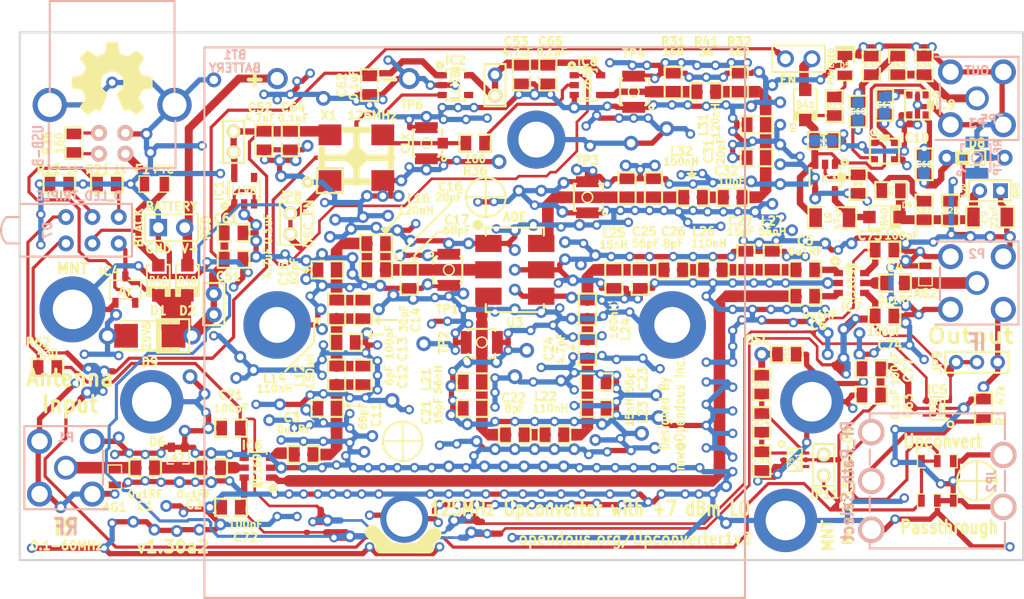
<source format=kicad_pcb>
(kicad_pcb (version 20171130) (host pcbnew "(5.1.12)-1")
  (title_block (title Upconverter-125MHz-ADE) (rev 1.1) (company "Opendous Inc.") (comment 1 "Opendous Inc. deeded this hardware design into the Public Domain") (comment 2 http://creativecommons.org/publicdomain/zero/1.0/) (comment 3 "No Copyright - Deeded under the Creative Commons CC0 Public Domain Dedication") (comment 4 "For more information visit www.opendous.org/Upconverter1v3"))
  (layers (0 Front mixed) (31 Back power) (35 F.Paste user hide) (36 B.SilkS user hide) (37 F.SilkS user hide) (38 B.Mask user hide) (39 F.Mask user hide) (44 Edge.Cuts user))
  (net 0 "")
  (net 1 +12V)
  (net 2 +3.3V)
  (net 3 +4.5V)
  (net 4 /CLK)
  (net 5 /D_Cathode)
  (net 6 /IF)
  (net 7 /IF_OUT)
  (net 8 /LO)
  (net 9 /OUT)
  (net 10 /RF)
  (net 11 /RF_IN)
  (net 12 /RF_Passthrough)
  (net 13 /USB_DN)
  (net 14 /USB_DP)
  (net 15 /VBUS_CONN)
  (net 16 GND)
  (net 17 N-0000010)
  (net 18 N-0000011)
  (net 19 N-0000015)
  (net 20 N-0000016)
  (net 21 N-0000017)
  (net 22 N-0000018)
  (net 23 N-0000021)
  (net 24 N-0000027)
  (net 25 N-0000029)
  (net 26 N-0000031)
  (net 27 N-0000032)
  (net 28 N-0000033)
  (net 29 N-0000035)
  (net 30 N-0000037)
  (net 31 N-0000038)
  (net 32 N-0000040)
  (net 33 N-0000041)
  (net 34 N-0000042)
  (net 35 N-0000045)
  (net 36 N-0000046)
  (net 37 N-0000047)
  (net 38 N-0000048)
  (net 39 N-0000049)
  (net 40 N-000005)
  (net 41 N-0000050)
  (net 42 N-0000051)
  (net 43 N-0000052)
  (net 44 N-0000053)
  (net 45 N-0000055)
  (net 46 N-0000056)
  (net 47 N-0000057)
  (net 48 N-0000058)
  (net 49 N-000006)
  (net 50 N-0000060)
  (net 51 N-0000061)
  (net 52 N-000007)
  (net 53 N-000008)
  (net 54 OSC_EN)
  (net 55 RFS2)
  (net 56 VBUS)
  (net 57 VCC)
  (net 58 VDD_RF)
  (module Opendous (layer Back) (at 117.475 49.53)
    (fp_text reference P2 (at 0 -2.794) (layer B.SilkS) (effects (font (size 0.8128 0.8128) (thickness 0.2032)) (justify mirror)))
    (fp_text value IF (at 0 5.715) (layer B.SilkS) (effects (font (size 1.524 1.27) (thickness 0.3048)) (justify mirror)))
    (pad 2 thru_hole circle (at 2.54 -2.54) (size 2.413 2.413) (drill 1.5748) (layers *.Cu *.Mask) (net 16 GND))
    (pad 2 thru_hole circle (at -2.54 -2.54) (size 2.413 2.413) (drill 1.5748) (layers *.Cu *.Mask) (net 16 GND))
    (pad 2 thru_hole circle (at -2.54 2.54) (size 2.413 2.413) (drill 1.5748) (layers *.Cu *.Mask) (net 16 GND))
    (pad 1 thru_hole circle (at 0 0) (size 2.286 2.286) (drill 1.5748) (layers *.Cu *.Mask) (net 7 /IF_OUT))
    (pad 2 thru_hole circle (at 2.54 2.54) (size 2.413 2.413) (drill 1.5748) (layers *.Cu *.Mask) (net 16 GND))
  )
  (module 564-0x00_Triple_LED (layer Back) (at 32.385 44.45 270)
    (fp_text reference D7 (at 0 4.318 270) (layer B.SilkS) (effects (font (size 0.8128 0.8128) (thickness 0.2032)) (justify mirror)))
    (fp_text value D_LED_TRIPLE (at -3.302 1.27 180) (layer B.SilkS) (effects (font (size 0.8128 0.8128) (thickness 0.2032)) (justify mirror)))
    (pad 2 thru_hole circle (at 1.27 -2.54 270) (size 1.524 1.524) (drill 0.8128) (layers *.Cu *.Mask) (net 57 VCC))
    (pad 1 thru_hole circle (at -1.27 -2.54 270) (size 1.524 1.524) (drill 0.8128) (layers *.Cu *.Mask) (net 49 N-000006))
    (pad 5 thru_hole circle (at -1.27 2.54 270) (size 1.524 1.524) (drill 0.8128) (layers *.Cu *.Mask) (net 22 N-0000018))
    (pad 6 thru_hole circle (at 1.27 2.54 270) (size 1.524 1.524) (drill 0.8128) (layers *.Cu *.Mask) (net 2 +3.3V))
    (pad 3 thru_hole circle (at -1.27 0 270) (size 1.524 1.524) (drill 0.8128) (layers *.Cu *.Mask) (net 40 N-000005))
    (pad 4 thru_hole circle (at 1.27 0 270) (size 1.524 1.524) (drill 0.8128) (layers *.Cu *.Mask) (net 56 VBUS))
  )
  (module SC70-6 (layer Front) (at 113.665 61.595 90)
    (fp_text reference IC5 (at 1.778 0 180) (layer F.SilkS) (effects (font (size 0.8128 0.8128) (thickness 0.2032))))
    (fp_text value Z5 (at 0.254 0 90) (layer F.SilkS) (effects (font (size 0.7112 0.7112) (thickness 0.1778))))
    (pad 4 smd rect (at 0.65024 -1.05156 90) (size 0.3048 0.7112) (layers Front F.Paste F.Mask) (net 55 RFS2))
    (pad 3 smd rect (at 0.65024 1.05156 90) (size 0.3048 0.7112) (layers Front F.Paste F.Mask) (net 54 OSC_EN))
    (pad 1 smd rect (at -0.65024 1.05156 90) (size 0.3048 0.7112) (layers Front F.Paste F.Mask) (net 21 N-0000017))
    (pad 2 smd rect (at 0 1.05156 90) (size 0.3048 0.7112) (layers Front F.Paste F.Mask) (net 16 GND))
    (pad 6 smd rect (at -0.65024 -1.05156 90) (size 0.3048 0.7112) (layers Front F.Paste F.Mask) (net 54 OSC_EN))
    (pad 5 smd rect (at 0 -1.05156 90) (size 0.3048 0.7112) (layers Front F.Paste F.Mask) (net 2 +3.3V))
  )
  (module SMA_DO214A_Diode (layer Front) (at 37.9095 54.61 180)
    (fp_text reference D9 (at 0 -2.54 180) (layer F.SilkS) (effects (font (size 0.8128 0.8128) (thickness 0.2032))))
    (fp_text value Z5V6 (at 0.29972 0 270) (layer F.SilkS) (effects (font (size 0.7112 0.7112) (thickness 0.1778))))
    (pad 1 smd rect (at -2.286 0 180) (size 2.286 2.286) (layers Front F.Paste F.Mask) (net 57 VCC))
    (pad 2 smd rect (at 2.286 0 180) (size 2.286 2.286) (layers Front F.Paste F.Mask) (net 16 GND))
    (pad 1 thru_hole circle (at -4.064 0 180) (size 1.6764 1.6764) (drill 1.016) (layers *.Cu *.Mask) (net 57 VCC))
    (pad 2 thru_hole circle (at 4.064 0 180) (size 1.6764 1.6764) (drill 1.016) (layers *.Cu *.Mask) (net 16 GND))
  )
  (module 805 (layer Front) (at 103.759 32.512 270)
    (fp_text reference R23 (at 0 0) (layer F.SilkS) (effects (font (size 0.508 0.508) (thickness 0.127))))
    (fp_text value 1k hide)
    (pad 1 smd rect (at -0.889 0 270) (size 1.016 1.397) (layers Front F.Paste F.Mask) (net 41 N-0000050))
    (pad 2 smd rect (at 0.889 0 270) (size 1.016 1.397) (layers Front F.Paste F.Mask) (net 58 VDD_RF))
  )
  (module CONN_USB_B (layer Back) (at 34.29 32.385)
    (fp_text reference U2 hide)
    (fp_text value USB-B (at -7.112 3.937 270) (layer B.SilkS) (effects (font (size 0.9652 0.762) (thickness 0.1905)) (justify mirror)))
    (pad 1 thru_hole circle (at 1.27 4.699) (size 1.524 1.524) (drill 0.8128) (layers *.Cu *.Mask B.SilkS) (net 15 /VBUS_CONN))
    (pad 2 thru_hole circle (at -1.27 4.699) (size 1.524 1.524) (drill 0.8128) (layers *.Cu *.Mask B.SilkS) (net 13 /USB_DN))
    (pad 3 thru_hole circle (at -1.27 2.70002) (size 1.524 1.524) (drill 0.8128) (layers *.Cu *.Mask B.SilkS) (net 14 /USB_DP))
    (pad 4 thru_hole circle (at 1.27 2.70002) (size 1.524 1.524) (drill 0.8128) (layers *.Cu *.Mask B.SilkS) (net 16 GND))
    (pad 5 thru_hole circle (at 5.99948 0) (size 3.302 3.302) (drill 2.3114) (layers *.Cu *.Mask) (net 16 GND))
    (pad 5 thru_hole circle (at -5.99948 0) (size 3.302 3.302) (drill 2.3114) (layers *.Cu *.Mask) (net 16 GND))
  )
  (module UMCC_RF_PCB_RCPTCL (layer Front) (at 64.516 36.068 270)
    (fp_text reference TP6 (at -3.683 1.397) (layer F.SilkS) (effects (font (size 0.8128 0.8128) (thickness 0.2032))))
    (fp_text value CLK (at 0 2 270) (layer F.SilkS) (effects (font (size 0.7112 0.7112) (thickness 0.1778))))
    (pad 1 smd rect (at 0 -1.5748) (size 1.00076 1.04902) (layers Front F.Paste F.Mask) (net 4 /CLK))
    (pad 2 smd rect (at -1.50114 0 270) (size 1.04902 2.19964) (layers Front F.Paste F.Mask) (net 16 GND))
    (pad 2 smd rect (at 1.50114 0 270) (size 1.04902 2.19964) (layers Front F.Paste F.Mask) (net 16 GND))
  )
  (module 805 (layer Front) (at 83.82 40.386 90)
    (fp_text reference L33 hide)
    (fp_text value DNI hide)
    (pad 1 smd rect (at -0.889 0 90) (size 1.016 1.397) (layers Front F.Paste F.Mask) (net 8 /LO))
    (pad 2 smd rect (at 0.889 0 90) (size 1.016 1.397) (layers Front F.Paste F.Mask) (net 16 GND))
  )
  (module SIL-2POS-2mm (layer Front) (at 44.069 51.562 90)
    (fp_text reference JP5 hide)
    (fp_text value JUMPER-2-NON hide)
    (pad 1 thru_hole circle (at -1.00076 0 90) (size 1.524 1.524) (drill 0.8128) (layers *.Cu F.Mask) (net 57 VCC))
    (pad 2 thru_hole circle (at 1.00076 0 90) (size 1.524 1.524) (drill 0.8128) (layers *.Cu F.Mask) (net 57 VCC))
  )
  (module SIL-3POS-2mm (layer Front) (at 117.475 57.15 180)
    (fp_text reference JP9 (at 3.81 0 270) (layer F.SilkS) (effects (font (size 0.8128 0.8128) (thickness 0.2032))))
    (fp_text value JUMPER-3 hide)
    (pad 1 thru_hole circle (at -1.99898 0 180) (size 1.397 1.397) (drill 0.8128) (layers *.Cu *.Mask) (net 16 GND))
    (pad 2 thru_hole circle (at 0 0 180) (size 1.397 1.397) (drill 0.8128) (layers *.Cu *.Mask) (net 54 OSC_EN))
    (pad 3 thru_hole circle (at 1.99898 0 180) (size 1.397 1.397) (drill 0.8128) (layers *.Cu *.Mask) (net 54 OSC_EN))
  )
  (module SOT363_NXP (layer Front) (at 108.585 36.83 270)
    (fp_text reference IC10 (at -1.27 -2.921) (layer F.SilkS) (effects (font (size 0.8128 0.8128) (thickness 0.2032))))
    (fp_text value LS hide)
    (pad 1 smd rect (at -0.78 0.95 270) (size 0.5842 0.6604) (layers Front F.Paste F.Mask) (net 58 VDD_RF))
    (pad 3 smd rect (at 0.78 0.95 270) (size 0.5842 0.6604) (layers Front F.Paste F.Mask) (net 17 N-0000010))
    (pad 2 smd rect (at 0 0.95 270) (size 0.4064 0.6604) (layers Front F.Paste F.Mask) (net 16 GND))
    (pad 5 smd rect (at 0 -0.95 270) (size 0.4064 0.6604) (layers Front F.Paste F.Mask) (net 16 GND))
    (pad 4 smd rect (at 0.78 -0.95 270) (size 0.5842 0.6604) (layers Front F.Paste F.Mask) (net 16 GND))
    (pad 6 smd rect (at -0.78 -0.95 270) (size 0.5842 0.6604) (layers Front F.Paste F.Mask) (net 18 N-0000011))
  )
  (module SOT363_NXP (layer Front) (at 111.76 32.385 180)
    (fp_text reference IC9 (at -2.667 0 180) (layer F.SilkS) (effects (font (size 0.8128 0.8128) (thickness 0.2032))))
    (fp_text value LS hide)
    (pad 1 smd rect (at -0.78 0.95 180) (size 0.5842 0.6604) (layers Front F.Paste F.Mask) (net 58 VDD_RF))
    (pad 3 smd rect (at 0.78 0.95 180) (size 0.5842 0.6604) (layers Front F.Paste F.Mask) (net 33 N-0000041))
    (pad 2 smd rect (at 0 0.95 180) (size 0.4064 0.6604) (layers Front F.Paste F.Mask) (net 16 GND))
    (pad 5 smd rect (at 0 -0.95 180) (size 0.4 0.6604) (layers Front F.Paste F.Mask) (net 16 GND))
    (pad 4 smd rect (at 0.78 -0.95 180) (size 0.5842 0.6604) (layers Front F.Paste F.Mask) (net 16 GND))
    (pad 6 smd rect (at -0.78 -0.95 180) (size 0.5842 0.6604) (layers Front F.Paste F.Mask) (net 32 N-0000040))
  )
  (module SIL-2 (layer Front) (at 40.005 44.196)
    (fp_text reference P6 hide)
    (fp_text value BATTERY (at 0 -2.032) (layer F.SilkS) (effects (font (size 0.8128 0.8128) (thickness 0.2032))))
    (fp_text user RED (at 3.302 0 90) (layer F.SilkS) (effects (font (size 0.8128 0.8128) (thickness 0.2032))))
    (fp_text user BLACK (at -3.175 0 90) (layer F.SilkS) (effects (font (size 0.8128 0.8128) (thickness 0.2032))))
    (fp_text user V+ (at 1.778 2.032) (layer F.SilkS) (effects (font (size 0.8128 0.8128) (thickness 0.2032))))
    (fp_text user GND (at -1.27 2.032) (layer F.SilkS) (effects (font (size 0.8128 0.8128) (thickness 0.2032))))
    (pad 1 thru_hole rect (at -1.27 0) (size 1.6764 1.6764) (drill 1.016) (layers *.Cu *.Mask) (net 16 GND))
    (pad 2 thru_hole circle (at 1.27 0) (size 1.6764 1.6764) (drill 1.016) (layers *.Cu *.Mask) (net 27 N-0000032))
  )
  (module SOT23-6 (layer Front) (at 105.41 49.53 270)
    (fp_text reference IC7 (at 2.3 0) (layer F.SilkS) (effects (font (size 0.8128 0.8128) (thickness 0.2032))))
    (fp_text value S169 (at 0 0 270) (layer F.SilkS) (effects (font (size 0.7112 0.7112) (thickness 0.1778))))
    (pad 6 smd rect (at -0.9525 -1.27 270) (size 0.6096 0.889) (layers Front F.Paste F.Mask) (net 55 RFS2))
    (pad 4 smd rect (at 0.9525 -1.27 270) (size 0.6096 0.889) (layers Front F.Paste F.Mask) (net 54 OSC_EN))
    (pad 3 smd rect (at 0.9525 1.27 270) (size 0.6096 0.889) (layers Front F.Paste F.Mask) (net 43 N-0000052))
    (pad 2 smd rect (at 0 1.27 270) (size 0.6096 0.889) (layers Front F.Paste F.Mask) (net 16 GND))
    (pad 1 smd rect (at -0.9525 1.27 270) (size 0.6096 0.889) (layers Front F.Paste F.Mask) (net 39 N-0000049))
    (pad 5 smd rect (at 0 -1.27 270) (size 0.6096 0.889) (layers Front F.Paste F.Mask) (net 45 N-0000055))
  )
  (module SIL-2POS-2mm (layer Front) (at 45.974 35.941 90)
    (fp_text reference JP6 hide)
    (fp_text value JUMPER-2-NON hide)
    (pad 1 thru_hole circle (at -1.00076 0 90) (size 1.3208 1.3208) (drill 0.8128) (layers *.Cu *.Mask F.SilkS) (net 2 +3.3V))
    (pad 2 thru_hole circle (at 1.00076 0 90) (size 1.3208 1.3208) (drill 0.8128) (layers *.Cu *.Mask F.SilkS) (net 2 +3.3V))
  )
  (module Crystal_7x5mm (layer Front) (at 57.785 37.465)
    (fp_text reference X1 (at -2.667 -4.064) (layer F.SilkS) (effects (font (size 0.8128 0.8128) (thickness 0.2032))))
    (fp_text value 125MHz (at 1.524 -4.064) (layer F.SilkS) (effects (font (size 0.8128 0.8128) (thickness 0.2032))))
    (pad 4 smd rect (at -2.54 -2.2) (size 2.2 2) (layers Front F.Paste F.Mask) (net 2 +3.3V))
    (pad 3 smd rect (at 2.54 -2.2) (size 2.2 2) (layers Front F.Paste F.Mask) (net 4 /CLK))
    (pad 1 smd rect (at -2.54 2.2) (size 2.2 2) (layers Front F.Paste F.Mask) (net 54 OSC_EN))
    (pad 2 smd rect (at 2.54 2.2) (size 2.2 2) (layers Front F.Paste F.Mask) (net 16 GND))
  )
  (module SIL-2POS-2mm (layer Front) (at 51.435 43.815 90)
    (fp_text reference JP8 (at 2.667 0 180) (layer F.SilkS) (effects (font (size 0.8128 0.8128) (thickness 0.2032))))
    (fp_text value OSC_EN (at 0 1.778 90) (layer F.SilkS) (effects (font (size 0.8128 0.8128) (thickness 0.2032))))
    (pad 1 thru_hole circle (at -1.00076 0 90) (size 1.3208 1.3208) (drill 0.8128) (layers *.Cu *.Mask F.SilkS) (net 54 OSC_EN))
    (pad 2 thru_hole circle (at 1.00076 0 90) (size 1.3208 1.3208) (drill 0.8128) (layers *.Cu *.Mask F.SilkS) (net 54 OSC_EN))
  )
  (module SIL-2POS-2mm (layer Front) (at 71.12 30.48 90)
    (fp_text reference JP7 hide)
    (fp_text value JUMPER-2-NON hide)
    (pad 1 thru_hole circle (at -1.00076 0 90) (size 1.397 1.397) (drill 0.8128) (layers *.Cu *.Mask F.SilkS) (net 3 +4.5V))
    (pad 2 thru_hole circle (at 1.00076 0 90) (size 1.397 1.397) (drill 0.8128) (layers *.Cu *.Mask) (net 3 +4.5V))
  )
  (module SIL-2POS-2mm (layer Front) (at 118.745 40.64 180)
    (fp_text reference P4 hide)
    (fp_text value 12V hide)
    (fp_text user GND (at -2.54 0 270) (layer F.SilkS) (effects (font (size 0.508 0.508) (thickness 0.127))))
    (fp_text user 12V (at 2.4765 0 270) (layer F.SilkS) (effects (font (size 0.508 0.508) (thickness 0.127))))
    (pad 1 thru_hole rect (at -1.00076 0 180) (size 1.4224 1.4224) (drill 0.8128) (layers *.Cu *.Mask) (net 16 GND))
    (pad 2 thru_hole circle (at 1.00076 0 180) (size 1.4224 1.4224) (drill 0.8128) (layers *.Cu *.Mask) (net 1 +12V))
  )
  (module 1Pin_20mil_VIA (layer Front) (at 67.31 30.48)
    (fp_text reference V129 hide)
    (fp_text value VIA hide)
    (pad 1 thru_hole circle (at 0 0) (size 0.9144 0.9144) (drill 0.508) (layers *.Cu) (net 16 GND))
  )
  (module 1Pin_20mil_VIA (layer Front) (at 64.897 30.48)
    (fp_text reference V120 hide)
    (fp_text value VIA hide)
    (pad 1 thru_hole circle (at 0 0) (size 0.9144 0.9144) (drill 0.508) (layers *.Cu) (net 16 GND))
  )
  (module 1Pin_20mil_VIA (layer Front) (at 67.564 32.639)
    (fp_text reference V118 hide)
    (fp_text value VIA hide)
    (pad 1 thru_hole circle (at 0 0) (size 0.9144 0.9144) (drill 0.508) (layers *.Cu) (net 16 GND))
  )
  (module 1Pin_20mil_VIA (layer Front) (at 85.09 38.608)
    (fp_text reference V117 hide)
    (fp_text value VIA hide)
    (pad 1 thru_hole circle (at 0 0) (size 0.9144 0.9144) (drill 0.508) (layers *.Cu) (net 16 GND))
  )
  (module 1Pin_20mil_VIA (layer Front) (at 87.884 40.005)
    (fp_text reference V125 hide)
    (fp_text value VIA hide)
    (pad 1 thru_hole circle (at 0 0) (size 0.9144 0.9144) (drill 0.508) (layers *.Cu) (net 16 GND))
  )
  (module 1Pin_20mil_VIA (layer Front) (at 90.17 40.005)
    (fp_text reference V126 hide)
    (fp_text value VIA hide)
    (pad 1 thru_hole circle (at 0 0) (size 0.9144 0.9144) (drill 0.508) (layers *.Cu) (net 16 GND))
  )
  (module 1Pin_20mil_VIA (layer Front) (at 60.833 28.067)
    (fp_text reference V123 hide)
    (fp_text value VIA hide)
    (pad 1 thru_hole circle (at 0 0) (size 0.9144 0.9144) (drill 0.508) (layers *.Cu) (net 16 GND))
  )
  (module 1Pin_20mil_VIA (layer Front) (at 66.04 32.639)
    (fp_text reference V122 hide)
    (fp_text value VIA hide)
    (pad 1 thru_hole circle (at 0 0) (size 0.9144 0.9144) (drill 0.508) (layers *.Cu) (net 16 GND))
  )
  (module 1Pin_20mil_VIA (layer Front) (at 92.075 39.878)
    (fp_text reference V121 hide)
    (fp_text value VIA hide)
    (pad 1 thru_hole circle (at 0 0) (size 0.9144 0.9144) (drill 0.508) (layers *.Cu) (net 16 GND))
  )
  (module 1Pin_20mil_VIA (layer Front) (at 89.027 39.116)
    (fp_text reference V119 hide)
    (fp_text value VIA hide)
    (pad 1 thru_hole circle (at 0 0) (size 0.9144 0.9144) (drill 0.508) (layers *.Cu) (net 16 GND))
  )
  (module 1Pin_20mil_VIA (layer Front) (at 91.059 38.989)
    (fp_text reference V130 hide)
    (fp_text value VIA hide)
    (pad 1 thru_hole circle (at 0 0) (size 0.9144 0.9144) (drill 0.508) (layers *.Cu) (net 16 GND))
  )
  (module 1Pin_20mil_VIA (layer Front) (at 69.088 32.639)
    (fp_text reference V132 hide)
    (fp_text value VIA hide)
    (pad 1 thru_hole circle (at 0 0) (size 0.9144 0.9144) (drill 0.508) (layers *.Cu) (net 16 GND))
  )
  (module 1Pin_20mil_VIA (layer Front) (at 77.47 44.1325)
    (fp_text reference V131 hide)
    (fp_text value VIA hide)
    (pad 1 thru_hole circle (at 0 0) (size 0.9144 0.9144) (drill 0.508) (layers *.Cu) (net 16 GND))
  )
  (module 1Pin_20mil_VIA (layer Front) (at 81.915 40.005)
    (fp_text reference V135 hide)
    (fp_text value VIA hide)
    (pad 1 thru_hole circle (at 0 0) (size 0.9144 0.9144) (drill 0.508) (layers *.Cu) (net 16 GND))
  )
  (module 1Pin_20mil_VIA (layer Front) (at 81.788 42.545)
    (fp_text reference V136 hide)
    (fp_text value VIA hide)
    (pad 1 thru_hole circle (at 0 0) (size 0.9144 0.9144) (drill 0.508) (layers *.Cu) (net 16 GND))
  )
  (module 1Pin_20mil_VIA (layer Front) (at 84.582 42.545)
    (fp_text reference V134 hide)
    (fp_text value VIA hide)
    (pad 1 thru_hole circle (at 0 0) (size 0.9144 0.9144) (drill 0.508) (layers *.Cu) (net 16 GND))
  )
  (module 1Pin_20mil_VIA (layer Front) (at 85.979 42.545)
    (fp_text reference V133 hide)
    (fp_text value VIA hide)
    (pad 1 thru_hole circle (at 0 0) (size 0.9144 0.9144) (drill 0.508) (layers *.Cu) (net 16 GND))
  )
  (module 1Pin_20mil_VIA (layer Front) (at 83.185 42.545)
    (fp_text reference V137 hide)
    (fp_text value VIA hide)
    (pad 1 thru_hole circle (at 0 0) (size 0.9144 0.9144) (drill 0.508) (layers *.Cu) (net 16 GND))
  )
  (module 1Pin_20mil_VIA (layer Front) (at 81.915 32.512)
    (fp_text reference V140 hide)
    (fp_text value VIA hide)
    (pad 1 thru_hole circle (at 0 0) (size 0.9144 0.9144) (drill 0.508) (layers *.Cu) (net 16 GND))
  )
  (module 1Pin_20mil_VIA (layer Front) (at 80.899 33.401)
    (fp_text reference V110 hide)
    (fp_text value VIA hide)
    (pad 1 thru_hole circle (at 0 0) (size 0.9144 0.9144) (drill 0.508) (layers *.Cu) (net 16 GND))
  )
  (module 1Pin_20mil_VIA (layer Front) (at 87.376 42.545)
    (fp_text reference V84 hide)
    (fp_text value VIA hide)
    (pad 1 thru_hole circle (at 0 0) (size 0.9144 0.9144) (drill 0.508) (layers *.Cu) (net 16 GND))
  )
  (module 1Pin_20mil_VIA (layer Front) (at 90.17 42.545)
    (fp_text reference V82 hide)
    (fp_text value VIA hide)
    (pad 1 thru_hole circle (at 0 0) (size 0.9144 0.9144) (drill 0.508) (layers *.Cu) (net 16 GND))
  )
  (module 1Pin_20mil_VIA (layer Front) (at 88.773 42.672)
    (fp_text reference V81 hide)
    (fp_text value VIA hide)
    (pad 1 thru_hole circle (at 0 0) (size 0.9144 0.9144) (drill 0.508) (layers *.Cu) (net 16 GND))
  )
  (module 1Pin_20mil_VIA (layer Front) (at 91.567 42.672)
    (fp_text reference V97 hide)
    (fp_text value VIA hide)
    (pad 1 thru_hole circle (at 0 0) (size 0.9144 0.9144) (drill 0.508) (layers *.Cu) (net 16 GND))
  )
  (module 1Pin_20mil_VIA (layer Front) (at 93.091 42.672)
    (fp_text reference V100 hide)
    (fp_text value VIA hide)
    (pad 1 thru_hole circle (at 0 0) (size 0.9144 0.9144) (drill 0.508) (layers *.Cu) (net 16 GND))
  )
  (module 1Pin_20mil_VIA (layer Front) (at 98.679 43.18)
    (fp_text reference V103 hide)
    (fp_text value VIA hide)
    (pad 1 thru_hole circle (at 0 0) (size 0.9144 0.9144) (drill 0.508) (layers *.Cu) (net 16 GND))
  )
  (module 1Pin_20mil_VIA (layer Front) (at 94.488 42.672)
    (fp_text reference V104 hide)
    (fp_text value VIA hide)
    (pad 1 thru_hole circle (at 0 0) (size 0.9144 0.9144) (drill 0.508) (layers *.Cu) (net 16 GND))
  )
  (module 1Pin_20mil_VIA (layer Front) (at 58.547 49.784)
    (fp_text reference V102 hide)
    (fp_text value VIA hide)
    (pad 1 thru_hole circle (at 0 0) (size 0.9144 0.9144) (drill 0.508) (layers *.Cu) (net 16 GND))
  )
  (module 1Pin_20mil_VIA (layer Front) (at 57.15 49.9745)
    (fp_text reference V101 hide)
    (fp_text value VIA hide)
    (pad 1 thru_hole circle (at 0 0) (size 0.9144 0.9144) (drill 0.508) (layers *.Cu) (net 16 GND))
  )
  (module 1Pin_20mil_VIA (layer Front) (at 68.326 67.31)
    (fp_text reference V143 hide)
    (fp_text value VIA hide)
    (pad 1 thru_hole circle (at 0 0) (size 0.9144 0.9144) (drill 0.508) (layers *.Cu) (net 16 GND))
  )
  (module 1Pin_20mil_VIA (layer Front) (at 88.265 67.31)
    (fp_text reference V112 hide)
    (fp_text value VIA hide)
    (pad 1 thru_hole circle (at 0 0) (size 0.9144 0.9144) (drill 0.508) (layers *.Cu) (net 16 GND))
  )
  (module 1Pin_20mil_VIA (layer Front) (at 82.677 67.31)
    (fp_text reference V111 hide)
    (fp_text value VIA hide)
    (pad 1 thru_hole circle (at 0 0) (size 0.9144 0.9144) (drill 0.508) (layers *.Cu) (net 16 GND))
  )
  (module 1Pin_20mil_VIA (layer Front) (at 80.899 67.31)
    (fp_text reference V107 hide)
    (fp_text value VIA hide)
    (pad 1 thru_hole circle (at 0 0) (size 0.9144 0.9144) (drill 0.508) (layers *.Cu) (net 16 GND))
  )
  (module 1Pin_20mil_VIA (layer Front) (at 90.805 67.31)
    (fp_text reference V108 hide)
    (fp_text value VIA hide)
    (pad 1 thru_hole circle (at 0 0) (size 0.9144 0.9144) (drill 0.508) (layers *.Cu) (net 16 GND))
  )
  (module 1Pin_20mil_VIA (layer Front) (at 67.056 58.039)
    (fp_text reference V106 hide)
    (fp_text value VIA hide)
    (pad 1 thru_hole circle (at 0 0) (size 0.9144 0.9144) (drill 0.508) (layers *.Cu) (net 16 GND))
  )
  (module 1Pin_20mil_VIA (layer Front) (at 69.088 66.167)
    (fp_text reference V105 hide)
    (fp_text value VIA hide)
    (pad 1 thru_hole circle (at 0 0) (size 0.9144 0.9144) (drill 0.508) (layers *.Cu) (net 16 GND))
  )
  (module 1Pin_20mil_VIA (layer Front) (at 71.12 62.865)
    (fp_text reference V114 hide)
    (fp_text value VIA hide)
    (pad 1 thru_hole circle (at 0 0) (size 0.9144 0.9144) (drill 0.508) (layers *.Cu) (net 16 GND))
  )
  (module 1Pin_20mil_VIA (layer Front) (at 78.74 62.865)
    (fp_text reference V115 hide)
    (fp_text value VIA hide)
    (pad 1 thru_hole circle (at 0 0) (size 0.9144 0.9144) (drill 0.508) (layers *.Cu) (net 16 GND))
  )
  (module 1Pin_20mil_VIA (layer Front) (at 81.28 49.53)
    (fp_text reference V172 hide)
    (fp_text value VIA hide)
    (pad 1 thru_hole circle (at 0 0) (size 0.9144 0.9144) (drill 0.508) (layers *.Cu) (net 16 GND))
  )
  (module 1Pin_20mil_VIA (layer Front) (at 81.407 51.181)
    (fp_text reference V164 hide)
    (fp_text value VIA hide)
    (pad 1 thru_hole circle (at 0 0) (size 0.9144 0.9144) (drill 0.508) (layers *.Cu) (net 16 GND))
  )
  (module 1Pin_20mil_VIA (layer Front) (at 81.534 52.705)
    (fp_text reference V163 hide)
    (fp_text value VIA hide)
    (pad 1 thru_hole circle (at 0 0) (size 0.9144 0.9144) (drill 0.508) (layers *.Cu) (net 16 GND))
  )
  (module 1Pin_20mil_VIA (layer Front) (at 66.675 50.8)
    (fp_text reference V167 hide)
    (fp_text value VIA hide)
    (pad 1 thru_hole circle (at 0 0) (size 0.9144 0.9144) (drill 0.508) (layers *.Cu) (net 16 GND))
  )
  (module 1Pin_20mil_VIA (layer Front) (at 65.3415 50.927)
    (fp_text reference V168 hide)
    (fp_text value VIA hide)
    (pad 1 thru_hole circle (at 0 0) (size 0.9144 0.9144) (drill 0.508) (layers *.Cu) (net 16 GND))
  )
  (module 1Pin_20mil_VIA (layer Front) (at 84.074 46.99)
    (fp_text reference V166 hide)
    (fp_text value VIA hide)
    (pad 1 thru_hole circle (at 0 0) (size 0.9144 0.9144) (drill 0.508) (layers *.Cu) (net 16 GND))
  )
  (module 1Pin_20mil_VIA (layer Front) (at 85.979 46.99)
    (fp_text reference V165 hide)
    (fp_text value VIA hide)
    (pad 1 thru_hole circle (at 0 0) (size 0.9144 0.9144) (drill 0.508) (layers *.Cu) (net 16 GND))
  )
  (module 1Pin_20mil_VIA (layer Front) (at 88.265 46.99)
    (fp_text reference V173 hide)
    (fp_text value VIA hide)
    (pad 1 thru_hole circle (at 0 0) (size 0.9144 0.9144) (drill 0.508) (layers *.Cu) (net 16 GND))
  )
  (module 1Pin_20mil_VIA (layer Front) (at 90.17 46.99)
    (fp_text reference V176 hide)
    (fp_text value VIA hide)
    (pad 1 thru_hole circle (at 0 0) (size 0.9144 0.9144) (drill 0.508) (layers *.Cu) (net 16 GND))
  )
  (module 1Pin_20mil_VIA (layer Front) (at 92.075 46.99)
    (fp_text reference V175 hide)
    (fp_text value VIA hide)
    (pad 1 thru_hole circle (at 0 0) (size 0.9144 0.9144) (drill 0.508) (layers *.Cu) (net 16 GND))
  )
  (module 1Pin_20mil_VIA (layer Front) (at 93.853 46.99)
    (fp_text reference V162 hide)
    (fp_text value VIA hide)
    (pad 1 thru_hole circle (at 0 0) (size 0.9144 0.9144) (drill 0.508) (layers *.Cu) (net 16 GND))
  )
  (module 1Pin_20mil_VIA (layer Front) (at 99.187 46.99)
    (fp_text reference V170 hide)
    (fp_text value VIA hide)
    (pad 1 thru_hole circle (at 0 0) (size 0.9144 0.9144) (drill 0.508) (layers *.Cu) (net 16 GND))
  )
  (module 1Pin_20mil_VIA (layer Front) (at 100.965 46.99)
    (fp_text reference V169 hide)
    (fp_text value VIA hide)
    (pad 1 thru_hole circle (at 0 0) (size 0.9144 0.9144) (drill 0.508) (layers *.Cu) (net 16 GND))
  )
  (module 1Pin_20mil_VIA (layer Front) (at 100.965 45.466)
    (fp_text reference V185 hide)
    (fp_text value VIA hide)
    (pad 1 thru_hole circle (at 0 0) (size 0.9144 0.9144) (drill 0.508) (layers *.Cu) (net 16 GND))
  )
  (module 1Pin_20mil_VIA (layer Front) (at 109.22 48.006)
    (fp_text reference V186 hide)
    (fp_text value VIA hide)
    (pad 1 thru_hole circle (at 0 0) (size 0.9144 0.9144) (drill 0.508) (layers *.Cu) (net 16 GND))
  )
  (module 1Pin_20mil_VIA (layer Front) (at 109.22 51.054)
    (fp_text reference V187 hide)
    (fp_text value VIA hide)
    (pad 1 thru_hole circle (at 0 0) (size 0.9144 0.9144) (drill 0.508) (layers *.Cu) (net 16 GND))
  )
  (module 1Pin_20mil_VIA (layer Front) (at 112.014 46.482)
    (fp_text reference V192 hide)
    (fp_text value VIA hide)
    (pad 1 thru_hole circle (at 0 0) (size 0.9144 0.9144) (drill 0.508) (layers *.Cu) (net 16 GND))
  )
  (module 1Pin_20mil_VIA (layer Front) (at 113.284 45.593)
    (fp_text reference V190 hide)
    (fp_text value VIA hide)
    (pad 1 thru_hole circle (at 0 0) (size 0.9144 0.9144) (drill 0.508) (layers *.Cu) (net 16 GND))
  )
  (module 1Pin_20mil_VIA (layer Front) (at 111.887 52.578)
    (fp_text reference V189 hide)
    (fp_text value VIA hide)
    (pad 1 thru_hole circle (at 0 0) (size 0.9144 0.9144) (drill 0.508) (layers *.Cu) (net 16 GND))
  )
  (module 1Pin_20mil_VIA (layer Front) (at 93.98 66.294)
    (fp_text reference V145 hide)
    (fp_text value VIA hide)
    (pad 1 thru_hole circle (at 0 0) (size 0.9144 0.9144) (drill 0.508) (layers *.Cu) (net 16 GND))
  )
  (module 1Pin_20mil_VIA (layer Front) (at 91.44 65.405)
    (fp_text reference V87 hide)
    (fp_text value VIA hide)
    (pad 1 thru_hole circle (at 0 0) (size 0.9144 0.9144) (drill 0.508) (layers *.Cu) (net 16 GND))
  )
  (module 1Pin_20mil_VIA (layer Front) (at 91.44 63.246)
    (fp_text reference V141 hide)
    (fp_text value VIA hide)
    (pad 1 thru_hole circle (at 0 0) (size 0.9144 0.9144) (drill 0.508) (layers *.Cu) (net 16 GND))
  )
  (module 1Pin_20mil_VIA (layer Front) (at 95.885 52.07)
    (fp_text reference V149 hide)
    (fp_text value VIA hide)
    (pad 1 thru_hole circle (at 0 0) (size 0.9144 0.9144) (drill 0.508) (layers *.Cu) (net 16 GND))
  )
  (module 1Pin_20mil_VIA (layer Front) (at 93.98 52.07)
    (fp_text reference V150 hide)
    (fp_text value VIA hide)
    (pad 1 thru_hole circle (at 0 0) (size 0.9144 0.9144) (drill 0.508) (layers *.Cu) (net 16 GND))
  )
  (module 1Pin_20mil_VIA (layer Front) (at 93.98 59.563)
    (fp_text reference V152 hide)
    (fp_text value VIA hide)
    (pad 1 thru_hole circle (at 0 0) (size 0.9144 0.9144) (drill 0.508) (layers *.Cu) (net 16 GND))
  )
  (module 1Pin_20mil_VIA (layer Front) (at 86.487 49.53)
    (fp_text reference V151 hide)
    (fp_text value VIA hide)
    (pad 1 thru_hole circle (at 0 0) (size 0.9144 0.9144) (drill 0.508) (layers *.Cu) (net 16 GND))
  )
  (module 1Pin_20mil_VIA (layer Front) (at 90.17 49.53)
    (fp_text reference V147 hide)
    (fp_text value VIA hide)
    (pad 1 thru_hole circle (at 0 0) (size 0.9144 0.9144) (drill 0.508) (layers *.Cu) (net 16 GND))
  )
  (module 1Pin_20mil_VIA (layer Front) (at 92.075 49.53)
    (fp_text reference V148 hide)
    (fp_text value VIA hide)
    (pad 1 thru_hole circle (at 0 0) (size 0.9144 0.9144) (drill 0.508) (layers *.Cu) (net 16 GND))
  )
  (module 1Pin_20mil_VIA (layer Front) (at 99.06 49.53)
    (fp_text reference V146 hide)
    (fp_text value VIA hide)
    (pad 1 thru_hole circle (at 0 0) (size 0.9144 0.9144) (drill 0.508) (layers *.Cu) (net 16 GND))
  )
  (module 1Pin_20mil_VIA (layer Front) (at 97.536 49.53)
    (fp_text reference V139 hide)
    (fp_text value VIA hide)
    (pad 1 thru_hole circle (at 0 0) (size 0.9144 0.9144) (drill 0.508) (layers *.Cu) (net 16 GND))
  )
  (module 1Pin_20mil_VIA (layer Front) (at 96.012 49.53)
    (fp_text reference V153 hide)
    (fp_text value VIA hide)
    (pad 1 thru_hole circle (at 0 0) (size 0.9144 0.9144) (drill 0.508) (layers *.Cu) (net 16 GND))
  )
  (module 1Pin_20mil_VIA (layer Front) (at 93.98 49.53)
    (fp_text reference V154 hide)
    (fp_text value VIA hide)
    (pad 1 thru_hole circle (at 0 0) (size 0.9144 0.9144) (drill 0.508) (layers *.Cu) (net 16 GND))
  )
  (module 1Pin_20mil_VIA (layer Front) (at 91.44 50.8)
    (fp_text reference V156 hide)
    (fp_text value VIA hide)
    (pad 1 thru_hole circle (at 0 0) (size 0.9144 0.9144) (drill 0.508) (layers *.Cu) (net 16 GND))
  )
  (module 1Pin_20mil_VIA (layer Front) (at 91.44 57.15)
    (fp_text reference V155 hide)
    (fp_text value VIA hide)
    (pad 1 thru_hole circle (at 0 0) (size 0.9144 0.9144) (drill 0.508) (layers *.Cu) (net 16 GND))
  )
  (module 1Pin_20mil_VIA (layer Front) (at 91.44 59.055)
    (fp_text reference V159 hide)
    (fp_text value VIA hide)
    (pad 1 thru_hole circle (at 0 0) (size 0.9144 0.9144) (drill 0.508) (layers *.Cu) (net 16 GND))
  )
  (module 1Pin_20mil_VIA (layer Front) (at 91.44 61.214)
    (fp_text reference V160 hide)
    (fp_text value VIA hide)
    (pad 1 thru_hole circle (at 0 0) (size 0.9144 0.9144) (drill 0.508) (layers *.Cu) (net 16 GND))
  )
  (module 1Pin_20mil_VIA (layer Front) (at 93.98 61.849)
    (fp_text reference V158 hide)
    (fp_text value VIA hide)
    (pad 1 thru_hole circle (at 0 0) (size 0.9144 0.9144) (drill 0.508) (layers *.Cu) (net 16 GND))
  )
  (module 1Pin_20mil_VIA (layer Front) (at 93.98 64.008)
    (fp_text reference V161 hide)
    (fp_text value VIA hide)
    (pad 1 thru_hole circle (at 0 0) (size 0.9144 0.9144) (drill 0.508) (layers *.Cu) (net 16 GND))
  )
  (module 1Pin_20mil_VIA (layer Front) (at 93.98 67.691)
    (fp_text reference V62 hide)
    (fp_text value VIA hide)
    (pad 1 thru_hole circle (at 0 0) (size 0.9144 0.9144) (drill 0.508) (layers *.Cu) (net 16 GND))
  )
  (module 1Pin_20mil_VIA (layer Front) (at 93.98 54.102)
    (fp_text reference V20 hide)
    (fp_text value VIA hide)
    (pad 1 thru_hole circle (at 0 0) (size 0.9144 0.9144) (drill 0.508) (layers *.Cu) (net 16 GND))
  )
  (module 1Pin_20mil_VIA (layer Front) (at 96.393 68.58)
    (fp_text reference V49 hide)
    (fp_text value VIA hide)
    (pad 1 thru_hole circle (at 0 0) (size 0.9144 0.9144) (drill 0.508) (layers *.Cu) (net 16 GND))
  )
  (module 1Pin_20mil_VIA (layer Front) (at 93.98 57.15)
    (fp_text reference V50 hide)
    (fp_text value VIA hide)
    (pad 1 thru_hole circle (at 0 0) (size 0.9144 0.9144) (drill 0.508) (layers *.Cu) (net 16 GND))
  )
  (module 1Pin_20mil_VIA (layer Front) (at 89.408 69.85)
    (fp_text reference V52 hide)
    (fp_text value VIA hide)
    (pad 1 thru_hole circle (at 0 0) (size 0.9144 0.9144) (drill 0.508) (layers *.Cu) (net 16 GND))
  )
  (module 1Pin_20mil_VIA (layer Front) (at 90.7415 69.85)
    (fp_text reference V55 hide)
    (fp_text value VIA hide)
    (pad 1 thru_hole circle (at 0 0) (size 0.9144 0.9144) (drill 0.508) (layers *.Cu) (net 16 GND))
  )
  (module 1Pin_20mil_VIA (layer Front) (at 92.075 69.85)
    (fp_text reference V56 hide)
    (fp_text value VIA hide)
    (pad 1 thru_hole circle (at 0 0) (size 0.9144 0.9144) (drill 0.508) (layers *.Cu) (net 16 GND))
  )
  (module 1Pin_20mil_VIA (layer Front) (at 87.122 69.85)
    (fp_text reference V54 hide)
    (fp_text value VIA hide)
    (pad 1 thru_hole circle (at 0 0) (size 0.9144 0.9144) (drill 0.508) (layers *.Cu) (net 16 GND))
  )
  (module 1Pin_20mil_VIA (layer Front) (at 84.455 69.85)
    (fp_text reference V53 hide)
    (fp_text value VIA hide)
    (pad 1 thru_hole circle (at 0 0) (size 0.9144 0.9144) (drill 0.508) (layers *.Cu) (net 16 GND))
  )
  (module 1Pin_20mil_VIA (layer Front) (at 82.169 69.85)
    (fp_text reference V61 hide)
    (fp_text value VIA hide)
    (pad 1 thru_hole circle (at 0 0) (size 0.9144 0.9144) (drill 0.508) (layers *.Cu) (net 16 GND))
  )
  (module 1Pin_20mil_VIA (layer Front) (at 79.502 69.85)
    (fp_text reference V23 hide)
    (fp_text value VIA hide)
    (pad 1 thru_hole circle (at 0 0) (size 0.9144 0.9144) (drill 0.508) (layers *.Cu) (net 16 GND))
  )
  (module 1Pin_20mil_VIA (layer Front) (at 82.804 58.42)
    (fp_text reference V64 hide)
    (fp_text value VIA hide)
    (pad 1 thru_hole circle (at 0 0) (size 0.9144 0.9144) (drill 0.508) (layers *.Cu) (net 16 GND))
  )
  (module 1Pin_20mil_VIA (layer Front) (at 82.804 59.69)
    (fp_text reference V63 hide)
    (fp_text value VIA hide)
    (pad 1 thru_hole circle (at 0 0) (size 0.9144 0.9144) (drill 0.508) (layers *.Cu) (net 16 GND))
  )
  (module 1Pin_20mil_VIA (layer Front) (at 79.248 67.31)
    (fp_text reference V59 hide)
    (fp_text value VIA hide)
    (pad 1 thru_hole circle (at 0 0) (size 0.9144 0.9144) (drill 0.508) (layers *.Cu) (net 16 GND))
  )
  (module 1Pin_20mil_VIA (layer Front) (at 82.804 60.96)
    (fp_text reference V60 hide)
    (fp_text value VIA hide)
    (pad 1 thru_hole circle (at 0 0) (size 0.9144 0.9144) (drill 0.508) (layers *.Cu) (net 16 GND))
  )
  (module 1Pin_20mil_VIA (layer Front) (at 82.804 62.23)
    (fp_text reference V58 hide)
    (fp_text value VIA hide)
    (pad 1 thru_hole circle (at 0 0) (size 0.9144 0.9144) (drill 0.508) (layers *.Cu) (net 16 GND))
  )
  (module 1Pin_20mil_VIA (layer Front) (at 80.137 66.04)
    (fp_text reference V57 hide)
    (fp_text value VIA hide)
    (pad 1 thru_hole circle (at 0 0) (size 0.9144 0.9144) (drill 0.508) (layers *.Cu) (net 16 GND))
  )
  (module 1Pin_20mil_VIA (layer Front) (at 84.836 51.054)
    (fp_text reference V41 hide)
    (fp_text value VIA hide)
    (pad 1 thru_hole circle (at 0 0) (size 0.9144 0.9144) (drill 0.508) (layers *.Cu) (net 16 GND))
  )
  (module 1Pin_20mil_VIA (layer Front) (at 81.407 54.61)
    (fp_text reference V42 hide)
    (fp_text value VIA hide)
    (pad 1 thru_hole circle (at 0 0) (size 0.9144 0.9144) (drill 0.508) (layers *.Cu) (net 16 GND))
  )
  (module 1Pin_20mil_VIA (layer Front) (at 81.407 56.515)
    (fp_text reference V28 hide)
    (fp_text value VIA hide)
    (pad 1 thru_hole circle (at 0 0) (size 0.9144 0.9144) (drill 0.508) (layers *.Cu) (net 16 GND))
  )
  (module 1Pin_20mil_VIA (layer Front) (at 81.28 58.293)
    (fp_text reference V374 hide)
    (fp_text value VIA hide)
    (pad 1 thru_hole circle (at 0 0) (size 0.9144 0.9144) (drill 0.508) (layers *.Cu) (net 16 GND))
  )
  (module 1Pin_20mil_VIA (layer Front) (at 67.056 60.833)
    (fp_text reference V377 hide)
    (fp_text value VIA hide)
    (pad 1 thru_hole circle (at 0 0) (size 0.9144 0.9144) (drill 0.508) (layers *.Cu) (net 16 GND))
  )
  (module 1Pin_20mil_VIA (layer Front) (at 86.36 67.31)
    (fp_text reference V376 hide)
    (fp_text value VIA hide)
    (pad 1 thru_hole circle (at 0 0) (size 0.9144 0.9144) (drill 0.508) (layers *.Cu) (net 16 GND))
  )
  (module 1Pin_20mil_VIA (layer Front) (at 84.455 67.31)
    (fp_text reference V7 hide)
    (fp_text value VIA hide)
    (pad 1 thru_hole circle (at 0 0) (size 0.9144 0.9144) (drill 0.508) (layers *.Cu) (net 16 GND))
  )
  (module 1Pin_20mil_VIA (layer Front) (at 73.025 62.865)
    (fp_text reference V8 hide)
    (fp_text value VIA hide)
    (pad 1 thru_hole circle (at 0 0) (size 0.9144 0.9144) (drill 0.508) (layers *.Cu) (net 16 GND))
  )
  (module 1Pin_20mil_VIA (layer Front) (at 76.835 62.865)
    (fp_text reference V6 hide)
    (fp_text value VIA hide)
    (pad 1 thru_hole circle (at 0 0) (size 0.9144 0.9144) (drill 0.508) (layers *.Cu) (net 16 GND))
  )
  (module 1Pin_20mil_VIA (layer Front) (at 98.171 45.466)
    (fp_text reference V5 hide)
    (fp_text value VIA hide)
    (pad 1 thru_hole circle (at 0 0) (size 0.9144 0.9144) (drill 0.508) (layers *.Cu) (net 16 GND))
  )
  (module 1Pin_20mil_VIA (layer Front) (at 94.996 45.466)
    (fp_text reference V25 hide)
    (fp_text value VIA hide)
    (pad 1 thru_hole circle (at 0 0) (size 0.9144 0.9144) (drill 0.508) (layers *.Cu) (net 16 GND))
  )
  (module 1Pin_20mil_VIA (layer Front) (at 74.93 62.865)
    (fp_text reference V26 hide)
    (fp_text value VIA hide)
    (pad 1 thru_hole circle (at 0 0) (size 0.9144 0.9144) (drill 0.508) (layers *.Cu) (net 16 GND))
  )
  (module 1Pin_20mil_VIA (layer Front) (at 71.12 52.324)
    (fp_text reference V44 hide)
    (fp_text value VIA hide)
    (pad 1 thru_hole circle (at 0 0) (size 0.9144 0.9144) (drill 0.508) (layers *.Cu) (net 16 GND))
  )
  (module 1Pin_20mil_VIA (layer Front) (at 71.12 58.674)
    (fp_text reference V27 hide)
    (fp_text value VIA hide)
    (pad 1 thru_hole circle (at 0 0) (size 0.9144 0.9144) (drill 0.508) (layers *.Cu) (net 16 GND))
  )
  (module 1Pin_20mil_VIA (layer Front) (at 71.12 61.468)
    (fp_text reference V31 hide)
    (fp_text value VIA hide)
    (pad 1 thru_hole circle (at 0 0) (size 0.9144 0.9144) (drill 0.508) (layers *.Cu) (net 16 GND))
  )
  (module 1Pin_20mil_VIA (layer Front) (at 78.74 59.817)
    (fp_text reference V32 hide)
    (fp_text value VIA hide)
    (pad 1 thru_hole circle (at 0 0) (size 0.9144 0.9144) (drill 0.508) (layers *.Cu) (net 16 GND))
  )
  (module 1Pin_20mil_VIA (layer Front) (at 78.74 61.341)
    (fp_text reference V30 hide)
    (fp_text value VIA hide)
    (pad 1 thru_hole circle (at 0 0) (size 0.9144 0.9144) (drill 0.508) (layers *.Cu) (net 16 GND))
  )
  (module 1Pin_20mil_VIA (layer Front) (at 78.613 54.737)
    (fp_text reference V29 hide)
    (fp_text value VIA hide)
    (pad 1 thru_hole circle (at 0 0) (size 0.9144 0.9144) (drill 0.508) (layers *.Cu) (net 16 GND))
  )
  (module 1Pin_20mil_VIA (layer Front) (at 72.39 56.007)
    (fp_text reference V21 hide)
    (fp_text value VIA hide)
    (pad 1 thru_hole circle (at 0 0) (size 0.9144 0.9144) (drill 0.508) (layers *.Cu) (net 16 GND))
  )
  (module 1Pin_20mil_VIA (layer Front) (at 77.216 49.53)
    (fp_text reference V22 hide)
    (fp_text value VIA hide)
    (pad 1 thru_hole circle (at 0 0) (size 0.9144 0.9144) (drill 0.508) (layers *.Cu) (net 16 GND))
  )
  (module 1Pin_20mil_VIA (layer Front) (at 72.39 54.356)
    (fp_text reference V24 hide)
    (fp_text value VIA hide)
    (pad 1 thru_hole circle (at 0 0) (size 0.9144 0.9144) (drill 0.508) (layers *.Cu) (net 16 GND))
  )
  (module 1Pin_20mil_VIA (layer Front) (at 67.31 56.007)
    (fp_text reference V91 hide)
    (fp_text value VIA hide)
    (pad 1 thru_hole circle (at 0 0) (size 0.9144 0.9144) (drill 0.508) (layers *.Cu) (net 16 GND))
  )
  (module 1Pin_20mil_VIA (layer Front) (at 67.31 54.356)
    (fp_text reference V70 hide)
    (fp_text value VIA hide)
    (pad 1 thru_hole circle (at 0 0) (size 0.9144 0.9144) (drill 0.508) (layers *.Cu) (net 16 GND))
  )
  (module 1Pin_20mil_VIA (layer Front) (at 68.58 53.467)
    (fp_text reference V72 hide)
    (fp_text value VIA hide)
    (pad 1 thru_hole circle (at 0 0) (size 0.9144 0.9144) (drill 0.508) (layers *.Cu) (net 16 GND))
  )
  (module 1Pin_20mil_VIA (layer Front) (at 68.072 52.07)
    (fp_text reference V71 hide)
    (fp_text value VIA hide)
    (pad 1 thru_hole circle (at 0 0) (size 0.9144 0.9144) (drill 0.508) (layers *.Cu) (net 16 GND))
  )
  (module 1Pin_20mil_VIA (layer Front) (at 71.12 60.071)
    (fp_text reference V67 hide)
    (fp_text value VIA hide)
    (pad 1 thru_hole circle (at 0 0) (size 0.9144 0.9144) (drill 0.508) (layers *.Cu) (net 16 GND))
  )
  (module 1Pin_20mil_VIA (layer Front) (at 77.343 51.943)
    (fp_text reference V66 hide)
    (fp_text value VIA hide)
    (pad 1 thru_hole circle (at 0 0) (size 0.9144 0.9144) (drill 0.508) (layers *.Cu) (net 16 GND))
  )
  (module 1Pin_20mil_VIA (layer Front) (at 71.247 44.323)
    (fp_text reference V65 hide)
    (fp_text value VIA hide)
    (pad 1 thru_hole circle (at 0 0) (size 0.9144 0.9144) (drill 0.508) (layers *.Cu) (net 16 GND))
  )
  (module 1Pin_20mil_VIA (layer Front) (at 57.15 60.579)
    (fp_text reference V89 hide)
    (fp_text value VIA hide)
    (pad 1 thru_hole circle (at 0 0) (size 0.9144 0.9144) (drill 0.508) (layers *.Cu) (net 16 GND))
  )
  (module 1Pin_20mil_VIA (layer Front) (at 58.674 60.579)
    (fp_text reference V90 hide)
    (fp_text value VIA hide)
    (pad 1 thru_hole circle (at 0 0) (size 0.9144 0.9144) (drill 0.508) (layers *.Cu) (net 16 GND))
  )
  (module 1Pin_20mil_VIA (layer Front) (at 78.74 58.166)
    (fp_text reference V92 hide)
    (fp_text value VIA hide)
    (pad 1 thru_hole circle (at 0 0) (size 0.9144 0.9144) (drill 0.508) (layers *.Cu) (net 16 GND))
  )
  (module 1Pin_20mil_VIA (layer Front) (at 78.613 56.642)
    (fp_text reference V69 hide)
    (fp_text value VIA hide)
    (pad 1 thru_hole circle (at 0 0) (size 0.9144 0.9144) (drill 0.508) (layers *.Cu) (net 16 GND))
  )
  (module 1Pin_20mil_VIA (layer Front) (at 83.566 51.054)
    (fp_text reference V95 hide)
    (fp_text value VIA hide)
    (pad 1 thru_hole circle (at 0 0) (size 0.9144 0.9144) (drill 0.508) (layers *.Cu) (net 16 GND))
  )
  (module 1Pin_20mil_VIA (layer Front) (at 82.55 51.816)
    (fp_text reference V96 hide)
    (fp_text value VIA hide)
    (pad 1 thru_hole circle (at 0 0) (size 0.9144 0.9144) (drill 0.508) (layers *.Cu) (net 16 GND))
  )
  (module 1Pin_20mil_VIA (layer Front) (at 97.663 52.07)
    (fp_text reference V94 hide)
    (fp_text value VIA hide)
    (pad 1 thru_hole circle (at 0 0) (size 0.9144 0.9144) (drill 0.508) (layers *.Cu) (net 16 GND))
  )
  (module 1Pin_20mil_VIA (layer Front) (at 99.187 52.07)
    (fp_text reference V93 hide)
    (fp_text value VIA hide)
    (pad 1 thru_hole circle (at 0 0) (size 0.9144 0.9144) (drill 0.508) (layers *.Cu) (net 16 GND))
  )
  (module 1Pin_20mil_VIA (layer Front) (at 100.965 52.07)
    (fp_text reference V85 hide)
    (fp_text value VIA hide)
    (pad 1 thru_hole circle (at 0 0) (size 0.9144 0.9144) (drill 0.508) (layers *.Cu) (net 16 GND))
  )
  (module 1Pin_20mil_VIA (layer Front) (at 102.87 52.07)
    (fp_text reference V86 hide)
    (fp_text value VIA hide)
    (pad 1 thru_hole circle (at 0 0) (size 0.9144 0.9144) (drill 0.508) (layers *.Cu) (net 16 GND))
  )
  (module 1Pin_20mil_VIA (layer Front) (at 80.899 43.942)
    (fp_text reference V88 hide)
    (fp_text value VIA hide)
    (pad 1 thru_hole circle (at 0 0) (size 0.9144 0.9144) (drill 0.508) (layers *.Cu) (net 16 GND))
  )
  (module 1Pin_20mil_VIA (layer Front) (at 57.15 62.103)
    (fp_text reference V181 hide)
    (fp_text value VIA hide)
    (pad 1 thru_hole circle (at 0 0) (size 0.9144 0.9144) (drill 0.508) (layers *.Cu) (net 16 GND))
  )
  (module 1Pin_20mil_VIA (layer Front) (at 57.15 63.5)
    (fp_text reference V33 hide)
    (fp_text value VIA hide)
    (pad 1 thru_hole circle (at 0 0) (size 0.9144 0.9144) (drill 0.508) (layers *.Cu) (net 16 GND))
  )
  (module 1Pin_20mil_VIA (layer Front) (at 57.15 64.897)
    (fp_text reference V47 hide)
    (fp_text value VIA hide)
    (pad 1 thru_hole circle (at 0 0) (size 0.9144 0.9144) (drill 0.508) (layers *.Cu) (net 16 GND))
  )
  (module 1Pin_20mil_VIA (layer Front) (at 84.074 52.324)
    (fp_text reference V48 hide)
    (fp_text value VIA hide)
    (pad 1 thru_hole circle (at 0 0) (size 0.9144 0.9144) (drill 0.508) (layers *.Cu) (net 16 GND))
  )
  (module 1Pin_20mil_VIA (layer Front) (at 71.0184 41.6814)
    (fp_text reference V45 hide)
    (fp_text value VIA hide)
    (pad 1 thru_hole circle (at 0 0) (size 0.9144 0.9144) (drill 0.508) (layers *.Cu) (net 16 GND))
  )
  (module 1Pin_20mil_VIA (layer Front) (at 77.47 69.85)
    (fp_text reference V37 hide)
    (fp_text value VIA hide)
    (pad 1 thru_hole circle (at 0 0) (size 0.9144 0.9144) (drill 0.508) (layers *.Cu) (net 16 GND))
  )
  (module 1Pin_20mil_VIA (layer Front) (at 75.565 69.85)
    (fp_text reference V38 hide)
    (fp_text value VIA hide)
    (pad 1 thru_hole circle (at 0 0) (size 0.9144 0.9144) (drill 0.508) (layers *.Cu) (net 16 GND))
  )
  (module 1Pin_20mil_VIA (layer Front) (at 73.787 69.85)
    (fp_text reference V40 hide)
    (fp_text value VIA hide)
    (pad 1 thru_hole circle (at 0 0) (size 0.9144 0.9144) (drill 0.508) (layers *.Cu) (net 16 GND))
  )
  (module 1Pin_20mil_VIA (layer Front) (at 72.009 69.85)
    (fp_text reference V39 hide)
    (fp_text value VIA hide)
    (pad 1 thru_hole circle (at 0 0) (size 0.9144 0.9144) (drill 0.508) (layers *.Cu) (net 16 GND))
  )
  (module 1Pin_20mil_VIA (layer Front) (at 70.231 69.85)
    (fp_text reference V36 hide)
    (fp_text value VIA hide)
    (pad 1 thru_hole circle (at 0 0) (size 0.9144 0.9144) (drill 0.508) (layers *.Cu) (net 16 GND))
  )
  (module 1Pin_20mil_VIA (layer Front) (at 68.453 69.85)
    (fp_text reference V34 hide)
    (fp_text value VIA hide)
    (pad 1 thru_hole circle (at 0 0) (size 0.9144 0.9144) (drill 0.508) (layers *.Cu) (net 16 GND))
  )
  (module 1Pin_20mil_VIA (layer Front) (at 66.675 69.85)
    (fp_text reference V83 hide)
    (fp_text value VIA hide)
    (pad 1 thru_hole circle (at 0 0) (size 0.9144 0.9144) (drill 0.508) (layers *.Cu) (net 16 GND))
  )
  (module 1Pin_20mil_VIA (layer Front) (at 64.897 69.85)
    (fp_text reference V73 hide)
    (fp_text value VIA hide)
    (pad 1 thru_hole circle (at 0 0) (size 0.9144 0.9144) (drill 0.508) (layers *.Cu) (net 16 GND))
  )
  (module 1Pin_20mil_VIA (layer Front) (at 59.944 69.85)
    (fp_text reference V74 hide)
    (fp_text value VIA hide)
    (pad 1 thru_hole circle (at 0 0) (size 0.9144 0.9144) (drill 0.508) (layers *.Cu) (net 16 GND))
  )
  (module 1Pin_20mil_VIA (layer Front) (at 63.373 67.31)
    (fp_text reference V76 hide)
    (fp_text value VIA hide)
    (pad 1 thru_hole circle (at 0 0) (size 0.9144 0.9144) (drill 0.508) (layers *.Cu) (net 16 GND))
  )
  (module 1Pin_20mil_VIA (layer Front) (at 60.325 67.31)
    (fp_text reference V75 hide)
    (fp_text value VIA hide)
    (pad 1 thru_hole circle (at 0 0) (size 0.9144 0.9144) (drill 0.508) (layers *.Cu) (net 16 GND))
  )
  (module 1Pin_20mil_VIA (layer Front) (at 61.722 67.31)
    (fp_text reference V79 hide)
    (fp_text value VIA hide)
    (pad 1 thru_hole circle (at 0 0) (size 0.9144 0.9144) (drill 0.508) (layers *.Cu) (net 16 GND))
  )
  (module 1Pin_20mil_VIA (layer Front) (at 65.024 67.31)
    (fp_text reference V80 hide)
    (fp_text value VIA hide)
    (pad 1 thru_hole circle (at 0 0) (size 0.9144 0.9144) (drill 0.508) (layers *.Cu) (net 16 GND))
  )
  (module 1Pin_20mil_VIA (layer Front) (at 58.674 56.261)
    (fp_text reference V78 hide)
    (fp_text value VIA hide)
    (pad 1 thru_hole circle (at 0 0) (size 0.9144 0.9144) (drill 0.508) (layers *.Cu) (net 16 GND))
  )
  (module 1Pin_20mil_VIA (layer Front) (at 59.817 55.499)
    (fp_text reference V77 hide)
    (fp_text value VIA hide)
    (pad 1 thru_hole circle (at 0 0) (size 0.9144 0.9144) (drill 0.508) (layers *.Cu) (net 16 GND))
  )
  (module 1Pin_20mil_VIA (layer Front) (at 59.817 57.023)
    (fp_text reference V316 hide)
    (fp_text value VIA hide)
    (pad 1 thru_hole circle (at 0 0) (size 0.9144 0.9144) (drill 0.508) (layers *.Cu) (net 16 GND))
  )
  (module 1Pin_20mil_VIA (layer Front) (at 59.817 58.42)
    (fp_text reference V263 hide)
    (fp_text value VIA hide)
    (pad 1 thru_hole circle (at 0 0) (size 0.9144 0.9144) (drill 0.508) (layers *.Cu) (net 16 GND))
  )
  (module 1Pin_20mil_VIA (layer Front) (at 59.817 59.817)
    (fp_text reference V264 hide)
    (fp_text value VIA hide)
    (pad 1 thru_hole circle (at 0 0) (size 0.9144 0.9144) (drill 0.508) (layers *.Cu) (net 16 GND))
  )
  (module 1Pin_20mil_VIA (layer Front) (at 52.959 61.722)
    (fp_text reference V262 hide)
    (fp_text value VIA hide)
    (pad 1 thru_hole circle (at 0 0) (size 1.143 1.143) (drill 0.635) (layers *.Cu) (net 16 GND))
  )
  (module 1Pin_20mil_VIA (layer Front) (at 53.34 60.325)
    (fp_text reference V261 hide)
    (fp_text value VIA hide)
    (pad 1 thru_hole circle (at 0 0) (size 0.9144 0.9144) (drill 0.508) (layers *.Cu) (net 16 GND))
  )
  (module 1Pin_20mil_VIA (layer Front) (at 54.61 62.992)
    (fp_text reference V317 hide)
    (fp_text value VIA hide)
    (pad 1 thru_hole circle (at 0 0) (size 0.9144 0.9144) (drill 0.508) (layers *.Cu) (net 16 GND))
  )
  (module 1Pin_20mil_VIA (layer Front) (at 54.737 41.783)
    (fp_text reference V318 hide)
    (fp_text value VIA hide)
    (pad 1 thru_hole circle (at 0 0) (size 0.9144 0.9144) (drill 0.508) (layers *.Cu) (net 16 GND))
  )
  (module 1Pin_20mil_VIA (layer Front) (at 53.2765 63.1825)
    (fp_text reference V320 hide)
    (fp_text value VIA hide)
    (pad 1 thru_hole circle (at 0 0) (size 0.9144 0.9144) (drill 0.508) (layers *.Cu) (net 16 GND))
  )
  (module 1Pin_20mil_VIA (layer Front) (at 97.282 43.942)
    (fp_text reference V319 hide)
    (fp_text value VIA hide)
    (pad 1 thru_hole circle (at 0 0) (size 0.9144 0.9144) (drill 0.508) (layers *.Cu) (net 16 GND))
  )
  (module 1Pin_20mil_VIA (layer Front) (at 46.99 42.926)
    (fp_text reference V315 hide)
    (fp_text value VIA hide)
    (pad 1 thru_hole circle (at 0 0) (size 1.143 1.143) (drill 0.635) (layers *.Cu) (net 16 GND))
  )
  (module 1Pin_20mil_VIA (layer Front) (at 50.927 46.736)
    (fp_text reference V259 hide)
    (fp_text value VIA hide)
    (pad 1 thru_hole circle (at 0 0) (size 0.9144 0.9144) (drill 0.508) (layers *.Cu) (net 16 GND))
  )
  (module 1Pin_20mil_VIA (layer Front) (at 48.133 46.99)
    (fp_text reference V314 hide)
    (fp_text value VIA hide)
    (pad 1 thru_hole circle (at 0 0) (size 1.143 1.143) (drill 0.635) (layers *.Cu) (net 16 GND))
  )
  (module 1Pin_20mil_VIA (layer Front) (at 79.629 45.72)
    (fp_text reference V313 hide)
    (fp_text value VIA hide)
    (pad 1 thru_hole circle (at 0 0) (size 0.9144 0.9144) (drill 0.508) (layers *.Cu) (net 16 GND))
  )
  (module 1Pin_20mil_VIA (layer Front) (at 83.947 43.688)
    (fp_text reference V321 hide)
    (fp_text value VIA hide)
    (pad 1 thru_hole circle (at 0 0) (size 0.9144 0.9144) (drill 0.508) (layers *.Cu) (net 16 GND))
  )
  (module 1Pin_20mil_VIA (layer Front) (at 89.662 43.688)
    (fp_text reference V322 hide)
    (fp_text value VIA hide)
    (pad 1 thru_hole circle (at 0 0) (size 0.9144 0.9144) (drill 0.508) (layers *.Cu) (net 16 GND))
  )
  (module 1Pin_20mil_VIA (layer Front) (at 54.483 58.42)
    (fp_text reference V323 hide)
    (fp_text value VIA hide)
    (pad 1 thru_hole circle (at 0 0) (size 0.9144 0.9144) (drill 0.508) (layers *.Cu) (net 16 GND))
  )
  (module 1Pin_20mil_VIA (layer Front) (at 54.483 56.896)
    (fp_text reference V327 hide)
    (fp_text value VIA hide)
    (pad 1 thru_hole circle (at 0 0) (size 0.9144 0.9144) (drill 0.508) (layers *.Cu) (net 16 GND))
  )
  (module 1Pin_20mil_VIA (layer Front) (at 54.61 60.198)
    (fp_text reference V328 hide)
    (fp_text value VIA hide)
    (pad 1 thru_hole circle (at 0 0) (size 0.9144 0.9144) (drill 0.508) (layers *.Cu) (net 16 GND))
  )
  (module 1Pin_20mil_VIA (layer Front) (at 54.61 55.499)
    (fp_text reference V326 hide)
    (fp_text value VIA hide)
    (pad 1 thru_hole circle (at 0 0) (size 0.9144 0.9144) (drill 0.508) (layers *.Cu) (net 16 GND))
  )
  (module 1Pin_20mil_VIA (layer Front) (at 47.371 48.514)
    (fp_text reference V272 hide)
    (fp_text value VIA hide)
    (pad 1 thru_hole circle (at 0 0) (size 0.9144 0.9144) (drill 0.508) (layers *.Cu) (net 16 GND))
  )
  (module 1Pin_20mil_VIA (layer Front) (at 36.068 40.005)
    (fp_text reference V274 hide)
    (fp_text value VIA hide)
    (pad 1 thru_hole circle (at 0 0) (size 0.9144 0.9144) (drill 0.508) (layers *.Cu) (net 16 GND))
  )
  (module 1Pin_20mil_VIA (layer Front) (at 27.432 42.926)
    (fp_text reference V273 hide)
    (fp_text value VIA hide)
    (pad 1 thru_hole circle (at 0 0) (size 0.9144 0.9144) (drill 0.508) (layers *.Cu) (net 16 GND))
  )
  (module 1Pin_20mil_VIA (layer Front) (at 26.543 75.057)
    (fp_text reference V281 hide)
    (fp_text value VIA hide)
    (pad 1 thru_hole circle (at 0 0) (size 0.9144 0.9144) (drill 0.508) (layers *.Cu) (net 16 GND))
  )
  (module 1Pin_20mil_VIA (layer Front) (at 92.837 44.069)
    (fp_text reference V283 hide)
    (fp_text value VIA hide)
    (pad 1 thru_hole circle (at 0 0) (size 0.9144 0.9144) (drill 0.508) (layers *.Cu) (net 16 GND))
  )
  (module 1Pin_20mil_VIA (layer Front) (at 44.704 38.989)
    (fp_text reference V287 hide)
    (fp_text value VIA hide)
    (pad 1 thru_hole circle (at 0 0) (size 0.9144 0.9144) (drill 0.508) (layers *.Cu) (net 16 GND))
  )
  (module 1Pin_20mil_VIA (layer Front) (at 34.925 56.515)
    (fp_text reference V286 hide)
    (fp_text value VIA hide)
    (pad 1 thru_hole circle (at 0 0) (size 0.9144 0.9144) (drill 0.508) (layers *.Cu) (net 16 GND))
  )
  (module 1Pin_20mil_VIA (layer Front) (at 48.133 43.942)
    (fp_text reference V285 hide)
    (fp_text value VIA hide)
    (pad 1 thru_hole circle (at 0 0) (size 1.143 1.143) (drill 0.635) (layers *.Cu) (net 16 GND))
  )
  (module 1Pin_20mil_VIA (layer Front) (at 48.133 45.466)
    (fp_text reference V269 hide)
    (fp_text value VIA hide)
    (pad 1 thru_hole circle (at 0 0) (size 1.143 1.143) (drill 0.635) (layers *.Cu) (net 16 GND))
  )
  (module 1Pin_20mil_VIA (layer Front) (at 109.601 72.263)
    (fp_text reference V270 hide)
    (fp_text value VIA hide)
    (pad 1 thru_hole circle (at 0 0) (size 0.9144 0.9144) (drill 0.508) (layers *.Cu) (net 16 GND))
  )
  (module 1Pin_20mil_VIA (layer Front) (at 50.546 39.243)
    (fp_text reference V325 hide)
    (fp_text value VIA hide)
    (pad 1 thru_hole circle (at 0 0) (size 1.143 1.143) (drill 0.635) (layers *.Cu) (net 16 GND))
  )
  (module 1Pin_20mil_VIA (layer Front) (at 30.734 59.182)
    (fp_text reference V271 hide)
    (fp_text value VIA hide)
    (pad 1 thru_hole circle (at 0 0) (size 0.9144 0.9144) (drill 0.508) (layers *.Cu) (net 16 GND))
  )
  (module 1Pin_20mil_VIA (layer Front) (at 44.069 54.61)
    (fp_text reference V267 hide)
    (fp_text value VIA hide)
    (pad 1 thru_hole circle (at 0 0) (size 0.9144 0.9144) (drill 0.508) (layers *.Cu) (net 16 GND))
  )
  (module 1Pin_20mil_VIA (layer Front) (at 45.974 49.911)
    (fp_text reference V268 hide)
    (fp_text value VIA hide)
    (pad 1 thru_hole circle (at 0 0) (size 0.9144 0.9144) (drill 0.508) (layers *.Cu) (net 16 GND))
  )
  (module 1Pin_20mil_VIA (layer Front) (at 43.434 47.498)
    (fp_text reference V266 hide)
    (fp_text value VIA hide)
    (pad 1 thru_hole circle (at 0 0) (size 0.9144 0.9144) (drill 0.508) (layers *.Cu) (net 16 GND))
  )
  (module 1Pin_20mil_VIA (layer Front) (at 53.1114 39.8272)
    (fp_text reference V265 hide)
    (fp_text value VIA hide)
    (pad 1 thru_hole circle (at 0 0) (size 0.9144 0.9144) (drill 0.508) (layers *.Cu) (net 16 GND))
  )
  (module 1Pin_20mil_VIA (layer Front) (at 48.9585 37.6555)
    (fp_text reference V257 hide)
    (fp_text value VIA hide)
    (pad 1 thru_hole circle (at 0 0) (size 0.9144 0.9144) (drill 0.508) (layers *.Cu) (net 16 GND))
  )
  (module 1Pin_20mil_VIA (layer Front) (at 31.623 56.388)
    (fp_text reference V258 hide)
    (fp_text value VIA hide)
    (pad 1 thru_hole circle (at 0 0) (size 0.9144 0.9144) (drill 0.508) (layers *.Cu) (net 16 GND))
  )
  (module 1Pin_20mil_VIA (layer Front) (at 47.879 57.912)
    (fp_text reference V260 hide)
    (fp_text value VIA hide)
    (pad 1 thru_hole circle (at 0 0) (size 1.143 1.143) (drill 0.635) (layers *.Cu) (net 16 GND))
  )
  (module 1Pin_20mil_VIA (layer Front) (at 46.609 56.642)
    (fp_text reference V351 hide)
    (fp_text value VIA hide)
    (pad 1 thru_hole circle (at 0 0) (size 1.143 1.143) (drill 0.635) (layers *.Cu) (net 16 GND))
  )
  (module 1Pin_20mil_VIA (layer Front) (at 34.671 52.578)
    (fp_text reference V362 hide)
    (fp_text value VIA hide)
    (pad 1 thru_hole circle (at 0 0) (size 1.143 1.143) (drill 0.635) (layers *.Cu) (net 16 GND))
  )
  (module 1Pin_20mil_VIA (layer Front) (at 31.496 40.005)
    (fp_text reference V364 hide)
    (fp_text value VIA hide)
    (pad 1 thru_hole circle (at 0 0) (size 0.9144 0.9144) (drill 0.508) (layers *.Cu) (net 16 GND))
  )
  (module 1Pin_20mil_VIA (layer Front) (at 93.345 72.644)
    (fp_text reference V363 hide)
    (fp_text value VIA hide)
    (pad 1 thru_hole circle (at 0 0) (size 1.143 1.143) (drill 0.635) (layers *.Cu) (net 16 GND))
  )
  (module 1Pin_20mil_VIA (layer Front) (at 65.786 70.866)
    (fp_text reference V367 hide)
    (fp_text value VIA hide)
    (pad 1 thru_hole circle (at 0 0) (size 0.9144 0.9144) (drill 0.508) (layers *.Cu) (net 16 GND))
  )
  (module 1Pin_20mil_VIA (layer Front) (at 37.973 36.957)
    (fp_text reference V368 hide)
    (fp_text value VIA hide)
    (pad 1 thru_hole circle (at 0 0) (size 1.143 1.143) (drill 0.635) (layers *.Cu) (net 16 GND))
  )
  (module 1Pin_20mil_VIA (layer Front) (at 59.309 64.262)
    (fp_text reference V365 hide)
    (fp_text value VIA hide)
    (pad 1 thru_hole circle (at 0 0) (size 1.143 1.143) (drill 0.635) (layers *.Cu) (net 16 GND))
  )
  (module 1Pin_20mil_VIA (layer Front) (at 34.29 30.226)
    (fp_text reference V349 hide)
    (fp_text value VIA hide)
    (pad 1 thru_hole circle (at 0 0) (size 1.143 1.143) (drill 0.635) (layers *.Cu) (net 16 GND))
  )
  (module 1Pin_20mil_VIA (layer Front) (at 67.564 70.866)
    (fp_text reference V350 hide)
    (fp_text value VIA hide)
    (pad 1 thru_hole circle (at 0 0) (size 0.9144 0.9144) (drill 0.508) (layers *.Cu) (net 16 GND))
  )
  (module 1Pin_20mil_VIA (layer Front) (at 27.432 45.847)
    (fp_text reference V352 hide)
    (fp_text value VIA hide)
    (pad 1 thru_hole circle (at 0 0) (size 0.9144 0.9144) (drill 0.508) (layers *.Cu) (net 16 GND))
  )
  (module 1Pin_20mil_VIA (layer Front) (at 69.342 70.866)
    (fp_text reference V361 hide)
    (fp_text value VIA hide)
    (pad 1 thru_hole circle (at 0 0) (size 0.9144 0.9144) (drill 0.508) (layers *.Cu) (net 16 GND))
  )
  (module 1Pin_20mil_VIA (layer Front) (at 71.12 70.866)
    (fp_text reference V347 hide)
    (fp_text value VIA hide)
    (pad 1 thru_hole circle (at 0 0) (size 0.9144 0.9144) (drill 0.508) (layers *.Cu) (net 16 GND))
  )
  (module 1Pin_20mil_VIA (layer Front) (at 72.898 70.866)
    (fp_text reference V348 hide)
    (fp_text value VIA hide)
    (pad 1 thru_hole circle (at 0 0) (size 0.9144 0.9144) (drill 0.508) (layers *.Cu) (net 16 GND))
  )
  (module 1Pin_20mil_VIA (layer Front) (at 74.676 70.866)
    (fp_text reference V346 hide)
    (fp_text value VIA hide)
    (pad 1 thru_hole circle (at 0 0) (size 0.9144 0.9144) (drill 0.508) (layers *.Cu) (net 16 GND))
  )
  (module 1Pin_20mil_VIA (layer Front) (at 76.454 70.866)
    (fp_text reference V345 hide)
    (fp_text value VIA hide)
    (pad 1 thru_hole circle (at 0 0) (size 0.9144 0.9144) (drill 0.508) (layers *.Cu) (net 16 GND))
  )
  (module 1Pin_20mil_VIA (layer Front) (at 120.65 74.93)
    (fp_text reference V369 hide)
    (fp_text value VIA hide)
    (pad 1 thru_hole circle (at 0 0) (size 0.9144 0.9144) (drill 0.508) (layers *.Cu) (net 16 GND))
  )
  (module 1Pin_20mil_VIA (layer Front) (at 72.771 74.041)
    (fp_text reference V370 hide)
    (fp_text value VIA hide)
    (pad 1 thru_hole circle (at 0 0) (size 0.9144 0.9144) (drill 0.508) (layers *.Cu) (net 16 GND))
  )
  (module 1Pin_20mil_VIA (layer Front) (at 74.803 43.942)
    (fp_text reference V371 hide)
    (fp_text value VIA hide)
    (pad 1 thru_hole circle (at 0 0) (size 1.143 1.143) (drill 0.635) (layers *.Cu) (net 16 GND))
  )
  (module 1Pin_20mil_VIA (layer Front) (at 74.93 42.037)
    (fp_text reference V373 hide)
    (fp_text value VIA hide)
    (pad 1 thru_hole circle (at 0 0) (size 0.9144 0.9144) (drill 0.508) (layers *.Cu) (net 16 GND))
  )
  (module 1Pin_20mil_VIA (layer Front) (at 54.61 64.77)
    (fp_text reference V330 hide)
    (fp_text value VIA hide)
    (pad 1 thru_hole circle (at 0 0) (size 0.9144 0.9144) (drill 0.508) (layers *.Cu) (net 16 GND))
  )
  (module 1Pin_20mil_VIA (layer Front) (at 110.49 70.231)
    (fp_text reference V341 hide)
    (fp_text value VIA hide)
    (pad 1 thru_hole circle (at 0 0) (size 0.9144 0.9144) (drill 0.508) (layers *.Cu) (net 16 GND))
  )
  (module 1Pin_20mil_VIA (layer Front) (at 105.537 61.595)
    (fp_text reference V342 hide)
    (fp_text value VIA hide)
    (pad 1 thru_hole circle (at 0 0) (size 0.9144 0.9144) (drill 0.508) (layers *.Cu) (net 16 GND))
  )
  (module 1Pin_20mil_VIA (layer Front) (at 106.553 59.055)
    (fp_text reference V344 hide)
    (fp_text value VIA hide)
    (pad 1 thru_hole circle (at 0 0) (size 0.9144 0.9144) (drill 0.508) (layers *.Cu) (net 16 GND))
  )
  (module 1Pin_20mil_VIA (layer Front) (at 107.569 56.261)
    (fp_text reference V343 hide)
    (fp_text value VIA hide)
    (pad 1 thru_hole circle (at 0 0) (size 0.9144 0.9144) (drill 0.508) (layers *.Cu) (net 16 GND))
  )
  (module 1Pin_20mil_VIA (layer Front) (at 116.205 61.595)
    (fp_text reference V339 hide)
    (fp_text value VIA hide)
    (pad 1 thru_hole circle (at 0 0) (size 1.143 1.143) (drill 0.635) (layers *.Cu) (net 16 GND))
  )
  (module 1Pin_20mil_VIA (layer Front) (at 64.516 38.608)
    (fp_text reference V340 hide)
    (fp_text value VIA hide)
    (pad 1 thru_hole circle (at 0 0) (size 1.143 1.143) (drill 0.635) (layers *.Cu) (net 16 GND))
  )
  (module 1Pin_20mil_VIA (layer Front) (at 95.885 35.8775)
    (fp_text reference V338 hide)
    (fp_text value VIA hide)
    (pad 1 thru_hole circle (at 0 0) (size 0.9144 0.9144) (drill 0.508) (layers *.Cu) (net 16 GND))
  )
  (module 1Pin_20mil_VIA (layer Front) (at 66.167 33.782)
    (fp_text reference V337 hide)
    (fp_text value VIA hide)
    (pad 1 thru_hole circle (at 0 0) (size 0.9144 0.9144) (drill 0.508) (layers *.Cu) (net 16 GND))
  )
  (module 1Pin_20mil_VIA (layer Front) (at 118.11 59.563)
    (fp_text reference V329 hide)
    (fp_text value VIA hide)
    (pad 1 thru_hole circle (at 0 0) (size 1.143 1.143) (drill 0.635) (layers *.Cu) (net 16 GND))
  )
  (module 1Pin_20mil_VIA (layer Front) (at 64.516 33.528)
    (fp_text reference V276 hide)
    (fp_text value VIA hide)
    (pad 1 thru_hole circle (at 0 0) (size 1.143 1.143) (drill 0.635) (layers *.Cu) (net 16 GND))
  )
  (module 1Pin_20mil_VIA (layer Front) (at 62.865 33.782)
    (fp_text reference V332 hide)
    (fp_text value VIA hide)
    (pad 1 thru_hole circle (at 0 0) (size 0.9144 0.9144) (drill 0.508) (layers *.Cu) (net 16 GND))
  )
  (module 1Pin_20mil_VIA (layer Front) (at 112.395 56.896)
    (fp_text reference V331 hide)
    (fp_text value VIA hide)
    (pad 1 thru_hole circle (at 0 0) (size 0.9144 0.9144) (drill 0.508) (layers *.Cu) (net 16 GND))
  )
  (module 1Pin_20mil_VIA (layer Front) (at 66.167 38.227)
    (fp_text reference V335 hide)
    (fp_text value VIA hide)
    (pad 1 thru_hole circle (at 0 0) (size 0.9144 0.9144) (drill 0.508) (layers *.Cu) (net 16 GND))
  )
  (module 1Pin_20mil_VIA (layer Front) (at 62.865 38.354)
    (fp_text reference V333 hide)
    (fp_text value VIA hide)
    (pad 1 thru_hole circle (at 0 0) (size 0.9144 0.9144) (drill 0.508) (layers *.Cu) (net 16 GND))
  )
  (module 1Pin_20mil_VIA (layer Front) (at 103.124 56.388)
    (fp_text reference V357 hide)
    (fp_text value VIA hide)
    (pad 1 thru_hole circle (at 0 0) (size 1.143 1.143) (drill 0.635) (layers *.Cu) (net 16 GND))
  )
  (module 1Pin_20mil_VIA (layer Front) (at 96.774 53.086)
    (fp_text reference V358 hide)
    (fp_text value VIA hide)
    (pad 1 thru_hole circle (at 0 0) (size 0.9144 0.9144) (drill 0.508) (layers *.Cu) (net 16 GND))
  )
  (module 1Pin_20mil_VIA (layer Front) (at 52.705 67.31)
    (fp_text reference V360 hide)
    (fp_text value VIA hide)
    (pad 1 thru_hole circle (at 0 0) (size 0.9144 0.9144) (drill 0.508) (layers *.Cu) (net 16 GND))
  )
  (module 1Pin_20mil_VIA (layer Front) (at 54.483 67.31)
    (fp_text reference V359 hide)
    (fp_text value VIA hide)
    (pad 1 thru_hole circle (at 0 0) (size 0.9144 0.9144) (drill 0.508) (layers *.Cu) (net 16 GND))
  )
  (module 1Pin_20mil_VIA (layer Front) (at 55.88 67.056)
    (fp_text reference V246 hide)
    (fp_text value VIA hide)
    (pad 1 thru_hole circle (at 0 0) (size 0.9144 0.9144) (drill 0.508) (layers *.Cu) (net 16 GND))
  )
  (module 1Pin_20mil_VIA (layer Front) (at 51.816 63.5)
    (fp_text reference V236 hide)
    (fp_text value VIA hide)
    (pad 1 thru_hole circle (at 0 0) (size 0.9144 0.9144) (drill 0.508) (layers *.Cu) (net 16 GND))
  )
  (module 1Pin_20mil_VIA (layer Front) (at 110.998 55.499)
    (fp_text reference V234 hide)
    (fp_text value VIA hide)
    (pad 1 thru_hole circle (at 0 0) (size 0.9144 0.9144) (drill 0.508) (layers *.Cu) (net 16 GND))
  )
  (module 1Pin_20mil_VIA (layer Front) (at 50.546 64.643)
    (fp_text reference V233 hide)
    (fp_text value VIA hide)
    (pad 1 thru_hole circle (at 0 0) (size 0.9144 0.9144) (drill 0.508) (layers *.Cu) (net 16 GND))
  )
  (module 1Pin_20mil_VIA (layer Front) (at 106.172 56.388)
    (fp_text reference V241 hide)
    (fp_text value VIA hide)
    (pad 1 thru_hole circle (at 0 0) (size 1.143 1.143) (drill 0.635) (layers *.Cu) (net 16 GND))
  )
  (module 1Pin_20mil_VIA (layer Front) (at 99.822 53.34)
    (fp_text reference V242 hide)
    (fp_text value VIA hide)
    (pad 1 thru_hole circle (at 0 0) (size 0.9144 0.9144) (drill 0.508) (layers *.Cu) (net 16 GND))
  )
  (module 1Pin_20mil_VIA (layer Front) (at 106.172 54.356)
    (fp_text reference V244 hide)
    (fp_text value VIA hide)
    (pad 1 thru_hole circle (at 0 0) (size 1.143 1.143) (drill 0.635) (layers *.Cu) (net 16 GND))
  )
  (module 1Pin_20mil_VIA (layer Front) (at 103.124 54.356)
    (fp_text reference V243 hide)
    (fp_text value VIA hide)
    (pad 1 thru_hole circle (at 0 0) (size 1.143 1.143) (drill 0.635) (layers *.Cu) (net 16 GND))
  )
  (module 1Pin_20mil_VIA (layer Front) (at 42.291 68.707)
    (fp_text reference V247 hide)
    (fp_text value VIA hide)
    (pad 1 thru_hole circle (at 0 0) (size 0.9144 0.9144) (drill 0.508) (layers *.Cu) (net 16 GND))
  )
  (module 1Pin_20mil_VIA (layer Front) (at 56.769 66.167)
    (fp_text reference V248 hide)
    (fp_text value VIA hide)
    (pad 1 thru_hole circle (at 0 0) (size 0.9144 0.9144) (drill 0.508) (layers *.Cu) (net 16 GND))
  )
  (module 1Pin_20mil_VIA (layer Front) (at 57.531 67.31)
    (fp_text reference V235 hide)
    (fp_text value VIA hide)
    (pad 1 thru_hole circle (at 0 0) (size 0.9144 0.9144) (drill 0.508) (layers *.Cu) (net 16 GND))
  )
  (module 1Pin_20mil_VIA (layer Front) (at 58.928 67.31)
    (fp_text reference V245 hide)
    (fp_text value VIA hide)
    (pad 1 thru_hole circle (at 0 0) (size 0.9144 0.9144) (drill 0.508) (layers *.Cu) (net 16 GND))
  )
  (module 1Pin_20mil_VIA (layer Front) (at 58.293 69.85)
    (fp_text reference V229 hide)
    (fp_text value VIA hide)
    (pad 1 thru_hole circle (at 0 0) (size 0.9144 0.9144) (drill 0.508) (layers *.Cu) (net 16 GND))
  )
  (module 1Pin_20mil_VIA (layer Front) (at 56.896 69.85)
    (fp_text reference V230 hide)
    (fp_text value VIA hide)
    (pad 1 thru_hole circle (at 0 0) (size 0.9144 0.9144) (drill 0.508) (layers *.Cu) (net 16 GND))
  )
  (module 1Pin_20mil_VIA (layer Front) (at 55.499 69.85)
    (fp_text reference V232 hide)
    (fp_text value VIA hide)
    (pad 1 thru_hole circle (at 0 0) (size 0.9144 0.9144) (drill 0.508) (layers *.Cu) (net 16 GND))
  )
  (module 1Pin_20mil_VIA (layer Front) (at 54.102 69.85)
    (fp_text reference V231 hide)
    (fp_text value VIA hide)
    (pad 1 thru_hole circle (at 0 0) (size 0.9144 0.9144) (drill 0.508) (layers *.Cu) (net 16 GND))
  )
  (module 1Pin_20mil_VIA (layer Front) (at 52.705 69.85)
    (fp_text reference V227 hide)
    (fp_text value VIA hide)
    (pad 1 thru_hole circle (at 0 0) (size 0.9144 0.9144) (drill 0.508) (layers *.Cu) (net 16 GND))
  )
  (module 1Pin_20mil_VIA (layer Front) (at 51.308 69.85)
    (fp_text reference V228 hide)
    (fp_text value VIA hide)
    (pad 1 thru_hole circle (at 0 0) (size 0.9144 0.9144) (drill 0.508) (layers *.Cu) (net 16 GND))
  )
  (module 1Pin_20mil_VIA (layer Front) (at 49.911 69.85)
    (fp_text reference V226 hide)
    (fp_text value VIA hide)
    (pad 1 thru_hole circle (at 0 0) (size 0.9144 0.9144) (drill 0.508) (layers *.Cu) (net 16 GND))
  )
  (module 1Pin_20mil_VIA (layer Front) (at 45.593 66.04)
    (fp_text reference V202 hide)
    (fp_text value VIA hide)
    (pad 1 thru_hole circle (at 0 0) (size 0.9144 0.9144) (drill 0.508) (layers *.Cu) (net 16 GND))
  )
  (module 1Pin_20mil_VIA (layer Front) (at 42.291 65.913)
    (fp_text reference V183 hide)
    (fp_text value VIA hide)
    (pad 1 thru_hole circle (at 0 0) (size 0.9144 0.9144) (drill 0.508) (layers *.Cu) (net 16 GND))
  )
  (module 1Pin_20mil_VIA (layer Front) (at 52.07 72.009)
    (fp_text reference V180 hide)
    (fp_text value VIA hide)
    (pad 1 thru_hole circle (at 0 0) (size 0.9144 0.9144) (drill 0.508) (layers *.Cu) (net 16 GND))
  )
  (module 1Pin_20mil_VIA (layer Front) (at 50.165 72.009)
    (fp_text reference V177 hide)
    (fp_text value VIA hide)
    (pad 1 thru_hole circle (at 0 0) (size 0.9144 0.9144) (drill 0.508) (layers *.Cu) (net 16 GND))
  )
  (module 1Pin_20mil_VIA (layer Front) (at 43.815 65.913)
    (fp_text reference V197 hide)
    (fp_text value VIA hide)
    (pad 1 thru_hole circle (at 0 0) (size 1.143 1.143) (drill 0.635) (layers *.Cu) (net 16 GND))
  )
  (module 1Pin_20mil_VIA (layer Front) (at 43.815 68.707)
    (fp_text reference V198 hide)
    (fp_text value VIA hide)
    (pad 1 thru_hole circle (at 0 0) (size 1.143 1.143) (drill 0.635) (layers *.Cu) (net 16 GND))
  )
  (module 1Pin_20mil_VIA (layer Front) (at 43.561 63.5)
    (fp_text reference V200 hide)
    (fp_text value VIA hide)
    (pad 1 thru_hole circle (at 0 0) (size 1.143 1.143) (drill 0.635) (layers *.Cu) (net 16 GND))
  )
  (module 1Pin_20mil_VIA (layer Front) (at 40.767 68.707)
    (fp_text reference V195 hide)
    (fp_text value VIA hide)
    (pad 1 thru_hole circle (at 0 0) (size 1.143 1.143) (drill 0.635) (layers *.Cu) (net 16 GND))
  )
  (module 1Pin_20mil_VIA (layer Front) (at 41.275 63.754)
    (fp_text reference V194 hide)
    (fp_text value VIA hide)
    (pad 1 thru_hole circle (at 0 0) (size 1.143 1.143) (drill 0.635) (layers *.Cu) (net 16 GND))
  )
  (module 1Pin_20mil_VIA (layer Front) (at 43.688 71.12)
    (fp_text reference V193 hide)
    (fp_text value VIA hide)
    (pad 1 thru_hole circle (at 0 0) (size 1.143 1.143) (drill 0.635) (layers *.Cu) (net 16 GND))
  )
  (module 1Pin_20mil_VIA (layer Front) (at 37.465 66.04)
    (fp_text reference V225 hide)
    (fp_text value VIA hide)
    (pad 1 thru_hole circle (at 0 0) (size 0.9144 0.9144) (drill 0.508) (layers *.Cu) (net 16 GND))
  )
  (module 1Pin_20mil_VIA (layer Front) (at 38.989 68.707)
    (fp_text reference V207 hide)
    (fp_text value VIA hide)
    (pad 1 thru_hole circle (at 0 0) (size 0.9144 0.9144) (drill 0.508) (layers *.Cu) (net 16 GND))
  )
  (module 1Pin_20mil_VIA (layer Front) (at 52.705 64.77)
    (fp_text reference V208 hide)
    (fp_text value VIA hide)
    (pad 1 thru_hole circle (at 0 0) (size 0.9144 0.9144) (drill 0.508) (layers *.Cu) (net 16 GND))
  )
  (module 1Pin_20mil_VIA (layer Front) (at 44.704 72.771)
    (fp_text reference V221 hide)
    (fp_text value VIA hide)
    (pad 1 thru_hole circle (at 0 0) (size 1.143 1.143) (drill 0.635) (layers *.Cu) (net 16 GND))
  )
  (module 1Pin_20mil_VIA (layer Front) (at 37.465 68.58)
    (fp_text reference V219 hide)
    (fp_text value VIA hide)
    (pad 1 thru_hole circle (at 0 0) (size 0.9144 0.9144) (drill 0.508) (layers *.Cu) (net 16 GND))
  )
  (module 1Pin_20mil_VIA (layer Front) (at 35.814 68.707)
    (fp_text reference V237 hide)
    (fp_text value VIA hide)
    (pad 1 thru_hole circle (at 0 0) (size 0.9144 0.9144) (drill 0.508) (layers *.Cu) (net 16 GND))
  )
  (module 1Pin_20mil_VIA (layer Front) (at 34.544 66.04)
    (fp_text reference V238 hide)
    (fp_text value VIA hide)
    (pad 1 thru_hole circle (at 0 0) (size 0.9144 0.9144) (drill 0.508) (layers *.Cu) (net 16 GND))
  )
  (module 1Pin_20mil_VIA (layer Front) (at 34.544 69.85)
    (fp_text reference V240 hide)
    (fp_text value VIA hide)
    (pad 1 thru_hole circle (at 0 0) (size 0.9144 0.9144) (drill 0.508) (layers *.Cu) (net 16 GND))
  )
  (module 1Pin_20mil_VIA (layer Front) (at 41.148 71.628)
    (fp_text reference V239 hide)
    (fp_text value VIA hide)
    (pad 1 thru_hole circle (at 0 0) (size 0.9144 0.9144) (drill 0.508) (layers *.Cu) (net 16 GND))
  )
  (module 1Pin_20mil_VIA (layer Front) (at 80.899 70.739)
    (fp_text reference V303 hide)
    (fp_text value VIA hide)
    (pad 1 thru_hole circle (at 0 0) (size 0.9144 0.9144) (drill 0.508) (layers *.Cu) (net 16 GND))
  )
  (module 1Pin_20mil_VIA (layer Front) (at 83.312 70.866)
    (fp_text reference V311 hide)
    (fp_text value VIA hide)
    (pad 1 thru_hole circle (at 0 0) (size 0.9144 0.9144) (drill 0.508) (layers *.Cu) (net 16 GND))
  )
  (module 1Pin_20mil_VIA (layer Front) (at 85.852 70.612)
    (fp_text reference V307 hide)
    (fp_text value VIA hide)
    (pad 1 thru_hole circle (at 0 0) (size 0.9144 0.9144) (drill 0.508) (layers *.Cu) (net 16 GND))
  )
  (module 1Pin_20mil_VIA (layer Front) (at 94.869 53.086)
    (fp_text reference V308 hide)
    (fp_text value VIA hide)
    (pad 1 thru_hole circle (at 0 0) (size 0.9144 0.9144) (drill 0.508) (layers *.Cu) (net 16 GND))
  )
  (module 1Pin_20mil_VIA (layer Front) (at 109.601 66.802)
    (fp_text reference V306 hide)
    (fp_text value VIA hide)
    (pad 1 thru_hole circle (at 0 0) (size 0.9144 0.9144) (drill 0.508) (layers *.Cu) (net 16 GND))
  )
  (module 1Pin_20mil_VIA (layer Front) (at 109.601 63.627)
    (fp_text reference V305 hide)
    (fp_text value VIA hide)
    (pad 1 thru_hole circle (at 0 0) (size 0.9144 0.9144) (drill 0.508) (layers *.Cu) (net 16 GND))
  )
  (module 1Pin_20mil_VIA (layer Front) (at 81.915 65.786)
    (fp_text reference V297 hide)
    (fp_text value VIA hide)
    (pad 1 thru_hole circle (at 0 0) (size 0.9144 0.9144) (drill 0.508) (layers *.Cu) (net 16 GND))
  )
  (module 1Pin_20mil_VIA (layer Front) (at 74.549 54.102)
    (fp_text reference V298 hide)
    (fp_text value VIA hide)
    (pad 1 thru_hole circle (at 0 0) (size 0.9144 0.9144) (drill 0.508) (layers *.Cu) (net 16 GND))
  )
  (module 1Pin_20mil_VIA (layer Front) (at 43.307 61.976)
    (fp_text reference V300 hide)
    (fp_text value VIA hide)
    (pad 1 thru_hole circle (at 0 0) (size 0.9144 0.9144) (drill 0.508) (layers *.Cu) (net 16 GND))
  )
  (module 1Pin_20mil_VIA (layer Front) (at 83.185 64.516)
    (fp_text reference V299 hide)
    (fp_text value VIA hide)
    (pad 1 thru_hole circle (at 0 0) (size 0.9144 0.9144) (drill 0.508) (layers *.Cu) (net 16 GND))
  )
  (module 1Pin_20mil_VIA (layer Front) (at 84.201 65.659)
    (fp_text reference V312 hide)
    (fp_text value VIA hide)
    (pad 1 thru_hole circle (at 0 0) (size 0.9144 0.9144) (drill 0.508) (layers *.Cu) (net 16 GND))
  )
  (module 1Pin_20mil_VIA (layer Front) (at 65.786 65.151)
    (fp_text reference V304 hide)
    (fp_text value VIA hide)
    (pad 1 thru_hole circle (at 0 0) (size 0.9144 0.9144) (drill 0.508) (layers *.Cu) (net 16 GND))
  )
  (module 1Pin_20mil_VIA (layer Front) (at 67.437 65.024)
    (fp_text reference V302 hide)
    (fp_text value VIA hide)
    (pad 1 thru_hole circle (at 0 0) (size 0.9144 0.9144) (drill 0.508) (layers *.Cu) (net 16 GND))
  )
  (module 1Pin_20mil_VIA (layer Front) (at 78.486 70.866)
    (fp_text reference V301 hide)
    (fp_text value VIA hide)
    (pad 1 thru_hole circle (at 0 0) (size 0.9144 0.9144) (drill 0.508) (layers *.Cu) (net 16 GND))
  )
  (module 1Pin_20mil_VIA (layer Front) (at 38.989 65.913)
    (fp_text reference V277 hide)
    (fp_text value VIA hide)
    (pad 1 thru_hole circle (at 0 0) (size 0.9144 0.9144) (drill 0.508) (layers *.Cu) (net 16 GND))
  )
  (module 1Pin_20mil_VIA (layer Front) (at 65.024 53.467)
    (fp_text reference V278 hide)
    (fp_text value VIA hide)
    (pad 1 thru_hole circle (at 0 0) (size 0.9144 0.9144) (drill 0.508) (layers *.Cu) (net 16 GND))
  )
  (module 1Pin_20mil_VIA (layer Front) (at 76.708 53.594)
    (fp_text reference V280 hide)
    (fp_text value VIA hide)
    (pad 1 thru_hole circle (at 0 0) (size 0.9144 0.9144) (drill 0.508) (layers *.Cu) (net 16 GND))
  )
  (module 1Pin_20mil_VIA (layer Front) (at 82.804 56.896)
    (fp_text reference V279 hide)
    (fp_text value VIA hide)
    (pad 1 thru_hole circle (at 0 0) (size 0.9144 0.9144) (drill 0.508) (layers *.Cu) (net 16 GND))
  )
  (module 1Pin_20mil_VIA (layer Front) (at 86.995 57.785)
    (fp_text reference V275 hide)
    (fp_text value VIA hide)
    (pad 1 thru_hole circle (at 0 0) (size 0.9144 0.9144) (drill 0.508) (layers *.Cu) (net 16 GND))
  )
  (module 1Pin_20mil_VIA (layer Front) (at 85.344 56.769)
    (fp_text reference V290 hide)
    (fp_text value VIA hide)
    (pad 1 thru_hole circle (at 0 0) (size 0.9144 0.9144) (drill 0.508) (layers *.Cu) (net 16 GND))
  )
  (module 1Pin_20mil_VIA (layer Front) (at 93.98 55.626)
    (fp_text reference V289 hide)
    (fp_text value VIA hide)
    (pad 1 thru_hole circle (at 0 0) (size 0.9144 0.9144) (drill 0.508) (layers *.Cu) (net 16 GND))
  )
  (module 1Pin_20mil_VIA (layer Front) (at 75.565 57.658)
    (fp_text reference V372 hide)
    (fp_text value VIA hide)
    (pad 1 thru_hole circle (at 0 0) (size 0.9144 0.9144) (drill 0.508) (layers *.Cu) (net 16 GND))
  )
  (module 1Pin_20mil_VIA (layer Front) (at 74.803 59.055)
    (fp_text reference V292 hide)
    (fp_text value VIA hide)
    (pad 1 thru_hole circle (at 0 0) (size 0.9144 0.9144) (drill 0.508) (layers *.Cu) (net 16 GND))
  )
  (module 1Pin_20mil_VIA (layer Front) (at 35.941 65.913)
    (fp_text reference V291 hide)
    (fp_text value VIA hide)
    (pad 1 thru_hole circle (at 0 0) (size 0.9144 0.9144) (drill 0.508) (layers *.Cu) (net 16 GND))
  )
  (module 1Pin_20mil_VIA (layer Front) (at 53.34 50.8)
    (fp_text reference V295 hide)
    (fp_text value VIA hide)
    (pad 1 thru_hole circle (at 0 0) (size 0.9144 0.9144) (drill 0.508) (layers *.Cu) (net 16 GND))
  )
  (module 1Pin_20mil_VIA (layer Front) (at 45.593 68.58)
    (fp_text reference V296 hide)
    (fp_text value VIA hide)
    (pad 1 thru_hole circle (at 0 0) (size 0.9144 0.9144) (drill 0.508) (layers *.Cu) (net 16 GND))
  )
  (module 1Pin_20mil_VIA (layer Front) (at 36.83 47.879)
    (fp_text reference V294 hide)
    (fp_text value VIA hide)
    (pad 1 thru_hole circle (at 0 0) (size 0.9144 0.9144) (drill 0.508) (layers *.Cu) (net 16 GND))
  )
  (module 1Pin_20mil_VIA (layer Front) (at 69.469 41.7195)
    (fp_text reference V293 hide)
    (fp_text value VIA hide)
    (pad 1 thru_hole circle (at 0 0) (size 0.9144 0.9144) (drill 0.508) (layers *.Cu) (net 16 GND))
  )
  (module 1Pin_20mil_VIA (layer Front) (at 34.29 72.644)
    (fp_text reference V309 hide)
    (fp_text value VIA hide)
    (pad 1 thru_hole circle (at 0 0) (size 0.9144 0.9144) (drill 0.508) (layers *.Cu) (net 16 GND))
  )
  (module 1Pin_20mil_VIA (layer Front) (at 63.5 43.815)
    (fp_text reference V310 hide)
    (fp_text value VIA hide)
    (pad 1 thru_hole circle (at 0 0) (size 0.9144 0.9144) (drill 0.508) (layers *.Cu) (net 16 GND))
  )
  (module SOT23-5 (layer Front) (at 102.87 39.37 180)
    (fp_text reference IC3 (at -0.381 -0.127 180) (layer F.SilkS) (effects (font (size 0.6096 0.6096) (thickness 0.1524))))
    (fp_text value DCE hide)
    (pad 5 smd rect (at -0.9525 -1.27 180) (size 0.6096 0.889) (layers Front F.Paste F.Mask) (net 20 N-0000016))
    (pad 4 smd rect (at 0.9525 -1.27 180) (size 0.6096 0.889) (layers Front F.Paste F.Mask) (net 16 GND))
    (pad 3 smd rect (at 0.9525 1.27 180) (size 0.6096 0.889) (layers Front F.Paste F.Mask) (net 58 VDD_RF))
    (pad 2 smd rect (at 0 1.27 180) (size 0.6096 0.889) (layers Front F.Paste F.Mask) (net 26 N-0000031))
    (pad 1 smd rect (at -0.9525 1.27 180) (size 0.6096 0.889) (layers Front F.Paste F.Mask) (net 58 VDD_RF))
  )
  (module 1206 (layer Front) (at 118.745 43.18)
    (fp_text reference C9 (at -0.508 0 90) (layer F.SilkS) (effects (font (size 0.6096 0.6096) (thickness 0.1524))))
    (fp_text value 22uF (at 0.381 0 90) (layer F.SilkS) (effects (font (size 0.6096 0.6096) (thickness 0.1524))))
    (pad 1 smd rect (at -1.6002 0) (size 1.19888 1.80086) (layers Front F.Paste F.Mask) (net 1 +12V))
    (pad 2 smd rect (at 1.6002 0) (size 1.19888 1.80086) (layers Front F.Paste F.Mask) (net 16 GND))
  )
  (module 1206 (layer Front) (at 103.568 43.2435 180)
    (fp_text reference L9 (at 0.381 0 270) (layer F.SilkS) (effects (font (size 0.6096 0.6096) (thickness 0.1524))))
    (fp_text value 47uH (at -0.508 0 270) (layer F.SilkS) (effects (font (size 0.6096 0.6096) (thickness 0.1524))))
    (pad 1 smd rect (at -1.6002 0 180) (size 1.19888 1.80086) (layers Front F.Paste F.Mask) (net 20 N-0000016))
    (pad 2 smd rect (at 1.6002 0 180) (size 1.19888 1.80086) (layers Front F.Paste F.Mask) (net 58 VDD_RF))
  )
  (module BatteryHolder_2481_4AAA (layer Back) (at 50.165 29.845 90)
    (fp_text reference BT1 (at 2.286 -4.064 180) (layer B.SilkS) (effects (font (size 0.8128 0.8128) (thickness 0.2032)) (justify mirror)))
    (fp_text value BATTERY (at 1.016 -4.064 180) (layer B.SilkS) (effects (font (size 0.8128 0.8128) (thickness 0.2032)) (justify mirror)))
    (pad 2 thru_hole circle (at -23.72 38 90) (size 6.5 6.5) (drill 3.4544) (layers *.Cu *.Mask) (net 16 GND))
    (pad 2 thru_hole circle (at -5.88 24.93 90) (size 5.588 5.588) (drill 3.4544) (layers *.Cu *.Mask) (net 16 GND))
    (pad 1 thru_hole circle (at 0 0 90) (size 2.032 2.032) (drill 1.27) (layers *.Cu *.Mask) (net 27 N-0000032))
    (pad 2 thru_hole circle (at 0 12.7 90) (size 2.032 2.032) (drill 1.27) (layers *.Cu *.Mask) (net 16 GND))
    (pad 2 thru_hole circle (at -42.38 12.23 90) (size 4.6228 4.6228) (drill 3.4544) (layers *.Cu *.Mask) (net 16 GND))
    (pad 2 thru_hole circle (at -23.72 0 90) (size 6.5 6.5) (drill 3.4544) (layers *.Cu *.Mask) (net 16 GND))
  )
  (module SOT23-3 (layer Front) (at 35.56 50.165)
    (fp_text reference IC4 (at -1.524 -1.778) (layer F.SilkS) (effects (font (size 0.8128 0.8128) (thickness 0.2032))))
    (fp_text value Ar (at 0 0.127) (layer F.SilkS) (effects (font (size 0.9144 0.9144) (thickness 0.2032))))
    (pad 2 smd rect (at 0.9525 1.27) (size 0.6096 0.9652) (layers Front F.Paste F.Mask) (net 52 N-000007))
    (pad 1 smd rect (at -0.9525 1.27) (size 0.6096 0.9652) (layers Front F.Paste F.Mask) (net 16 GND))
    (pad 3 smd rect (at 0 -1.27) (size 0.6096 0.9652) (layers Front F.Paste F.Mask) (net 57 VCC))
  )
  (module 1Pin_20mil_VIA (layer Front) (at 101.6 60.96)
    (fp_text reference V4 hide)
    (fp_text value VIA hide)
    (pad 1 thru_hole circle (at 0 0) (size 6.096 6.096) (drill 3.81) (layers *.Cu *.Mask) (net 16 GND))
  )
  (module 1Pin_20mil_VIA (layer Front) (at 50.546 67.31)
    (fp_text reference V124 hide)
    (fp_text value VIA hide)
    (pad 1 thru_hole circle (at 0 0) (size 1.143 1.143) (drill 0.635) (layers *.Cu) (net 16 GND))
  )
  (module SOT23-6 (layer Front) (at 48.26 67.31 90)
    (fp_text reference IC6 (at 2.159 -0.508 180) (layer F.SilkS) (effects (font (size 0.8128 0.8128) (thickness 0.2032))))
    (fp_text value S169 (at 0 0 90) (layer F.SilkS) (effects (font (size 0.7112 0.7112) (thickness 0.1778))))
    (pad 6 smd rect (at -0.9525 -1.27 90) (size 0.6096 0.889) (layers Front F.Paste F.Mask) (net 54 OSC_EN))
    (pad 4 smd rect (at 0.9525 -1.27 90) (size 0.6096 0.889) (layers Front F.Paste F.Mask) (net 55 RFS2))
    (pad 3 smd rect (at 0.9525 1.27 90) (size 0.6096 0.889) (layers Front F.Paste F.Mask) (net 42 N-0000051))
    (pad 2 smd rect (at 0 1.27 90) (size 0.6096 0.889) (layers Front F.Paste F.Mask) (net 16 GND))
    (pad 1 smd rect (at -0.9525 1.27 90) (size 0.6096 0.889) (layers Front F.Paste F.Mask) (net 12 /RF_Passthrough))
    (pad 5 smd rect (at 0 -1.27 90) (size 0.6096 0.889) (layers Front F.Paste F.Mask) (net 28 N-0000033))
  )
  (module 1Pin_20mil_VIA (layer Front) (at 103.124 49.53)
    (fp_text reference V157 hide)
    (fp_text value VIA hide)
    (pad 1 thru_hole circle (at 0 0) (size 1.143 1.143) (drill 0.635) (layers *.Cu) (net 16 GND))
  )
  (module 0603_Jumper (layer Front) (at 113.665 66.675 180)
    (fp_text reference JP3 hide)
    (fp_text value JUMPER-3 hide)
    (pad 2 smd rect (at 0 0 180) (size 0.635 1.143) (layers Front F.Paste F.Mask) (net 2 +3.3V))
    (pad 1 smd rect (at -1.524 0 180) (size 0.635 1.143) (layers Front F.Paste F.Mask) (net 16 GND))
    (pad 3 smd rect (at 1.524 0 180) (size 0.635 1.143) (layers Front F.Paste F.Mask) (net 2 +3.3V))
  )
  (module Opendous (layer Back) (at 117.475 31.75)
    (fp_text reference P3 (at 0 2.413) (layer B.SilkS) (effects (font (size 0.8128 0.8128) (thickness 0.2032)) (justify mirror)))
    (fp_text value OUT (at 0 -2.667) (layer B.SilkS) (effects (font (size 0.8128 0.8128) (thickness 0.2032)) (justify mirror)))
    (pad 2 thru_hole circle (at -2.54 2.54) (size 2.413 2.413) (drill 1.5748) (layers *.Cu *.Mask) (net 16 GND))
    (pad 2 thru_hole circle (at 2.54 -2.54) (size 2.413 2.413) (drill 1.5748) (layers *.Cu *.Mask) (net 16 GND))
    (pad 2 thru_hole circle (at -2.54 -2.54) (size 2.413 2.413) (drill 1.5748) (layers *.Cu *.Mask) (net 16 GND))
    (pad 1 thru_hole circle (at 0 0) (size 2.286 2.286) (drill 1.5748) (layers *.Cu *.Mask) (net 9 /OUT))
    (pad 2 thru_hole circle (at 2.54 2.54) (size 2.413 2.413) (drill 1.5748) (layers *.Cu *.Mask) (net 16 GND))
  )
  (module Opendous (layer Back) (at 29.845 67.31 180)
    (fp_text reference P1 (at 0 2.921 180) (layer B.SilkS) (effects (font (size 0.8128 0.8128) (thickness 0.2032)) (justify mirror)))
    (fp_text value RF (at 0 -5.715 180) (layer B.SilkS) (effects (font (size 1.524 1.27) (thickness 0.3048)) (justify mirror)))
    (pad 2 thru_hole circle (at 2.54 -2.54 180) (size 2.413 2.413) (drill 1.5748) (layers *.Cu *.Mask) (net 16 GND))
    (pad 2 thru_hole circle (at -2.54 -2.54 180) (size 2.413 2.413) (drill 1.5748) (layers *.Cu *.Mask) (net 16 GND))
    (pad 2 thru_hole circle (at -2.54 2.54 180) (size 2.413 2.413) (drill 1.5748) (layers *.Cu *.Mask) (net 16 GND))
    (pad 1 thru_hole circle (at 0 0 180) (size 2.286 2.286) (drill 1.5748) (layers *.Cu *.Mask) (net 11 /RF_IN))
    (pad 2 thru_hole circle (at 2.54 2.54 180) (size 2.413 2.413) (drill 1.5748) (layers *.Cu *.Mask) (net 16 GND))
  )
  (module OSHW_Logo (layer Front) (at 34.29 29.845)
    (fp_text reference Logo1 hide)
    (fp_text value Logo hide)
  )
  (module 805 (layer Front) (at 104.775 28.575 270)
    (fp_text reference D5 (at 0 0) (layer F.SilkS) (effects (font (size 0.508 0.508) (thickness 0.127))))
    (fp_text value POWERED (at 0.127 1.3335 270) (layer F.SilkS) (effects (font (size 0.508 0.508) (thickness 0.127))))
    (pad 1 smd rect (at -0.94996 0 270) (size 0.89916 1.39954) (layers Front F.Paste F.Mask) (net 16 GND))
    (pad 2 smd rect (at 0.94996 0 270) (size 0.889 1.39954) (layers Front F.Paste F.Mask) (net 41 N-0000050))
  )
  (module 1Pin_20mil_VIA (layer Front) (at 57.785 32.004)
    (fp_text reference V51 hide)
    (fp_text value VIA hide)
    (pad 1 thru_hole circle (at 0 0) (size 0.9144 0.9144) (drill 0.508) (layers *.Cu) (net 16 GND))
  )
  (module 1Pin_20mil_VIA (layer Front) (at 59.055 32.385)
    (fp_text reference V46 hide)
    (fp_text value VIA hide)
    (pad 1 thru_hole circle (at 0 0) (size 0.9144 0.9144) (drill 0.508) (layers *.Cu) (net 16 GND))
  )
  (module 1Pin_20mil_VIA (layer Front) (at 84.455 33.655)
    (fp_text reference V43 hide)
    (fp_text value VIA hide)
    (pad 1 thru_hole circle (at 0 0) (size 0.9144 0.9144) (drill 0.508) (layers *.Cu) (net 16 GND))
  )
  (module 1Pin_20mil_VIA (layer Front) (at 86.487 29.845)
    (fp_text reference V68 hide)
    (fp_text value VIA hide)
    (pad 1 thru_hole circle (at 0 0) (size 0.9144 0.9144) (drill 0.508) (layers *.Cu) (net 16 GND))
  )
  (module 1Pin_20mil_VIA (layer Front) (at 114.554 37.465)
    (fp_text reference V19 hide)
    (fp_text value VIA hide)
    (pad 1 thru_hole circle (at 0 0) (size 1.524 1.524) (drill 0.8128) (layers *.Cu *.Mask) (net 5 /D_Cathode))
  )
  (module 1Pin_20mil_VIA (layer Front) (at 38.1 60.96)
    (fp_text reference V3 hide)
    (fp_text value VIA hide)
    (pad 1 thru_hole circle (at 0 0) (size 6.096 6.096) (drill 3.81) (layers *.Cu *.Mask) (net 16 GND))
  )
  (module 1Pin_20mil_VIA (layer Front) (at 30.48 52.07)
    (fp_text reference V2 hide)
    (fp_text value VIA hide)
    (pad 1 thru_hole circle (at 0 0) (size 6.35 6.35) (drill 3.81) (layers *.Cu *.Mask) (net 16 GND))
  )
  (module 1Pin_20mil_VIA (layer Front) (at 90.551 28.575)
    (fp_text reference V35 hide)
    (fp_text value VIA hide)
    (pad 1 thru_hole circle (at 0 0) (size 0.9144 0.9144) (drill 0.508) (layers *.Cu) (net 16 GND))
  )
  (module 1Pin_20mil_VIA (layer Front) (at 99.06 73.025)
    (fp_text reference V1 hide)
    (fp_text value VIA hide)
    (pad 1 thru_hole circle (at 0 -0.635) (size 6.096 6.096) (drill 3.81) (layers *.Cu *.Mask) (net 16 GND))
  )
  (module 805 (layer Front) (at 38.354 40.005 180)
    (fp_text reference F1 (at 1.143 1.397 180) (layer F.SilkS) (effects (font (size 0.8128 0.8128) (thickness 0.2032))))
    (fp_text value PTC (at -0.889 1.397 180) (layer F.SilkS) (effects (font (size 0.7112 0.7112) (thickness 0.1778))))
    (pad 1 smd rect (at -0.94996 0 180) (size 0.89916 1.39954) (layers Front F.Paste F.Mask) (net 56 VBUS))
    (pad 2 smd rect (at 0.94996 0 180) (size 0.889 1.39954) (layers Front F.Paste F.Mask) (net 15 /VBUS_CONN))
  )
  (module 1Pin_20mil_VIA (layer Front) (at 73.406 31.369)
    (fp_text reference V98 hide)
    (fp_text value VIA hide)
    (pad 1 thru_hole circle (at 0 0) (size 0.9144 0.9144) (drill 0.508) (layers *.Cu) (net 16 GND))
  )
  (module 1Pin_20mil_VIA (layer Front) (at 85.725 28.575)
    (fp_text reference V99 hide)
    (fp_text value VIA hide)
    (pad 1 thru_hole circle (at 0 0) (size 0.9144 0.9144) (drill 0.508) (layers *.Cu) (net 16 GND))
  )
  (module 1Pin_20mil_VIA (layer Front) (at 89.789 29.718)
    (fp_text reference V109 hide)
    (fp_text value VIA hide)
    (pad 1 thru_hole circle (at 0 0) (size 0.9144 0.9144) (drill 0.508) (layers *.Cu) (net 16 GND))
  )
  (module 1Pin_20mil_VIA (layer Front) (at 51.435 31.369)
    (fp_text reference V113 hide)
    (fp_text value VIA hide)
    (pad 1 thru_hole circle (at 0 0) (size 0.9144 0.9144) (drill 0.508) (layers *.Cu) (net 16 GND))
  )
  (module 1Pin_20mil_VIA (layer Front) (at 78.74 32.639)
    (fp_text reference V116 hide)
    (fp_text value VIA hide)
    (pad 1 thru_hole circle (at 0 0) (size 1.143 1.143) (drill 0.635) (layers *.Cu) (net 16 GND))
  )
  (module 1Pin_20mil_VIA (layer Front) (at 93.98 34.925)
    (fp_text reference V127 hide)
    (fp_text value VIA hide)
    (pad 1 thru_hole circle (at 0 0) (size 0.9144 0.9144) (drill 0.508) (layers *.Cu) (net 16 GND))
  )
  (module 1Pin_20mil_VIA (layer Front) (at 93.091 29.718)
    (fp_text reference V128 hide)
    (fp_text value VIA hide)
    (pad 1 thru_hole circle (at 0 0) (size 0.9144 0.9144) (drill 0.508) (layers *.Cu) (net 16 GND))
  )
  (module 1Pin_20mil_VIA (layer Front) (at 93.98 36.195)
    (fp_text reference V142 hide)
    (fp_text value VIA hide)
    (pad 1 thru_hole circle (at 0 0) (size 0.9144 0.9144) (drill 0.508) (layers *.Cu) (net 16 GND))
  )
  (module 1Pin_20mil_VIA (layer Front) (at 93.98 37.465)
    (fp_text reference V144 hide)
    (fp_text value VIA hide)
    (pad 1 thru_hole circle (at 0 0) (size 1.0668 1.0668) (drill 0.635) (layers *.Cu) (net 16 GND))
  )
  (module 1Pin_20mil_VIA (layer Front) (at 82.169 28.321)
    (fp_text reference V138 hide)
    (fp_text value VIA hide)
    (pad 1 thru_hole circle (at 0 0) (size 0.9144 0.9144) (drill 0.508) (layers *.Cu) (net 16 GND))
  )
  (module MiniCircuits_PL-052 (layer Front) (at 73.025 48.26 270)
    (fp_text reference U3 (at 5.08 0) (layer F.SilkS) (effects (font (size 0.8128 0.8128) (thickness 0.2032))))
    (fp_text value ADE (at -5.08 0) (layer F.SilkS) (effects (font (size 0.8128 0.8128) (thickness 0.2032))))
    (pad 1 smd rect (at -2.54 2.54 270) (size 1.651 2.54) (layers Front F.Paste F.Mask) (net 16 GND))
    (pad 2 smd rect (at 0 2.54 270) (size 1.651 2.54) (layers Front F.Paste F.Mask) (net 6 /IF))
    (pad 3 smd rect (at 2.54 2.54 270) (size 1.651 2.54) (layers Front F.Paste F.Mask) (net 10 /RF))
    (pad 4 smd rect (at 2.54 -2.54 270) (size 1.651 2.54) (layers Front F.Paste F.Mask) (net 16 GND))
    (pad 5 smd rect (at 0 -2.54 270) (size 1.651 2.54) (layers Front F.Paste F.Mask) (net 16 GND))
    (pad 6 smd rect (at -2.54 -2.54 270) (size 1.651 2.54) (layers Front F.Paste F.Mask) (net 8 /LO))
  )
  (module 1Pin_20mil_VIA (layer Front) (at 65.786 74.93)
    (fp_text reference V171 hide)
    (fp_text value VIA hide)
    (pad 1 thru_hole circle (at 0 0) (size 0.9144 0.9144) (drill 0.508) (layers *.Cu) (net 16 GND))
  )
  (module 1Pin_20mil_VIA (layer Front) (at 50.3936 37.719)
    (fp_text reference V174 hide)
    (fp_text value VIA hide)
    (pad 1 thru_hole circle (at 0 0) (size 1.143 1.143) (drill 0.635) (layers *.Cu) (net 16 GND))
  )
  (module SIL-2 (layer Front) (at 100.33 27.94 180)
    (fp_text reference JP1 hide)
    (fp_text value EN (at 1.016 -2.032 180) (layer F.SilkS) (effects (font (size 0.8128 0.8128) (thickness 0.2032))))
    (pad 1 thru_hole circle (at -1.27 0 180) (size 1.6256 1.6256) (drill 1.016) (layers *.Cu *.Mask) (net 24 N-0000027))
    (pad 2 thru_hole circle (at 1.27 0 180) (size 1.6256 1.6256) (drill 1.016) (layers *.Cu *.Mask) (net 57 VCC))
  )
  (module 1Pin_20mil_VIA (layer Front) (at 57.404 47.117)
    (fp_text reference V188 hide)
    (fp_text value VIA hide)
    (pad 1 thru_hole circle (at 0 0) (size 1.143 1.143) (drill 0.635) (layers *.Cu) (net 16 GND))
  )
  (module 1Pin_20mil_VIA (layer Front) (at 60.325 31.877)
    (fp_text reference V191 hide)
    (fp_text value VIA hide)
    (pad 1 thru_hole circle (at 0 0) (size 0.9144 0.9144) (drill 0.508) (layers *.Cu) (net 16 GND))
  )
  (module 1Pin_20mil_VIA (layer Front) (at 50.165 31.877)
    (fp_text reference V182 hide)
    (fp_text value VIA hide)
    (pad 1 thru_hole circle (at 0 0) (size 0.9144 0.9144) (drill 0.508) (layers *.Cu) (net 16 GND))
  )
  (module 1Pin_20mil_VIA (layer Front) (at 57.404 48.641)
    (fp_text reference V184 hide)
    (fp_text value VIA hide)
    (pad 1 thru_hole circle (at 0 0) (size 1.143 1.143) (drill 0.635) (layers *.Cu) (net 16 GND))
  )
  (module 1Pin_20mil_VIA (layer Front) (at 95.377 28.321)
    (fp_text reference V179 hide)
    (fp_text value VIA hide)
    (pad 1 thru_hole circle (at 0 0) (size 0.9144 0.9144) (drill 0.508) (layers *.Cu) (net 16 GND))
  )
  (module 1Pin_20mil_VIA (layer Front) (at 53.086 36.322)
    (fp_text reference V178 hide)
    (fp_text value VIA hide)
    (pad 1 thru_hole circle (at 0 0) (size 1.143 1.143) (drill 0.635) (layers *.Cu) (net 16 GND))
  )
  (module 1Pin_20mil_VIA (layer Front) (at 92.329 28.575)
    (fp_text reference V199 hide)
    (fp_text value VIA hide)
    (pad 1 thru_hole circle (at 0 0) (size 0.9144 0.9144) (drill 0.508) (layers *.Cu) (net 16 GND))
  )
  (module 1Pin_20mil_VIA (layer Front) (at 51.943 37.719)
    (fp_text reference V196 hide)
    (fp_text value VIA hide)
    (pad 1 thru_hole circle (at 0 0) (size 1.143 1.143) (drill 0.635) (layers *.Cu) (net 16 GND))
  )
  (module 1Pin_20mil_VIA (layer Front) (at 60.325 41.148)
    (fp_text reference V205 hide)
    (fp_text value VIA hide)
    (pad 1 thru_hole circle (at 0 0) (size 1.143 1.143) (drill 0.635) (layers *.Cu) (net 16 GND))
  )
  (module 1Pin_20mil_VIA (layer Front) (at 93.853 28.321)
    (fp_text reference V206 hide)
    (fp_text value VIA hide)
    (pad 1 thru_hole circle (at 0 0) (size 0.9144 0.9144) (drill 0.508) (layers *.Cu) (net 16 GND))
  )
  (module 1Pin_20mil_VIA (layer Front) (at 65.659 72.5805)
    (fp_text reference V203 hide)
    (fp_text value VIA hide)
    (pad 1 thru_hole circle (at 0 0) (size 0.9144 0.9144) (drill 0.508) (layers *.Cu) (net 16 GND))
  )
  (module 1Pin_20mil_VIA (layer Front) (at 61.849 41.148)
    (fp_text reference V204 hide)
    (fp_text value VIA hide)
    (pad 1 thru_hole circle (at 0 0) (size 1.143 1.143) (drill 0.635) (layers *.Cu) (net 16 GND))
  )
  (module 1Pin_20mil_VIA (layer Front) (at 88.138 32.385)
    (fp_text reference V201 hide)
    (fp_text value VIA hide)
    (pad 1 thru_hole circle (at 0 0) (size 0.9144 0.9144) (drill 0.508) (layers *.Cu) (net 16 GND))
  )
  (module 1Pin_20mil_VIA (layer Front) (at 91.44 32.512)
    (fp_text reference V213 hide)
    (fp_text value VIA hide)
    (pad 1 thru_hole circle (at 0 0) (size 0.9144 0.9144) (drill 0.508) (layers *.Cu) (net 16 GND))
  )
  (module 1Pin_20mil_VIA (layer Front) (at 93.98 33.655)
    (fp_text reference V214 hide)
    (fp_text value VIA hide)
    (pad 1 thru_hole circle (at 0 0) (size 0.9144 0.9144) (drill 0.508) (layers *.Cu) (net 16 GND))
  )
  (module 1Pin_20mil_VIA (layer Front) (at 53.34 29.337 90)
    (fp_text reference V216 hide)
    (fp_text value VIA hide)
    (pad 1 thru_hole circle (at 0 0 90) (size 0.9144 0.9144) (drill 0.508) (layers *.Cu) (net 16 GND))
  )
  (module 1Pin_20mil_VIA (layer Front) (at 58.801 41.148)
    (fp_text reference V215 hide)
    (fp_text value VIA hide)
    (pad 1 thru_hole circle (at 0 0) (size 1.143 1.143) (drill 0.635) (layers *.Cu) (net 16 GND))
  )
  (module 1Pin_20mil_VIA (layer Front) (at 80.518 38.735)
    (fp_text reference V211 hide)
    (fp_text value VIA hide)
    (pad 1 thru_hole circle (at 0 0) (size 0.9144 0.9144) (drill 0.508) (layers *.Cu) (net 16 GND))
  )
  (module 1Pin_20mil_VIA (layer Front) (at 91.44 29.718)
    (fp_text reference V212 hide)
    (fp_text value VIA hide)
    (pad 1 thru_hole circle (at 0 0) (size 0.9144 0.9144) (drill 0.508) (layers *.Cu) (net 16 GND))
  )
  (module 1Pin_20mil_VIA (layer Front) (at 62.103 39.665)
    (fp_text reference V210 hide)
    (fp_text value VIA hide)
    (pad 1 thru_hole circle (at 0 0) (size 1.143 1.143) (drill 0.635) (layers *.Cu) (net 16 GND))
  )
  (module 1Pin_20mil_VIA (layer Front) (at 61.341 50.673)
    (fp_text reference V209 hide)
    (fp_text value VIA hide)
    (pad 1 thru_hole circle (at 0 0) (size 1.143 1.143) (drill 0.635) (layers *.Cu) (net 16 GND))
  )
  (module 1Pin_20mil_VIA (layer Front) (at 93.345 32.385)
    (fp_text reference V217 hide)
    (fp_text value VIA hide)
    (pad 1 thru_hole circle (at 0 0) (size 0.9144 0.9144) (drill 0.508) (layers *.Cu) (net 16 GND))
  )
  (module 1Pin_20mil_VIA (layer Front) (at 89.662 32.385)
    (fp_text reference V218 hide)
    (fp_text value VIA hide)
    (pad 1 thru_hole circle (at 0 0) (size 0.9144 0.9144) (drill 0.508) (layers *.Cu) (net 16 GND))
  )
  (module 1Pin_20mil_VIA (layer Front) (at 82.296 46.99)
    (fp_text reference V220 hide)
    (fp_text value VIA hide)
    (pad 1 thru_hole circle (at 0 0) (size 0.9144 0.9144) (drill 0.508) (layers *.Cu) (net 16 GND))
  )
  (module 1Pin_20mil_VIA (layer Front) (at 77.47 58.928)
    (fp_text reference V223 hide)
    (fp_text value VIA hide)
    (pad 1 thru_hole circle (at 0 0) (size 1.143 1.143) (drill 0.635) (layers *.Cu) (net 16 GND))
  )
  (module 1Pin_20mil_VIA (layer Front) (at 59.055 71.882)
    (fp_text reference V224 hide)
    (fp_text value VIA hide)
    (pad 1 thru_hole circle (at 0 0) (size 0.9144 0.9144) (drill 0.508) (layers *.Cu) (net 16 GND))
  )
  (module 1Pin_20mil_VIA (layer Front) (at 59.055 74.93)
    (fp_text reference V222 hide)
    (fp_text value VIA hide)
    (pad 1 thru_hole circle (at 0 0) (size 0.9144 0.9144) (drill 0.508) (layers *.Cu) (net 16 GND))
  )
  (module MTS-1x2-C3 (layer Back) (at 113.665 68.58 90)
    (fp_text reference JP2 (at 0 5.207 90) (layer B.SilkS) (effects (font (size 0.8128 0.8128) (thickness 0.2032)) (justify mirror)))
    (fp_text value RF_Path_Select (at 0 -8.636 90) (layer B.SilkS) (effects (font (size 1.1684 1.016) (thickness 0.2286)) (justify mirror)))
    (pad 4 thru_hole circle (at -2.49936 6.35 90) (size 2.54 2.54) (drill 1.8034) (layers *.Cu *.Mask B.SilkS) (net 16 GND))
    (pad 4 thru_hole circle (at 2.49936 6.35 90) (size 2.54 2.54) (drill 1.8034) (layers *.Cu *.Mask B.SilkS) (net 16 GND))
    (pad 1 thru_hole circle (at -4.699 -6.35 90) (size 2.54 2.54) (drill 1.8034) (layers *.Cu *.Mask B.SilkS) (net 16 GND))
    (pad 2 thru_hole circle (at 0 -6.35 90) (size 2.54 2.54) (drill 1.8034) (layers *.Cu *.Mask B.SilkS) (net 21 N-0000017))
    (pad 3 thru_hole circle (at 4.699 -6.35 90) (size 2.54 2.54) (drill 1.8034) (layers *.Cu *.Mask B.SilkS) (net 2 +3.3V))
  )
  (module 1Pin_20mil_VIA (layer Front) (at 84.328 28.575)
    (fp_text reference V288 hide)
    (fp_text value VIA hide)
    (pad 1 thru_hole circle (at 0 0) (size 0.9144 0.9144) (drill 0.508) (layers *.Cu) (net 16 GND))
  )
  (module 1Pin_20mil_VIA (layer Front) (at 85.852 33.655)
    (fp_text reference V284 hide)
    (fp_text value VIA hide)
    (pad 1 thru_hole circle (at 0 0) (size 0.9144 0.9144) (drill 0.508) (layers *.Cu) (net 16 GND))
  )
  (module 1Pin_20mil_VIA (layer Front) (at 83.058 33.655)
    (fp_text reference V282 hide)
    (fp_text value VIA hide)
    (pad 1 thru_hole circle (at 0 0) (size 0.9144 0.9144) (drill 0.508) (layers *.Cu) (net 16 GND))
  )
  (module 1Pin_20mil_VIA (layer Front) (at 48.895 31.369)
    (fp_text reference V324 hide)
    (fp_text value VIA hide)
    (pad 1 thru_hole circle (at 0 0) (size 0.9144 0.9144) (drill 0.508) (layers *.Cu) (net 16 GND))
  )
  (module 1Pin_20mil_VIA (layer Front) (at 52.07 30.099)
    (fp_text reference V366 hide)
    (fp_text value VIA hide)
    (pad 1 thru_hole circle (at 0 0) (size 0.9144 0.9144) (drill 0.508) (layers *.Cu) (net 16 GND))
  )
  (module 1Pin_20mil_VIA (layer Front) (at 76.454 31.369)
    (fp_text reference V353 hide)
    (fp_text value VIA hide)
    (pad 1 thru_hole circle (at 0 0) (size 0.9144 0.9144) (drill 0.508) (layers *.Cu) (net 16 GND))
  )
  (module 1Pin_20mil_VIA (layer Front) (at 79.883 34.417)
    (fp_text reference V354 hide)
    (fp_text value VIA hide)
    (pad 1 thru_hole circle (at 0 0) (size 0.9144 0.9144) (drill 0.508) (layers *.Cu) (net 16 GND))
  )
  (module 1Pin_20mil_VIA (layer Front) (at 86.36 32.385)
    (fp_text reference V356 hide)
    (fp_text value VIA hide)
    (pad 1 thru_hole circle (at 0 0) (size 0.9144 0.9144) (drill 0.508) (layers *.Cu) (net 16 GND))
  )
  (module 1Pin_20mil_VIA (layer Front) (at 96.52 29.21)
    (fp_text reference V355 hide)
    (fp_text value VIA hide)
    (pad 1 thru_hole circle (at 0 0) (size 1.143 1.143) (drill 0.635) (layers *.Cu) (net 16 GND))
  )
  (module 1Pin_20mil_VIA (layer Front) (at 87.503 28.321)
    (fp_text reference V334 hide)
    (fp_text value VIA hide)
    (pad 1 thru_hole circle (at 0 0) (size 0.9144 0.9144) (drill 0.508) (layers *.Cu) (net 16 GND))
  )
  (module 1Pin_20mil_VIA (layer Front) (at 89.027 28.321)
    (fp_text reference V336 hide)
    (fp_text value VIA hide)
    (pad 1 thru_hole circle (at 0 0) (size 0.9144 0.9144) (drill 0.508) (layers *.Cu) (net 16 GND))
  )
  (module 1Pin_20mil_VIA (layer Front) (at 68.326 33.782)
    (fp_text reference V375 hide)
    (fp_text value VIA hide)
    (pad 1 thru_hole circle (at 0 0) (size 0.9144 0.9144) (drill 0.508) (layers *.Cu) (net 16 GND))
  )
  (module 805 (layer Front) (at 33.782 40.005 180)
    (fp_text reference R21 (at 0.889 1.397 180) (layer F.SilkS) (effects (font (size 0.8128 0.8128) (thickness 0.2032))))
    (fp_text value 1k (at -1.27 1.397 180) (layer F.SilkS) (effects (font (size 0.7112 0.7112) (thickness 0.1778))))
    (pad 1 smd rect (at -0.889 0 180) (size 1.016 1.397) (layers Front F.Paste F.Mask) (net 49 N-000006))
    (pad 2 smd rect (at 0.889 0 180) (size 1.016 1.397) (layers Front F.Paste F.Mask) (net 52 N-000007))
  )
  (module 805 (layer Front) (at 109.601 49.53)
    (fp_text reference C4 (at 0 -1.524) (layer F.SilkS) (effects (font (size 0.8128 0.8128) (thickness 0.2032))))
    (fp_text value 0u1RF (at 0 1.651) (layer F.SilkS) (effects (font (size 0.7112 0.7112) (thickness 0.1778))))
    (pad 1 smd rect (at -0.889 0) (size 1.016 1.397) (layers Front F.Paste F.Mask) (net 45 N-0000055))
    (pad 2 smd rect (at 0.889 0) (size 1.016 1.397) (layers Front F.Paste F.Mask) (net 7 /IF_OUT))
  )
  (module 805 (layer Front) (at 100.965 48.26)
    (fp_text reference C5 (at 0 -2.794) (layer F.SilkS) (effects (font (size 0.8128 0.8128) (thickness 0.2032))))
    (fp_text value 0u1RF (at 0 -1.778) (layer F.SilkS) (effects (font (size 0.7112 0.7112) (thickness 0.1778))))
    (pad 1 smd rect (at -0.889 0) (size 1.016 1.397) (layers Front F.Paste F.Mask) (net 23 N-0000021))
    (pad 2 smd rect (at 0.889 0) (size 1.016 1.397) (layers Front F.Paste F.Mask) (net 39 N-0000049))
  )
  (module 805 (layer Front) (at 100.965 50.8)
    (fp_text reference C6 (at 1.27 2.794) (layer F.SilkS) (effects (font (size 0.8128 0.8128) (thickness 0.2032))))
    (fp_text value 0u1RF (at 1.397 1.778) (layer F.SilkS) (effects (font (size 0.7112 0.7112) (thickness 0.1778))))
    (pad 1 smd rect (at -0.889 0) (size 1.016 1.397) (layers Front F.Paste F.Mask) (net 12 /RF_Passthrough))
    (pad 2 smd rect (at 0.889 0) (size 1.016 1.397) (layers Front F.Paste F.Mask) (net 43 N-0000052))
  )
  (module 805 (layer Front) (at 54.991 61.595 180)
    (fp_text reference C11 (at -4.699 -0.635 270) (layer F.SilkS) (effects (font (size 0.8128 0.8128) (thickness 0.2032))))
    (fp_text value 68pF (at -3.429 -0.762 270) (layer F.SilkS) (effects (font (size 0.7112 0.7112) (thickness 0.1778))))
    (pad 1 smd rect (at -0.889 0 180) (size 1.016 1.397) (layers Front F.Paste F.Mask) (net 25 N-0000029))
    (pad 2 smd rect (at 0.889 0 180) (size 1.016 1.397) (layers Front F.Paste F.Mask) (net 16 GND))
  )
  (module 805 (layer Front) (at 58.42 52.07 90)
    (fp_text reference C14 (at -1.016 5.08 90) (layer F.SilkS) (effects (font (size 0.8128 0.8128) (thickness 0.2032))))
    (fp_text value 30pF (at -0.889 3.937 90) (layer F.SilkS) (effects (font (size 0.7112 0.7112) (thickness 0.1778))))
    (pad 1 smd rect (at -0.889 0 90) (size 1.016 1.397) (layers Front F.Paste F.Mask) (net 50 N-0000060))
    (pad 2 smd rect (at 0.889 0 90) (size 1.016 1.397) (layers Front F.Paste F.Mask) (net 44 N-0000053))
  )
  (module 805 (layer Front) (at 54.991 48.26 180)
    (fp_text reference C15 (at 4.191 -0.381 270) (layer F.SilkS) (effects (font (size 0.8128 0.8128) (thickness 0.2032))))
    (fp_text value 82pF (at 3.175 -0.127 270) (layer F.SilkS) (effects (font (size 0.7112 0.7112) (thickness 0.1778))))
    (pad 1 smd rect (at -0.889 0 180) (size 1.016 1.397) (layers Front F.Paste F.Mask) (net 44 N-0000053))
    (pad 2 smd rect (at 0.889 0 180) (size 1.016 1.397) (layers Front F.Paste F.Mask) (net 16 GND))
  )
  (module 805 (layer Front) (at 59.69 48.26)
    (fp_text reference C16 (at 7.112 -8.001) (layer F.SilkS) (effects (font (size 0.8128 0.8128) (thickness 0.2032))))
    (fp_text value 20pF (at 6.985 -6.985) (layer F.SilkS) (effects (font (size 0.7112 0.7112) (thickness 0.1778))))
    (pad 1 smd rect (at -0.889 0) (size 1.016 1.397) (layers Front F.Paste F.Mask) (net 44 N-0000053))
    (pad 2 smd rect (at 0.889 0) (size 1.016 1.397) (layers Front F.Paste F.Mask) (net 6 /IF))
  )
  (module 805 (layer Front) (at 62.865 49.149 270)
    (fp_text reference C17 (at -5.715 -4.572) (layer F.SilkS) (effects (font (size 0.8128 0.8128) (thickness 0.2032))))
    (fp_text value 68pF (at -4.699 -4.572) (layer F.SilkS) (effects (font (size 0.7112 0.7112) (thickness 0.1778))))
    (pad 1 smd rect (at -0.889 0 270) (size 1.016 1.397) (layers Front F.Paste F.Mask) (net 6 /IF))
    (pad 2 smd rect (at 0.889 0 270) (size 1.016 1.397) (layers Front F.Paste F.Mask) (net 16 GND))
  )
  (module 805 (layer Front) (at 55.88 58.42 270)
    (fp_text reference L12 (at 0 3.556 270) (layer F.SilkS) (effects (font (size 0.8128 0.8128) (thickness 0.2032))))
    (fp_text value 150nH (at -0.381 2.54 270) (layer F.SilkS) (effects (font (size 0.7112 0.7112) (thickness 0.1778))))
    (pad 1 smd rect (at -0.889 0 270) (size 1.016 1.397) (layers Front F.Paste F.Mask) (net 50 N-0000060))
    (pad 2 smd rect (at 0.889 0 270) (size 1.016 1.397) (layers Front F.Paste F.Mask) (net 25 N-0000029))
  )
  (module 805 (layer Front) (at 56.769 55.245)
    (fp_text reference C13 (at 5.461 0.635 90) (layer F.SilkS) (effects (font (size 0.8128 0.8128) (thickness 0.2032))))
    (fp_text value 100pF (at 4.191 0 90) (layer F.SilkS) (effects (font (size 0.7112 0.7112) (thickness 0.1778))))
    (pad 1 smd rect (at -0.889 0) (size 1.016 1.397) (layers Front F.Paste F.Mask) (net 50 N-0000060))
    (pad 2 smd rect (at 0.889 0) (size 1.016 1.397) (layers Front F.Paste F.Mask) (net 16 GND))
  )
  (module 805 (layer Front) (at 73.025 64.135)
    (fp_text reference C22 (at -0.127 -3.556) (layer F.SilkS) (effects (font (size 0.8128 0.8128) (thickness 0.2032))))
    (fp_text value 8pF (at 0 -2.54) (layer F.SilkS) (effects (font (size 0.7112 0.7112) (thickness 0.1778))))
    (pad 1 smd rect (at -0.889 0) (size 1.016 1.397) (layers Front F.Paste F.Mask) (net 10 /RF))
    (pad 2 smd rect (at 0.889 0) (size 1.016 1.397) (layers Front F.Paste F.Mask) (net 38 N-0000048))
  )
  (module 805 (layer Front) (at 80.899 59.055)
    (fp_text reference C23 (at 4.445 -0.254 90) (layer F.SilkS) (effects (font (size 0.8128 0.8128) (thickness 0.2032))))
    (fp_text value 56pF (at 3.175 -0.254 90) (layer F.SilkS) (effects (font (size 0.7112 0.7112) (thickness 0.1778))))
    (pad 1 smd rect (at -0.889 0) (size 1.016 1.397) (layers Front F.Paste F.Mask) (net 51 N-0000061))
    (pad 2 smd rect (at 0.889 0) (size 1.016 1.397) (layers Front F.Paste F.Mask) (net 16 GND))
  )
  (module 805 (layer Front) (at 68.961 61.595 180)
    (fp_text reference C21 (at 4.445 -0.381 270) (layer F.SilkS) (effects (font (size 0.8128 0.8128) (thickness 0.2032))))
    (fp_text value 15pF (at 3.302 -0.254 270) (layer F.SilkS) (effects (font (size 0.7112 0.7112) (thickness 0.1778))))
    (pad 1 smd rect (at -0.889 0 180) (size 1.016 1.397) (layers Front F.Paste F.Mask) (net 10 /RF))
    (pad 2 smd rect (at 0.889 0 180) (size 1.016 1.397) (layers Front F.Paste F.Mask) (net 16 GND))
  )
  (module 805 (layer Front) (at 80.01 55.88 90)
    (fp_text reference C24 (at 0 -3.683 90) (layer F.SilkS) (effects (font (size 0.8128 0.8128) (thickness 0.2032))))
    (fp_text value 4.7pF (at 0 -2.54 90) (layer F.SilkS) (effects (font (size 0.7112 0.7112) (thickness 0.1778))))
    (pad 1 smd rect (at -0.889 0 90) (size 1.016 1.397) (layers Front F.Paste F.Mask) (net 51 N-0000061))
    (pad 2 smd rect (at 0.889 0 90) (size 1.016 1.397) (layers Front F.Paste F.Mask) (net 37 N-0000047))
  )
  (module 805 (layer Front) (at 96.266 37.465 180)
    (fp_text reference C31 (at 4.572 0.635 270) (layer F.SilkS) (effects (font (size 0.8128 0.8128) (thickness 0.2032))))
    (fp_text value 20pF (at 3.429 0.635 270) (layer F.SilkS) (effects (font (size 0.7112 0.7112) (thickness 0.1778))))
    (pad 1 smd rect (at -0.889 0 180) (size 1.016 1.397) (layers Front F.Paste F.Mask) (net 47 N-0000057))
    (pad 2 smd rect (at 0.889 0 180) (size 1.016 1.397) (layers Front F.Paste F.Mask) (net 16 GND))
  )
  (module 805 (layer Front) (at 109.22 40.64)
    (fp_text reference R8 (at 0 0 90) (layer F.SilkS) (effects (font (size 0.508 0.508) (thickness 0.127))))
    (fp_text value 680k hide)
    (pad 1 smd rect (at -0.889 0) (size 1.016 1.397) (layers Front F.Paste F.Mask) (net 26 N-0000031))
    (pad 2 smd rect (at 0.889 0) (size 1.016 1.397) (layers Front F.Paste F.Mask) (net 1 +12V))
  )
  (module 805 (layer Front) (at 106.045 40.005 90)
    (fp_text reference R9 (at 0 0 180) (layer F.SilkS) (effects (font (size 0.508 0.508) (thickness 0.127))))
    (fp_text value 47k hide)
    (pad 1 smd rect (at -0.889 0 90) (size 1.016 1.397) (layers Front F.Paste F.Mask) (net 16 GND))
    (pad 2 smd rect (at 0.889 0 90) (size 1.016 1.397) (layers Front F.Paste F.Mask) (net 26 N-0000031))
  )
  (module 805 (layer Front) (at 93.98 41.275 180)
    (fp_text reference C32 (at 0.635 2.54 180) (layer F.SilkS) (effects (font (size 0.8128 0.8128) (thickness 0.2032))))
    (fp_text value 10pF (at 0.127 1.524 180) (layer F.SilkS) (effects (font (size 0.7112 0.7112) (thickness 0.1778))))
    (pad 1 smd rect (at -0.889 0 180) (size 1.016 1.397) (layers Front F.Paste F.Mask) (net 47 N-0000057))
    (pad 2 smd rect (at 0.889 0 180) (size 1.016 1.397) (layers Front F.Paste F.Mask) (net 36 N-0000046))
  )
  (module 805 (layer Front) (at 86.36 40.386 90)
    (fp_text reference C33 hide)
    (fp_text value DNI hide)
    (pad 1 smd rect (at -0.889 0 90) (size 1.016 1.397) (layers Front F.Paste F.Mask) (net 8 /LO))
    (pad 2 smd rect (at 0.889 0 90) (size 1.016 1.397) (layers Front F.Paste F.Mask) (net 16 GND))
  )
  (module 603 (layer Front) (at 34.544 68.199 270)
    (fp_text reference AG1 (at 2.921 0) (layer F.SilkS) (effects (font (size 0.8128 0.8128) (thickness 0.2032))))
    (fp_text value ESD hide)
    (pad 1 smd rect (at -0.762 0 270) (size 0.635 1.143) (layers Front F.Paste F.Mask) (net 11 /RF_IN))
    (pad 2 smd rect (at 0.762 0 270) (size 0.635 1.143) (layers Front F.Paste F.Mask) (net 16 GND))
  )
  (module 805 (layer Front) (at 102.743 35.814)
    (fp_text reference C54 (at 0 0 90) (layer F.SilkS) (effects (font (size 0.508 0.508) (thickness 0.127))))
    (fp_text value 10uF hide)
    (pad 1 smd rect (at -0.889 0) (size 1.016 1.397) (layers Front F.Paste F.Mask) (net 58 VDD_RF))
    (pad 2 smd rect (at 0.889 0) (size 1.016 1.397) (layers Front F.Paste F.Mask) (net 16 GND))
  )
  (module 805 (layer Front) (at 73.66 29.464 270)
    (fp_text reference C53 (at -3.175 0.508) (layer F.SilkS) (effects (font (size 0.8128 0.8128) (thickness 0.2032))))
    (fp_text value 4.7uF (at -2.159 0.381) (layer F.SilkS) (effects (font (size 0.7112 0.7112) (thickness 0.1778))))
    (pad 1 smd rect (at -0.889 0 270) (size 1.016 1.397) (layers Front F.Paste F.Mask) (net 3 +4.5V))
    (pad 2 smd rect (at 0.889 0 270) (size 1.016 1.397) (layers Front F.Paste F.Mask) (net 16 GND))
  )
  (module 603 (layer Front) (at 112.522 48.641 90)
    (fp_text reference AG2 (at -1.905 0 180) (layer F.SilkS) (effects (font (size 0.8128 0.8128) (thickness 0.2032))))
    (fp_text value ESD hide)
    (pad 1 smd rect (at -0.762 0 90) (size 0.635 1.143) (layers Front F.Paste F.Mask) (net 7 /IF_OUT))
    (pad 2 smd rect (at 0.762 0 90) (size 0.635 1.143) (layers Front F.Paste F.Mask) (net 16 GND))
  )
  (module SOT23-5 (layer Front) (at 46.99 40.64)
    (fp_text reference IC1 (at -2.413 0 90) (layer F.SilkS) (effects (font (size 0.8128 0.8128) (thickness 0.2032))))
    (fp_text value LLVB (at 0 0) (layer F.SilkS) (effects (font (size 0.7112 0.7112) (thickness 0.1778))))
    (pad 5 smd rect (at -0.9525 -1.27) (size 0.6096 0.889) (layers Front F.Paste F.Mask) (net 2 +3.3V))
    (pad 4 smd rect (at 0.9525 -1.27) (size 0.6096 0.889) (layers Front F.Paste F.Mask))
    (pad 3 smd rect (at 0.9525 1.27) (size 0.6096 0.889) (layers Front F.Paste F.Mask) (net 57 VCC))
    (pad 2 smd rect (at 0 1.27) (size 0.6096 0.889) (layers Front F.Paste F.Mask) (net 16 GND))
    (pad 1 smd rect (at -0.9525 1.27) (size 0.6096 0.889) (layers Front F.Paste F.Mask) (net 57 VCC))
  )
  (module SOT23-5 (layer Front) (at 67.31 30.48 270)
    (fp_text reference IC2 (at -2.413 0) (layer F.SilkS) (effects (font (size 0.8128 0.8128) (thickness 0.2032))))
    (fp_text value LLXB (at 0 0 270) (layer F.SilkS) (effects (font (size 0.8128 0.8128) (thickness 0.2032))))
    (pad 5 smd rect (at -0.9525 -1.27 270) (size 0.6096 0.889) (layers Front F.Paste F.Mask) (net 3 +4.5V))
    (pad 4 smd rect (at 0.9525 -1.27 270) (size 0.6096 0.889) (layers Front F.Paste F.Mask))
    (pad 3 smd rect (at 0.9525 1.27 270) (size 0.6096 0.889) (layers Front F.Paste F.Mask) (net 54 OSC_EN))
    (pad 2 smd rect (at 0 1.27 270) (size 0.6096 0.889) (layers Front F.Paste F.Mask) (net 16 GND))
    (pad 1 smd rect (at -0.9525 1.27 270) (size 0.6096 0.889) (layers Front F.Paste F.Mask) (net 57 VCC))
  )
  (module SOT23-5 (layer Front) (at 80.01 30.48 270)
    (fp_text reference IC8 (at -2.286 0) (layer F.SilkS) (effects (font (size 0.8128 0.8128) (thickness 0.2032))))
    (fp_text value C265 (at 0 0 270) (layer F.SilkS) (effects (font (size 0.7112 0.7112) (thickness 0.1778))))
    (pad 5 smd rect (at -0.9525 -1.27 270) (size 0.6096 0.889) (layers Front F.Paste F.Mask) (net 3 +4.5V))
    (pad 4 smd rect (at 0.9525 -1.27 270) (size 0.6096 0.889) (layers Front F.Paste F.Mask) (net 46 N-0000056))
    (pad 3 smd rect (at 0.9525 1.27 270) (size 0.6096 0.889) (layers Front F.Paste F.Mask) (net 16 GND))
    (pad 2 smd rect (at 0 1.27 270) (size 0.6096 0.889) (layers Front F.Paste F.Mask) (net 53 N-000008))
    (pad 1 smd rect (at -0.9525 1.27 270) (size 0.6096 0.889) (layers Front F.Paste F.Mask) (net 54 OSC_EN))
  )
  (module 805 (layer Front) (at 95.25 47.371 90)
    (fp_text reference C27 (at 3.81 -0.508 180) (layer F.SilkS) (effects (font (size 0.8128 0.8128) (thickness 0.2032))))
    (fp_text value 15pF (at 2.794 -0.508 180) (layer F.SilkS) (effects (font (size 0.7112 0.7112) (thickness 0.1778))))
    (pad 1 smd rect (at -0.889 0 90) (size 1.016 1.397) (layers Front F.Paste F.Mask) (net 23 N-0000021))
    (pad 2 smd rect (at 0.889 0 90) (size 1.016 1.397) (layers Front F.Paste F.Mask) (net 16 GND))
  )
  (module 0603_Jumper (layer Front) (at 113.665 70.485)
    (fp_text reference JP4 hide)
    (fp_text value JUMPER-3 hide)
    (pad 2 smd rect (at 0 0) (size 0.635 1.143) (layers Front F.Paste F.Mask) (net 16 GND))
    (pad 1 smd rect (at -1.524 0) (size 0.635 1.143) (layers Front F.Paste F.Mask) (net 2 +3.3V))
    (pad 3 smd rect (at 1.524 0) (size 0.635 1.143) (layers Front F.Paste F.Mask) (net 16 GND))
  )
  (module 805 (layer Front) (at 118.11 61.595 270)
    (fp_text reference R1 (at 0.889 -1.651 270) (layer F.SilkS) (effects (font (size 0.8128 0.8128) (thickness 0.2032))))
    (fp_text value 47k (at -1.27 -1.651 270) (layer F.SilkS) (effects (font (size 0.7112 0.7112) (thickness 0.1778))))
    (pad 1 smd rect (at -0.889 0 270) (size 1.016 1.397) (layers Front F.Paste F.Mask) (net 16 GND))
    (pad 2 smd rect (at 0.889 0 270) (size 1.016 1.397) (layers Front F.Paste F.Mask) (net 21 N-0000017))
  )
  (module 805 (layer Front) (at 112.395 42.545 90)
    (fp_text reference C81 (at 0 0 180) (layer F.SilkS) (effects (font (size 0.508 0.508) (thickness 0.127))))
    (fp_text value 1kpF hide)
    (pad 1 smd rect (at -0.889 0 90) (size 1.016 1.397) (layers Front F.Paste F.Mask) (net 1 +12V))
    (pad 2 smd rect (at 0.889 0 90) (size 1.016 1.397) (layers Front F.Paste F.Mask) (net 26 N-0000031))
  )
  (module 805 (layer Front) (at 68.961 59.055 180)
    (fp_text reference L21 (at 4.445 0.254 270) (layer F.SilkS) (effects (font (size 0.8128 0.8128) (thickness 0.2032))))
    (fp_text value 56nH (at 3.302 0.254 270) (layer F.SilkS) (effects (font (size 0.7112 0.7112) (thickness 0.1778))))
    (pad 1 smd rect (at -0.889 0 180) (size 1.016 1.397) (layers Front F.Paste F.Mask) (net 10 /RF))
    (pad 2 smd rect (at 0.889 0 180) (size 1.016 1.397) (layers Front F.Paste F.Mask) (net 16 GND))
  )
  (module 805 (layer Front) (at 76.835 64.135 180)
    (fp_text reference L22 (at 0.889 3.683 180) (layer F.SilkS) (effects (font (size 0.8128 0.8128) (thickness 0.2032))))
    (fp_text value 110nH (at 0.381 2.54 180) (layer F.SilkS) (effects (font (size 0.7112 0.7112) (thickness 0.1778))))
    (pad 1 smd rect (at -0.889 0 180) (size 1.016 1.397) (layers Front F.Paste F.Mask) (net 51 N-0000061))
    (pad 2 smd rect (at 0.889 0 180) (size 1.016 1.397) (layers Front F.Paste F.Mask) (net 38 N-0000048))
  )
  (module 805 (layer Front) (at 82.55 49.149 270)
    (fp_text reference L25 (at -4.445 0) (layer F.SilkS) (effects (font (size 0.8128 0.8128) (thickness 0.2032))))
    (fp_text value 15nH (at -3.302 0) (layer F.SilkS) (effects (font (size 0.7112 0.7112) (thickness 0.1778))))
    (pad 1 smd rect (at -0.889 0 270) (size 1.016 1.397) (layers Front F.Paste F.Mask) (net 48 N-0000058))
    (pad 2 smd rect (at 0.889 0 270) (size 1.016 1.397) (layers Front F.Paste F.Mask) (net 16 GND))
  )
  (module 805 (layer Front) (at 80.01 52.07 270)
    (fp_text reference L24 (at 1.905 -3.683 270) (layer F.SilkS) (effects (font (size 0.8128 0.8128) (thickness 0.2032))))
    (fp_text value 180nH (at 1.143 -2.54 270) (layer F.SilkS) (effects (font (size 0.7112 0.7112) (thickness 0.1778))))
    (pad 1 smd rect (at -0.889 0 270) (size 1.016 1.397) (layers Front F.Paste F.Mask) (net 48 N-0000058))
    (pad 2 smd rect (at 0.889 0 270) (size 1.016 1.397) (layers Front F.Paste F.Mask) (net 37 N-0000047))
  )
  (module 805 (layer Front) (at 92.075 48.26 180)
    (fp_text reference L26 (at 0.889 3.683 180) (layer F.SilkS) (effects (font (size 0.8128 0.8128) (thickness 0.2032))))
    (fp_text value 110nH (at 0.381 2.54 180) (layer F.SilkS) (effects (font (size 0.7112 0.7112) (thickness 0.1778))))
    (pad 1 smd rect (at -0.889 0 180) (size 1.016 1.397) (layers Front F.Paste F.Mask) (net 23 N-0000021))
    (pad 2 smd rect (at 0.889 0 180) (size 1.016 1.397) (layers Front F.Paste F.Mask) (net 35 N-0000045))
  )
  (module 805 (layer Front) (at 97.79 47.371 90)
    (fp_text reference L27 (at 3.81 0 180) (layer F.SilkS) (effects (font (size 0.8128 0.8128) (thickness 0.2032))))
    (fp_text value 56nH (at 2.794 0 180) (layer F.SilkS) (effects (font (size 0.7112 0.7112) (thickness 0.1778))))
    (pad 1 smd rect (at -0.889 0 90) (size 1.016 1.397) (layers Front F.Paste F.Mask) (net 23 N-0000021))
    (pad 2 smd rect (at 0.889 0 90) (size 1.016 1.397) (layers Front F.Paste F.Mask) (net 16 GND))
  )
  (module 805 (layer Front) (at 45.974 44.704)
    (fp_text reference C61 (at -0.762 -1.397) (layer F.SilkS) (effects (font (size 0.8128 0.8128) (thickness 0.2032))))
    (fp_text value 0.1uF (at 3.302 -0.381 90) (layer F.SilkS) (effects (font (size 0.7112 0.7112) (thickness 0.1778))))
    (pad 1 smd rect (at -0.889 0) (size 1.016 1.397) (layers Front F.Paste F.Mask) (net 57 VCC))
    (pad 2 smd rect (at 0.889 0) (size 1.016 1.397) (layers Front F.Paste F.Mask) (net 16 GND))
  )
  (module 805 (layer Front) (at 80.899 61.595)
    (fp_text reference L23 (at 4.445 0.381 90) (layer F.SilkS) (effects (font (size 0.8128 0.8128) (thickness 0.2032))))
    (fp_text value 15nH (at 3.175 0.381 90) (layer F.SilkS) (effects (font (size 0.7112 0.7112) (thickness 0.1778))))
    (pad 1 smd rect (at -0.889 0) (size 1.016 1.397) (layers Front F.Paste F.Mask) (net 51 N-0000061))
    (pad 2 smd rect (at 0.889 0) (size 1.016 1.397) (layers Front F.Paste F.Mask) (net 16 GND))
  )
  (module 805 (layer Front) (at 76.2 29.464 270)
    (fp_text reference C65 (at -3.175 -0.254) (layer F.SilkS) (effects (font (size 0.8128 0.8128) (thickness 0.2032))))
    (fp_text value 0.1uF (at -2.159 -0.381) (layer F.SilkS) (effects (font (size 0.7112 0.7112) (thickness 0.1778))))
    (pad 1 smd rect (at -0.889 0 270) (size 1.016 1.397) (layers Front F.Paste F.Mask) (net 3 +4.5V))
    (pad 2 smd rect (at 0.889 0 270) (size 1.016 1.397) (layers Front F.Paste F.Mask) (net 16 GND))
  )
  (module 805 (layer Front) (at 59.055 30.48 270)
    (fp_text reference C62 (at 0 2.667 270) (layer F.SilkS) (effects (font (size 0.8128 0.8128) (thickness 0.2032))))
    (fp_text value 0.1uF (at 0 1.524 270) (layer F.SilkS) (effects (font (size 0.7112 0.7112) (thickness 0.1778))))
    (pad 1 smd rect (at -0.889 0 270) (size 1.016 1.397) (layers Front F.Paste F.Mask) (net 57 VCC))
    (pad 2 smd rect (at 0.889 0 270) (size 1.016 1.397) (layers Front F.Paste F.Mask) (net 16 GND))
  )
  (module 805 (layer Front) (at 96.266 34.29 180)
    (fp_text reference L31 (at 5.08 0 270) (layer F.SilkS) (effects (font (size 0.8128 0.8128) (thickness 0.2032))))
    (fp_text value 120nH (at 3.937 0.381 270) (layer F.SilkS) (effects (font (size 0.7112 0.7112) (thickness 0.1778))))
    (pad 1 smd rect (at -0.889 0 180) (size 1.016 1.397) (layers Front F.Paste F.Mask) (net 47 N-0000057))
    (pad 2 smd rect (at 0.889 0 180) (size 1.016 1.397) (layers Front F.Paste F.Mask) (net 16 GND))
  )
  (module 805 (layer Front) (at 107.315 57.785 180)
    (fp_text reference C77 (at -3.556 -0.127 270) (layer F.SilkS) (effects (font (size 0.8128 0.8128) (thickness 0.2032))))
    (fp_text value 100pF (at -2.286 0 270) (layer F.SilkS) (effects (font (size 0.7112 0.7112) (thickness 0.1778))))
    (pad 1 smd rect (at -0.889 0 180) (size 1.016 1.397) (layers Front F.Paste F.Mask) (net 2 +3.3V))
    (pad 2 smd rect (at 0.889 0 180) (size 1.016 1.397) (layers Front F.Paste F.Mask) (net 16 GND))
  )
  (module 805 (layer Front) (at 107.315 60.325 180)
    (fp_text reference C63 (at -3.556 -1.016 270) (layer F.SilkS) (effects (font (size 0.8128 0.8128) (thickness 0.2032))))
    (fp_text value 0.1uF (at -2.286 -0.889 270) (layer F.SilkS) (effects (font (size 0.7112 0.7112) (thickness 0.1778))))
    (pad 1 smd rect (at -0.889 0 180) (size 1.016 1.397) (layers Front F.Paste F.Mask) (net 2 +3.3V))
    (pad 2 smd rect (at 0.889 0 180) (size 1.016 1.397) (layers Front F.Paste F.Mask) (net 16 GND))
  )
  (module 805 (layer Front) (at 108.585 52.705)
    (fp_text reference C74 (at 0.508 2.794) (layer F.SilkS) (effects (font (size 0.8128 0.8128) (thickness 0.2032))))
    (fp_text value 100pF (at 0 1.524) (layer F.SilkS) (effects (font (size 0.7112 0.7112) (thickness 0.1778))))
    (pad 1 smd rect (at -0.889 0) (size 1.016 1.397) (layers Front F.Paste F.Mask) (net 54 OSC_EN))
    (pad 2 smd rect (at 0.889 0) (size 1.016 1.397) (layers Front F.Paste F.Mask) (net 16 GND))
  )
  (module 805 (layer Front) (at 108.585 46.355)
    (fp_text reference C73 (at -1.397 -1.397) (layer F.SilkS) (effects (font (size 0.8128 0.8128) (thickness 0.2032))))
    (fp_text value 100pF (at 1.651 -1.397) (layer F.SilkS) (effects (font (size 0.7112 0.7112) (thickness 0.1778))))
    (pad 1 smd rect (at -0.889 0) (size 1.016 1.397) (layers Front F.Paste F.Mask) (net 55 RFS2))
    (pad 2 smd rect (at 0.889 0) (size 1.016 1.397) (layers Front F.Paste F.Mask) (net 16 GND))
  )
  (module 805 (layer Front) (at 45.72 63.5 180)
    (fp_text reference C71 (at 0 3.175 180) (layer F.SilkS) (effects (font (size 0.8128 0.8128) (thickness 0.2032))))
    (fp_text value 100pF (at 0 1.905 180) (layer F.SilkS) (effects (font (size 0.7112 0.7112) (thickness 0.1778))))
    (pad 1 smd rect (at -0.889 0 180) (size 1.016 1.397) (layers Front F.Paste F.Mask) (net 55 RFS2))
    (pad 2 smd rect (at 0.889 0 180) (size 1.016 1.397) (layers Front F.Paste F.Mask) (net 16 GND))
  )
  (module 805 (layer Front) (at 45.72 71.12 180)
    (fp_text reference C72 (at -1.397 -2.921 180) (layer F.SilkS) (effects (font (size 0.8128 0.8128) (thickness 0.2032))))
    (fp_text value 100pF (at -1.397 -1.651 180) (layer F.SilkS) (effects (font (size 0.7112 0.7112) (thickness 0.1778))))
    (pad 1 smd rect (at -0.889 0 180) (size 1.016 1.397) (layers Front F.Paste F.Mask) (net 54 OSC_EN))
    (pad 2 smd rect (at 0.889 0 180) (size 1.016 1.397) (layers Front F.Paste F.Mask) (net 16 GND))
  )
  (module 805 (layer Front) (at 90.17 41.275)
    (fp_text reference L32 (at -1.143 -4.445) (layer F.SilkS) (effects (font (size 0.8128 0.8128) (thickness 0.2032))))
    (fp_text value 150nH (at -1.143 -3.429) (layer F.SilkS) (effects (font (size 0.7112 0.7112) (thickness 0.1778))))
    (pad 1 smd rect (at -0.889 0) (size 1.016 1.397) (layers Front F.Paste F.Mask) (net 8 /LO))
    (pad 2 smd rect (at 0.889 0) (size 1.016 1.397) (layers Front F.Paste F.Mask) (net 36 N-0000046))
  )
  (module 805 (layer Front) (at 59.69 45.72 180)
    (fp_text reference L16 (at -4.064 4.318 180) (layer F.SilkS) (effects (font (size 0.8128 0.8128) (thickness 0.2032))))
    (fp_text value 120nH (at -3.81 3.175 180) (layer F.SilkS) (effects (font (size 0.7112 0.7112) (thickness 0.1778))))
    (pad 1 smd rect (at -0.889 0 180) (size 1.016 1.397) (layers Front F.Paste F.Mask) (net 6 /IF))
    (pad 2 smd rect (at 0.889 0 180) (size 1.016 1.397) (layers Front F.Paste F.Mask) (net 44 N-0000053))
  )
  (module 805 (layer Front) (at 45.974 47.244)
    (fp_text reference C51 (at -0.508 1.651) (layer F.SilkS) (effects (font (size 0.8128 0.8128) (thickness 0.2032))))
    (fp_text value 4.7uF (at 3.302 0.381 90) (layer F.SilkS) (effects (font (size 0.7112 0.7112) (thickness 0.1778))))
    (pad 1 smd rect (at -0.889 0) (size 1.016 1.397) (layers Front F.Paste F.Mask) (net 57 VCC))
    (pad 2 smd rect (at 0.889 0) (size 1.016 1.397) (layers Front F.Paste F.Mask) (net 16 GND))
  )
  (module 805 (layer Front) (at 88.265 30.226 270)
    (fp_text reference R31 (at -3.937 0) (layer F.SilkS) (effects (font (size 0.8128 0.8128) (thickness 0.2032))))
    (fp_text value 160 (at -2.921 0) (layer F.SilkS) (effects (font (size 0.7112 0.7112) (thickness 0.1778))))
    (pad 1 smd rect (at -0.889 0 270) (size 1.016 1.397) (layers Front F.Paste F.Mask) (net 16 GND))
    (pad 2 smd rect (at 0.889 0 270) (size 1.016 1.397) (layers Front F.Paste F.Mask) (net 46 N-0000056))
  )
  (module 805 (layer Front) (at 51.435 35.814 270)
    (fp_text reference C64 (at -3.175 -0.254) (layer F.SilkS) (effects (font (size 0.8128 0.8128) (thickness 0.2032))))
    (fp_text value 0.1uF (at -2.159 -0.254) (layer F.SilkS) (effects (font (size 0.7112 0.7112) (thickness 0.1778))))
    (pad 1 smd rect (at -0.889 0 270) (size 1.016 1.397) (layers Front F.Paste F.Mask) (net 2 +3.3V))
    (pad 2 smd rect (at 0.889 0 270) (size 1.016 1.397) (layers Front F.Paste F.Mask) (net 16 GND))
  )
  (module 805 (layer Front) (at 107.315 28.575 270)
    (fp_text reference R33 (at 0 0) (layer F.SilkS) (effects (font (size 0.508 0.508) (thickness 0.127))))
    (fp_text value 160 hide)
    (pad 1 smd rect (at -0.889 0 270) (size 1.016 1.397) (layers Front F.Paste F.Mask) (net 16 GND))
    (pad 2 smd rect (at 0.889 0 270) (size 1.016 1.397) (layers Front F.Paste F.Mask) (net 34 N-0000042))
  )
  (module 805 (layer Front) (at 94.615 30.226 270)
    (fp_text reference R32 (at -3.937 0) (layer F.SilkS) (effects (font (size 0.8128 0.8128) (thickness 0.2032))))
    (fp_text value 160 (at -2.921 0) (layer F.SilkS) (effects (font (size 0.7112 0.7112) (thickness 0.1778))))
    (pad 1 smd rect (at -0.889 0 270) (size 1.016 1.397) (layers Front F.Paste F.Mask) (net 16 GND))
    (pad 2 smd rect (at 0.889 0 270) (size 1.016 1.397) (layers Front F.Paste F.Mask) (net 47 N-0000057))
  )
  (module 805 (layer Front) (at 88.265 48.26)
    (fp_text reference C26 (at 0 -3.683) (layer F.SilkS) (effects (font (size 0.8128 0.8128) (thickness 0.2032))))
    (fp_text value 8pF (at 0 -2.54) (layer F.SilkS) (effects (font (size 0.7112 0.7112) (thickness 0.1778))))
    (pad 1 smd rect (at -0.889 0) (size 1.016 1.397) (layers Front F.Paste F.Mask) (net 48 N-0000058))
    (pad 2 smd rect (at 0.889 0) (size 1.016 1.397) (layers Front F.Paste F.Mask) (net 35 N-0000045))
  )
  (module 805 (layer Front) (at 55.88 52.07 270)
    (fp_text reference L14 (at 6.604 5.969) (layer F.SilkS) (effects (font (size 0.8128 0.8128) (thickness 0.2032))))
    (fp_text value 110nH (at 7.62 5.969) (layer F.SilkS) (effects (font (size 0.7112 0.7112) (thickness 0.1778))))
    (pad 1 smd rect (at -0.889 0 270) (size 1.016 1.397) (layers Front F.Paste F.Mask) (net 44 N-0000053))
    (pad 2 smd rect (at 0.889 0 270) (size 1.016 1.397) (layers Front F.Paste F.Mask) (net 50 N-0000060))
  )
  (module 805 (layer Front) (at 58.42 58.42 90)
    (fp_text reference C12 (at -0.127 3.81 90) (layer F.SilkS) (effects (font (size 0.8128 0.8128) (thickness 0.2032))))
    (fp_text value 6pF (at 0 2.54 90) (layer F.SilkS) (effects (font (size 0.7112 0.7112) (thickness 0.1778))))
    (pad 1 smd rect (at -0.889 0 90) (size 1.016 1.397) (layers Front F.Paste F.Mask) (net 25 N-0000029))
    (pad 2 smd rect (at 0.889 0 90) (size 1.016 1.397) (layers Front F.Paste F.Mask) (net 50 N-0000060))
  )
  (module 805 (layer Front) (at 48.895 35.814 270)
    (fp_text reference C52 (at -3.175 0.381) (layer F.SilkS) (effects (font (size 0.8128 0.8128) (thickness 0.2032))))
    (fp_text value 4.7uF (at -2.159 0.381) (layer F.SilkS) (effects (font (size 0.7112 0.7112) (thickness 0.1778))))
    (pad 1 smd rect (at -0.889 0 270) (size 1.016 1.397) (layers Front F.Paste F.Mask) (net 2 +3.3V))
    (pad 2 smd rect (at 0.889 0 270) (size 1.016 1.397) (layers Front F.Paste F.Mask) (net 16 GND))
  )
  (module 805 (layer Front) (at 85.09 49.149 270)
    (fp_text reference C25 (at -4.572 -0.381) (layer F.SilkS) (effects (font (size 0.8128 0.8128) (thickness 0.2032))))
    (fp_text value 56pF (at -3.429 -0.508) (layer F.SilkS) (effects (font (size 0.7112 0.7112) (thickness 0.1778))))
    (pad 1 smd rect (at -0.889 0 270) (size 1.016 1.397) (layers Front F.Paste F.Mask) (net 48 N-0000058))
    (pad 2 smd rect (at 0.889 0 270) (size 1.016 1.397) (layers Front F.Paste F.Mask) (net 16 GND))
  )
  (module 805 (layer Front) (at 91.44 31.115 180)
    (fp_text reference R41 (at 0 4.826 180) (layer F.SilkS) (effects (font (size 0.8128 0.8128) (thickness 0.2032))))
    (fp_text value 36 (at 0 3.81 180) (layer F.SilkS) (effects (font (size 0.7112 0.7112) (thickness 0.1778))))
    (pad 1 smd rect (at -0.889 0 180) (size 1.016 1.397) (layers Front F.Paste F.Mask) (net 47 N-0000057))
    (pad 2 smd rect (at 0.889 0 180) (size 1.016 1.397) (layers Front F.Paste F.Mask) (net 46 N-0000056))
  )
  (module 805 (layer Front) (at 112.395 28.575 270)
    (fp_text reference R34 (at 0 0) (layer F.SilkS) (effects (font (size 0.508 0.508) (thickness 0.127))))
    (fp_text value 160 hide)
    (pad 1 smd rect (at -0.889 0 270) (size 1.016 1.397) (layers Front F.Paste F.Mask) (net 16 GND))
    (pad 2 smd rect (at 0.889 0 270) (size 1.016 1.397) (layers Front F.Paste F.Mask) (net 9 /OUT))
  )
  (module 805 (layer Front) (at 109.855 28.575 90)
    (fp_text reference R42 (at 0 0 180) (layer F.SilkS) (effects (font (size 0.508 0.508) (thickness 0.127))))
    (fp_text value 36 hide)
    (pad 1 smd rect (at -0.889 0 90) (size 1.016 1.397) (layers Front F.Paste F.Mask) (net 9 /OUT))
    (pad 2 smd rect (at 0.889 0 90) (size 1.016 1.397) (layers Front F.Paste F.Mask) (net 34 N-0000042))
  )
  (module 805 (layer Front) (at 69.215 36.068 180)
    (fp_text reference R36 (at 0 -2.667 180) (layer F.SilkS) (effects (font (size 0.8128 0.8128) (thickness 0.2032))))
    (fp_text value 160 (at 0 -1.524 180) (layer F.SilkS) (effects (font (size 0.7112 0.7112) (thickness 0.1778))))
    (pad 1 smd rect (at -0.889 0 180) (size 1.016 1.397) (layers Front F.Paste F.Mask) (net 53 N-000008))
    (pad 2 smd rect (at 0.889 0 180) (size 1.016 1.397) (layers Front F.Paste F.Mask) (net 4 /CLK))
  )
  (module 805 (layer Front) (at 29.21 40.005 180)
    (fp_text reference R22 (at 1.016 1.397 180) (layer F.SilkS) (effects (font (size 0.8128 0.8128) (thickness 0.2032))))
    (fp_text value 1k (at -1.27 1.397 180) (layer F.SilkS) (effects (font (size 0.7112 0.7112) (thickness 0.1778))))
    (pad 1 smd rect (at -0.889 0 180) (size 1.016 1.397) (layers Front F.Paste F.Mask) (net 40 N-000005))
    (pad 2 smd rect (at 0.889 0 180) (size 1.016 1.397) (layers Front F.Paste F.Mask) (net 16 GND))
  )
  (module 805 (layer Front) (at 30.607 36.068 90)
    (fp_text reference R35 (at 0 -2.54 90) (layer F.SilkS) (effects (font (size 0.8128 0.8128) (thickness 0.2032))))
    (fp_text value 160 (at 0 -1.397 90) (layer F.SilkS) (effects (font (size 0.7112 0.7112) (thickness 0.1778))))
    (pad 1 smd rect (at -0.889 0 90) (size 1.016 1.397) (layers Front F.Paste F.Mask) (net 13 /USB_DN))
    (pad 2 smd rect (at 0.889 0 90) (size 1.016 1.397) (layers Front F.Paste F.Mask) (net 14 /USB_DP))
  )
  (module RF_Mitered_Corner_44mil (layer Front) (at 55.88 45.72 90)
    (fp_text reference V11 hide)
    (fp_text value VIA hide)
    (pad 1 smd rect (at -1.117 0 90) (size 1.1176 1.1176) (layers Front) (net 44 N-0000053))
    (pad 1 smd trapezoid (at 0 0.5458 90) (size 1.1176 1.1176) (rect_delta 1.0922 0) (layers Front) (net 44 N-0000053))
    (pad 1 smd rect (at 0 1.11 90) (size 1.1176 1.1176) (layers Front) (net 44 N-0000053))
  )
  (module RF_Mitered_Corner_44mil (layer Front) (at 97.155 31.115)
    (fp_text reference V16 hide)
    (fp_text value VIA hide)
    (pad 1 smd rect (at -1.117 0) (size 1.1176 1.1176) (layers Front) (net 47 N-0000057))
    (pad 1 smd trapezoid (at 0 0.5458) (size 1.1176 1.1176) (rect_delta 1.0922 0) (layers Front) (net 47 N-0000057))
    (pad 1 smd rect (at 0 1.11) (size 1.1176 1.1176) (layers Front) (net 47 N-0000057))
  )
  (module RF_Mitered_Corner_44mil (layer Front) (at 76.2 41.275 90)
    (fp_text reference V15 hide)
    (fp_text value VIA hide)
    (pad 1 smd rect (at -1.117 0 90) (size 1.1176 1.1176) (layers Front) (net 8 /LO))
    (pad 1 smd trapezoid (at 0 0.5458 90) (size 1.1176 1.1176) (rect_delta 1.0922 0) (layers Front) (net 8 /LO))
    (pad 1 smd rect (at 0 1.11 90) (size 1.1176 1.1176) (layers Front) (net 8 /LO))
  )
  (module RF_Mitered_Corner_44mil (layer Front) (at 80.01 48.26 90)
    (fp_text reference V14 hide)
    (fp_text value VIA hide)
    (pad 1 smd rect (at -1.117 0 90) (size 1.1176 1.1176) (layers Front) (net 48 N-0000058))
    (pad 1 smd trapezoid (at 0 0.5458 90) (size 1.1176 1.1176) (rect_delta 1.0922 0) (layers Front) (net 48 N-0000058))
    (pad 1 smd rect (at 0 1.11 90) (size 1.1176 1.1176) (layers Front) (net 48 N-0000058))
  )
  (module RF_Mitered_Corner_44mil (layer Front) (at 80.01 64.135 270)
    (fp_text reference V13 hide)
    (fp_text value VIA hide)
    (pad 1 smd rect (at -1.117 0 270) (size 1.1176 1.1176) (layers Front) (net 51 N-0000061))
    (pad 1 smd trapezoid (at 0 0.5458 270) (size 1.1176 1.1176) (rect_delta 1.0922 0) (layers Front) (net 51 N-0000061))
    (pad 1 smd rect (at 0 1.11 270) (size 1.1176 1.1176) (layers Front) (net 51 N-0000061))
  )
  (module RF_Mitered_Corner_44mil (layer Front) (at 69.85 64.135 180)
    (fp_text reference V12 hide)
    (fp_text value VIA hide)
    (pad 1 smd rect (at -1.117 0 180) (size 1.1176 1.1176) (layers Front) (net 10 /RF))
    (pad 1 smd trapezoid (at 0 0.5458 180) (size 1.1176 1.1176) (rect_delta 1.0922 0) (layers Front) (net 10 /RF))
    (pad 1 smd rect (at 0 1.11 180) (size 1.1176 1.1176) (layers Front) (net 10 /RF))
  )
  (module RF_Mitered_Corner_44mil (layer Front) (at 92.71 50.8 90)
    (fp_text reference V10 hide)
    (fp_text value VIA hide)
    (pad 1 smd rect (at -1.117 0 90) (size 1.1176 1.1176) (layers Front) (net 12 /RF_Passthrough))
    (pad 1 smd trapezoid (at 0 0.5458 90) (size 1.1176 1.1176) (rect_delta 1.0922 0) (layers Front) (net 12 /RF_Passthrough))
    (pad 1 smd rect (at 0 1.11 90) (size 1.1176 1.1176) (layers Front) (net 12 /RF_Passthrough))
  )
  (module RF_Mitered_Corner_44mil (layer Front) (at 92.71 68.58 270)
    (fp_text reference V9 hide)
    (fp_text value VIA hide)
    (pad 1 smd rect (at -1.117 0 270) (size 1.1176 1.1176) (layers Front) (net 12 /RF_Passthrough))
    (pad 1 smd trapezoid (at 0 0.5458 270) (size 1.1176 1.1176) (rect_delta 1.0922 0) (layers Front) (net 12 /RF_Passthrough))
    (pad 1 smd rect (at 0 1.11 270) (size 1.1176 1.1176) (layers Front) (net 12 /RF_Passthrough))
  )
  (module 1Pin_25mil_VIA (layer Front) (at 76.835 65.532)
    (fp_text reference V387 hide)
    (fp_text value VIA hide)
    (pad 1 thru_hole circle (at 0 0) (size 1.143 1.143) (drill 0.635) (layers *.Cu) (net 16 GND))
  )
  (module 1Pin_25mil_VIA (layer Front) (at 77.724 67.183)
    (fp_text reference V409 hide)
    (fp_text value VIA hide)
    (pad 1 thru_hole circle (at 0 0) (size 1.143 1.143) (drill 0.635) (layers *.Cu) (net 16 GND))
  )
  (module 1Pin_25mil_VIA (layer Front) (at 72.009 67.183)
    (fp_text reference V407 hide)
    (fp_text value VIA hide)
    (pad 1 thru_hole circle (at 0 0) (size 1.143 1.143) (drill 0.635) (layers *.Cu) (net 16 GND))
  )
  (module 1Pin_25mil_VIA (layer Front) (at 60.071 49.784)
    (fp_text reference V406 hide)
    (fp_text value VIA hide)
    (pad 1 thru_hole circle (at 0 0) (size 1.143 1.143) (drill 0.635) (layers *.Cu) (net 16 GND))
  )
  (module 1Pin_25mil_VIA (layer Front) (at 73.025 65.532)
    (fp_text reference V390 hide)
    (fp_text value VIA hide)
    (pad 1 thru_hole circle (at 0 0) (size 1.143 1.143) (drill 0.635) (layers *.Cu) (net 16 GND))
  )
  (module 1Pin_25mil_VIA (layer Front) (at 68.072 50.546)
    (fp_text reference V391 hide)
    (fp_text value VIA hide)
    (pad 1 thru_hole circle (at 0 0) (size 1.143 1.143) (drill 0.635) (layers *.Cu) (net 16 GND))
  )
  (module 1Pin_25mil_VIA (layer Front) (at 74.93 65.532)
    (fp_text reference V393 hide)
    (fp_text value VIA hide)
    (pad 1 thru_hole circle (at 0 0) (size 1.143 1.143) (drill 0.635) (layers *.Cu) (net 16 GND))
  )
  (module 1Pin_25mil_VIA (layer Front) (at 93.345 69.088)
    (fp_text reference V392 hide)
    (fp_text value VIA hide)
    (pad 1 thru_hole circle (at 0 0) (size 1.143 1.143) (drill 0.635) (layers *.Cu) (net 16 GND))
  )
  (module 1Pin_25mil_VIA (layer Front) (at 71.12 65.532)
    (fp_text reference V388 hide)
    (fp_text value VIA hide)
    (pad 1 thru_hole circle (at 0 0) (size 1.143 1.143) (drill 0.635) (layers *.Cu) (net 16 GND))
  )
  (module 1Pin_25mil_VIA (layer Front) (at 64.643 49.657)
    (fp_text reference V389 hide)
    (fp_text value VIA hide)
    (pad 1 thru_hole circle (at 0 0) (size 1.143 1.143) (drill 0.635) (layers *.Cu) (net 16 GND))
  )
  (module 1Pin_25mil_VIA (layer Front) (at 79.375 47.752)
    (fp_text reference V408 hide)
    (fp_text value VIA hide)
    (pad 1 thru_hole circle (at 0 0) (size 1.143 1.143) (drill 0.635) (layers *.Cu) (net 16 GND))
  )
  (module 1Pin_25mil_VIA (layer Front) (at 80.772 46.863)
    (fp_text reference V386 hide)
    (fp_text value VIA hide)
    (pad 1 thru_hole circle (at 0 0) (size 1.143 1.143) (drill 0.635) (layers *.Cu) (net 16 GND))
  )
  (module 1Pin_25mil_VIA (layer Front) (at 78.613 49.276)
    (fp_text reference V378 hide)
    (fp_text value VIA hide)
    (pad 1 thru_hole circle (at 0 0) (size 1.143 1.143) (drill 0.635) (layers *.Cu) (net 16 GND))
  )
  (module 1Pin_25mil_VIA (layer Front) (at 77.597 42.672)
    (fp_text reference V379 hide)
    (fp_text value VIA hide)
    (pad 1 thru_hole circle (at 0 0) (size 1.143 1.143) (drill 0.635) (layers *.Cu) (net 16 GND))
  )
  (module 1Pin_25mil_VIA (layer Front) (at 78.486 50.927)
    (fp_text reference V381 hide)
    (fp_text value VIA hide)
    (pad 1 thru_hole circle (at 0 0) (size 1.143 1.143) (drill 0.635) (layers *.Cu) (net 16 GND))
  )
  (module 1Pin_25mil_VIA (layer Front) (at 78.486 52.959)
    (fp_text reference V380 hide)
    (fp_text value VIA hide)
    (pad 1 thru_hole circle (at 0 0) (size 1.143 1.143) (drill 0.635) (layers *.Cu) (net 16 GND))
  )
  (module 1Pin_25mil_VIA (layer Front) (at 73.025 48.26)
    (fp_text reference V384 hide)
    (fp_text value VIA hide)
    (pad 1 thru_hole circle (at 0 0) (size 1.143 1.143) (drill 0.635) (layers *.Cu) (net 16 GND))
  )
  (module 1Pin_25mil_VIA (layer Front) (at 73.025 46.355)
    (fp_text reference V385 hide)
    (fp_text value VIA hide)
    (pad 1 thru_hole circle (at 0 0) (size 1.143 1.143) (drill 0.635) (layers *.Cu) (net 16 GND))
  )
  (module 1Pin_25mil_VIA (layer Front) (at 73.025 44.45)
    (fp_text reference V383 hide)
    (fp_text value VIA hide)
    (pad 1 thru_hole circle (at 0 0) (size 1.143 1.143) (drill 0.635) (layers *.Cu) (net 16 GND))
  )
  (module 1Pin_25mil_VIA (layer Front) (at 73.025 50.165)
    (fp_text reference V382 hide)
    (fp_text value VIA hide)
    (pad 1 thru_hole circle (at 0 0) (size 1.143 1.143) (drill 0.635) (layers *.Cu) (net 16 GND))
  )
  (module 1Pin_25mil_VIA (layer Front) (at 73.025 52.07)
    (fp_text reference V401 hide)
    (fp_text value VIA hide)
    (pad 1 thru_hole circle (at 0 0) (size 1.143 1.143) (drill 0.635) (layers *.Cu) (net 16 GND))
  )
  (module 1Pin_25mil_VIA (layer Front) (at 79.248 43.942)
    (fp_text reference V411 hide)
    (fp_text value VIA hide)
    (pad 1 thru_hole circle (at 0 0) (size 1.143 1.143) (drill 0.635) (layers *.Cu) (net 16 GND))
  )
  (module 1Pin_25mil_VIA (layer Front) (at 75.565 40.64)
    (fp_text reference V413 hide)
    (fp_text value VIA hide)
    (pad 1 thru_hole circle (at 0 0) (size 1.143 1.143) (drill 0.635) (layers *.Cu) (net 16 GND))
  )
  (module 1Pin_25mil_VIA (layer Front) (at 78.74 65.532)
    (fp_text reference V412 hide)
    (fp_text value VIA hide)
    (pad 1 thru_hole circle (at 0 0) (size 1.143 1.143) (drill 0.635) (layers *.Cu) (net 16 GND))
  )
  (module 1Pin_25mil_VIA (layer Front) (at 75.565 52.324)
    (fp_text reference V416 hide)
    (fp_text value VIA hide)
    (pad 1 thru_hole circle (at 0 0) (size 1.143 1.143) (drill 0.635) (layers *.Cu) (net 16 GND))
  )
  (module 1Pin_25mil_VIA (layer Front) (at 66.929 59.436)
    (fp_text reference V417 hide)
    (fp_text value VIA hide)
    (pad 1 thru_hole circle (at 0 0) (size 1.143 1.143) (drill 0.635) (layers *.Cu) (net 16 GND))
  )
  (module 1Pin_25mil_VIA (layer Front) (at 66.929 62.23)
    (fp_text reference V415 hide)
    (fp_text value VIA hide)
    (pad 1 thru_hole circle (at 0 0) (size 1.143 1.143) (drill 0.635) (layers *.Cu) (net 16 GND))
  )
  (module 1Pin_25mil_VIA (layer Front) (at 68.453 57.15)
    (fp_text reference V414 hide)
    (fp_text value VIA hide)
    (pad 1 thru_hole circle (at 0 0) (size 1.143 1.143) (drill 0.635) (layers *.Cu) (net 16 GND))
  )
  (module 1Pin_25mil_VIA (layer Front) (at 71.247 57.15)
    (fp_text reference V398 hide)
    (fp_text value VIA hide)
    (pad 1 thru_hole circle (at 0 0) (size 1.143 1.143) (drill 0.635) (layers *.Cu) (net 16 GND))
  )
  (module 1Pin_25mil_VIA (layer Front) (at 68.453 63.119)
    (fp_text reference V399 hide)
    (fp_text value VIA hide)
    (pad 1 thru_hole circle (at 0 0) (size 1.143 1.143) (drill 0.635) (layers *.Cu) (net 16 GND))
  )
  (module 1Pin_25mil_VIA (layer Front) (at 69.342 64.77)
    (fp_text reference V410 hide)
    (fp_text value VIA hide)
    (pad 1 thru_hole circle (at 0 0) (size 1.143 1.143) (drill 0.635) (layers *.Cu) (net 16 GND))
  )
  (module 1Pin_25mil_VIA (layer Front) (at 80.772 64.643)
    (fp_text reference V400 hide)
    (fp_text value VIA hide)
    (pad 1 thru_hole circle (at 0 0) (size 1.143 1.143) (drill 0.635) (layers *.Cu) (net 16 GND))
  )
  (module 1Pin_25mil_VIA (layer Front) (at 77.851 45.593)
    (fp_text reference V396 hide)
    (fp_text value VIA hide)
    (pad 1 thru_hole circle (at 0 0) (size 1.143 1.143) (drill 0.635) (layers *.Cu) (net 16 GND))
  )
  (module 1Pin_25mil_VIA (layer Front) (at 63.246 51.054)
    (fp_text reference V397 hide)
    (fp_text value VIA hide)
    (pad 1 thru_hole circle (at 0 0) (size 1.143 1.143) (drill 0.635) (layers *.Cu) (net 16 GND))
  )
  (module 1Pin_25mil_VIA (layer Front) (at 70.104 67.183)
    (fp_text reference V395 hide)
    (fp_text value VIA hide)
    (pad 1 thru_hole circle (at 0 0) (size 1.143 1.143) (drill 0.635) (layers *.Cu) (net 16 GND))
  )
  (module 1Pin_25mil_VIA (layer Front) (at 73.914 67.183)
    (fp_text reference V394 hide)
    (fp_text value VIA hide)
    (pad 1 thru_hole circle (at 0 0) (size 1.143 1.143) (drill 0.635) (layers *.Cu) (net 16 GND))
  )
  (module 1Pin_25mil_VIA (layer Front) (at 77.851 47.244)
    (fp_text reference V402 hide)
    (fp_text value VIA hide)
    (pad 1 thru_hole circle (at 0 0) (size 1.143 1.143) (drill 0.635) (layers *.Cu) (net 16 GND))
  )
  (module 1Pin_25mil_VIA (layer Front) (at 66.675 67.183)
    (fp_text reference V403 hide)
    (fp_text value VIA hide)
    (pad 1 thru_hole circle (at 0 0) (size 1.143 1.143) (drill 0.635) (layers *.Cu) (net 16 GND))
  )
  (module 1Pin_25mil_VIA (layer Front) (at 75.819 67.183)
    (fp_text reference V405 hide)
    (fp_text value VIA hide)
    (pad 1 thru_hole circle (at 0 0) (size 1.143 1.143) (drill 0.635) (layers *.Cu) (net 16 GND))
  )
  (module 1Pin_25mil_VIA (layer Front) (at 81.407 63.119)
    (fp_text reference V404 hide)
    (fp_text value VIA hide)
    (pad 1 thru_hole circle (at 0 0) (size 1.143 1.143) (drill 0.635) (layers *.Cu) (net 16 GND))
  )
  (module 1Pin_25mil_VIA (layer Front) (at 59.69 44.196)
    (fp_text reference V427 hide)
    (fp_text value VIA hide)
    (pad 1 thru_hole circle (at 0 0) (size 1.143 1.143) (drill 0.635) (layers *.Cu) (net 16 GND))
  )
  (module 1Pin_25mil_VIA (layer Front) (at 57.277 44.323)
    (fp_text reference V449 hide)
    (fp_text value VIA hide)
    (pad 1 thru_hole circle (at 0 0) (size 1.143 1.143) (drill 0.635) (layers *.Cu) (net 16 GND))
  )
  (module 1Pin_25mil_VIA (layer Front) (at 55.245 45.085)
    (fp_text reference V447 hide)
    (fp_text value VIA hide)
    (pad 1 thru_hole circle (at 0 0) (size 1.143 1.143) (drill 0.635) (layers *.Cu) (net 16 GND))
  )
  (module 1Pin_25mil_VIA (layer Front) (at 54.483 46.736)
    (fp_text reference V446 hide)
    (fp_text value VIA hide)
    (pad 1 thru_hole circle (at 0 0) (size 1.143 1.143) (drill 0.635) (layers *.Cu) (net 16 GND))
  )
  (module 1Pin_25mil_VIA (layer Front) (at 52.959 47.371)
    (fp_text reference V430 hide)
    (fp_text value VIA hide)
    (pad 1 thru_hole circle (at 0 0) (size 1.143 1.143) (drill 0.635) (layers *.Cu) (net 16 GND))
  )
  (module 1Pin_25mil_VIA (layer Front) (at 54.356 52.07)
    (fp_text reference V431 hide)
    (fp_text value VIA hide)
    (pad 1 thru_hole circle (at 0 0) (size 1.143 1.143) (drill 0.635) (layers *.Cu) (net 16 GND))
  )
  (module 1Pin_25mil_VIA (layer Front) (at 54.483 49.784)
    (fp_text reference V433 hide)
    (fp_text value VIA hide)
    (pad 1 thru_hole circle (at 0 0) (size 1.143 1.143) (drill 0.635) (layers *.Cu) (net 16 GND))
  )
  (module 1Pin_25mil_VIA (layer Front) (at 54.483 53.975)
    (fp_text reference V432 hide)
    (fp_text value VIA hide)
    (pad 1 thru_hole circle (at 0 0) (size 1.143 1.143) (drill 0.635) (layers *.Cu) (net 16 GND))
  )
  (module 1Pin_25mil_VIA (layer Front) (at 58.801 54.356)
    (fp_text reference V428 hide)
    (fp_text value VIA hide)
    (pad 1 thru_hole circle (at 0 0) (size 1.143 1.143) (drill 0.635) (layers *.Cu) (net 16 GND))
  )
  (module 1Pin_25mil_VIA (layer Front) (at 61.976 46.863)
    (fp_text reference V429 hide)
    (fp_text value VIA hide)
    (pad 1 thru_hole circle (at 0 0) (size 1.143 1.143) (drill 0.635) (layers *.Cu) (net 16 GND))
  )
  (module 1Pin_25mil_VIA (layer Front) (at 64.643 46.863)
    (fp_text reference V448 hide)
    (fp_text value VIA hide)
    (pad 1 thru_hole circle (at 0 0) (size 1.143 1.143) (drill 0.635) (layers *.Cu) (net 16 GND))
  )
  (module 1Pin_25mil_VIA (layer Front) (at 68.58 45.72)
    (fp_text reference V426 hide)
    (fp_text value VIA hide)
    (pad 1 thru_hole circle (at 0 0) (size 1.143 1.143) (drill 0.635) (layers *.Cu) (net 16 GND))
  )
  (module 1Pin_25mil_VIA (layer Front) (at 66.675 45.72)
    (fp_text reference V418 hide)
    (fp_text value VIA hide)
    (pad 1 thru_hole circle (at 0 0) (size 1.143 1.143) (drill 0.635) (layers *.Cu) (net 16 GND))
  )
  (module 1Pin_25mil_VIA (layer Front) (at 61.722 44.45)
    (fp_text reference V419 hide)
    (fp_text value VIA hide)
    (pad 1 thru_hole circle (at 0 0) (size 1.143 1.143) (drill 0.635) (layers *.Cu) (net 16 GND))
  )
  (module 1Pin_25mil_VIA (layer Front) (at 58.42 43.18)
    (fp_text reference V421 hide)
    (fp_text value VIA hide)
    (pad 1 thru_hole circle (at 0 0) (size 1.143 1.143) (drill 0.635) (layers *.Cu) (net 16 GND))
  )
  (module 1Pin_25mil_VIA (layer Front) (at 60.833 43.053)
    (fp_text reference V420 hide)
    (fp_text value VIA hide)
    (pad 1 thru_hole circle (at 0 0) (size 1.143 1.143) (drill 0.635) (layers *.Cu) (net 16 GND))
  )
  (module 1Pin_25mil_VIA (layer Front) (at 55.753 43.434)
    (fp_text reference V424 hide)
    (fp_text value VIA hide)
    (pad 1 thru_hole circle (at 0 0) (size 1.143 1.143) (drill 0.635) (layers *.Cu) (net 16 GND))
  )
  (module 1Pin_25mil_VIA (layer Front) (at 62.992 45.466)
    (fp_text reference V425 hide)
    (fp_text value VIA hide)
    (pad 1 thru_hole circle (at 0 0) (size 1.143 1.143) (drill 0.635) (layers *.Cu) (net 16 GND))
  )
  (module 1Pin_25mil_VIA (layer Front) (at 59.944 52.07)
    (fp_text reference V423 hide)
    (fp_text value VIA hide)
    (pad 1 thru_hole circle (at 0 0) (size 1.143 1.143) (drill 0.635) (layers *.Cu) (net 16 GND))
  )
  (module 1Pin_25mil_VIA (layer Front) (at 52.959 49.149)
    (fp_text reference V422 hide)
    (fp_text value VIA hide)
    (pad 1 thru_hole circle (at 0 0) (size 1.143 1.143) (drill 0.635) (layers *.Cu) (net 16 GND))
  )
  (module 1Pin_25mil_VIA (layer Front) (at 77.724 39.878)
    (fp_text reference V441 hide)
    (fp_text value VIA hide)
    (pad 1 thru_hole circle (at 0 0) (size 1.143 1.143) (drill 0.635) (layers *.Cu) (net 16 GND))
  )
  (module 1Pin_25mil_VIA (layer Front) (at 74.93 31.369)
    (fp_text reference V451 hide)
    (fp_text value VIA hide)
    (pad 1 thru_hole circle (at 0 0) (size 1.143 1.143) (drill 0.635) (layers *.Cu) (net 16 GND))
  )
  (module 1Pin_25mil_VIA (layer Front) (at 78.994 38.608)
    (fp_text reference V453 hide)
    (fp_text value VIA hide)
    (pad 1 thru_hole circle (at 0 0) (size 1.143 1.143) (drill 0.635) (layers *.Cu) (net 16 GND))
  )
  (module 1Pin_25mil_VIA (layer Front) (at 97.79 30.48)
    (fp_text reference V452 hide)
    (fp_text value VIA hide)
    (pad 1 thru_hole circle (at 0 0) (size 1.143 1.143) (drill 0.635) (layers *.Cu) (net 16 GND))
  )
  (module 1Pin_25mil_VIA (layer Front) (at 73.406 40.64)
    (fp_text reference V456 hide)
    (fp_text value VIA hide)
    (pad 1 thru_hole circle (at 0 0) (size 1.143 1.143) (drill 0.635) (layers *.Cu) (net 16 GND))
  )
  (module 1Pin_25mil_VIA (layer Front) (at 80.264 36.322)
    (fp_text reference V457 hide)
    (fp_text value VIA hide)
    (pad 1 thru_hole circle (at 0 0) (size 1.143 1.143) (drill 0.635) (layers *.Cu) (net 16 GND))
  )
  (module 1Pin_25mil_VIA (layer Front) (at 98.552 32.131)
    (fp_text reference V455 hide)
    (fp_text value VIA hide)
    (pad 1 thru_hole circle (at 0 0) (size 1.143 1.143) (drill 0.635) (layers *.Cu) (net 16 GND))
  )
  (module 1Pin_25mil_VIA (layer Front) (at 98.552 34.29)
    (fp_text reference V454 hide)
    (fp_text value VIA hide)
    (pad 1 thru_hole circle (at 0 0) (size 1.143 1.143) (drill 0.635) (layers *.Cu) (net 16 GND))
  )
  (module 1Pin_25mil_VIA (layer Front) (at 110.617 51.689)
    (fp_text reference V438 hide)
    (fp_text value VIA hide)
    (pad 1 thru_hole circle (at 0 0) (size 1.143 1.143) (drill 0.635) (layers *.Cu) (net 16 GND))
  )
  (module 1Pin_25mil_VIA (layer Front) (at 105.41 45.72)
    (fp_text reference V439 hide)
    (fp_text value VIA hide)
    (pad 1 thru_hole circle (at 0 0) (size 1.143 1.143) (drill 0.635) (layers *.Cu) (net 16 GND))
  )
  (module 1Pin_25mil_VIA (layer Front) (at 102.87 45.72)
    (fp_text reference V450 hide)
    (fp_text value VIA hide)
    (pad 1 thru_hole circle (at 0 0) (size 1.143 1.143) (drill 0.635) (layers *.Cu) (net 16 GND))
  )
  (module 1Pin_25mil_VIA (layer Front) (at 96.52 45.72)
    (fp_text reference V440 hide)
    (fp_text value VIA hide)
    (pad 1 thru_hole circle (at 0 0) (size 1.143 1.143) (drill 0.635) (layers *.Cu) (net 16 GND))
  )
  (module 1Pin_25mil_VIA (layer Front) (at 120.65 45.085)
    (fp_text reference V436 hide)
    (fp_text value VIA hide)
    (pad 1 thru_hole circle (at 0 0) (size 1.143 1.143) (drill 0.635) (layers *.Cu) (net 16 GND))
  )
  (module 1Pin_25mil_VIA (layer Front) (at 99.695 44.45)
    (fp_text reference V437 hide)
    (fp_text value VIA hide)
    (pad 1 thru_hole circle (at 0 0) (size 1.143 1.143) (drill 0.635) (layers *.Cu) (net 16 GND))
  )
  (module 1Pin_25mil_VIA (layer Front) (at 97.79 41.91)
    (fp_text reference V435 hide)
    (fp_text value VIA hide)
    (pad 1 thru_hole circle (at 0 0) (size 1.143 1.143) (drill 0.635) (layers *.Cu) (net 16 GND))
  )
  (module 1Pin_25mil_VIA (layer Front) (at 118.745 45.085)
    (fp_text reference V434 hide)
    (fp_text value VIA hide)
    (pad 1 thru_hole circle (at 0 0) (size 1.143 1.143) (drill 0.635) (layers *.Cu) (net 16 GND))
  )
  (module 1Pin_25mil_VIA (layer Front) (at 116.84 45.085)
    (fp_text reference V442 hide)
    (fp_text value VIA hide)
    (pad 1 thru_hole circle (at 0 0) (size 1.143 1.143) (drill 0.635) (layers *.Cu) (net 16 GND))
  )
  (module 1Pin_25mil_VIA (layer Front) (at 110.617 47.371)
    (fp_text reference V443 hide)
    (fp_text value VIA hide)
    (pad 1 thru_hole circle (at 0 0) (size 1.143 1.143) (drill 0.635) (layers *.Cu) (net 16 GND))
  )
  (module 1Pin_25mil_VIA (layer Front) (at 110.617 53.34)
    (fp_text reference V445 hide)
    (fp_text value VIA hide)
    (pad 1 thru_hole circle (at 0 0) (size 1.143 1.143) (drill 0.635) (layers *.Cu) (net 16 GND))
  )
  (module 1Pin_25mil_VIA (layer Front) (at 110.617 45.72)
    (fp_text reference V444 hide)
    (fp_text value VIA hide)
    (pad 1 thru_hole circle (at 0 0) (size 1.143 1.143) (drill 0.635) (layers *.Cu) (net 16 GND))
  )
  (module RF_Mitered_Corner_44mil (layer Front) (at 97.155 41.275 270)
    (fp_text reference V17 hide)
    (fp_text value VIA hide)
    (pad 1 smd rect (at -1.117 0 270) (size 1.1176 1.1176) (layers Front) (net 47 N-0000057))
    (pad 1 smd trapezoid (at 0 0.5458 270) (size 1.1176 1.1176) (rect_delta 1.0922 0) (layers Front) (net 47 N-0000057))
    (pad 1 smd rect (at 0 1.11 270) (size 1.1176 1.1176) (layers Front) (net 47 N-0000057))
  )
  (module 805 (layer Back) (at 112.395 38.1 90)
    (fp_text reference U1 hide)
    (fp_text value 805 hide)
    (pad 1 smd rect (at -0.6604 0 90) (size 1.1176 1.1176) (layers Back B.Mask) (net 5 /D_Cathode))
    (pad 2 smd rect (at 0.6604 0 90) (size 1.1176 1.1176) (layers Back B.Mask) (net 32 N-0000040))
  )
  (module 805 (layer Back) (at 108.585 32.385 270)
    (fp_text reference U4 hide)
    (fp_text value 805 hide)
    (pad 1 smd rect (at -0.6604 0 270) (size 1.1176 1.1176) (layers Back B.Mask) (net 33 N-0000041))
    (pad 2 smd rect (at 0.6604 0 270) (size 1.1176 1.1176) (layers Back B.Mask) (net 18 N-0000011))
  )
  (module 805 (layer Back) (at 106.045 33.02 90)
    (fp_text reference U5 hide)
    (fp_text value 805 hide)
    (pad 1 smd rect (at -0.6604 0 90) (size 1.1176 1.1176) (layers Back B.Mask) (net 17 N-0000010))
    (pad 2 smd rect (at 0.6604 0 90) (size 1.1176 1.1176) (layers Back B.Mask) (net 34 N-0000042))
  )
  (module 805 (layer Front) (at 112.395 38.1 90)
    (fp_text reference C66 (at 0 0 180) (layer F.SilkS) (effects (font (size 0.508 0.508) (thickness 0.127))))
    (fp_text value 0.1uF hide)
    (pad 1 smd rect (at -0.889 0 90) (size 1.016 1.397) (layers Front F.Paste F.Mask) (net 5 /D_Cathode))
    (pad 2 smd rect (at 0.889 0 90) (size 1.016 1.397) (layers Front F.Paste F.Mask) (net 32 N-0000040))
  )
  (module 805 (layer Front) (at 108.585 32.385 270)
    (fp_text reference C67 (at 0 0) (layer F.SilkS) (effects (font (size 0.508 0.508) (thickness 0.127))))
    (fp_text value 0.1uF hide)
    (pad 1 smd rect (at -0.889 0 270) (size 1.016 1.397) (layers Front F.Paste F.Mask) (net 33 N-0000041))
    (pad 2 smd rect (at 0.889 0 270) (size 1.016 1.397) (layers Front F.Paste F.Mask) (net 18 N-0000011))
  )
  (module 805 (layer Front) (at 106.045 33.02 90)
    (fp_text reference C68 (at 0 0 180) (layer F.SilkS) (effects (font (size 0.508 0.508) (thickness 0.127))))
    (fp_text value 0.1uF hide)
    (pad 1 smd rect (at -0.889 0 90) (size 1.016 1.397) (layers Front F.Paste F.Mask) (net 17 N-0000010))
    (pad 2 smd rect (at 0.889 0 90) (size 1.016 1.397) (layers Front F.Paste F.Mask) (net 34 N-0000042))
  )
  (module 1Pin_20mil_VIA (layer Front) (at 110.49 36.83)
    (fp_text reference V458 hide)
    (fp_text value VIA hide)
    (pad 1 thru_hole circle (at 0 0) (size 0.9144 0.9144) (drill 0.508) (layers *.Cu) (net 16 GND))
  )
  (module 1Pin_20mil_VIA (layer Front) (at 106.426 36.322)
    (fp_text reference V459 hide)
    (fp_text value VIA hide)
    (pad 1 thru_hole circle (at 0 0) (size 0.9144 0.9144) (drill 0.508) (layers *.Cu) (net 16 GND))
  )
  (module 1Pin_20mil_VIA (layer Front) (at 110.744 38.227)
    (fp_text reference V461 hide)
    (fp_text value VIA hide)
    (pad 1 thru_hole circle (at 0 0) (size 0.9144 0.9144) (drill 0.508) (layers *.Cu) (net 16 GND))
  )
  (module 1Pin_20mil_VIA (layer Front) (at 110.109 34.163)
    (fp_text reference V460 hide)
    (fp_text value VIA hide)
    (pad 1 thru_hole circle (at 0 0) (size 0.9144 0.9144) (drill 0.508) (layers *.Cu) (net 16 GND))
  )
  (module 1Pin_20mil_VIA (layer Front) (at 104.648 35.179)
    (fp_text reference V464 hide)
    (fp_text value VIA hide)
    (pad 1 thru_hole circle (at 0 0) (size 0.9144 0.9144) (drill 0.508) (layers *.Cu) (net 16 GND))
  )
  (module 1Pin_20mil_VIA (layer Front) (at 111.76 32.385)
    (fp_text reference V465 hide)
    (fp_text value VIA hide)
    (pad 1 thru_hole circle (at 0 0) (size 0.9144 0.9144) (drill 0.508) (layers *.Cu) (net 16 GND))
  )
  (module 1Pin_20mil_VIA (layer Front) (at 111.76 34.29)
    (fp_text reference V463 hide)
    (fp_text value VIA hide)
    (pad 1 thru_hole circle (at 0 0) (size 0.9144 0.9144) (drill 0.508) (layers *.Cu) (net 16 GND))
  )
  (module 1Pin_20mil_VIA (layer Front) (at 104.648 36.449)
    (fp_text reference V462 hide)
    (fp_text value VIA hide)
    (pad 1 thru_hole circle (at 0 0) (size 0.9144 0.9144) (drill 0.508) (layers *.Cu) (net 16 GND))
  )
  (module 1Pin_20mil_VIA (layer Front) (at 112.395 39.878)
    (fp_text reference V466 hide)
    (fp_text value VIA hide)
    (pad 1 thru_hole circle (at 0 0) (size 0.9144 0.9144) (drill 0.508) (layers *.Cu) (net 5 /D_Cathode))
  )
  (module 1Pin_20mil_VIA (layer Front) (at 112.395 36.576)
    (fp_text reference V467 hide)
    (fp_text value VIA hide)
    (pad 1 thru_hole circle (at 0 0) (size 0.9144 0.9144) (drill 0.508) (layers *.Cu) (net 32 N-0000040))
  )
  (module 1Pin_20mil_VIA (layer Front) (at 108.585 34.163)
    (fp_text reference V469 hide)
    (fp_text value VIA hide)
    (pad 1 thru_hole circle (at 0 0) (size 0.9144 0.9144) (drill 0.508) (layers *.Cu) (net 18 N-0000011))
  )
  (module 1Pin_20mil_VIA (layer Front) (at 109.601 31.496)
    (fp_text reference V468 hide)
    (fp_text value VIA hide)
    (pad 1 thru_hole circle (at 0 0) (size 0.9144 0.9144) (drill 0.508) (layers *.Cu) (net 33 N-0000041))
  )
  (module 1Pin_20mil_VIA (layer Front) (at 106.045 31.242)
    (fp_text reference V471 hide)
    (fp_text value VIA hide)
    (pad 1 thru_hole circle (at 0 0) (size 0.9144 0.9144) (drill 0.508) (layers *.Cu) (net 34 N-0000042))
  )
  (module 1Pin_20mil_VIA (layer Front) (at 106.045 34.798)
    (fp_text reference V470 hide)
    (fp_text value VIA hide)
    (pad 1 thru_hole circle (at 0 0) (size 0.9144 0.9144) (drill 0.508) (layers *.Cu) (net 17 N-0000010))
  )
  (module 1Pin_20mil_VIA (layer Front) (at 101.918 39.37)
    (fp_text reference V472 hide)
    (fp_text value VIA hide)
    (pad 1 thru_hole circle (at 0 0) (size 0.9144 0.9144) (drill 0.508) (layers *.Cu) (net 16 GND))
  )
  (module 1Pin_20mil_VIA (layer Front) (at 101.918 41.402)
    (fp_text reference V473 hide)
    (fp_text value VIA hide)
    (pad 1 thru_hole circle (at 0 0) (size 1.143 1.143) (drill 0.635) (layers *.Cu) (net 16 GND))
  )
  (module 1Pin_20mil_VIA (layer Front) (at 106.934 41.656)
    (fp_text reference V475 hide)
    (fp_text value VIA hide)
    (pad 1 thru_hole circle (at 0 0) (size 0.9144 0.9144) (drill 0.508) (layers *.Cu) (net 16 GND))
  )
  (module 1Pin_20mil_VIA (layer Front) (at 106.553 26.797)
    (fp_text reference V474 hide)
    (fp_text value VIA hide)
    (pad 1 thru_hole circle (at 0 0) (size 0.9144 0.9144) (drill 0.508) (layers *.Cu) (net 16 GND))
  )
  (module 1Pin_20mil_VIA (layer Front) (at 102.426 29.972)
    (fp_text reference V478 hide)
    (fp_text value VIA hide)
    (pad 1 thru_hole circle (at 0 0) (size 0.9144 0.9144) (drill 0.508) (layers *.Cu) (net 16 GND))
  )
  (module 1Pin_20mil_VIA (layer Front) (at 108.077 26.797)
    (fp_text reference V479 hide)
    (fp_text value VIA hide)
    (pad 1 thru_hole circle (at 0 0) (size 0.9144 0.9144) (drill 0.508) (layers *.Cu) (net 16 GND))
  )
  (module 1Pin_20mil_VIA (layer Front) (at 111.633 26.797)
    (fp_text reference V477 hide)
    (fp_text value VIA hide)
    (pad 1 thru_hole circle (at 0 0) (size 0.9144 0.9144) (drill 0.508) (layers *.Cu) (net 16 GND))
  )
  (module 1Pin_20mil_VIA (layer Front) (at 113.157 26.797)
    (fp_text reference V476 hide)
    (fp_text value VIA hide)
    (pad 1 thru_hole circle (at 0 0) (size 0.9144 0.9144) (drill 0.508) (layers *.Cu) (net 16 GND))
  )
  (module 805 (layer Back) (at 102.743 35.814 180)
    (fp_text reference U6 hide)
    (fp_text value 805 hide)
    (pad 1 smd rect (at -0.6604 0 180) (size 1.1176 1.1176) (layers Back B.Mask) (net 16 GND))
    (pad 2 smd rect (at 0.6604 0 180) (size 1.1176 1.1176) (layers Back B.Mask) (net 58 VDD_RF))
  )
  (module 1Pin_20mil_VIA (layer Front) (at 101.092 35.814)
    (fp_text reference V484 hide)
    (fp_text value VIA hide)
    (pad 1 thru_hole circle (at 0 0) (size 0.9144 0.9144) (drill 0.508) (layers *.Cu) (net 58 VDD_RF))
  )
  (module 1Pin_20mil_VIA (layer Front) (at 115.189 39.751)
    (fp_text reference V482 hide)
    (fp_text value VIA hide)
    (pad 1 thru_hole circle (at 0 0) (size 0.9144 0.9144) (drill 0.508) (layers *.Cu) (net 16 GND))
  )
  (module 1Pin_20mil_VIA (layer Front) (at 100.457 37.338)
    (fp_text reference V483 hide)
    (fp_text value VIA hide)
    (pad 1 thru_hole circle (at 0 0) (size 0.9144 0.9144) (drill 0.508) (layers *.Cu) (net 16 GND))
  )
  (module 1Pin_20mil_VIA (layer Front) (at 105.029 40.894)
    (fp_text reference V481 hide)
    (fp_text value VIA hide)
    (pad 1 thru_hole circle (at 0 0) (size 0.9144 0.9144) (drill 0.508) (layers *.Cu) (net 16 GND))
  )
  (module 1Pin_20mil_VIA (layer Front) (at 120.142 37.465)
    (fp_text reference V480 hide)
    (fp_text value VIA hide)
    (pad 1 thru_hole circle (at 0 0) (size 1.524 1.524) (drill 0.8128) (layers *.Cu *.Mask) (net 16 GND))
  )
  (module RF_Mitered_Corner_44mil (layer Front) (at 55.88 66.04 270)
    (fp_text reference V18 hide)
    (fp_text value VIA hide)
    (pad 1 smd rect (at -1.117 0 270) (size 1.1176 1.1176) (layers Front) (net 25 N-0000029))
    (pad 1 smd trapezoid (at 0 0.5458 270) (size 1.1176 1.1176) (rect_delta 1.0922 0) (layers Front) (net 25 N-0000029))
    (pad 1 smd rect (at 0 1.11 270) (size 1.1176 1.1176) (layers Front) (net 25 N-0000029))
  )
  (module 1Pin_25mil_VIA (layer Front) (at 98.552 36.195)
    (fp_text reference V486 hide)
    (fp_text value VIA hide)
    (pad 1 thru_hole circle (at 0 0) (size 1.143 1.143) (drill 0.635) (layers *.Cu) (net 16 GND))
  )
  (module 1Pin_25mil_VIA (layer Front) (at 98.552 40.005)
    (fp_text reference V488 hide)
    (fp_text value VIA hide)
    (pad 1 thru_hole circle (at 0 0) (size 1.143 1.143) (drill 0.635) (layers *.Cu) (net 16 GND))
  )
  (module 1Pin_25mil_VIA (layer Front) (at 96.139 42.672)
    (fp_text reference V487 hide)
    (fp_text value VIA hide)
    (pad 1 thru_hole circle (at 0 0) (size 1.143 1.143) (drill 0.635) (layers *.Cu) (net 16 GND))
  )
  (module 1Pin_25mil_VIA (layer Front) (at 98.552 38.1)
    (fp_text reference V491 hide)
    (fp_text value VIA hide)
    (pad 1 thru_hole circle (at 0 0) (size 1.143 1.143) (drill 0.635) (layers *.Cu) (net 16 GND))
  )
  (module 1Pin_25mil_VIA (layer Front) (at 95.758 39.751)
    (fp_text reference V492 hide)
    (fp_text value VIA hide)
    (pad 1 thru_hole circle (at 0 0) (size 1.143 1.143) (drill 0.635) (layers *.Cu) (net 16 GND))
  )
  (module 1Pin_25mil_VIA (layer Front) (at 83.693 38.227)
    (fp_text reference V490 hide)
    (fp_text value VIA hide)
    (pad 1 thru_hole circle (at 0 0) (size 1.143 1.143) (drill 0.635) (layers *.Cu) (net 16 GND))
  )
  (module 1Pin_25mil_VIA (layer Front) (at 95.758 32.512)
    (fp_text reference V489 hide)
    (fp_text value VIA hide)
    (pad 1 thru_hole circle (at 0 0) (size 1.143 1.143) (drill 0.635) (layers *.Cu) (net 16 GND))
  )
  (module 1Pin_20mil_VIA (layer Front) (at 86.487 38.227)
    (fp_text reference V485 hide)
    (fp_text value VIA hide)
    (pad 1 thru_hole circle (at 0 0) (size 1.143 1.143) (drill 0.635) (layers *.Cu) (net 16 GND))
  )
  (module 1Pin_25mil_VIA (layer Front) (at 31.877 60.071)
    (fp_text reference V256 hide)
    (fp_text value VIA hide)
    (pad 1 thru_hole circle (at 0 0) (size 1.143 1.143) (drill 0.635) (layers *.Cu) (net 2 +3.3V))
  )
  (module 1Pin_25mil_VIA (layer Front) (at 33.528 58.039)
    (fp_text reference V255 hide)
    (fp_text value VIA hide)
    (pad 1 thru_hole circle (at 0 0) (size 1.143 1.143) (drill 0.635) (layers *.Cu) (net 2 +3.3V))
  )
  (module 1Pin_25mil_VIA (layer Front) (at 57.15 73.914)
    (fp_text reference V251 hide)
    (fp_text value VIA hide)
    (pad 1 thru_hole circle (at 0 0) (size 1.143 1.143) (drill 0.635) (layers *.Cu) (net 54 OSC_EN))
  )
  (module 1Pin_25mil_VIA (layer Front) (at 68.834 73.533)
    (fp_text reference V252 hide)
    (fp_text value VIA hide)
    (pad 1 thru_hole circle (at 0 0) (size 1.143 1.143) (drill 0.635) (layers *.Cu) (net 54 OSC_EN))
  )
  (module 1Pin_20mil_VIA (layer Front) (at 32.004 57.785)
    (fp_text reference V253 hide)
    (fp_text value VIA hide)
    (pad 1 thru_hole circle (at 0 0) (size 0.9144 0.9144) (drill 0.508) (layers *.Cu) (net 2 +3.3V))
  )
  (module 1Pin_20mil_VIA (layer Front) (at 33.401 59.944)
    (fp_text reference V254 hide)
    (fp_text value VIA hide)
    (pad 1 thru_hole circle (at 0 0) (size 0.9144 0.9144) (drill 0.508) (layers *.Cu) (net 2 +3.3V))
  )
  (module 1Pin_20mil_VIA (layer Front) (at 70.358 73.66)
    (fp_text reference V250 hide)
    (fp_text value VIA hide)
    (pad 1 thru_hole circle (at 0 0) (size 0.9144 0.9144) (drill 0.508) (layers *.Cu) (net 54 OSC_EN))
  )
  (module 1Pin_20mil_VIA (layer Front) (at 55.626 74.041)
    (fp_text reference V249 hide)
    (fp_text value VIA hide)
    (pad 1 thru_hole circle (at 0 0) (size 0.9144 0.9144) (drill 0.508) (layers *.Cu) (net 54 OSC_EN))
  )
  (module 1Pin_25mil_VIA (layer Front) (at 54.991 72.39)
    (fp_text reference V496 hide)
    (fp_text value VIA hide)
    (pad 1 thru_hole circle (at 0 0) (size 1.143 1.143) (drill 0.635) (layers *.Cu) (net 55 RFS2))
  )
  (module 1Pin_25mil_VIA (layer Front) (at 67.183 72.39)
    (fp_text reference V495 hide)
    (fp_text value VIA hide)
    (pad 1 thru_hole circle (at 0 0) (size 1.143 1.143) (drill 0.635) (layers *.Cu) (net 55 RFS2))
  )
  (module 1Pin_20mil_VIA (layer Front) (at 53.594 72.517)
    (fp_text reference V493 hide)
    (fp_text value VIA hide)
    (pad 1 thru_hole circle (at 0 0) (size 0.9144 0.9144) (drill 0.508) (layers *.Cu) (net 55 RFS2))
  )
  (module 1Pin_20mil_VIA (layer Front) (at 68.58 72.009)
    (fp_text reference V494 hide)
    (fp_text value VIA hide)
    (pad 1 thru_hole circle (at 0 0) (size 0.9144 0.9144) (drill 0.508) (layers *.Cu) (net 55 RFS2))
  )
  (module 1Pin_25mil_VIA (layer Front) (at 104.648 53.975)
    (fp_text reference V499 hide)
    (fp_text value VIA hide)
    (pad 1 thru_hole circle (at 0 0) (size 1.143 1.143) (drill 0.635) (layers *.Cu) (net 54 OSC_EN))
  )
  (module 1Pin_25mil_VIA (layer Front) (at 104.648 56.769)
    (fp_text reference V500 hide)
    (fp_text value VIA hide)
    (pad 1 thru_hole circle (at 0 0) (size 1.143 1.143) (drill 0.635) (layers *.Cu) (net 54 OSC_EN))
  )
  (module 1Pin_20mil_VIA (layer Front) (at 104.902 58.293)
    (fp_text reference V498 hide)
    (fp_text value VIA hide)
    (pad 1 thru_hole circle (at 0 0) (size 0.9144 0.9144) (drill 0.508) (layers *.Cu) (net 54 OSC_EN))
  )
  (module 1Pin_20mil_VIA (layer Front) (at 105.791 52.959)
    (fp_text reference V497 hide)
    (fp_text value VIA hide)
    (pad 1 thru_hole circle (at 0 0) (size 0.9144 0.9144) (drill 0.508) (layers *.Cu) (net 54 OSC_EN))
  )
  (module SC70-3_SOT-323 (layer Front) (at 40.64 66.294)
    (fp_text reference D6 (at -2.032 -1.4605) (layer F.SilkS) (effects (font (size 0.8128 0.8128) (thickness 0.2032))))
    (fp_text value A7 (at 0 0.0635) (layer F.SilkS) (effects (font (size 0.7112 0.7112) (thickness 0.1778))))
    (pad 2 smd rect (at -0.65024 -0.94996) (size 0.70104 0.89916) (layers Front F.Paste F.Mask) (net 16 GND))
    (pad 1 smd rect (at 0.65024 -0.94996) (size 0.70104 0.89916) (layers Front F.Paste F.Mask) (net 16 GND))
    (pad 3 smd rect (at 0 0.94996) (size 0.70104 0.89916) (layers Front F.Paste F.Mask) (net 19 N-0000015))
  )
  (module SOD123 (layer Front) (at 100.965 32.385 90)
    (fp_text reference D3 (at -2.159 -1.143 90) (layer F.SilkS) (effects (font (size 0.508 0.508) (thickness 0.127))))
    (fp_text value B40 (at 0 0 180) (layer F.SilkS) (effects (font (size 0.6604 0.6096) (thickness 0.1524))))
    (pad 1 smd rect (at -1.45034 0 90) (size 1.19888 1.19888) (layers Front F.Paste F.Mask) (net 58 VDD_RF))
    (pad 2 smd rect (at 1.45034 0 90) (size 1.19888 1.19888) (layers Front F.Paste F.Mask) (net 24 N-0000027))
  )
  (module SOD123 (layer Front) (at 108.585 43.18 180)
    (fp_text reference D4 (at -2.159 1.143 180) (layer F.SilkS) (effects (font (size 0.508 0.508) (thickness 0.127))))
    (fp_text value B40 (at 0 0 270) (layer F.SilkS) (effects (font (size 0.6604 0.6096) (thickness 0.1524))))
    (pad 1 smd rect (at -1.45034 0 180) (size 1.19888 1.19888) (layers Front F.Paste F.Mask) (net 1 +12V))
    (pad 2 smd rect (at 1.45034 0 180) (size 1.19888 1.19888) (layers Front F.Paste F.Mask) (net 20 N-0000016))
  )
  (module SOD123 (layer Front) (at 38.735 49.276 90)
    (fp_text reference D1 (at -2.921 0 180) (layer F.SilkS) (effects (font (size 0.8128 0.8128) (thickness 0.2032))))
    (fp_text value B40 (at 0 0 180) (layer F.SilkS) (effects (font (size 0.6604 0.6096) (thickness 0.1524))))
    (pad 1 smd rect (at -1.45034 0 90) (size 1.19888 1.19888) (layers Front F.Paste F.Mask) (net 57 VCC))
    (pad 2 smd rect (at 1.45034 0 90) (size 1.19888 1.19888) (layers Front F.Paste F.Mask) (net 56 VBUS))
  )
  (module SOD-323 (layer Front) (at 117.475 37.465 90)
    (fp_text reference D8 (at 1.397 0 180) (layer F.SilkS) (effects (font (size 0.8128 0.8128) (thickness 0.2032))))
    (fp_text value ZENER hide)
    (pad 2 smd rect (at 0 1.24968 90) (size 0.59944 0.8001) (layers Front F.Paste F.Mask) (net 16 GND))
    (pad 1 smd rect (at 0 -1.24968 90) (size 0.59944 0.8001) (layers Front F.Paste F.Mask) (net 5 /D_Cathode))
  )
  (module SOD123 (layer Front) (at 41.529 49.276 90)
    (fp_text reference D2 (at -2.921 0 180) (layer F.SilkS) (effects (font (size 0.8128 0.8128) (thickness 0.2032))))
    (fp_text value B40 (at 0 0 180) (layer F.SilkS) (effects (font (size 0.6604 0.6096) (thickness 0.1524))))
    (pad 1 smd rect (at -1.45034 0 90) (size 1.19888 1.19888) (layers Front F.Paste F.Mask) (net 57 VCC))
    (pad 2 smd rect (at 1.45034 0 90) (size 1.19888 1.19888) (layers Front F.Paste F.Mask) (net 27 N-0000032))
  )
  (module 805 (layer Front) (at 52.705 66.04)
    (fp_text reference C3 (at -1.143 -3.556) (layer F.SilkS) (effects (font (size 0.8128 0.8128) (thickness 0.2032))))
    (fp_text value 0u1RF (at -0.889 -2.413) (layer F.SilkS) (effects (font (size 0.7112 0.7112) (thickness 0.1778))))
    (pad 1 smd rect (at -0.889 0) (size 1.016 1.397) (layers Front F.Paste F.Mask) (net 42 N-0000051))
    (pad 2 smd rect (at 0.889 0) (size 1.016 1.397) (layers Front F.Paste F.Mask) (net 25 N-0000029))
  )
  (module 805 (layer Front) (at 37.465 67.31)
    (fp_text reference C1 (at 0 3.683) (layer F.SilkS) (effects (font (size 0.8128 0.8128) (thickness 0.2032))))
    (fp_text value 0u1RF (at 0 2.54) (layer F.SilkS) (effects (font (size 0.7112 0.7112) (thickness 0.1778))))
    (pad 1 smd rect (at -0.889 0) (size 1.016 1.397) (layers Front F.Paste F.Mask) (net 11 /RF_IN))
    (pad 2 smd rect (at 0.889 0) (size 1.016 1.397) (layers Front F.Paste F.Mask) (net 19 N-0000015))
  )
  (module 805 (layer Front) (at 43.815 67.31)
    (fp_text reference C2 (at -1.651 3.556) (layer F.SilkS) (effects (font (size 0.8128 0.8128) (thickness 0.2032))))
    (fp_text value 0u1RF (at -1.651 2.54) (layer F.SilkS) (effects (font (size 0.7112 0.7112) (thickness 0.1778))))
    (pad 1 smd rect (at -0.889 0) (size 1.016 1.397) (layers Front F.Paste F.Mask) (net 19 N-0000015))
    (pad 2 smd rect (at 0.889 0) (size 1.016 1.397) (layers Front F.Paste F.Mask) (net 28 N-0000033))
  )
  (module 1Pin_32mil_VIA (layer Front) (at 71.501 37.846)
    (fp_text reference V502 hide)
    (fp_text value VIA hide)
    (pad 1 thru_hole circle (at 0 0) (size 1.4224 1.4224) (drill 0.8128) (layers *.Cu) (net 16 GND))
  )
  (module 1Pin_32mil_VIA (layer Front) (at 87.63 34.671)
    (fp_text reference V504 hide)
    (fp_text value VIA hide)
    (pad 1 thru_hole circle (at 0 0) (size 1.4224 1.4224) (drill 0.8128) (layers *.Cu) (net 16 GND))
  )
  (module 1Pin_32mil_VIA (layer Front) (at 54.61 31.75)
    (fp_text reference V503 hide)
    (fp_text value VIA hide)
    (pad 1 thru_hole circle (at 0 0) (size 1.4224 1.4224) (drill 0.8128) (layers *.Cu) (net 16 GND))
  )
  (module 1Pin_32mil_VIA (layer Front) (at 44.069 29.972)
    (fp_text reference V507 hide)
    (fp_text value VIA hide)
    (pad 1 thru_hole circle (at 0 0) (size 1.4224 1.4224) (drill 0.8128) (layers *.Cu) (net 16 GND))
  )
  (module 1Pin_32mil_VIA (layer Front) (at 73.025 58.547)
    (fp_text reference V508 hide)
    (fp_text value VIA hide)
    (pad 1 thru_hole circle (at 0 0) (size 1.4224 1.4224) (drill 0.8128) (layers *.Cu) (net 16 GND))
  )
  (module 1Pin_32mil_VIA (layer Front) (at 85.217 64.008)
    (fp_text reference V506 hide)
    (fp_text value VIA hide)
    (pad 1 thru_hole circle (at 0 0) (size 1.4224 1.4224) (drill 0.8128) (layers *.Cu) (net 16 GND))
  )
  (module 1Pin_32mil_VIA (layer Front) (at 74.168 56.007)
    (fp_text reference V505 hide)
    (fp_text value VIA hide)
    (pad 1 thru_hole circle (at 0 0) (size 1.4224 1.4224) (drill 0.8128) (layers *.Cu) (net 16 GND))
  )
  (module 1Pin_32mil_VIA (layer Front) (at 84.201 36.068)
    (fp_text reference V501 hide)
    (fp_text value VIA hide)
    (pad 1 thru_hole circle (at 0 0) (size 1.4224 1.4224) (drill 0.8128) (layers *.Cu) (net 16 GND))
  )
  (module 1Pin_32mil_VIA (layer Front) (at 64.262 55.372)
    (fp_text reference V509 hide)
    (fp_text value VIA hide)
    (pad 1 thru_hole circle (at 0 0) (size 1.4224 1.4224) (drill 0.8128) (layers *.Cu) (net 16 GND))
  )
  (module 1Pin_32mil_VIA (layer Front) (at 86.868 62.484)
    (fp_text reference V510 hide)
    (fp_text value VIA hide)
    (pad 1 thru_hole circle (at 0 0) (size 1.4224 1.4224) (drill 0.8128) (layers *.Cu) (net 16 GND))
  )
  (module 1Pin_32mil_VIA (layer Front) (at 41.783 58.547)
    (fp_text reference V512 hide)
    (fp_text value VIA hide)
    (pad 1 thru_hole circle (at 0 0) (size 1.4224 1.4224) (drill 0.8128) (layers *.Cu) (net 16 GND))
  )
  (module 1Pin_32mil_VIA (layer Front) (at 61.214 60.833)
    (fp_text reference V511 hide)
    (fp_text value VIA hide)
    (pad 1 thru_hole circle (at 0 0) (size 1.4224 1.4224) (drill 0.8128) (layers *.Cu) (net 16 GND))
  )
  (module 1Pin_25mil_VIA (layer Front) (at 37.592 35.179)
    (fp_text reference V539 hide)
    (fp_text value VIA hide)
    (pad 1 thru_hole circle (at 0 0) (size 1.143 1.143) (drill 0.635) (layers *.Cu) (net 16 GND))
  )
  (module 1Pin_25mil_VIA (layer Front) (at 50.419 61.214)
    (fp_text reference V530 hide)
    (fp_text value VIA hide)
    (pad 1 thru_hole circle (at 0 0) (size 1.143 1.143) (drill 0.635) (layers *.Cu) (net 16 GND))
  )
  (module 1Pin_25mil_VIA (layer Front) (at 58.547 65.786)
    (fp_text reference V532 hide)
    (fp_text value VIA hide)
    (pad 1 thru_hole circle (at 0 0) (size 1.143 1.143) (drill 0.635) (layers *.Cu) (net 16 GND))
  )
  (module 1Pin_25mil_VIA (layer Front) (at 38.354 73.279)
    (fp_text reference V531 hide)
    (fp_text value VIA hide)
    (pad 1 thru_hole circle (at 0 0) (size 1.143 1.143) (drill 0.635) (layers *.Cu) (net 16 GND))
  )
  (module 1Pin_25mil_VIA (layer Front) (at 46.228 58.674)
    (fp_text reference V527 hide)
    (fp_text value VIA hide)
    (pad 1 thru_hole circle (at 0 0) (size 1.143 1.143) (drill 0.635) (layers *.Cu) (net 16 GND))
  )
  (module 1Pin_25mil_VIA (layer Front) (at 40.513 73.406)
    (fp_text reference V528 hide)
    (fp_text value VIA hide)
    (pad 1 thru_hole circle (at 0 0) (size 1.143 1.143) (drill 0.635) (layers *.Cu) (net 16 GND))
  )
  (module 1Pin_25mil_VIA (layer Front) (at 39.497 70.993)
    (fp_text reference V526 hide)
    (fp_text value VIA hide)
    (pad 1 thru_hole circle (at 0 0) (size 1.143 1.143) (drill 0.635) (layers *.Cu) (net 16 GND))
  )
  (module 1Pin_25mil_VIA (layer Front) (at 36.322 72.517)
    (fp_text reference V525 hide)
    (fp_text value VIA hide)
    (pad 1 thru_hole circle (at 0 0) (size 1.143 1.143) (drill 0.635) (layers *.Cu) (net 16 GND))
  )
  (module 1Pin_25mil_VIA (layer Front) (at 86.614 60.325)
    (fp_text reference V533 hide)
    (fp_text value VIA hide)
    (pad 1 thru_hole circle (at 0 0) (size 1.143 1.143) (drill 0.635) (layers *.Cu) (net 16 GND))
  )
  (module 1Pin_25mil_VIA (layer Front) (at 42.672 73.279)
    (fp_text reference V534 hide)
    (fp_text value VIA hide)
    (pad 1 thru_hole circle (at 0 0) (size 1.143 1.143) (drill 0.635) (layers *.Cu) (net 16 GND))
  )
  (module 1Pin_25mil_VIA (layer Front) (at 86.487 65.405)
    (fp_text reference V536 hide)
    (fp_text value VIA hide)
    (pad 1 thru_hole circle (at 0 0) (size 1.143 1.143) (drill 0.635) (layers *.Cu) (net 16 GND))
  )
  (module 1Pin_25mil_VIA (layer Front) (at 33.528 75.057)
    (fp_text reference V535 hide)
    (fp_text value VIA hide)
    (pad 1 thru_hole circle (at 0 0) (size 0.9144 0.9144) (drill 0.508) (layers *.Cu) (net 16 GND))
  )
  (module 1Pin_25mil_VIA (layer Front) (at 29.337 71.12)
    (fp_text reference V529 hide)
    (fp_text value VIA hide)
    (pad 1 thru_hole circle (at 0 0) (size 1.143 1.143) (drill 0.635) (layers *.Cu) (net 16 GND))
  )
  (module 1Pin_25mil_VIA (layer Front) (at 34.925 64.389)
    (fp_text reference V540 hide)
    (fp_text value VIA hide)
    (pad 1 thru_hole circle (at 0 0) (size 1.143 1.143) (drill 0.635) (layers *.Cu) (net 16 GND))
  )
  (module 1Pin_25mil_VIA (layer Front) (at 43.18 60.198)
    (fp_text reference V538 hide)
    (fp_text value VIA hide)
    (pad 1 thru_hole circle (at 0 0) (size 1.143 1.143) (drill 0.635) (layers *.Cu) (net 16 GND))
  )
  (module 1Pin_25mil_VIA (layer Front) (at 49.403 62.738)
    (fp_text reference V537 hide)
    (fp_text value VIA hide)
    (pad 1 thru_hole circle (at 0 0) (size 1.143 1.143) (drill 0.635) (layers *.Cu) (net 16 GND))
  )
  (module 1Pin_20mil_VIA (layer Front) (at 62.865 61.722)
    (fp_text reference V519 hide)
    (fp_text value VIA hide)
    (pad 1 thru_hole circle (at 0 0) (size 0.9144 0.9144) (drill 0.508) (layers *.Cu) (net 16 GND))
  )
  (module 1Pin_20mil_VIA (layer Front) (at 48.133 61.214)
    (fp_text reference V520 hide)
    (fp_text value VIA hide)
    (pad 1 thru_hole circle (at 0 0) (size 0.9144 0.9144) (drill 0.508) (layers *.Cu) (net 16 GND))
  )
  (module 1Pin_20mil_VIA (layer Front) (at 89.916 35.179)
    (fp_text reference V518 hide)
    (fp_text value VIA hide)
    (pad 1 thru_hole circle (at 0 0) (size 0.9144 0.9144) (drill 0.508) (layers *.Cu) (net 16 GND))
  )
  (module 1Pin_20mil_VIA (layer Front) (at 104.14 46.355)
    (fp_text reference V517 hide)
    (fp_text value VIA hide)
    (pad 1 thru_hole circle (at 0 0) (size 0.9144 0.9144) (drill 0.508) (layers *.Cu) (net 16 GND))
  )
  (module 1Pin_20mil_VIA (layer Front) (at 42.926 36.322)
    (fp_text reference V515 hide)
    (fp_text value VIA hide)
    (pad 1 thru_hole circle (at 0 0) (size 0.9144 0.9144) (drill 0.508) (layers *.Cu) (net 16 GND))
  )
  (module 1Pin_20mil_VIA (layer Front) (at 27.305 40.005)
    (fp_text reference V516 hide)
    (fp_text value VIA hide)
    (pad 1 thru_hole circle (at 0 0) (size 0.9144 0.9144) (drill 0.508) (layers *.Cu) (net 16 GND))
  )
  (module 1Pin_20mil_VIA (layer Front) (at 98.298 67.945)
    (fp_text reference V514 hide)
    (fp_text value VIA hide)
    (pad 1 thru_hole circle (at 0 0) (size 0.9144 0.9144) (drill 0.508) (layers *.Cu) (net 16 GND))
  )
  (module 1Pin_20mil_VIA (layer Front) (at 105.029 70.5485)
    (fp_text reference V513 hide)
    (fp_text value VIA hide)
    (pad 1 thru_hole circle (at 0 0) (size 0.9144 0.9144) (drill 0.508) (layers *.Cu) (net 16 GND))
  )
  (module 1Pin_20mil_VIA (layer Front) (at 115.189 68.58)
    (fp_text reference V521 hide)
    (fp_text value VIA hide)
    (pad 1 thru_hole circle (at 0 0) (size 0.9144 0.9144) (drill 0.508) (layers *.Cu) (net 16 GND))
  )
  (module 1Pin_20mil_VIA (layer Front) (at 70.358 33.655)
    (fp_text reference V522 hide)
    (fp_text value VIA hide)
    (pad 1 thru_hole circle (at 0 0) (size 0.9144 0.9144) (drill 0.508) (layers *.Cu) (net 16 GND))
  )
  (module 1Pin_20mil_VIA (layer Front) (at 67.437 37.719)
    (fp_text reference V524 hide)
    (fp_text value VIA hide)
    (pad 1 thru_hole circle (at 0 0) (size 0.9144 0.9144) (drill 0.508) (layers *.Cu) (net 16 GND))
  )
  (module 1Pin_20mil_VIA (layer Front) (at 66.548 53.213)
    (fp_text reference V523 hide)
    (fp_text value VIA hide)
    (pad 1 thru_hole circle (at 0 0) (size 0.9144 0.9144) (drill 0.508) (layers *.Cu) (net 16 GND))
  )
  (module 805 (layer Front) (at 114.935 42.545 270)
    (fp_text reference R27 (at 0 0) (layer F.SilkS) (effects (font (size 0.508 0.508) (thickness 0.127))))
    (fp_text value 2.5k hide)
    (pad 1 smd rect (at -0.889 0 270) (size 1.016 1.397) (layers Front F.Paste F.Mask) (net 5 /D_Cathode))
    (pad 2 smd rect (at 0.889 0 270) (size 1.016 1.397) (layers Front F.Paste F.Mask) (net 1 +12V))
  )
  (module 805 (layer Front) (at 96.774 66.675 270)
    (fp_text reference C83 (at 0 0) (layer F.SilkS) (effects (font (size 0.508 0.508) (thickness 0.127))))
    (fp_text value 30pF hide)
    (pad 1 smd rect (at -0.889 0 270) (size 1.016 1.397) (layers Front F.Paste F.Mask) (net 30 N-0000037))
    (pad 2 smd rect (at 0.889 0 270) (size 1.016 1.397) (layers Front F.Paste F.Mask) (net 16 GND))
  )
  (module 000_SC70-6 (layer Front) (at 99.949 66.548 270)
    (fp_text reference IC11 (at 0.1905 -0.3175 270) (layer F.SilkS) (effects (font (size 0.508 0.508) (thickness 0.127))))
    (fp_text value Z5 (at 0.1905 0.3175 270) (layer F.SilkS) (effects (font (size 0.4064 0.4064) (thickness 0.1016))))
    (pad 4 smd rect (at 0.65024 -1.05156 270) (size 0.3048 0.7112) (layers Front F.Paste F.Mask))
    (pad 3 smd rect (at 0.65024 1.05156 270) (size 0.3048 0.7112) (layers Front F.Paste F.Mask) (net 16 GND))
    (pad 1 smd rect (at -0.65024 1.05156 270) (size 0.3048 0.7112) (layers Front F.Paste F.Mask) (net 30 N-0000037))
    (pad 2 smd rect (at 0 1.05156 270) (size 0.3048 0.7112) (layers Front F.Paste F.Mask) (net 16 GND))
    (pad 6 smd rect (at -0.65024 -1.05156 270) (size 0.3048 0.7112) (layers Front F.Paste F.Mask) (net 29 N-0000035))
    (pad 5 smd rect (at 0 -1.05156 270) (size 0.3048 0.7112) (layers Front F.Paste F.Mask) (net 2 +3.3V))
  )
  (module SIL-2POS-2mm (layer Front) (at 102.743 67.056 90)
    (fp_text reference JP11 (at -2.794 0 180) (layer F.SilkS) (effects (font (size 0.8128 0.8128) (thickness 0.2032))))
    (fp_text value JUMPER-2 hide)
    (pad 1 thru_hole circle (at -1.00076 0 90) (size 1.3208 1.3208) (drill 0.8128) (layers *.Cu *.Mask F.SilkS) (net 2 +3.3V))
    (pad 2 thru_hole circle (at 1.00076 0 90) (size 1.3208 1.3208) (drill 0.8128) (layers *.Cu *.Mask F.SilkS) (net 2 +3.3V))
  )
  (module UMCC_RF_PCB_RCPTCL (layer Front) (at 80.01 41.275 270)
    (fp_text reference TP3 (at -3.556 0) (layer F.SilkS) (effects (font (size 0.8128 0.8128) (thickness 0.2032))))
    (fp_text value RF-TP hide)
    (pad 1 smd rect (at 0 -1.5748) (size 1.00076 1.04902) (layers Front F.Paste F.Mask) (net 8 /LO))
    (pad 2 smd rect (at -1.50114 0 270) (size 1.04902 2.19964) (layers Front F.Paste F.Mask) (net 16 GND))
    (pad 2 smd rect (at 1.50114 0 270) (size 1.04902 2.19964) (layers Front F.Paste F.Mask) (net 16 GND))
  )
  (module UMCC_RF_PCB_RCPTCL (layer Back) (at 117.475 37.465 270)
    (fp_text reference TP5 (at -3.683 -1.397 180) (layer B.SilkS) (effects (font (size 0.8128 0.8128) (thickness 0.2032)) (justify mirror)))
    (fp_text value RF-TP (at 0 -2 270) (layer B.SilkS) (effects (font (size 0.7112 0.7112) (thickness 0.1778)) (justify mirror)))
    (pad 1 smd rect (at 0 1.5748 180) (size 1.00076 1.04902) (layers Back B.Mask) (net 5 /D_Cathode))
    (pad 2 smd rect (at -1.50114 0 270) (size 1.04902 2.19964) (layers Back B.Mask) (net 16 GND))
    (pad 2 smd rect (at 1.50114 0 270) (size 1.04902 2.19964) (layers Back B.Mask) (net 16 GND))
  )
  (module UMCC_RF_PCB_RCPTCL (layer Front) (at 69.85 55.245 180)
    (fp_text reference TP2 (at 3.683 0 270) (layer F.SilkS) (effects (font (size 0.8128 0.8128) (thickness 0.2032))))
    (fp_text value RF-TP hide)
    (pad 1 smd rect (at 0 -1.5748 270) (size 1.00076 1.04902) (layers Front F.Paste F.Mask) (net 10 /RF))
    (pad 2 smd rect (at -1.50114 0 180) (size 1.04902 2.19964) (layers Front F.Paste F.Mask) (net 16 GND))
    (pad 2 smd rect (at 1.50114 0 180) (size 1.04902 2.19964) (layers Front F.Paste F.Mask) (net 16 GND))
  )
  (module UMCC_RF_PCB_RCPTCL (layer Front) (at 66.675 48.26 90)
    (fp_text reference TP1 (at -3.81 -0.127 180) (layer F.SilkS) (effects (font (size 0.8128 0.8128) (thickness 0.2032))))
    (fp_text value RF-TP hide)
    (pad 1 smd rect (at 0 -1.5748 180) (size 1.00076 1.04902) (layers Front F.Paste F.Mask) (net 6 /IF))
    (pad 2 smd rect (at -1.50114 0 90) (size 1.04902 2.19964) (layers Front F.Paste F.Mask) (net 16 GND))
    (pad 2 smd rect (at 1.50114 0 90) (size 1.04902 2.19964) (layers Front F.Paste F.Mask) (net 16 GND))
  )
  (module UMCC_RF_PCB_RCPTCL (layer Front) (at 84.455 31.115 270)
    (fp_text reference TP4 (at -3.683 0) (layer F.SilkS) (effects (font (size 0.8128 0.8128) (thickness 0.2032))))
    (fp_text value RF-TP hide)
    (pad 1 smd rect (at 0 -1.5748) (size 1.00076 1.04902) (layers Front F.Paste F.Mask) (net 46 N-0000056))
    (pad 2 smd rect (at -1.50114 0 270) (size 1.04902 2.19964) (layers Front F.Paste F.Mask) (net 16 GND))
    (pad 2 smd rect (at 1.50114 0 270) (size 1.04902 2.19964) (layers Front F.Paste F.Mask) (net 16 GND))
  )
  (module 1Pin_32mil_VIA (layer Front) (at 96.774 56.388 180)
    (fp_text reference P5 hide)
    (fp_text value OSC (at 0.381 1.397 180) (layer F.SilkS) (effects (font (size 0.8128 0.8128) (thickness 0.2032))))
    (pad 1 thru_hole circle (at 0 0 180) (size 1.4224 1.4224) (drill 0.8128) (layers *.Cu *.Mask) (net 31 N-0000038))
  )
  (module 805 (layer Front) (at 96.774 59.309 270)
    (fp_text reference R61 (at 0 0) (layer F.SilkS) (effects (font (size 0.508 0.508) (thickness 0.127))))
    (fp_text value 430 hide)
    (pad 1 smd rect (at -0.889 0 270) (size 1.016 1.397) (layers Front F.Paste F.Mask) (net 31 N-0000038))
    (pad 2 smd rect (at 0.889 0 270) (size 1.016 1.397) (layers Front F.Paste F.Mask) (net 29 N-0000035))
  )
  (module 805 (layer Front) (at 99.187 56.388 180)
    (fp_text reference R51 (at 0 0 270) (layer F.SilkS) (effects (font (size 0.508 0.508) (thickness 0.127))))
    (fp_text value 56 hide)
    (pad 1 smd rect (at -0.889 0 180) (size 1.016 1.397) (layers Front F.Paste F.Mask) (net 16 GND))
    (pad 2 smd rect (at 0.889 0 180) (size 1.016 1.397) (layers Front F.Paste F.Mask) (net 31 N-0000038))
  )
  (module 805 (layer Front) (at 28.067 57.658)
    (fp_text reference R62 (at -0.889 -2.413) (layer F.SilkS) (effects (font (size 0.8128 0.8128) (thickness 0.2032))))
    (fp_text value 430 (at 0 -1.397) (layer F.SilkS) (effects (font (size 0.7112 0.7112) (thickness 0.1778))))
    (pad 1 smd rect (at -0.889 0) (size 1.016 1.397) (layers Front F.Paste F.Mask) (net 22 N-0000018))
    (pad 2 smd rect (at 0.889 0) (size 1.016 1.397) (layers Front F.Paste F.Mask) (net 55 RFS2))
  )
  (module 805 (layer Front) (at 96.774 62.992 270)
    (fp_text reference R24 (at 0 0) (layer F.SilkS) (effects (font (size 0.508 0.508) (thickness 0.127))))
    (fp_text value 1k hide)
    (pad 1 smd rect (at -0.889 0 270) (size 1.016 1.397) (layers Front F.Paste F.Mask) (net 29 N-0000035))
    (pad 2 smd rect (at 0.889 0 270) (size 1.016 1.397) (layers Front F.Paste F.Mask) (net 30 N-0000037))
  )
  (gr_text MNT (at 30.48 48.133) (layer F.SilkS) (effects (font (size 1.016 1.016) (thickness 0.254))))
  (gr_text MNT (at 103.124 73.8505 90) (layer F.SilkS) (effects (font (size 1.016 1.016) (thickness 0.254))))
  (gr_text 0.1-60MHz (at 29.9 74.8) (layer F.SilkS) (effects (font (size 0.8128 0.8128) (thickness 0.2032))))
  (gr_text RF (at 29.9 73.05) (layer F.SilkS) (effects (font (size 1.524 1.27) (thickness 0.3175))))
  (gr_text "125MHz Upconverter with +7 dBm LO" (at 80.264 71.247) (layer F.SilkS) (effects (font (size 1.3716 1.0668) (thickness 0.254))))
  (gr_text v1.30a2 (at 40.132 74.93) (layer F.SilkS) (effects (font (size 1.1684 1.1684) (thickness 0.254))))
  (gr_text "Antenna\nInput" (at 30.226 59.944) (layer F.SilkS) (effects (font (size 1.5748 1.4224) (thickness 0.3048))))
  (gr_text - (at 60.96 29.845) (layer F.SilkS) (effects (font (size 1.524 1.524) (thickness 0.381))))
  (gr_text + (at 48.006 29.845) (layer F.SilkS) (effects (font (size 1.524 1.524) (thickness 0.381))))
  (gr_text Passthrough (at 114.808 73.025) (layer F.SilkS) (effects (font (size 1.27 1.016) (thickness 0.254))))
  (gr_text Upconvert (at 114.173 64.77) (layer F.SilkS) (effects (font (size 1.27 1.016) (thickness 0.254))))
  (gr_text Output (at 116.84 54.61) (layer F.SilkS) (effects (font (size 1.4224 1.6764) (thickness 0.3048))))
  (gr_text "Rev. 2015-03-01" (at 105.029 69.088 90) (layer F.SilkS) (effects (font (size 0.8128 0.8128) (thickness 0.2032))))
  (gr_text opendous.org/Upconverter1v3 (at 84.582 74.168) (layer F.SilkS) (effects (font (size 1.1176 0.9906) (thickness 0.2032))))
  (gr_text "Designed By\nmw@Opendous Inc." (at 88.138 62.103 90) (layer F.SilkS) (effects (font (size 0.9144 0.762) (thickness 0.1778))))
  (gr_line (start 64.135 74.8665) (end 65.278 73.7235) (angle 90) (layer F.SilkS) (width 1.397))
  (gr_line (start 60.579 74.803) (end 59.309 73.533) (angle 90) (layer F.SilkS) (width 1.397))
  (gr_line (start 60.071 75.057) (end 64.77 75.057) (angle 90) (layer F.SilkS) (width 1.016))
  (gr_line (start 54.483 36.576) (end 54.483 38.354) (angle 90) (layer F.SilkS) (width 0.635))
  (gr_line (start 58.928 39.751) (end 56.642 39.751) (angle 90) (layer F.SilkS) (width 0.635))
  (gr_line (start 61.087 36.576) (end 61.087 38.354) (angle 90) (layer F.SilkS) (width 0.635))
  (gr_line (start 56.642 34.798) (end 58.928 34.798) (angle 90) (layer F.SilkS) (width 0.635))
  (gr_line (start 57.785 38.354) (end 56.896 37.465) (angle 90) (layer F.SilkS) (width 0.635))
  (gr_line (start 58.674 37.465) (end 57.785 38.354) (angle 90) (layer F.SilkS) (width 0.635))
  (gr_line (start 57.785 36.576) (end 58.674 37.465) (angle 90) (layer F.SilkS) (width 0.635))
  (gr_line (start 56.896 37.465) (end 56.642 37.465) (angle 90) (layer F.SilkS) (width 0.635))
  (gr_line (start 57.785 36.576) (end 56.896 37.465) (angle 90) (layer F.SilkS) (width 0.635))
  (gr_line (start 54.356 37.465) (end 61.214 37.465) (angle 90) (layer F.SilkS) (width 0.635))
  (gr_line (start 57.785 35.052) (end 57.785 39.878) (angle 90) (layer F.SilkS) (width 0.635))
  (gr_line (start 121.92 76.2) (end 121.92 25.4) (angle 90) (layer Edge.Cuts) (width 0.2032))
  (gr_line (start 25.4 76.2) (end 25.4 25.4) (angle 90) (layer Edge.Cuts) (width 0.2032))
  (gr_line (start 121.92 76.2) (end 25.4 76.2) (angle 90) (layer Edge.Cuts) (width 0.2032))
  (gr_line (start 62.23 62.865) (end 62.23 66.675) (angle 90) (layer F.SilkS) (width 0.2032))
  (gr_line (start 60.325 64.77) (end 64.135 64.77) (angle 90) (layer F.SilkS) (width 0.2032))
  (gr_line (start 51.054 57.912) (end 50.927 58.039) (angle 90) (layer F.SilkS) (width 0.2032))
  (gr_line (start 78.613 56.007) (end 78.613 55.499) (angle 90) (layer F.SilkS) (width 0.2032))
  (gr_line (start 78.867 55.753) (end 78.613 56.007) (angle 90) (layer F.SilkS) (width 0.2032))
  (gr_line (start 78.867 55.753) (end 78.613 55.499) (angle 90) (layer F.SilkS) (width 0.2032))
  (gr_line (start 78.105 55.753) (end 78.867 55.753) (angle 90) (layer F.SilkS) (width 0.2032))
  (gr_line (start 90.297 39.116) (end 89.916 39.116) (angle 90) (layer F.SilkS) (width 0.2032))
  (gr_line (start 90.424 38.989) (end 90.043 39.37) (angle 90) (layer F.SilkS) (width 0.2032))
  (gr_line (start 89.662 38.989) (end 90.424 38.989) (angle 90) (layer F.SilkS) (width 0.2032))
  (gr_line (start 90.043 39.37) (end 89.662 38.989) (angle 90) (layer F.SilkS) (width 0.2032))
  (gr_line (start 90.043 38.354) (end 90.043 39.37) (angle 90) (layer F.SilkS) (width 0.2032))
  (gr_line (start 52.959 48.514) (end 53.213 48.26) (angle 90) (layer F.SilkS) (width 0.2032))
  (gr_line (start 52.959 48.006) (end 52.959 48.514) (angle 90) (layer F.SilkS) (width 0.2032))
  (gr_line (start 53.213 48.26) (end 52.959 48.006) (angle 90) (layer F.SilkS) (width 0.2032))
  (gr_line (start 52.578 48.26) (end 53.213 48.26) (angle 90) (layer F.SilkS) (width 0.2032))
  (gr_line (start 60.96 44.323) (end 60.579 44.704) (angle 90) (layer F.SilkS) (width 0.2032))
  (gr_line (start 60.198 44.323) (end 60.96 44.323) (angle 90) (layer F.SilkS) (width 0.2032))
  (gr_line (start 60.579 44.704) (end 60.198 44.323) (angle 90) (layer F.SilkS) (width 0.2032))
  (gr_line (start 60.579 44.45) (end 61.976 43.053) (angle 90) (layer F.SilkS) (width 0.2032))
  (gr_line (start 53.975 53.086) (end 53.975 52.959) (angle 90) (layer F.SilkS) (width 0.2032))
  (gr_line (start 54.229 53.34) (end 53.975 53.086) (angle 90) (layer F.SilkS) (width 0.2032))
  (gr_line (start 53.721 52.959) (end 54.229 53.467) (angle 90) (layer F.SilkS) (width 0.2032))
  (gr_line (start 54.229 52.959) (end 54.229 53.467) (angle 90) (layer F.SilkS) (width 0.2032))
  (gr_line (start 54.229 52.959) (end 53.721 52.959) (angle 90) (layer F.SilkS) (width 0.2032))
  (gr_line (start 53.721 53.467) (end 54.229 52.959) (angle 90) (layer F.SilkS) (width 0.2032))
  (gr_line (start 53.721 55.245) (end 53.721 53.467) (angle 90) (layer F.SilkS) (width 0.2032))
  (gr_line (start 51.054 57.912) (end 53.721 55.245) (angle 90) (layer F.SilkS) (width 0.2032))
  (gr_line (start 57.023 61.595) (end 56.769 61.341) (angle 90) (layer F.SilkS) (width 0.2032))
  (gr_line (start 57.023 61.087) (end 57.023 61.595) (angle 90) (layer F.SilkS) (width 0.2032))
  (gr_line (start 56.769 61.341) (end 57.023 61.087) (angle 90) (layer F.SilkS) (width 0.2032))
  (gr_line (start 57.785 61.341) (end 56.769 61.341) (angle 90) (layer F.SilkS) (width 0.2032))
  (gr_line (start 59.055 54.229) (end 59.055 54.61) (angle 90) (layer F.SilkS) (width 0.2032))
  (gr_line (start 58.801 54.483) (end 59.182 54.864) (angle 90) (layer F.SilkS) (width 0.2032))
  (gr_line (start 59.182 54.102) (end 59.182 54.864) (angle 90) (layer F.SilkS) (width 0.2032))
  (gr_line (start 58.801 54.483) (end 59.182 54.102) (angle 90) (layer F.SilkS) (width 0.2032))
  (gr_line (start 60.325 54.483) (end 58.801 54.483) (angle 90) (layer F.SilkS) (width 0.2032))
  (gr_line (start 59.817 53.34) (end 59.817 52.959) (angle 90) (layer F.SilkS) (width 0.2032))
  (gr_line (start 59.944 52.705) (end 59.944 53.467) (angle 90) (layer F.SilkS) (width 0.2032))
  (gr_line (start 59.563 53.086) (end 59.944 52.705) (angle 90) (layer F.SilkS) (width 0.2032))
  (gr_line (start 59.563 53.086) (end 59.944 53.467) (angle 90) (layer F.SilkS) (width 0.2032))
  (gr_line (start 61.722 53.086) (end 59.563 53.086) (angle 90) (layer F.SilkS) (width 0.2032))
  (gr_line (start 60.833 44.45) (end 60.579 44.704) (angle 90) (layer F.SilkS) (width 0.2032))
  (gr_line (start 60.325 44.45) (end 60.833 44.45) (angle 90) (layer F.SilkS) (width 0.2032))
  (gr_line (start 60.579 44.704) (end 60.325 44.45) (angle 90) (layer F.SilkS) (width 0.2032))
  (gr_line (start 60.579 44.45) (end 60.579 44.704) (angle 90) (layer F.SilkS) (width 0.2032))
  (gr_line (start 61.595 46.863) (end 61.849 47.117) (angle 90) (layer F.SilkS) (width 0.2032))
  (gr_line (start 62.103 47.244) (end 61.468 46.609) (angle 90) (layer F.SilkS) (width 0.2032))
  (gr_line (start 61.468 47.244) (end 62.103 47.244) (angle 90) (layer F.SilkS) (width 0.2032))
  (gr_line (start 61.468 47.244) (end 61.468 46.609) (angle 90) (layer F.SilkS) (width 0.2032))
  (gr_line (start 65.786 44.577) (end 66.04 44.577) (angle 90) (layer F.SilkS) (width 0.2032))
  (gr_line (start 66.675 42.037) (end 66.675 41.91) (angle 90) (layer F.SilkS) (width 0.2032))
  (gr_line (start 61.468 47.244) (end 66.675 42.037) (angle 90) (layer F.SilkS) (width 0.2032))
  (gr_line (start 63.627 47.117) (end 63.119 47.117) (angle 90) (layer F.SilkS) (width 0.2032))
  (gr_line (start 63.373 47.371) (end 63.627 47.117) (angle 90) (layer F.SilkS) (width 0.2032))
  (gr_line (start 63.119 47.117) (end 63.373 47.371) (angle 90) (layer F.SilkS) (width 0.2032))
  (gr_line (start 63.373 46.863) (end 63.373 47.371) (angle 90) (layer F.SilkS) (width 0.2032))
  (gr_line (start 65.659 44.577) (end 65.786 44.577) (angle 90) (layer F.SilkS) (width 0.2032))
  (gr_line (start 63.373 46.863) (end 65.659 44.577) (angle 90) (layer F.SilkS) (width 0.2032))
  (gr_line (start 121.92 25.4) (end 25.4 25.4) (angle 90) (layer Edge.Cuts) (width 0.2032))
  (gr_line (start 117.475 66.675) (end 117.475 70.485) (angle 90) (layer F.SilkS) (width 0.2032))
  (gr_line (start 115.57 68.58) (end 119.38 68.58) (angle 90) (layer F.SilkS) (width 0.2032))
  (gr_line (start 68.326 41.275) (end 72.136 41.275) (angle 90) (layer F.SilkS) (width 0.2032))
  (gr_line (start 70.231 39.37) (end 70.231 43.18) (angle 90) (layer F.SilkS) (width 0.2032))
  (gr_circle (center 62.23 64.77) (end 64.135 64.77) (layer F.SilkS) (width 0.2032))
  (gr_circle (center 117.475 68.58) (end 119.38 68.58) (layer F.SilkS) (width 0.2032))
  (gr_circle (center 70.231 41.275) (end 72.136 41.275) (layer F.SilkS) (width 0.2032))
  (segment (start 117.4445 40.9397) (end 117.744 40.64) (width 0.762) (layer Front) (net 1))
  (segment (start 117.145 41.2394) (end 117.4445 40.9397) (width 0.762) (layer Front) (net 1))
  (segment (start 117.4445 40.9397) (end 117.744 40.64) (width 0.8636) (layer Front) (net 1))
  (segment (start 117.145 41.2394) (end 117.4445 40.9397) (width 0.8636) (layer Front) (net 1))
  (segment (start 117.4445 40.9397) (end 117.7442 40.64) (width 0.508) (layer Front) (net 1))
  (segment (start 110.0352 43.1799) (end 110.109 43.1063) (width 0.8636) (layer Front) (net 1))
  (segment (start 110.109 43.1063) (end 110.109 40.64) (width 0.8636) (layer Front) (net 1))
  (segment (start 112.395 43.434) (end 110.289 43.434) (width 0.8636) (layer Front) (net 1))
  (segment (start 110.289 43.434) (end 110.035 43.18) (width 0.8636) (layer Front) (net 1))
  (segment (start 110.035 43.18) (end 110.0352 43.1799) (width 0.8636) (layer Front) (net 1))
  (segment (start 110.0353 43.18) (end 110.0352 43.1799) (width 0.508) (layer Front) (net 1))
  (segment (start 117.145 42.2097) (end 117.1448 42.2099) (width 0.508) (layer Front) (net 1))
  (segment (start 117.1448 42.2099) (end 117.1448 43.18) (width 0.508) (layer Front) (net 1))
  (segment (start 117.145 42.2097) (end 117.145 41.2394) (width 0.8636) (layer Front) (net 1))
  (segment (start 117.145 43.18) (end 117.145 42.2097) (width 0.8636) (layer Front) (net 1))
  (segment (start 116.891 43.434) (end 117.145 43.18) (width 0.8636) (layer Front) (net 1))
  (segment (start 114.935 43.434) (end 116.891 43.434) (width 0.8636) (layer Front) (net 1))
  (segment (start 116.891 43.434) (end 117.145 43.18) (width 0.762) (layer Front) (net 1))
  (segment (start 116.891 43.434) (end 117.145 43.18) (width 0.8636) (layer Front) (net 1))
  (segment (start 114.935 43.434) (end 112.395 43.434) (width 0.8636) (layer Front) (net 1))
  (segment (start 112.6134 61.595) (end 112.613 61.595) (width 0.3046) (layer Front) (net 2))
  (segment (start 112.613 61.595) (end 111.506 61.595) (width 0.3048) (layer Front) (net 2))
  (segment (start 104.204 66.548) (end 104.204 70.5485) (width 0.3048) (layer Front) (net 2))
  (segment (start 104.204 70.5485) (end 104.076 70.6755) (width 0.3048) (layer Front) (net 2))
  (segment (start 108.204 60.325) (end 108.204 60.706) (width 0.3048) (layer Front) (net 2))
  (segment (start 108.204 60.706) (end 107.061 61.849) (width 0.3048) (layer Front) (net 2))
  (segment (start 107.061 61.849) (end 106.553 61.849) (width 0.3048) (layer Front) (net 2))
  (segment (start 106.553 61.849) (end 104.204 64.1985) (width 0.3048) (layer Front) (net 2))
  (segment (start 104.204 64.1985) (end 104.204 66.548) (width 0.3048) (layer Front) (net 2))
  (segment (start 102.25 66.548) (end 104.204 66.548) (width 0.508) (layer Front) (net 2))
  (segment (start 102.25 66.548) (end 102.743 66.0552) (width 0.3048) (layer Front) (net 2))
  (segment (start 101.001 66.548) (end 102.25 66.548) (width 0.3048) (layer Front) (net 2))
  (segment (start 101.001 66.548) (end 101.0006 66.548) (width 0.508) (layer Front) (net 2))
  (segment (start 104.013 70.7386) (end 104.013 70.739) (width 0.3048) (layer Front) (net 2))
  (segment (start 104.013 70.739) (end 104.076 70.739) (width 0.3048) (layer Front) (net 2))
  (segment (start 102.743 68.0568) (end 102.743 69.215) (width 0.3048) (layer Front) (net 2))
  (segment (start 102.743 69.215) (end 104.013 70.485) (width 0.3048) (layer Front) (net 2))
  (segment (start 104.013 70.485) (end 104.013 70.7386) (width 0.3048) (layer Front) (net 2))
  (segment (start 104.013 70.7386) (end 103.854 70.8978) (width 0.3048) (layer Front) (net 2))
  (segment (start 104.076 70.6755) (end 104.013 70.7386) (width 0.3048) (layer Front) (net 2))
  (segment (start 31.496 57.785) (end 29.972 56.261) (width 0.508) (layer Front) (net 2))
  (segment (start 32.004 57.785) (end 31.496 57.785) (width 0.508) (layer Front) (net 2))
  (segment (start 104.076 70.739) (end 104.076 70.6755) (width 0.3048) (layer Front) (net 2))
  (segment (start 104.076 71.3105) (end 104.076 70.739) (width 0.3048) (layer Front) (net 2))
  (segment (start 104.076 71.3105) (end 104.14 71.374) (width 0.3048) (layer Front) (net 2))
  (segment (start 103.854 70.8978) (end 103.854 71.0882) (width 0.3048) (layer Front) (net 2))
  (segment (start 103.854 71.0882) (end 104.076 71.3105) (width 0.3048) (layer Front) (net 2))
  (segment (start 103.854 70.8978) (end 103.759 70.993) (width 0.3048) (layer Front) (net 2))
  (segment (start 103.759 70.993) (end 103.759 71.374) (width 0.3048) (layer Front) (net 2))
  (segment (start 103.378 71.374) (end 103.759 70.993) (width 0.3048) (layer Front) (net 2))
  (segment (start 103.759 71.374) (end 103.378 71.374) (width 0.3048) (layer Front) (net 2))
  (segment (start 104.14 71.374) (end 103.759 71.374) (width 0.3048) (layer Front) (net 2))
  (segment (start 112.141 70.485) (end 112.141 70.612) (width 0.3048) (layer Front) (net 2))
  (segment (start 112.141 70.612) (end 111.379 71.374) (width 0.3048) (layer Front) (net 2))
  (segment (start 111.379 71.374) (end 104.14 71.374) (width 0.3048) (layer Front) (net 2))
  (segment (start 32.766 58.039) (end 32.512 57.785) (width 1.143) (layer Back) (net 2))
  (segment (start 32.512 57.785) (end 32.004 57.785) (width 1.143) (layer Back) (net 2))
  (segment (start 33.02 58.293) (end 32.766 58.039) (width 1.143) (layer Back) (net 2))
  (segment (start 32.766 58.039) (end 32.258 58.039) (width 0.3048) (layer Back) (net 2))
  (segment (start 32.258 58.039) (end 32.004 57.785) (width 0.3048) (layer Back) (net 2))
  (segment (start 33.528 58.039) (end 32.766 58.039) (width 0.3048) (layer Back) (net 2))
  (segment (start 32.258 60.071) (end 33.274 60.071) (width 0.3048) (layer Back) (net 2))
  (segment (start 33.274 60.071) (end 33.401 59.944) (width 0.3048) (layer Back) (net 2))
  (segment (start 31.877 60.071) (end 32.258 60.071) (width 0.3048) (layer Back) (net 2))
  (segment (start 32.004 59.944) (end 31.877 60.071) (width 0.6096) (layer Front) (net 2))
  (segment (start 33.401 59.944) (end 32.004 59.944) (width 0.6096) (layer Front) (net 2))
  (segment (start 32.258 58.039) (end 32.004 57.785) (width 0.6096) (layer Front) (net 2))
  (segment (start 33.528 58.039) (end 32.258 58.039) (width 0.6096) (layer Front) (net 2))
  (segment (start 38.354 56.769) (end 41.275 56.769) (width 0.3048) (layer Front) (net 2))
  (segment (start 38.227 56.769) (end 38.354 56.769) (width 0.3048) (layer Front) (net 2))
  (segment (start 38.354 56.769) (end 38.227 56.769) (width 0.3048) (layer Front) (net 2))
  (segment (start 42.037 56.769) (end 43.942 56.769) (width 0.3048) (layer Front) (net 2))
  (segment (start 41.275 56.769) (end 42.037 56.769) (width 0.3048) (layer Front) (net 2))
  (segment (start 42.037 56.769) (end 41.275 56.769) (width 0.3048) (layer Front) (net 2))
  (segment (start 43.942 56.769) (end 42.037 56.769) (width 0.3048) (layer Front) (net 2))
  (segment (start 48.895 34.925) (end 48.514 34.925) (width 0.3048) (layer Front) (net 2))
  (segment (start 48.514 34.925) (end 47.498 35.941) (width 0.3048) (layer Front) (net 2))
  (segment (start 47.498 35.941) (end 47.498 37.592) (width 0.3048) (layer Front) (net 2))
  (segment (start 47.498 37.592) (end 49.149 39.243) (width 0.3048) (layer Front) (net 2))
  (segment (start 49.149 39.243) (end 49.149 48.006) (width 0.3048) (layer Front) (net 2))
  (segment (start 49.149 48.006) (end 45.974 51.181) (width 0.3048) (layer Front) (net 2))
  (segment (start 45.974 51.181) (end 45.974 54.737) (width 0.3048) (layer Front) (net 2))
  (segment (start 45.974 54.737) (end 43.942 56.769) (width 0.3048) (layer Front) (net 2))
  (segment (start 46.0375 39.37) (end 46.0375 37.0053) (width 0.6096) (layer Front) (net 2))
  (segment (start 46.0375 37.0053) (end 45.974 36.9418) (width 0.6096) (layer Front) (net 2))
  (segment (start 45.974 36.9418) (end 45.974 34.9402) (width 0.6096) (layer Front) (net 2))
  (segment (start 45.974 34.9402) (end 48.8798 34.9402) (width 0.6096) (layer Front) (net 2))
  (segment (start 48.8798 34.9402) (end 48.895 34.925) (width 0.6096) (layer Front) (net 2))
  (segment (start 48.895 34.925) (end 51.435 34.925) (width 1.016) (layer Front) (net 2))
  (segment (start 51.435 34.925) (end 54.905 34.925) (width 1.016) (layer Front) (net 2))
  (segment (start 54.905 34.925) (end 55.245 35.265) (width 1.016) (layer Front) (net 2))
  (segment (start 112.141 66.675) (end 112.141 70.485) (width 0.3048) (layer Front) (net 2))
  (segment (start 112.141 66.675) (end 113.665 66.675) (width 0.3048) (layer Front) (net 2))
  (segment (start 113.665 66.675) (end 113.665 65.786) (width 0.3048) (layer Front) (net 2))
  (segment (start 113.665 65.786) (end 113.03 65.151) (width 0.3048) (layer Front) (net 2))
  (segment (start 113.03 65.151) (end 111.379 65.151) (width 0.3048) (layer Front) (net 2))
  (segment (start 111.379 65.151) (end 110.744 65.786) (width 0.3048) (layer Front) (net 2))
  (segment (start 110.744 65.786) (end 110.744 68.453) (width 0.3048) (layer Front) (net 2))
  (segment (start 110.744 68.453) (end 108.839 70.358) (width 0.3048) (layer Front) (net 2))
  (segment (start 108.839 70.358) (end 106.045 70.358) (width 0.3048) (layer Front) (net 2))
  (segment (start 106.045 70.358) (end 105.283 69.596) (width 0.3048) (layer Front) (net 2))
  (segment (start 105.283 69.596) (end 105.283 65.913) (width 0.3048) (layer Front) (net 2))
  (segment (start 105.283 65.913) (end 107.315 63.881) (width 0.3048) (layer Front) (net 2))
  (segment (start 108.204 57.785) (end 108.204 60.325) (width 0.762) (layer Front) (net 2))
  (segment (start 43.942 56.769) (end 42.037 56.769) (width 0.3048) (layer Front) (net 2))
  (segment (start 111.506 61.595) (end 110.871 60.96) (width 0.6096) (layer Front) (net 2))
  (segment (start 110.871 60.96) (end 110.871 59.182) (width 0.6096) (layer Front) (net 2))
  (segment (start 110.871 59.182) (end 109.22 57.531) (width 0.6096) (layer Front) (net 2))
  (segment (start 109.22 57.531) (end 108.458 57.531) (width 0.6096) (layer Front) (net 2))
  (segment (start 108.458 57.531) (end 108.204 57.785) (width 0.6096) (layer Front) (net 2))
  (segment (start 32.258 58.039) (end 32.004 57.785) (width 0.3048) (layer Front) (net 2))
  (segment (start 32.004 59.944) (end 31.877 60.071) (width 0.3048) (layer Front) (net 2))
  (segment (start 32.258 60.071) (end 33.02 59.309) (width 1.143) (layer Back) (net 2))
  (segment (start 33.02 59.309) (end 33.02 58.293) (width 1.143) (layer Back) (net 2))
  (segment (start 31.877 60.071) (end 32.258 60.071) (width 1.143) (layer Back) (net 2))
  (segment (start 33.528 58.039) (end 33.274 58.039) (width 0.3048) (layer Back) (net 2))
  (segment (start 33.274 58.039) (end 33.02 58.293) (width 0.3048) (layer Back) (net 2))
  (segment (start 33.528 58.039) (end 33.528 59.817) (width 0.3048) (layer Back) (net 2))
  (segment (start 33.528 59.817) (end 33.401 59.944) (width 0.3048) (layer Back) (net 2))
  (segment (start 34.417 58.039) (end 34.671 58.039) (width 0.3048) (layer Front) (net 2))
  (segment (start 34.671 58.039) (end 35.941 56.769) (width 0.3048) (layer Front) (net 2))
  (segment (start 35.941 56.769) (end 38.227 56.769) (width 0.3048) (layer Front) (net 2))
  (segment (start 34.417 58.039) (end 33.528 58.039) (width 0.6096) (layer Front) (net 2))
  (segment (start 103.378 71.374) (end 100.838 68.834) (width 0.3048) (layer Front) (net 2))
  (segment (start 100.838 68.834) (end 97.409 68.834) (width 0.3048) (layer Front) (net 2))
  (segment (start 97.409 68.834) (end 95.377 70.866) (width 0.3048) (layer Front) (net 2))
  (segment (start 95.377 70.866) (end 95.377 73.66) (width 0.3048) (layer Front) (net 2))
  (segment (start 95.377 73.66) (end 94.0816 74.9554) (width 0.3048) (layer Front) (net 2))
  (segment (start 94.0816 74.9554) (end 67.0814 74.9554) (width 0.3048) (layer Front) (net 2))
  (segment (start 67.0814 74.9554) (end 66.167 74.041) (width 0.3048) (layer Front) (net 2))
  (segment (start 66.167 74.041) (end 65.405 74.041) (width 0.3048) (layer Front) (net 2))
  (segment (start 65.405 74.041) (end 64.4906 74.9554) (width 0.3048) (layer Front) (net 2))
  (segment (start 64.4906 74.9554) (end 60.3504 74.9554) (width 0.3048) (layer Front) (net 2))
  (segment (start 60.3504 74.9554) (end 59.436 74.041) (width 0.3048) (layer Front) (net 2))
  (segment (start 59.436 74.041) (end 58.674 74.041) (width 0.3048) (layer Front) (net 2))
  (segment (start 58.674 74.041) (end 57.7596 74.9554) (width 0.3048) (layer Front) (net 2))
  (segment (start 57.7596 74.9554) (end 34.6489 74.9554) (width 0.3048) (layer Front) (net 2))
  (segment (start 34.6489 74.9554) (end 27.8384 68.1449) (width 0.3048) (layer Front) (net 2))
  (segment (start 27.8384 68.1449) (end 27.8384 66.4751) (width 0.3048) (layer Front) (net 2))
  (segment (start 27.8384 66.4751) (end 29.845 64.4685) (width 0.3048) (layer Front) (net 2))
  (segment (start 29.845 64.4685) (end 29.845 62.103) (width 0.3048) (layer Front) (net 2))
  (segment (start 29.845 62.103) (end 31.242 60.706) (width 0.3048) (layer Front) (net 2))
  (segment (start 31.877 60.071) (end 31.242 60.706) (width 0.6096) (layer Front) (net 2))
  (segment (start 29.845 45.72) (end 29.083 45.72) (width 0.3048) (layer Front) (net 2))
  (segment (start 29.083 45.72) (end 26.6954 48.1076) (width 0.3048) (layer Front) (net 2))
  (segment (start 26.6954 48.1076) (end 26.6954 54.7624) (width 0.3048) (layer Front) (net 2))
  (segment (start 26.6954 54.7624) (end 28.194 56.261) (width 0.3048) (layer Front) (net 2))
  (segment (start 28.194 56.261) (end 29.972 56.261) (width 0.3048) (layer Front) (net 2))
  (segment (start 29.972 56.261) (end 31.496 57.785) (width 0.3048) (layer Front) (net 2))
  (segment (start 76.454 28.321) (end 72.2782 28.321) (width 0.6096) (layer Front) (net 3))
  (segment (start 72.2782 28.321) (end 72.0242 28.575) (width 0.6096) (layer Front) (net 3))
  (segment (start 77.851 28.321) (end 76.454 28.321) (width 0.6096) (layer Front) (net 3))
  (segment (start 72.0242 28.575) (end 71.12 29.4792) (width 0.6096) (layer Front) (net 3))
  (segment (start 73.66 28.575) (end 72.0242 28.575) (width 0.6096) (layer Front) (net 3))
  (segment (start 72.0242 28.575) (end 71.12 29.4792) (width 0.6096) (layer Front) (net 3))
  (segment (start 68.58 29.5275) (end 68.8975 29.5275) (width 0.6096) (layer Front) (net 3))
  (segment (start 68.8975 29.5275) (end 70.8508 31.4808) (width 0.6096) (layer Front) (net 3))
  (segment (start 70.8508 31.4808) (end 71.12 31.4808) (width 0.6096) (layer Front) (net 3))
  (segment (start 71.12 31.4808) (end 71.12 29.4792) (width 0.6096) (layer Front) (net 3))
  (segment (start 81.28 29.5275) (end 81.28 29.464) (width 0.6096) (layer Front) (net 3))
  (segment (start 81.28 29.464) (end 80.137 28.321) (width 0.6096) (layer Front) (net 3))
  (segment (start 80.137 28.321) (end 77.851 28.321) (width 0.6096) (layer Front) (net 3))
  (segment (start 77.851 28.321) (end 76.454 28.321) (width 0.6096) (layer Front) (net 3))
  (segment (start 76.454 28.321) (end 76.2 28.575) (width 0.6096) (layer Front) (net 3))
  (segment (start 73.66 28.575) (end 76.2 28.575) (width 0.8636) (layer Front) (net 3))
  (segment (start 68.326 36.068) (end 66.0908 36.068) (width 0.4064) (layer Front) (net 4))
  (segment (start 66.0908 36.068) (end 61.128 36.068) (width 0.4064) (layer Front) (net 4))
  (segment (start 61.128 36.068) (end 60.325 35.265) (width 0.4064) (layer Front) (net 4))
  (segment (start 116.2253 37.465) (end 116.225 37.465) (width 0.508) (layer Front) (net 5))
  (segment (start 115.9 37.465) (end 115.9002 37.465) (width 0.508) (layer Back) (net 5))
  (segment (start 114.554 37.465) (end 115.9 37.465) (width 1.1176) (layer Back) (net 5))
  (segment (start 113.728 39.8145) (end 113.411 40.132) (width 0.6096) (layer Front) (net 5))
  (segment (start 115.316 37.465) (end 114.046 38.735) (width 0.6096) (layer Front) (net 5))
  (segment (start 114.046 38.735) (end 114.046 39.497) (width 0.6096) (layer Front) (net 5))
  (segment (start 114.046 39.497) (end 113.728 39.8145) (width 0.6096) (layer Front) (net 5))
  (segment (start 115.316 37.465) (end 114.554 37.465) (width 0.6096) (layer Front) (net 5))
  (segment (start 116.225 37.465) (end 115.316 37.465) (width 0.6096) (layer Front) (net 5))
  (segment (start 113.0935 39.8145) (end 113.411 40.132) (width 0.6096) (layer Front) (net 5))
  (segment (start 112.395 38.989) (end 112.395 39.116) (width 0.6096) (layer Front) (net 5))
  (segment (start 112.395 39.116) (end 113.0935 39.8145) (width 0.6096) (layer Front) (net 5))
  (segment (start 113.0935 39.8145) (end 112.395 39.8145) (width 0.6096) (layer Front) (net 5))
  (segment (start 112.395 39.8145) (end 112.395 39.878) (width 0.6096) (layer Front) (net 5))
  (segment (start 113.728 39.8145) (end 113.0935 39.8145) (width 0.6096) (layer Front) (net 5))
  (segment (start 112.395 38.989) (end 112.395 39.37) (width 0.4064) (layer Front) (net 5))
  (segment (start 112.395 39.37) (end 112.649 39.624) (width 0.4064) (layer Front) (net 5))
  (segment (start 112.649 39.624) (end 112.395 39.878) (width 0.508) (layer Front) (net 5))
  (segment (start 112.395 39.878) (end 112.649 39.624) (width 0.762) (layer Front) (net 5))
  (segment (start 112.395 39.878) (end 112.395 38.7604) (width 0.9144) (layer Back) (net 5))
  (segment (start 113.411 40.132) (end 112.649 40.132) (width 0.6096) (layer Front) (net 5))
  (segment (start 112.649 40.132) (end 112.395 39.878) (width 0.6096) (layer Front) (net 5))
  (segment (start 112.395 39.878) (end 112.395 38.989) (width 0.9144) (layer Front) (net 5))
  (segment (start 116.225 37.465) (end 115.316 37.465) (width 0.6096) (layer Front) (net 5))
  (segment (start 114.935 41.656) (end 115.316 41.656) (width 0.3048) (layer Front) (net 5))
  (segment (start 115.316 41.656) (end 116.205 40.767) (width 0.3048) (layer Front) (net 5))
  (segment (start 116.205 40.767) (end 116.205 37.4853) (width 0.3048) (layer Front) (net 5))
  (segment (start 116.205 37.4853) (end 116.225 37.465) (width 0.3048) (layer Front) (net 5))
  (segment (start 65.1002 48.26) (end 70.485 48.26) (width 1.1176) (layer Front) (net 6))
  (segment (start 62.865 48.26) (end 65.1002 48.26) (width 1.1176) (layer Front) (net 6))
  (segment (start 60.579 48.26) (end 62.865 48.26) (width 1.1176) (layer Front) (net 6))
  (segment (start 60.579 45.72) (end 60.579 48.26) (width 1.016) (layer Front) (net 6))
  (segment (start 62.865 48.26) (end 60.579 48.26) (width 0.254) (layer Front) (net 6))
  (segment (start 110.49 49.53) (end 117.475 49.53) (width 1.1176) (layer Front) (net 7))
  (segment (start 112.522 49.403) (end 110.617 49.403) (width 0.3048) (layer Front) (net 7))
  (segment (start 110.617 49.403) (end 110.49 49.53) (width 0.3048) (layer Front) (net 7))
  (segment (start 112.522 49.403) (end 117.348 49.403) (width 0.3048) (layer Front) (net 7))
  (segment (start 117.348 49.403) (end 117.475 49.53) (width 0.3048) (layer Front) (net 7))
  (segment (start 76.2 41.8208) (end 76.7458 41.275) (width 0.254) (layer Front) (net 8))
  (segment (start 76.2 42.392) (end 76.2 41.8208) (width 0.254) (layer Front) (net 8))
  (segment (start 83.82 41.275) (end 86.36 41.275) (width 1.1176) (layer Front) (net 8))
  (segment (start 81.5848 41.275) (end 83.82 41.275) (width 1.1176) (layer Front) (net 8))
  (segment (start 86.36 41.275) (end 89.281 41.275) (width 1.1176) (layer Front) (net 8))
  (segment (start 76.2 42.392) (end 76.2 45.085) (width 1.1176) (layer Front) (net 8))
  (segment (start 76.2 45.085) (end 75.565 45.72) (width 1.1176) (layer Front) (net 8))
  (segment (start 77.31 41.275) (end 81.5848 41.275) (width 1.1176) (layer Front) (net 8))
  (segment (start 86.36 41.275) (end 89.281 41.275) (width 0.254) (layer Front) (net 8))
  (segment (start 83.82 41.275) (end 81.5848 41.275) (width 0.254) (layer Front) (net 8))
  (segment (start 76.2 41.8208) (end 76.7458 41.275) (width 0.254) (layer Front) (net 8))
  (segment (start 76.7458 41.275) (end 77.31 41.275) (width 0.254) (layer Front) (net 8))
  (segment (start 117.475 31.75) (end 114.681 31.75) (width 0.762) (layer Front) (net 9))
  (segment (start 114.681 31.75) (end 112.395 29.464) (width 0.762) (layer Front) (net 9))
  (segment (start 112.395 29.464) (end 109.855 29.464) (width 0.762) (layer Front) (net 9))
  (segment (start 69.85 53.34) (end 69.85 52.705) (width 0.508) (layer Front) (net 10))
  (segment (start 70.485 50.8) (end 69.85 51.435) (width 1.1176) (layer Front) (net 10))
  (segment (start 69.85 51.435) (end 69.85 52.705) (width 1.1176) (layer Front) (net 10))
  (segment (start 69.85 56.8198) (end 69.85 53.34) (width 1.1176) (layer Front) (net 10))
  (segment (start 69.85 59.055) (end 69.85 56.8198) (width 1.1176) (layer Front) (net 10))
  (segment (start 69.85 61.595) (end 69.85 59.055) (width 1.1176) (layer Front) (net 10))
  (segment (start 69.85 63.025) (end 69.85 63.5892) (width 0.254) (layer Front) (net 10))
  (segment (start 69.85 61.595) (end 69.85 63.025) (width 0.254) (layer Front) (net 10))
  (segment (start 69.85 63.025) (end 69.85 61.595) (width 1.1176) (layer Front) (net 10))
  (segment (start 69.85 56.8198) (end 69.85 59.055) (width 0.254) (layer Front) (net 10))
  (segment (start 69.85 59.055) (end 69.85 61.595) (width 0.254) (layer Front) (net 10))
  (segment (start 70.967 64.135) (end 70.3958 64.135) (width 0.254) (layer Front) (net 10))
  (segment (start 70.3958 64.135) (end 69.85 63.5892) (width 0.254) (layer Front) (net 10))
  (segment (start 72.136 64.135) (end 70.967 64.135) (width 1.1176) (layer Front) (net 10))
  (segment (start 36.576 67.31) (end 29.845 67.31) (width 1.1176) (layer Front) (net 11))
  (segment (start 36.576 67.31) (end 34.671 67.31) (width 0.254) (layer Front) (net 11))
  (segment (start 34.671 67.31) (end 34.544 67.437) (width 0.254) (layer Front) (net 11))
  (segment (start 34.544 67.437) (end 29.972 67.437) (width 0.254) (layer Front) (net 11))
  (segment (start 29.972 67.437) (end 29.845 67.31) (width 0.254) (layer Front) (net 11))
  (segment (start 92.71 67.463) (end 92.71 68.0342) (width 0.254) (layer Front) (net 12))
  (segment (start 92.71 68.0342) (end 92.1642 68.58) (width 0.254) (layer Front) (net 12))
  (segment (start 92.1642 68.58) (end 91.6 68.58) (width 0.254) (layer Front) (net 12))
  (segment (start 92.71 51.917) (end 92.71 51.3458) (width 0.254) (layer Front) (net 12))
  (segment (start 92.71 51.3458) (end 93.2558 50.8) (width 0.254) (layer Front) (net 12))
  (segment (start 93.2558 50.8) (end 93.82 50.8) (width 0.254) (layer Front) (net 12))
  (segment (start 92.71 67.463) (end 92.71 51.917) (width 1.1176) (layer Front) (net 12))
  (segment (start 93.82 50.8) (end 100.076 50.8) (width 1.1176) (layer Front) (net 12))
  (segment (start 51.308 68.58) (end 50.292 68.58) (width 0.6096) (layer Front) (net 12))
  (segment (start 50.292 68.58) (end 49.9745 68.2625) (width 0.6096) (layer Front) (net 12))
  (segment (start 49.9745 68.2625) (end 49.53 68.2625) (width 0.6096) (layer Front) (net 12))
  (segment (start 91.6 68.58) (end 51.308 68.58) (width 1.1176) (layer Front) (net 12))
  (segment (start 33.02 37.084) (end 30.734 37.084) (width 0.3048) (layer Front) (net 13))
  (segment (start 30.734 37.084) (end 30.607 36.957) (width 0.3048) (layer Front) (net 13))
  (segment (start 33.02 35.085) (end 30.701 35.085) (width 0.3048) (layer Front) (net 14))
  (segment (start 30.701 35.085) (end 30.607 35.179) (width 0.3048) (layer Front) (net 14))
  (segment (start 37.404 40.005) (end 37.404 38.928) (width 0.762) (layer Front) (net 15))
  (segment (start 37.404 38.928) (end 35.56 37.084) (width 0.762) (layer Front) (net 15))
  (segment (start 116.9035 60.706) (end 116.9035 60.8965) (width 0.508) (layer Front) (net 16))
  (segment (start 116.9035 60.8965) (end 116.205 61.595) (width 0.508) (layer Front) (net 16))
  (segment (start 109.601 63.627) (end 114.173 63.627) (width 0.508) (layer Back) (net 16))
  (segment (start 114.173 63.627) (end 116.205 61.595) (width 0.508) (layer Back) (net 16))
  (segment (start 109.601 63.627) (end 109.601 66.802) (width 0.508) (layer Back) (net 16))
  (segment (start 27.432 40.005) (end 31.496 40.005) (width 0.508) (layer Back) (net 16))
  (segment (start 27.305 40.005) (end 27.432 40.005) (width 0.508) (layer Back) (net 16))
  (segment (start 27.432 40.005) (end 27.432 42.926) (width 0.508) (layer Back) (net 16))
  (segment (start 55.6926 41.783) (end 58.166 41.783) (width 0.508) (layer Back) (net 16))
  (segment (start 54.737 41.783) (end 55.6926 41.783) (width 0.508) (layer Back) (net 16))
  (segment (start 55.6926 41.783) (end 55.6926 41.0241) (width 0.508) (layer Back) (net 16))
  (segment (start 55.6926 41.0241) (end 54.4957 39.8272) (width 0.508) (layer Back) (net 16))
  (segment (start 54.4957 39.8272) (end 53.1114 39.8272) (width 0.508) (layer Back) (net 16))
  (segment (start 46.863 69.85) (end 44.958 69.85) (width 0.508) (layer Back) (net 16))
  (segment (start 44.958 69.85) (end 43.688 71.12) (width 0.508) (layer Back) (net 16))
  (segment (start 49.911 69.85) (end 46.863 69.85) (width 0.508) (layer Back) (net 16))
  (segment (start 46.863 69.85) (end 45.593 68.58) (width 0.508) (layer Back) (net 16))
  (segment (start 32.385 69.85) (end 30.607 69.85) (width 0.508) (layer Back) (net 16))
  (segment (start 30.607 69.85) (end 29.337 71.12) (width 0.508) (layer Back) (net 16))
  (segment (start 51.308 69.85) (end 49.911 69.85) (width 0.508) (layer Back) (net 16))
  (segment (start 78.74 32.639) (end 77.724 32.639) (width 0.508) (layer Back) (net 16))
  (segment (start 77.724 32.639) (end 76.454 31.369) (width 0.508) (layer Back) (net 16))
  (segment (start 80.899 32.639) (end 78.74 32.639) (width 0.508) (layer Back) (net 16))
  (segment (start 98.552 40.005) (end 101.283 40.005) (width 0.508) (layer Back) (net 16))
  (segment (start 101.283 40.005) (end 101.918 39.37) (width 0.508) (layer Back) (net 16))
  (segment (start 95.758 39.751) (end 96.012 40.005) (width 0.508) (layer Back) (net 16))
  (segment (start 96.012 40.005) (end 98.552 40.005) (width 0.508) (layer Back) (net 16))
  (segment (start 106.426 56.388) (end 107.442 56.388) (width 0.508) (layer Front) (net 16))
  (segment (start 107.442 56.388) (end 107.569 56.261) (width 0.508) (layer Front) (net 16))
  (segment (start 106.172 56.388) (end 106.426 56.388) (width 0.508) (layer Front) (net 16))
  (segment (start 106.426 56.388) (end 106.426 56.5785) (width 0.508) (layer Front) (net 16))
  (segment (start 101.1088 64.8767) (end 101.1088 61.4512) (width 0.508) (layer Front) (net 16))
  (segment (start 101.1088 61.4512) (end 101.6 60.96) (width 0.508) (layer Front) (net 16))
  (segment (start 101.6 60.96) (end 104.902 60.96) (width 0.508) (layer Front) (net 16))
  (segment (start 98.298 67.945) (end 101.1088 65.1342) (width 0.508) (layer Back) (net 16))
  (segment (start 101.1088 65.1342) (end 101.1088 64.8767) (width 0.508) (layer Back) (net 16))
  (segment (start 98.8974 66.548) (end 98.8974 67.1982) (width 0.508) (layer Front) (net 16))
  (segment (start 43.434 47.498) (end 46.355 47.498) (width 0.508) (layer Back) (net 16))
  (segment (start 46.355 47.498) (end 47.371 48.514) (width 0.508) (layer Back) (net 16))
  (segment (start 33.8455 54.61) (end 35.6235 54.61) (width 0.508) (layer Front) (net 16))
  (segment (start 68.072 52.07) (end 66.802 50.8) (width 0.508) (layer Back) (net 16))
  (segment (start 66.802 50.8) (end 66.675 50.8) (width 0.508) (layer Back) (net 16))
  (segment (start 68.072 53.213) (end 68.072 52.07) (width 0.508) (layer Back) (net 16))
  (segment (start 67.056 60.833) (end 66.929 60.706) (width 0.508) (layer Front) (net 16))
  (segment (start 66.929 60.706) (end 66.929 59.436) (width 0.508) (layer Front) (net 16))
  (segment (start 67.056 60.833) (end 67.056 61.595) (width 0.508) (layer Front) (net 16))
  (segment (start 54.102 48.26) (end 53.086 48.26) (width 0.508) (layer Front) (net 16))
  (segment (start 53.086 48.26) (end 53.086 49.022) (width 0.508) (layer Front) (net 16))
  (segment (start 53.086 49.022) (end 52.959 49.149) (width 0.508) (layer Front) (net 16))
  (segment (start 61.341 50.038) (end 60.325 50.038) (width 0.508) (layer Front) (net 16))
  (segment (start 60.325 50.038) (end 60.071 49.784) (width 0.508) (layer Front) (net 16))
  (segment (start 62.2618 50.038) (end 61.341 50.038) (width 0.508) (layer Front) (net 16))
  (segment (start 61.341 50.673) (end 61.341 50.038) (width 0.508) (layer Front) (net 16))
  (segment (start 62.865 50.038) (end 62.2618 50.038) (width 0.508) (layer Front) (net 16))
  (segment (start 59.817 57.023) (end 59.817 58.42) (width 0.508) (layer Back) (net 16))
  (segment (start 59.817 57.023) (end 59.436 57.023) (width 0.508) (layer Back) (net 16))
  (segment (start 59.436 57.023) (end 58.674 56.261) (width 0.508) (layer Back) (net 16))
  (segment (start 54.61 62.992) (end 54.229 62.992) (width 0.508) (layer Back) (net 16))
  (segment (start 54.229 62.992) (end 52.959 61.722) (width 0.508) (layer Back) (net 16))
  (segment (start 68.453 63.119) (end 70.866 63.119) (width 0.508) (layer Back) (net 16))
  (segment (start 70.866 63.119) (end 71.12 62.865) (width 0.508) (layer Back) (net 16))
  (segment (start 66.929 62.23) (end 67.818 63.119) (width 0.508) (layer Back) (net 16))
  (segment (start 67.818 63.119) (end 68.453 63.119) (width 0.508) (layer Back) (net 16))
  (segment (start 100.457 38.1) (end 100.648 38.1) (width 0.508) (layer Back) (net 16))
  (segment (start 100.648 38.1) (end 101.918 39.37) (width 0.508) (layer Back) (net 16))
  (segment (start 98.552 38.1) (end 100.457 38.1) (width 0.508) (layer Back) (net 16))
  (segment (start 100.457 38.1) (end 100.457 37.338) (width 0.508) (layer Back) (net 16))
  (segment (start 105.029 40.894) (end 102.426 40.894) (width 0.508) (layer Back) (net 16))
  (segment (start 102.426 40.894) (end 101.918 41.402) (width 0.508) (layer Back) (net 16))
  (segment (start 85.09 39.497) (end 83.82 39.497) (width 0.508) (layer Front) (net 16))
  (segment (start 85.7568 39.497) (end 85.09 39.497) (width 0.508) (layer Front) (net 16))
  (segment (start 85.09 38.608) (end 85.09 39.497) (width 0.508) (layer Front) (net 16))
  (segment (start 86.36 39.497) (end 85.7568 39.497) (width 0.508) (layer Front) (net 16))
  (segment (start 102.426 29.972) (end 98.298 29.972) (width 0.508) (layer Back) (net 16))
  (segment (start 98.298 29.972) (end 97.79 30.48) (width 0.508) (layer Back) (net 16))
  (segment (start 73.406 31.369) (end 73.3691 31.369) (width 0.508) (layer Front) (net 16))
  (segment (start 73.3691 31.369) (end 72.0991 32.639) (width 0.508) (layer Front) (net 16))
  (segment (start 72.0991 32.639) (end 69.088 32.639) (width 0.508) (layer Front) (net 16))
  (segment (start 74.93 42.037) (end 74.803 42.037) (width 0.508) (layer Back) (net 16))
  (segment (start 74.803 42.037) (end 73.406 40.64) (width 0.508) (layer Back) (net 16))
  (segment (start 77.597 42.672) (end 76.962 42.037) (width 0.508) (layer Back) (net 16))
  (segment (start 76.962 42.037) (end 74.93 42.037) (width 0.508) (layer Back) (net 16))
  (segment (start 78.613 49.276) (end 78.359 49.276) (width 0.508) (layer Front) (net 16))
  (segment (start 78.359 49.276) (end 77.343 48.26) (width 0.508) (layer Front) (net 16))
  (segment (start 67.056 58.039) (end 67.056 59.055) (width 0.508) (layer Front) (net 16))
  (segment (start 96.52 46.482) (end 95.25 46.482) (width 0.508) (layer Front) (net 16))
  (segment (start 97.1868 46.482) (end 96.52 46.482) (width 0.508) (layer Front) (net 16))
  (segment (start 96.52 45.72) (end 96.52 46.482) (width 0.508) (layer Front) (net 16))
  (segment (start 97.79 46.482) (end 97.1868 46.482) (width 0.508) (layer Front) (net 16))
  (segment (start 48.133 45.466) (end 48.133 46.99) (width 0.508) (layer Front) (net 16))
  (segment (start 48.133 44.704) (end 48.133 45.466) (width 0.508) (layer Front) (net 16))
  (segment (start 83.439 60.325) (end 82.804 59.69) (width 0.508) (layer Back) (net 16))
  (segment (start 83.439 60.325) (end 82.804 60.96) (width 0.508) (layer Back) (net 16))
  (segment (start 86.614 60.325) (end 83.439 60.325) (width 0.508) (layer Back) (net 16))
  (segment (start 73.66 30.353) (end 74.8665 30.353) (width 0.508) (layer Front) (net 16))
  (segment (start 76.2 30.861) (end 75.3745 30.861) (width 0.508) (layer Front) (net 16))
  (segment (start 75.3745 30.861) (end 74.8665 30.353) (width 0.508) (layer Front) (net 16))
  (segment (start 76.2 30.861) (end 76.2 31.369) (width 0.508) (layer Front) (net 16))
  (segment (start 76.2 30.353) (end 76.2 30.861) (width 0.508) (layer Front) (net 16))
  (segment (start 59.055 31.369) (end 60.2615 31.369) (width 0.508) (layer Front) (net 16))
  (segment (start 60.2615 31.369) (end 61.7855 29.845) (width 0.508) (layer Front) (net 16))
  (segment (start 61.7855 29.845) (end 62.865 29.845) (width 0.508) (layer Front) (net 16))
  (segment (start 58.4518 31.369) (end 59.055 31.369) (width 0.508) (layer Front) (net 16))
  (segment (start 58.4518 31.369) (end 57.8485 31.369) (width 0.508) (layer Front) (net 16))
  (segment (start 93.98 36.195) (end 93.98 37.465) (width 0.508) (layer Front) (net 16))
  (segment (start 109.22 51.054) (end 109.22 48.006) (width 0.508) (layer Back) (net 16))
  (segment (start 110.617 51.689) (end 109.855 51.689) (width 0.508) (layer Back) (net 16))
  (segment (start 109.855 51.689) (end 109.22 51.054) (width 0.508) (layer Back) (net 16))
  (segment (start 106.4895 59.055) (end 106.426 59.1185) (width 0.508) (layer Front) (net 16))
  (segment (start 106.553 59.055) (end 106.4895 59.055) (width 0.508) (layer Front) (net 16))
  (segment (start 106.4895 59.055) (end 106.426 58.9915) (width 0.508) (layer Front) (net 16))
  (segment (start 106.426 57.785) (end 106.426 58.9915) (width 0.508) (layer Front) (net 16))
  (segment (start 110.617 53.34) (end 110.998 53.721) (width 0.508) (layer Back) (net 16))
  (segment (start 110.998 53.721) (end 110.998 55.499) (width 0.508) (layer Back) (net 16))
  (segment (start 110.617 45.72) (end 110.0961 45.1991) (width 0.508) (layer Front) (net 16))
  (segment (start 110.0961 45.1991) (end 105.9309 45.1991) (width 0.508) (layer Front) (net 16))
  (segment (start 105.9309 45.1991) (end 105.41 45.72) (width 0.508) (layer Front) (net 16))
  (segment (start 45.593 66.04) (end 49.276 66.04) (width 0.508) (layer Back) (net 16))
  (segment (start 49.276 66.04) (end 50.546 67.31) (width 0.508) (layer Back) (net 16))
  (segment (start 43.815 65.913) (end 45.466 65.913) (width 0.508) (layer Back) (net 16))
  (segment (start 45.466 65.913) (end 45.5295 65.9765) (width 0.508) (layer Back) (net 16))
  (segment (start 45.5295 65.9765) (end 45.593 65.9765) (width 0.508) (layer Back) (net 16))
  (segment (start 45.593 65.9765) (end 45.593 66.04) (width 0.508) (layer Back) (net 16))
  (segment (start 43.4975 71.3105) (end 43.688 71.12) (width 0.508) (layer Front) (net 16))
  (segment (start 41.148 71.3105) (end 43.4975 71.3105) (width 0.508) (layer Front) (net 16))
  (segment (start 43.4975 71.3105) (end 43.4975 71.5645) (width 0.508) (layer Front) (net 16))
  (segment (start 43.4975 71.5645) (end 44.704 72.771) (width 0.508) (layer Front) (net 16))
  (segment (start 48.133 46.99) (end 50.673 46.99) (width 0.508) (layer Back) (net 16))
  (segment (start 50.673 46.99) (end 50.927 46.736) (width 0.508) (layer Back) (net 16))
  (segment (start 97.155 30.48) (end 97.155 32.131) (width 0.508) (layer Back) (net 16))
  (segment (start 96.52 29.21) (end 97.155 29.845) (width 0.508) (layer Back) (net 16))
  (segment (start 97.155 29.845) (end 97.155 30.48) (width 0.508) (layer Back) (net 16))
  (segment (start 97.79 30.48) (end 97.155 30.48) (width 0.508) (layer Back) (net 16))
  (segment (start 97.155 32.131) (end 96.139 32.131) (width 0.508) (layer Back) (net 16))
  (segment (start 96.139 32.131) (end 95.758 32.512) (width 0.508) (layer Back) (net 16))
  (segment (start 98.552 32.131) (end 97.155 32.131) (width 0.508) (layer Back) (net 16))
  (segment (start 48.9585 36.703) (end 48.895 36.703) (width 0.508) (layer Front) (net 16))
  (segment (start 51.435 36.703) (end 48.9585 36.703) (width 0.508) (layer Front) (net 16))
  (segment (start 48.9585 36.703) (end 48.9585 37.6555) (width 0.508) (layer Front) (net 16))
  (segment (start 119.8995 29.21) (end 114.935 29.21) (width 0.508) (layer Front) (net 16))
  (segment (start 120.015 29.21) (end 119.8995 29.21) (width 0.508) (layer Front) (net 16))
  (segment (start 119.8995 29.21) (end 119.8995 34.29) (width 0.508) (layer Front) (net 16))
  (segment (start 119.8995 34.29) (end 114.935 34.29) (width 0.508) (layer Front) (net 16))
  (segment (start 120.015 34.29) (end 119.8995 34.29) (width 0.508) (layer Front) (net 16))
  (segment (start 88.265 29.337) (end 89.4715 29.337) (width 0.508) (layer Front) (net 16))
  (segment (start 89.789 29.718) (end 89.4715 29.4005) (width 0.508) (layer Front) (net 16))
  (segment (start 89.4715 29.4005) (end 89.4715 29.337) (width 0.508) (layer Front) (net 16))
  (segment (start 82.55 50.038) (end 83.7565 50.038) (width 0.508) (layer Front) (net 16))
  (segment (start 85.09 50.546) (end 83.9051 50.546) (width 0.508) (layer Front) (net 16))
  (segment (start 83.9051 50.546) (end 83.7565 50.3974) (width 0.508) (layer Front) (net 16))
  (segment (start 83.7565 50.3974) (end 83.7565 50.038) (width 0.508) (layer Front) (net 16))
  (segment (start 85.09 50.546) (end 85.09 51.054) (width 0.508) (layer Front) (net 16))
  (segment (start 85.09 50.038) (end 85.09 50.546) (width 0.508) (layer Front) (net 16))
  (segment (start 111.633 26.797) (end 111.5566 26.7206) (width 0.508) (layer Front) (net 16))
  (segment (start 111.5566 26.7206) (end 108.1534 26.7206) (width 0.508) (layer Front) (net 16))
  (segment (start 108.1534 26.7206) (end 108.077 26.797) (width 0.508) (layer Front) (net 16))
  (segment (start 112.395 26.797) (end 111.633 26.797) (width 0.508) (layer Front) (net 16))
  (segment (start 98.0338 67.564) (end 98.0338 67.1982) (width 0.508) (layer Front) (net 16))
  (segment (start 98.298 67.945) (end 98.0338 67.6808) (width 0.508) (layer Front) (net 16))
  (segment (start 98.0338 67.6808) (end 98.0338 67.564) (width 0.508) (layer Front) (net 16))
  (segment (start 96.774 67.564) (end 98.0338 67.564) (width 0.508) (layer Front) (net 16))
  (segment (start 104.902 60.96) (end 105.537 61.595) (width 0.508) (layer Front) (net 16))
  (segment (start 104.902 60.96) (end 105.41 60.452) (width 0.508) (layer Front) (net 16))
  (segment (start 105.41 60.452) (end 105.41 60.325) (width 0.508) (layer Front) (net 16))
  (segment (start 100.076 56.388) (end 101.092 56.388) (width 0.508) (layer Front) (net 16))
  (segment (start 101.092 56.388) (end 101.092 57.404) (width 0.508) (layer Front) (net 16))
  (segment (start 101.092 57.404) (end 102.5754 58.8874) (width 0.508) (layer Front) (net 16))
  (segment (start 102.5754 58.8874) (end 102.5754 59.059) (width 0.508) (layer Front) (net 16))
  (segment (start 102.5754 59.059) (end 102.724 59.2076) (width 0.508) (layer Front) (net 16))
  (segment (start 102.724 59.2076) (end 106.3369 59.2076) (width 0.508) (layer Front) (net 16))
  (segment (start 106.3369 59.2076) (end 106.426 59.1185) (width 0.508) (layer Front) (net 16))
  (segment (start 36.068 40.005) (end 38.735 42.672) (width 0.508) (layer Back) (net 16))
  (segment (start 38.735 42.672) (end 38.735 44.196) (width 0.508) (layer Back) (net 16))
  (segment (start 37.973 38.989) (end 37.084 38.989) (width 0.508) (layer Back) (net 16))
  (segment (start 37.084 38.989) (end 36.068 40.005) (width 0.508) (layer Back) (net 16))
  (segment (start 40.2895 32.385) (end 37.592 35.0825) (width 0.508) (layer Back) (net 16))
  (segment (start 37.592 35.0825) (end 37.592 35.179) (width 0.508) (layer Back) (net 16))
  (segment (start 34.29 30.226) (end 38.1305 30.226) (width 0.508) (layer Back) (net 16))
  (segment (start 38.1305 30.226) (end 40.2895 32.385) (width 0.508) (layer Back) (net 16))
  (segment (start 28.2905 32.385) (end 32.131 32.385) (width 0.508) (layer Back) (net 16))
  (segment (start 32.131 32.385) (end 34.29 30.226) (width 0.508) (layer Back) (net 16))
  (segment (start 63.8175 33.528) (end 60.198 33.528) (width 0.508) (layer Back) (net 16))
  (segment (start 60.198 33.528) (end 59.055 32.385) (width 0.508) (layer Back) (net 16))
  (segment (start 63.8175 33.528) (end 64.516 33.528) (width 0.508) (layer Back) (net 16))
  (segment (start 62.865 33.782) (end 63.119 33.528) (width 0.508) (layer Back) (net 16))
  (segment (start 63.119 33.528) (end 63.8175 33.528) (width 0.508) (layer Back) (net 16))
  (segment (start 58.166 41.783) (end 58.801 41.148) (width 0.508) (layer Back) (net 16))
  (segment (start 58.166 41.783) (end 58.166 42.926) (width 0.508) (layer Back) (net 16))
  (segment (start 58.166 42.926) (end 58.42 43.18) (width 0.508) (layer Back) (net 16))
  (segment (start 80.01 39.2576) (end 81.1676 39.2576) (width 0.508) (layer Front) (net 16))
  (segment (start 81.1676 39.2576) (end 81.915 40.005) (width 0.508) (layer Front) (net 16))
  (segment (start 80.01 39.2576) (end 80.01 38.7414) (width 0.508) (layer Front) (net 16))
  (segment (start 80.01 39.7739) (end 80.01 39.2576) (width 0.508) (layer Front) (net 16))
  (segment (start 98.7425 44.45) (end 97.79 44.45) (width 0.508) (layer Back) (net 16))
  (segment (start 97.79 44.45) (end 97.282 43.942) (width 0.508) (layer Back) (net 16))
  (segment (start 99.695 44.45) (end 98.7425 44.45) (width 0.508) (layer Back) (net 16))
  (segment (start 98.7425 45.466) (end 98.171 45.466) (width 0.508) (layer Back) (net 16))
  (segment (start 100.965 45.466) (end 98.7425 45.466) (width 0.508) (layer Back) (net 16))
  (segment (start 98.7425 44.45) (end 98.7425 45.466) (width 0.508) (layer Back) (net 16))
  (segment (start 110.49 34.29) (end 110.236 34.29) (width 0.508) (layer Front) (net 16))
  (segment (start 110.236 34.29) (end 110.109 34.163) (width 0.508) (layer Front) (net 16))
  (segment (start 111.76 34.29) (end 110.49 34.29) (width 0.508) (layer Front) (net 16))
  (segment (start 110.49 34.29) (end 110.49 36.83) (width 0.508) (layer Front) (net 16))
  (segment (start 117.475 35.9639) (end 117.475 36.9964) (width 0.508) (layer Back) (net 16))
  (segment (start 118.9761 37.465) (end 118.5075 36.9964) (width 0.508) (layer Back) (net 16))
  (segment (start 118.5075 36.9964) (end 117.475 36.9964) (width 0.508) (layer Back) (net 16))
  (segment (start 118.9761 37.465) (end 117.9436 37.465) (width 0.508) (layer Back) (net 16))
  (segment (start 117.9436 37.465) (end 117.475 37.9336) (width 0.508) (layer Back) (net 16))
  (segment (start 120.142 37.465) (end 118.9761 37.465) (width 0.508) (layer Back) (net 16))
  (segment (start 84.836 51.054) (end 85.09 51.054) (width 0.508) (layer Front) (net 16))
  (segment (start 68.072 53.213) (end 68.326 53.213) (width 0.508) (layer Back) (net 16))
  (segment (start 68.326 53.213) (end 68.58 53.467) (width 0.508) (layer Back) (net 16))
  (segment (start 66.548 53.213) (end 68.072 53.213) (width 0.508) (layer Back) (net 16))
  (segment (start 62.865 50.038) (end 64.0715 50.038) (width 0.508) (layer Front) (net 16))
  (segment (start 64.643 49.657) (end 64.4525 49.657) (width 0.508) (layer Front) (net 16))
  (segment (start 64.4525 49.657) (end 64.0715 50.038) (width 0.508) (layer Front) (net 16))
  (segment (start 65.0672 49.7611) (end 64.9631 49.657) (width 0.508) (layer Front) (net 16))
  (segment (start 64.9631 49.657) (end 64.643 49.657) (width 0.508) (layer Front) (net 16))
  (segment (start 72.39 45.72) (end 70.485 45.72) (width 0.508) (layer Front) (net 16))
  (segment (start 73.025 46.355) (end 72.39 45.72) (width 0.508) (layer Front) (net 16))
  (segment (start 72.39 45.72) (end 73.025 45.085) (width 0.508) (layer Front) (net 16))
  (segment (start 73.025 45.085) (end 73.025 44.45) (width 0.508) (layer Front) (net 16))
  (segment (start 84.455 29.6139) (end 86.2559 29.6139) (width 0.508) (layer Front) (net 16))
  (segment (start 86.2559 29.6139) (end 86.487 29.845) (width 0.508) (layer Front) (net 16))
  (segment (start 93.98 32.512) (end 93.4085 32.512) (width 0.508) (layer Back) (net 16))
  (segment (start 93.4085 32.512) (end 93.345 32.4485) (width 0.508) (layer Back) (net 16))
  (segment (start 95.758 32.512) (end 93.98 32.512) (width 0.508) (layer Back) (net 16))
  (segment (start 93.98 32.512) (end 93.98 33.655) (width 0.508) (layer Back) (net 16))
  (segment (start 119.474 57.15) (end 119.474 58.199) (width 0.508) (layer Front) (net 16))
  (segment (start 119.474 58.199) (end 118.11 59.563) (width 0.508) (layer Front) (net 16))
  (segment (start 120.015 52.07) (end 119.474 52.611) (width 0.508) (layer Front) (net 16))
  (segment (start 119.474 52.611) (end 119.474 57.15) (width 0.508) (layer Front) (net 16))
  (segment (start 103.632 35.814) (end 104.648 35.814) (width 0.508) (layer Front) (net 16))
  (segment (start 104.648 36.449) (end 104.648 35.814) (width 0.508) (layer Front) (net 16))
  (segment (start 110.49 36.83) (end 106.934 36.83) (width 0.508) (layer Back) (net 16))
  (segment (start 106.934 36.83) (end 106.426 36.322) (width 0.508) (layer Back) (net 16))
  (segment (start 109.9541 37.61) (end 110.3732 37.61) (width 0.508) (layer Front) (net 16))
  (segment (start 109.535 37.61) (end 109.9541 37.61) (width 0.508) (layer Front) (net 16))
  (segment (start 109.9541 36.83) (end 109.535 36.83) (width 0.508) (layer Front) (net 16))
  (segment (start 110.49 36.83) (end 109.9541 36.83) (width 0.508) (layer Front) (net 16))
  (segment (start 109.9541 37.61) (end 109.9541 36.83) (width 0.508) (layer Front) (net 16))
  (segment (start 111.76 32.5474) (end 113.1924 32.5474) (width 0.508) (layer Front) (net 16))
  (segment (start 113.1924 32.5474) (end 114.935 34.29) (width 0.508) (layer Front) (net 16))
  (segment (start 111.76 32.5474) (end 111.76 32.385) (width 0.508) (layer Front) (net 16))
  (segment (start 111.76 33.335) (end 111.76 32.5474) (width 0.508) (layer Front) (net 16))
  (segment (start 111.76 33.7541) (end 111.76 33.335) (width 0.508) (layer Front) (net 16))
  (segment (start 111.76 33.7541) (end 111.76 34.1732) (width 0.508) (layer Front) (net 16))
  (segment (start 110.98 33.335) (end 110.98 34.1732) (width 0.508) (layer Front) (net 16))
  (segment (start 110.98 34.1732) (end 111.76 34.1732) (width 0.508) (layer Front) (net 16))
  (segment (start 110.58 33.335) (end 110.98 33.335) (width 0.508) (layer Front) (net 16))
  (segment (start 110.58 33.335) (end 110.1799 33.335) (width 0.508) (layer Front) (net 16))
  (segment (start 38.735 44.196) (end 38.735 45.5422) (width 0.508) (layer Front) (net 16))
  (segment (start 39.7918 48.9047) (end 42.333 48.9047) (width 0.508) (layer Front) (net 16))
  (segment (start 42.333 48.9047) (end 43.434 47.8037) (width 0.508) (layer Front) (net 16))
  (segment (start 43.434 47.8037) (end 43.434 47.498) (width 0.508) (layer Front) (net 16))
  (segment (start 36.83 47.879) (end 37.8557 48.9047) (width 0.508) (layer Front) (net 16))
  (segment (start 37.8557 48.9047) (end 39.7918 48.9047) (width 0.508) (layer Front) (net 16))
  (segment (start 38.735 45.5422) (end 39.7918 46.599) (width 0.508) (layer Front) (net 16))
  (segment (start 39.7918 46.599) (end 39.7918 48.9047) (width 0.508) (layer Front) (net 16))
  (segment (start 103.124 49.53) (end 99.06 49.53) (width 0.508) (layer Back) (net 16))
  (segment (start 63.119 38.608) (end 64.516 38.608) (width 0.508) (layer Back) (net 16))
  (segment (start 62.865 38.354) (end 63.119 38.608) (width 0.508) (layer Back) (net 16))
  (segment (start 62.103 39.665) (end 63.119 38.649) (width 0.508) (layer Back) (net 16))
  (segment (start 63.119 38.649) (end 63.119 38.608) (width 0.508) (layer Back) (net 16))
  (segment (start 119.7458 40.64) (end 119.7458 41.8592) (width 0.508) (layer Front) (net 16))
  (segment (start 119.7458 41.8592) (end 120.3452 42.4586) (width 0.508) (layer Front) (net 16))
  (segment (start 120.3452 42.4586) (end 120.3452 43.18) (width 0.508) (layer Front) (net 16))
  (segment (start 67.31 30.48) (end 66.04 30.48) (width 0.508) (layer Front) (net 16))
  (segment (start 64.897 30.48) (end 66.04 30.48) (width 0.508) (layer Front) (net 16))
  (segment (start 64.516 34.5669) (end 62.9082 34.5669) (width 0.508) (layer Front) (net 16))
  (segment (start 62.865 33.782) (end 62.9082 33.8252) (width 0.508) (layer Front) (net 16))
  (segment (start 62.9082 33.8252) (end 62.9082 34.5669) (width 0.508) (layer Front) (net 16))
  (segment (start 86.36 39.497) (end 87.5665 39.497) (width 0.508) (layer Front) (net 16))
  (segment (start 87.884 40.005) (end 87.5665 39.6875) (width 0.508) (layer Front) (net 16))
  (segment (start 87.5665 39.6875) (end 87.5665 39.497) (width 0.508) (layer Front) (net 16))
  (segment (start 90.17 40.005) (end 87.884 40.005) (width 0.508) (layer Back) (net 16))
  (segment (start 92.075 39.878) (end 90.297 39.878) (width 0.508) (layer Back) (net 16))
  (segment (start 90.297 39.878) (end 90.17 40.005) (width 0.508) (layer Back) (net 16))
  (segment (start 60.833 28.067) (end 61.087 28.067) (width 0.508) (layer Back) (net 16))
  (segment (start 61.087 28.067) (end 62.865 29.845) (width 0.508) (layer Back) (net 16))
  (segment (start 66.04 32.639) (end 67.564 32.639) (width 0.508) (layer Back) (net 16))
  (segment (start 65.913 33.528) (end 65.913 32.766) (width 0.508) (layer Back) (net 16))
  (segment (start 65.913 32.766) (end 66.04 32.639) (width 0.508) (layer Back) (net 16))
  (segment (start 95.758 39.751) (end 92.202 39.751) (width 0.508) (layer Back) (net 16))
  (segment (start 92.202 39.751) (end 92.075 39.878) (width 0.508) (layer Back) (net 16))
  (segment (start 91.059 38.989) (end 91.186 38.989) (width 0.508) (layer Back) (net 16))
  (segment (start 91.186 38.989) (end 92.075 39.878) (width 0.508) (layer Back) (net 16))
  (segment (start 89.027 39.116) (end 89.154 38.989) (width 0.508) (layer Back) (net 16))
  (segment (start 89.154 38.989) (end 91.059 38.989) (width 0.508) (layer Back) (net 16))
  (segment (start 69.088 32.639) (end 67.564 32.639) (width 0.508) (layer Back) (net 16))
  (segment (start 82.55 43.688) (end 81.153 43.688) (width 0.508) (layer Back) (net 16))
  (segment (start 81.153 43.688) (end 80.899 43.942) (width 0.508) (layer Back) (net 16))
  (segment (start 83.947 43.688) (end 82.55 43.688) (width 0.508) (layer Back) (net 16))
  (segment (start 82.55 42.545) (end 81.788 42.545) (width 0.508) (layer Back) (net 16))
  (segment (start 83.185 42.545) (end 82.55 42.545) (width 0.508) (layer Back) (net 16))
  (segment (start 82.55 43.688) (end 82.55 42.545) (width 0.508) (layer Back) (net 16))
  (segment (start 83.82 39.497) (end 82.6135 39.497) (width 0.508) (layer Front) (net 16))
  (segment (start 81.915 40.005) (end 82.1055 40.005) (width 0.508) (layer Front) (net 16))
  (segment (start 82.1055 40.005) (end 82.6135 39.497) (width 0.508) (layer Front) (net 16))
  (segment (start 80.01 42.7761) (end 81.6178 42.7761) (width 0.508) (layer Front) (net 16))
  (segment (start 81.788 42.545) (end 81.6178 42.7152) (width 0.508) (layer Front) (net 16))
  (segment (start 81.6178 42.7152) (end 81.6178 42.7761) (width 0.508) (layer Front) (net 16))
  (segment (start 84.582 42.545) (end 83.185 42.545) (width 0.508) (layer Back) (net 16))
  (segment (start 85.979 42.545) (end 84.582 42.545) (width 0.508) (layer Back) (net 16))
  (segment (start 87.376 42.545) (end 85.979 42.545) (width 0.508) (layer Back) (net 16))
  (segment (start 84.455 32.6161) (end 82.8472 32.6161) (width 0.508) (layer Front) (net 16))
  (segment (start 81.915 32.512) (end 82.7431 32.512) (width 0.508) (layer Front) (net 16))
  (segment (start 82.7431 32.512) (end 82.8472 32.6161) (width 0.508) (layer Front) (net 16))
  (segment (start 80.899 32.639) (end 81.788 32.639) (width 0.508) (layer Back) (net 16))
  (segment (start 81.788 32.639) (end 81.915 32.512) (width 0.508) (layer Back) (net 16))
  (segment (start 80.899 32.639) (end 80.899 33.401) (width 0.508) (layer Back) (net 16))
  (segment (start 88.773 42.672) (end 87.503 42.672) (width 0.508) (layer Back) (net 16))
  (segment (start 87.503 42.672) (end 87.376 42.545) (width 0.508) (layer Back) (net 16))
  (segment (start 90.17 42.545) (end 90.043 42.672) (width 0.508) (layer Back) (net 16))
  (segment (start 90.043 42.672) (end 88.773 42.672) (width 0.508) (layer Back) (net 16))
  (segment (start 89.662 43.688) (end 88.773 42.799) (width 0.508) (layer Back) (net 16))
  (segment (start 88.773 42.799) (end 88.773 42.672) (width 0.508) (layer Back) (net 16))
  (segment (start 91.567 42.672) (end 90.297 42.672) (width 0.508) (layer Back) (net 16))
  (segment (start 90.297 42.672) (end 90.17 42.545) (width 0.508) (layer Back) (net 16))
  (segment (start 93.091 42.672) (end 91.567 42.672) (width 0.508) (layer Back) (net 16))
  (segment (start 94.488 42.672) (end 93.091 42.672) (width 0.508) (layer Back) (net 16))
  (segment (start 98.679 43.18) (end 96.647 43.18) (width 0.508) (layer Back) (net 16))
  (segment (start 96.647 43.18) (end 96.139 42.672) (width 0.508) (layer Back) (net 16))
  (segment (start 96.139 42.672) (end 94.488 42.672) (width 0.508) (layer Back) (net 16))
  (segment (start 58.547 49.784) (end 57.3405 49.784) (width 0.508) (layer Back) (net 16))
  (segment (start 57.3405 49.784) (end 57.15 49.9745) (width 0.508) (layer Back) (net 16))
  (segment (start 60.071 49.784) (end 58.547 49.784) (width 0.508) (layer Back) (net 16))
  (segment (start 54.483 49.784) (end 56.9595 49.784) (width 0.508) (layer Back) (net 16))
  (segment (start 56.9595 49.784) (end 57.15 49.9745) (width 0.508) (layer Back) (net 16))
  (segment (start 82.3595 62.6745) (end 82.804 62.23) (width 0.508) (layer Back) (net 16))
  (segment (start 81.407 63.119) (end 81.915 63.119) (width 0.508) (layer Back) (net 16))
  (segment (start 81.915 63.119) (end 82.3595 62.6745) (width 0.508) (layer Back) (net 16))
  (segment (start 83.693 64.008) (end 82.3595 62.6745) (width 0.508) (layer Back) (net 16))
  (segment (start 85.217 64.008) (end 83.693 64.008) (width 0.508) (layer Back) (net 16))
  (segment (start 83.693 64.008) (end 83.185 64.516) (width 0.508) (layer Back) (net 16))
  (segment (start 88.265 67.31) (end 86.36 67.31) (width 0.508) (layer Back) (net 16))
  (segment (start 90.805 67.31) (end 88.265 67.31) (width 0.508) (layer Back) (net 16))
  (segment (start 77.724 67.183) (end 75.819 67.183) (width 0.508) (layer Back) (net 16))
  (segment (start 79.248 67.31) (end 79.121 67.183) (width 0.508) (layer Back) (net 16))
  (segment (start 79.121 67.183) (end 77.724 67.183) (width 0.508) (layer Back) (net 16))
  (segment (start 80.899 67.31) (end 82.677 67.31) (width 0.508) (layer Back) (net 16))
  (segment (start 79.248 67.31) (end 80.899 67.31) (width 0.508) (layer Back) (net 16))
  (segment (start 93.98 67.691) (end 91.186 67.691) (width 0.508) (layer Back) (net 16))
  (segment (start 91.186 67.691) (end 90.805 67.31) (width 0.508) (layer Back) (net 16))
  (segment (start 72.39 56.007) (end 72.3836 56.0006) (width 0.508) (layer Front) (net 16))
  (segment (start 72.3836 56.0006) (end 72.3836 55.245) (width 0.508) (layer Front) (net 16))
  (segment (start 69.088 67.183) (end 68.453 67.183) (width 0.508) (layer Back) (net 16))
  (segment (start 68.453 67.183) (end 68.326 67.31) (width 0.508) (layer Back) (net 16))
  (segment (start 70.104 67.183) (end 69.088 67.183) (width 0.508) (layer Back) (net 16))
  (segment (start 69.088 66.167) (end 69.088 67.183) (width 0.508) (layer Back) (net 16))
  (segment (start 71.12 65.532) (end 69.723 65.532) (width 0.508) (layer Back) (net 16))
  (segment (start 69.723 65.532) (end 69.088 66.167) (width 0.508) (layer Back) (net 16))
  (segment (start 78.74 62.865) (end 81.153 62.865) (width 0.508) (layer Back) (net 16))
  (segment (start 81.153 62.865) (end 81.407 63.119) (width 0.508) (layer Back) (net 16))
  (segment (start 76.835 62.865) (end 78.74 62.865) (width 0.508) (layer Back) (net 16))
  (segment (start 73.025 62.865) (end 71.12 62.865) (width 0.508) (layer Front) (net 16))
  (segment (start 82.55 50.038) (end 81.3435 50.038) (width 0.508) (layer Front) (net 16))
  (segment (start 81.28 49.53) (end 81.3435 49.5935) (width 0.508) (layer Front) (net 16))
  (segment (start 81.3435 49.5935) (end 81.3435 50.038) (width 0.508) (layer Front) (net 16))
  (segment (start 71.3511 55.245) (end 72.3836 55.245) (width 0.508) (layer Front) (net 16))
  (segment (start 72.39 54.356) (end 72.3836 54.3624) (width 0.508) (layer Front) (net 16))
  (segment (start 72.3836 54.3624) (end 72.3836 55.245) (width 0.508) (layer Front) (net 16))
  (segment (start 82.55 51.816) (end 82.042 51.816) (width 0.508) (layer Back) (net 16))
  (segment (start 82.042 51.816) (end 81.407 51.181) (width 0.508) (layer Back) (net 16))
  (segment (start 82.55 52.324) (end 82.55 51.816) (width 0.508) (layer Back) (net 16))
  (segment (start 65.3415 50.927) (end 66.548 50.927) (width 0.508) (layer Back) (net 16))
  (segment (start 66.548 50.927) (end 66.675 50.8) (width 0.508) (layer Back) (net 16))
  (segment (start 63.246 51.054) (end 65.2145 51.054) (width 0.508) (layer Back) (net 16))
  (segment (start 65.2145 51.054) (end 65.3415 50.927) (width 0.508) (layer Back) (net 16))
  (segment (start 85.979 46.99) (end 88.265 46.99) (width 0.508) (layer Front) (net 16))
  (segment (start 84.074 46.99) (end 85.979 46.99) (width 0.508) (layer Front) (net 16))
  (segment (start 95.25 46.482) (end 94.0435 46.482) (width 0.508) (layer Front) (net 16))
  (segment (start 93.853 46.99) (end 94.0435 46.7995) (width 0.508) (layer Front) (net 16))
  (segment (start 94.0435 46.7995) (end 94.0435 46.482) (width 0.508) (layer Front) (net 16))
  (segment (start 92.075 46.99) (end 93.853 46.99) (width 0.508) (layer Front) (net 16))
  (segment (start 90.17 46.99) (end 88.265 46.99) (width 0.508) (layer Back) (net 16))
  (segment (start 92.075 46.99) (end 90.17 46.99) (width 0.508) (layer Back) (net 16))
  (segment (start 97.79 46.482) (end 98.9965 46.482) (width 0.508) (layer Front) (net 16))
  (segment (start 99.187 46.99) (end 98.9965 46.7995) (width 0.508) (layer Front) (net 16))
  (segment (start 98.9965 46.7995) (end 98.9965 46.482) (width 0.508) (layer Front) (net 16))
  (segment (start 100.965 46.99) (end 99.187 46.99) (width 0.508) (layer Back) (net 16))
  (segment (start 102.87 45.72) (end 101.219 45.72) (width 0.508) (layer Back) (net 16))
  (segment (start 101.219 45.72) (end 100.965 45.466) (width 0.508) (layer Back) (net 16))
  (segment (start 110.617 47.371) (end 111.125 47.371) (width 0.508) (layer Front) (net 16))
  (segment (start 111.125 47.371) (end 112.014 46.482) (width 0.508) (layer Front) (net 16))
  (segment (start 110.617 47.879) (end 110.617 47.371) (width 0.508) (layer Front) (net 16))
  (segment (start 110.617 51.689) (end 110.998 51.689) (width 0.508) (layer Front) (net 16))
  (segment (start 110.998 51.689) (end 111.887 52.578) (width 0.508) (layer Front) (net 16))
  (segment (start 112.014 46.482) (end 110.617 46.482) (width 0.508) (layer Front) (net 16))
  (segment (start 110.617 46.482) (end 110.49 46.355) (width 0.508) (layer Front) (net 16))
  (segment (start 114.935 46.99) (end 112.522 46.99) (width 0.508) (layer Front) (net 16))
  (segment (start 112.522 46.99) (end 112.014 46.482) (width 0.508) (layer Front) (net 16))
  (segment (start 113.284 45.593) (end 110.744 45.593) (width 0.508) (layer Back) (net 16))
  (segment (start 110.744 45.593) (end 110.617 45.72) (width 0.508) (layer Back) (net 16))
  (segment (start 116.84 45.085) (end 113.792 45.085) (width 0.508) (layer Back) (net 16))
  (segment (start 113.792 45.085) (end 113.284 45.593) (width 0.508) (layer Back) (net 16))
  (segment (start 111.887 52.578) (end 110.617 52.578) (width 0.508) (layer Front) (net 16))
  (segment (start 110.617 52.578) (end 110.49 52.705) (width 0.508) (layer Front) (net 16))
  (segment (start 114.935 52.07) (end 112.395 52.07) (width 0.508) (layer Front) (net 16))
  (segment (start 112.395 52.07) (end 111.887 52.578) (width 0.508) (layer Front) (net 16))
  (segment (start 92.2655 64.008) (end 92.202 64.008) (width 0.508) (layer Back) (net 16))
  (segment (start 92.202 64.008) (end 91.44 63.246) (width 0.508) (layer Back) (net 16))
  (segment (start 93.98 64.008) (end 92.2655 64.008) (width 0.508) (layer Back) (net 16))
  (segment (start 92.2655 65.405) (end 93.091 65.405) (width 0.508) (layer Back) (net 16))
  (segment (start 93.091 65.405) (end 93.98 66.294) (width 0.508) (layer Back) (net 16))
  (segment (start 91.44 65.405) (end 92.2655 65.405) (width 0.508) (layer Back) (net 16))
  (segment (start 92.2655 65.405) (end 92.2655 64.008) (width 0.508) (layer Back) (net 16))
  (segment (start 91.44 63.246) (end 87.63 63.246) (width 0.508) (layer Front) (net 16))
  (segment (start 87.63 63.246) (end 86.868 62.484) (width 0.508) (layer Front) (net 16))
  (segment (start 93.98 52.07) (end 92.71 52.07) (width 0.508) (layer Back) (net 16))
  (segment (start 92.71 52.07) (end 91.44 50.8) (width 0.508) (layer Back) (net 16))
  (segment (start 95.885 52.07) (end 93.98 52.07) (width 0.508) (layer Back) (net 16))
  (segment (start 93.98 59.563) (end 93.091 59.563) (width 0.508) (layer Back) (net 16))
  (segment (start 93.091 59.563) (end 91.44 61.214) (width 0.508) (layer Back) (net 16))
  (segment (start 85.09 50.038) (end 86.2965 50.038) (width 0.508) (layer Front) (net 16))
  (segment (start 86.487 49.53) (end 86.2965 49.7205) (width 0.508) (layer Front) (net 16))
  (segment (start 86.2965 49.7205) (end 86.2965 50.038) (width 0.508) (layer Front) (net 16))
  (segment (start 90.17 49.53) (end 86.487 49.53) (width 0.508) (layer Back) (net 16))
  (segment (start 92.075 49.53) (end 90.17 49.53) (width 0.508) (layer Back) (net 16))
  (segment (start 93.98 49.53) (end 92.075 49.53) (width 0.508) (layer Back) (net 16))
  (segment (start 96.012 49.53) (end 93.98 49.53) (width 0.508) (layer Back) (net 16))
  (segment (start 97.536 49.53) (end 96.012 49.53) (width 0.508) (layer Back) (net 16))
  (segment (start 97.536 49.53) (end 99.06 49.53) (width 0.508) (layer Back) (net 16))
  (segment (start 91.44 50.8) (end 92.075 50.165) (width 0.508) (layer Back) (net 16))
  (segment (start 92.075 50.165) (end 92.075 49.53) (width 0.508) (layer Back) (net 16))
  (segment (start 93.98 55.626) (end 93.98 54.102) (width 0.508) (layer Back) (net 16))
  (segment (start 93.98 57.15) (end 93.98 55.626) (width 0.508) (layer Back) (net 16))
  (segment (start 91.44 59.055) (end 93.472 59.055) (width 0.508) (layer Back) (net 16))
  (segment (start 93.472 59.055) (end 93.98 59.563) (width 0.508) (layer Back) (net 16))
  (segment (start 92.075 61.849) (end 91.44 61.214) (width 0.508) (layer Back) (net 16))
  (segment (start 93.98 61.849) (end 92.075 61.849) (width 0.508) (layer Back) (net 16))
  (segment (start 92.075 61.849) (end 92.075 62.611) (width 0.508) (layer Back) (net 16))
  (segment (start 92.075 62.611) (end 91.44 63.246) (width 0.508) (layer Back) (net 16))
  (segment (start 95.885 53.086) (end 94.869 53.086) (width 0.508) (layer Back) (net 16))
  (segment (start 96.774 53.086) (end 95.885 53.086) (width 0.508) (layer Back) (net 16))
  (segment (start 95.885 53.086) (end 95.885 52.07) (width 0.508) (layer Back) (net 16))
  (segment (start 96.393 68.58) (end 96.393 68.3728) (width 0.508) (layer Front) (net 16))
  (segment (start 96.393 68.3728) (end 96.5416 68.2242) (width 0.508) (layer Front) (net 16))
  (segment (start 96.5416 68.2242) (end 98.0188 68.2242) (width 0.508) (layer Front) (net 16))
  (segment (start 98.0188 68.2242) (end 98.298 67.945) (width 0.508) (layer Front) (net 16))
  (segment (start 93.98 57.15) (end 91.44 57.15) (width 0.508) (layer Back) (net 16))
  (segment (start 93.345 69.088) (end 93.345 68.326) (width 0.508) (layer Back) (net 16))
  (segment (start 93.345 68.326) (end 93.98 67.691) (width 0.508) (layer Back) (net 16))
  (segment (start 93.345 69.088) (end 92.837 69.088) (width 0.508) (layer Back) (net 16))
  (segment (start 92.837 69.088) (end 92.075 69.85) (width 0.508) (layer Back) (net 16))
  (segment (start 90.7415 69.85) (end 89.408 69.85) (width 0.508) (layer Back) (net 16))
  (segment (start 92.075 69.85) (end 90.7415 69.85) (width 0.508) (layer Back) (net 16))
  (segment (start 92.075 71.374) (end 92.075 69.85) (width 0.508) (layer Back) (net 16))
  (segment (start 87.122 69.85) (end 89.408 69.85) (width 0.508) (layer Back) (net 16))
  (segment (start 84.455 69.85) (end 85.09 69.85) (width 0.508) (layer Front) (net 16))
  (segment (start 85.09 69.85) (end 85.852 70.612) (width 0.508) (layer Front) (net 16))
  (segment (start 85.852 70.612) (end 86.36 70.612) (width 0.508) (layer Front) (net 16))
  (segment (start 86.36 70.612) (end 87.122 69.85) (width 0.508) (layer Front) (net 16))
  (segment (start 82.169 69.85) (end 84.455 69.85) (width 0.508) (layer Back) (net 16))
  (segment (start 79.502 69.85) (end 82.169 69.85) (width 0.508) (layer Back) (net 16))
  (segment (start 77.47 69.85) (end 79.502 69.85) (width 0.508) (layer Back) (net 16))
  (segment (start 82.804 58.42) (end 82.804 59.055) (width 0.508) (layer Front) (net 16))
  (segment (start 81.788 59.055) (end 82.804 59.055) (width 0.508) (layer Front) (net 16))
  (segment (start 82.804 59.69) (end 82.804 59.055) (width 0.508) (layer Front) (net 16))
  (segment (start 82.804 60.96) (end 82.804 61.595) (width 0.508) (layer Front) (net 16))
  (segment (start 81.788 61.595) (end 82.804 61.595) (width 0.508) (layer Front) (net 16))
  (segment (start 82.804 62.23) (end 82.804 61.595) (width 0.508) (layer Front) (net 16))
  (segment (start 73.025 65.532) (end 71.12 65.532) (width 0.508) (layer Back) (net 16))
  (segment (start 83.566 51.054) (end 81.534 51.054) (width 0.508) (layer Back) (net 16))
  (segment (start 81.534 51.054) (end 81.407 51.181) (width 0.508) (layer Back) (net 16))
  (segment (start 84.836 51.054) (end 83.566 51.054) (width 0.508) (layer Back) (net 16))
  (segment (start 78.613 54.737) (end 77.851 54.737) (width 0.508) (layer Back) (net 16))
  (segment (start 77.851 54.737) (end 76.708 53.594) (width 0.508) (layer Back) (net 16))
  (segment (start 81.407 54.61) (end 81.28 54.737) (width 0.508) (layer Back) (net 16))
  (segment (start 81.28 54.737) (end 78.613 54.737) (width 0.508) (layer Back) (net 16))
  (segment (start 78.232 57.658) (end 78.74 58.166) (width 0.508) (layer Back) (net 16))
  (segment (start 75.565 57.658) (end 78.232 57.658) (width 0.508) (layer Back) (net 16))
  (segment (start 78.613 56.642) (end 78.613 57.277) (width 0.508) (layer Back) (net 16))
  (segment (start 78.613 57.277) (end 78.232 57.658) (width 0.508) (layer Back) (net 16))
  (segment (start 78.613 56.642) (end 81.28 56.642) (width 0.508) (layer Back) (net 16))
  (segment (start 81.28 56.642) (end 81.407 56.515) (width 0.508) (layer Back) (net 16))
  (segment (start 81.28 58.293) (end 82.677 58.293) (width 0.508) (layer Back) (net 16))
  (segment (start 82.677 58.293) (end 82.804 58.42) (width 0.508) (layer Back) (net 16))
  (segment (start 78.74 58.166) (end 81.153 58.166) (width 0.508) (layer Back) (net 16))
  (segment (start 81.153 58.166) (end 81.28 58.293) (width 0.508) (layer Back) (net 16))
  (segment (start 86.36 67.31) (end 84.455 67.31) (width 0.508) (layer Back) (net 16))
  (segment (start 84.455 67.31) (end 82.677 67.31) (width 0.508) (layer Back) (net 16))
  (segment (start 74.93 62.865) (end 76.835 62.865) (width 0.508) (layer Back) (net 16))
  (segment (start 74.93 62.865) (end 73.025 62.865) (width 0.508) (layer Back) (net 16))
  (segment (start 96.52 45.72) (end 97.917 45.72) (width 0.508) (layer Back) (net 16))
  (segment (start 97.917 45.72) (end 98.171 45.466) (width 0.508) (layer Back) (net 16))
  (segment (start 94.996 45.466) (end 95.25 45.72) (width 0.508) (layer Back) (net 16))
  (segment (start 95.25 45.72) (end 96.52 45.72) (width 0.508) (layer Back) (net 16))
  (segment (start 78.486 52.959) (end 81.28 52.959) (width 0.508) (layer Back) (net 16))
  (segment (start 81.28 52.959) (end 81.534 52.705) (width 0.508) (layer Back) (net 16))
  (segment (start 77.343 52.959) (end 78.486 52.959) (width 0.508) (layer Back) (net 16))
  (segment (start 74.803 59.055) (end 77.343 59.055) (width 0.508) (layer Back) (net 16))
  (segment (start 77.343 59.055) (end 77.47 58.928) (width 0.508) (layer Back) (net 16))
  (segment (start 73.025 58.547) (end 73.533 59.055) (width 0.508) (layer Back) (net 16))
  (segment (start 73.533 59.055) (end 74.803 59.055) (width 0.508) (layer Back) (net 16))
  (segment (start 71.12 60.071) (end 71.12 58.674) (width 0.508) (layer Back) (net 16))
  (segment (start 71.12 61.468) (end 71.12 60.071) (width 0.508) (layer Back) (net 16))
  (segment (start 77.978 58.928) (end 78.74 58.166) (width 0.508) (layer Back) (net 16))
  (segment (start 77.47 58.928) (end 77.978 58.928) (width 0.508) (layer Back) (net 16))
  (segment (start 78.74 59.817) (end 77.978 59.055) (width 0.508) (layer Back) (net 16))
  (segment (start 77.978 59.055) (end 77.978 58.928) (width 0.508) (layer Back) (net 16))
  (segment (start 78.74 61.341) (end 82.423 61.341) (width 0.508) (layer Back) (net 16))
  (segment (start 82.423 61.341) (end 82.804 60.96) (width 0.508) (layer Back) (net 16))
  (segment (start 68.453 57.15) (end 67.945 57.15) (width 0.508) (layer Back) (net 16))
  (segment (start 67.945 57.15) (end 67.056 58.039) (width 0.508) (layer Back) (net 16))
  (segment (start 71.247 57.15) (end 68.453 57.15) (width 0.508) (layer Back) (net 16))
  (segment (start 78.613 49.276) (end 81.026 49.276) (width 0.508) (layer Back) (net 16))
  (segment (start 81.026 49.276) (end 81.28 49.53) (width 0.508) (layer Back) (net 16))
  (segment (start 77.216 49.53) (end 77.47 49.276) (width 0.508) (layer Back) (net 16))
  (segment (start 77.47 49.276) (end 78.613 49.276) (width 0.508) (layer Back) (net 16))
  (segment (start 75.565 52.324) (end 73.279 52.324) (width 0.508) (layer Back) (net 16))
  (segment (start 73.279 52.324) (end 73.025 52.07) (width 0.508) (layer Back) (net 16))
  (segment (start 76.962 52.324) (end 75.565 52.324) (width 0.508) (layer Back) (net 16))
  (segment (start 67.31 56.007) (end 67.3164 56.0006) (width 0.508) (layer Front) (net 16))
  (segment (start 67.3164 56.0006) (end 67.3164 55.245) (width 0.508) (layer Front) (net 16))
  (segment (start 68.3489 55.245) (end 67.3164 55.245) (width 0.508) (layer Front) (net 16))
  (segment (start 67.31 54.356) (end 67.3164 54.3624) (width 0.508) (layer Front) (net 16))
  (segment (start 67.3164 54.3624) (end 67.3164 55.245) (width 0.508) (layer Front) (net 16))
  (segment (start 68.58 53.467) (end 68.199 53.467) (width 0.508) (layer Back) (net 16))
  (segment (start 68.199 53.467) (end 67.31 54.356) (width 0.508) (layer Back) (net 16))
  (segment (start 68.072 52.07) (end 70.866 52.07) (width 0.508) (layer Back) (net 16))
  (segment (start 70.866 52.07) (end 71.12 52.324) (width 0.508) (layer Back) (net 16))
  (segment (start 76.708 53.594) (end 75.057 53.594) (width 0.508) (layer Back) (net 16))
  (segment (start 75.057 53.594) (end 74.549 54.102) (width 0.508) (layer Back) (net 16))
  (segment (start 77.343 52.959) (end 76.708 53.594) (width 0.508) (layer Back) (net 16))
  (segment (start 74.803 43.942) (end 77.2795 43.942) (width 0.508) (layer Back) (net 16))
  (segment (start 77.2795 43.942) (end 77.47 44.1325) (width 0.508) (layer Back) (net 16))
  (segment (start 73.025 44.45) (end 73.533 43.942) (width 0.508) (layer Back) (net 16))
  (segment (start 73.533 43.942) (end 74.803 43.942) (width 0.508) (layer Back) (net 16))
  (segment (start 52.451 61.214) (end 52.959 61.722) (width 0.508) (layer Front) (net 16))
  (segment (start 50.419 61.214) (end 52.451 61.214) (width 0.508) (layer Front) (net 16))
  (segment (start 53.34 60.325) (end 52.451 61.214) (width 0.508) (layer Front) (net 16))
  (segment (start 58.674 60.579) (end 57.15 60.579) (width 0.508) (layer Back) (net 16))
  (segment (start 59.817 59.817) (end 59.436 59.817) (width 0.508) (layer Back) (net 16))
  (segment (start 59.436 59.817) (end 58.674 60.579) (width 0.508) (layer Back) (net 16))
  (segment (start 82.55 52.324) (end 81.915 52.324) (width 0.508) (layer Back) (net 16))
  (segment (start 81.915 52.324) (end 81.534 52.705) (width 0.508) (layer Back) (net 16))
  (segment (start 84.074 52.324) (end 82.55 52.324) (width 0.508) (layer Back) (net 16))
  (segment (start 97.663 52.07) (end 95.885 52.07) (width 0.508) (layer Front) (net 16))
  (segment (start 99.187 52.07) (end 97.663 52.07) (width 0.508) (layer Back) (net 16))
  (segment (start 100.965 52.07) (end 99.187 52.07) (width 0.508) (layer Back) (net 16))
  (segment (start 102.87 52.07) (end 100.965 52.07) (width 0.508) (layer Back) (net 16))
  (segment (start 79.248 43.942) (end 77.6605 43.942) (width 0.508) (layer Back) (net 16))
  (segment (start 77.6605 43.942) (end 77.47 44.1325) (width 0.508) (layer Back) (net 16))
  (segment (start 80.899 43.942) (end 79.248 43.942) (width 0.508) (layer Back) (net 16))
  (segment (start 56.8325 63.1825) (end 57.15 63.5) (width 0.508) (layer Back) (net 16))
  (segment (start 53.848 63.1825) (end 56.8325 63.1825) (width 0.508) (layer Back) (net 16))
  (segment (start 57.15 62.103) (end 56.8325 62.4205) (width 0.508) (layer Back) (net 16))
  (segment (start 56.8325 62.4205) (end 56.8325 63.1825) (width 0.508) (layer Back) (net 16))
  (segment (start 56.9595 66.167) (end 56.9595 67.056) (width 0.508) (layer Back) (net 16))
  (segment (start 57.15 65.786) (end 56.9595 65.9765) (width 0.508) (layer Back) (net 16))
  (segment (start 56.9595 65.9765) (end 56.9595 66.167) (width 0.508) (layer Back) (net 16))
  (segment (start 56.9595 66.167) (end 56.769 66.167) (width 0.508) (layer Back) (net 16))
  (segment (start 56.9595 67.056) (end 57.277 67.056) (width 0.508) (layer Back) (net 16))
  (segment (start 57.277 67.056) (end 57.531 67.31) (width 0.508) (layer Back) (net 16))
  (segment (start 55.88 67.056) (end 56.9595 67.056) (width 0.508) (layer Back) (net 16))
  (segment (start 57.785 64.262) (end 57.15 64.897) (width 0.508) (layer Back) (net 16))
  (segment (start 59.309 64.262) (end 57.785 64.262) (width 0.508) (layer Back) (net 16))
  (segment (start 57.785 64.262) (end 57.785 64.135) (width 0.508) (layer Back) (net 16))
  (segment (start 57.785 64.135) (end 57.15 63.5) (width 0.508) (layer Back) (net 16))
  (segment (start 88.165 53.565) (end 85.315 53.565) (width 0.508) (layer Back) (net 16))
  (segment (start 85.315 53.565) (end 84.074 52.324) (width 0.508) (layer Back) (net 16))
  (segment (start 71.0184 41.6814) (end 72.3646 41.6814) (width 0.508) (layer Back) (net 16))
  (segment (start 72.3646 41.6814) (end 73.406 40.64) (width 0.508) (layer Back) (net 16))
  (segment (start 75.565 69.85) (end 77.47 69.85) (width 0.508) (layer Back) (net 16))
  (segment (start 73.787 69.85) (end 75.565 69.85) (width 0.508) (layer Back) (net 16))
  (segment (start 72.009 69.85) (end 73.787 69.85) (width 0.508) (layer Back) (net 16))
  (segment (start 70.231 69.85) (end 72.009 69.85) (width 0.508) (layer Front) (net 16))
  (segment (start 68.453 69.85) (end 70.231 69.85) (width 0.508) (layer Back) (net 16))
  (segment (start 66.675 69.85) (end 68.453 69.85) (width 0.508) (layer Back) (net 16))
  (segment (start 64.897 69.85) (end 66.675 69.85) (width 0.508) (layer Back) (net 16))
  (segment (start 59.944 69.85) (end 64.897 69.85) (width 0.508) (layer Back) (net 16))
  (segment (start 58.293 69.85) (end 59.944 69.85) (width 0.508) (layer Back) (net 16))
  (segment (start 66.675 67.183) (end 68.199 67.183) (width 0.508) (layer Back) (net 16))
  (segment (start 68.199 67.183) (end 68.326 67.31) (width 0.508) (layer Back) (net 16))
  (segment (start 65.024 67.31) (end 65.151 67.183) (width 0.508) (layer Back) (net 16))
  (segment (start 65.151 67.183) (end 66.675 67.183) (width 0.508) (layer Back) (net 16))
  (segment (start 61.722 67.31) (end 63.373 67.31) (width 0.508) (layer Back) (net 16))
  (segment (start 60.325 67.31) (end 61.722 67.31) (width 0.508) (layer Back) (net 16))
  (segment (start 65.024 67.31) (end 63.373 67.31) (width 0.508) (layer Back) (net 16))
  (segment (start 58.8643 55.499) (end 58.674 55.3087) (width 0.508) (layer Front) (net 16))
  (segment (start 58.674 55.3087) (end 58.674 55.245) (width 0.508) (layer Front) (net 16))
  (segment (start 59.817 55.499) (end 58.8643 55.499) (width 0.508) (layer Front) (net 16))
  (segment (start 58.674 56.261) (end 58.8643 56.0707) (width 0.508) (layer Front) (net 16))
  (segment (start 58.8643 56.0707) (end 58.8643 55.499) (width 0.508) (layer Front) (net 16))
  (segment (start 59.817 58.42) (end 59.817 59.817) (width 0.508) (layer Back) (net 16))
  (segment (start 54.61 60.198) (end 56.769 60.198) (width 0.508) (layer Back) (net 16))
  (segment (start 56.769 60.198) (end 57.15 60.579) (width 0.508) (layer Back) (net 16))
  (segment (start 53.34 60.325) (end 53.467 60.198) (width 0.508) (layer Back) (net 16))
  (segment (start 53.467 60.198) (end 54.61 60.198) (width 0.508) (layer Back) (net 16))
  (segment (start 53.848 63.1825) (end 54.4195 63.1825) (width 0.508) (layer Back) (net 16))
  (segment (start 54.4195 63.1825) (end 54.61 62.992) (width 0.508) (layer Back) (net 16))
  (segment (start 53.2765 63.1825) (end 53.848 63.1825) (width 0.508) (layer Back) (net 16))
  (segment (start 51.816 63.1825) (end 53.2765 63.1825) (width 0.508) (layer Back) (net 16))
  (segment (start 97.282 43.942) (end 97.917 43.942) (width 0.508) (layer Back) (net 16))
  (segment (start 97.917 43.942) (end 98.679 43.18) (width 0.508) (layer Back) (net 16))
  (segment (start 57.404 47.117) (end 57.404 48.641) (width 0.508) (layer Back) (net 16))
  (segment (start 57.404 47.117) (end 54.864 47.117) (width 0.508) (layer Back) (net 16))
  (segment (start 54.864 47.117) (end 54.483 46.736) (width 0.508) (layer Back) (net 16))
  (segment (start 79.629 45.72) (end 80.772 46.863) (width 0.508) (layer Back) (net 16))
  (segment (start 77.851 45.593) (end 79.502 45.593) (width 0.508) (layer Back) (net 16))
  (segment (start 79.502 45.593) (end 79.629 45.72) (width 0.508) (layer Back) (net 16))
  (segment (start 92.837 44.069) (end 90.043 44.069) (width 0.508) (layer Back) (net 16))
  (segment (start 90.043 44.069) (end 89.662 43.688) (width 0.508) (layer Back) (net 16))
  (segment (start 54.61 56.261) (end 58.674 56.261) (width 0.508) (layer Back) (net 16))
  (segment (start 54.483 56.896) (end 54.483 56.388) (width 0.508) (layer Back) (net 16))
  (segment (start 54.483 56.388) (end 54.61 56.261) (width 0.508) (layer Back) (net 16))
  (segment (start 54.61 55.499) (end 54.61 56.261) (width 0.508) (layer Back) (net 16))
  (segment (start 54.483 56.896) (end 53.975 57.404) (width 0.508) (layer Back) (net 16))
  (segment (start 53.975 57.404) (end 53.975 57.912) (width 0.508) (layer Back) (net 16))
  (segment (start 53.975 57.912) (end 54.483 58.42) (width 0.508) (layer Back) (net 16))
  (segment (start 47.879 57.912) (end 53.975 57.912) (width 0.508) (layer Back) (net 16))
  (segment (start 46.863 48.514) (end 46.863 47.244) (width 0.508) (layer Front) (net 16))
  (segment (start 45.974 49.911) (end 46.863 49.022) (width 0.508) (layer Front) (net 16))
  (segment (start 46.863 49.022) (end 46.863 48.514) (width 0.508) (layer Front) (net 16))
  (segment (start 46.863 48.514) (end 47.371 48.514) (width 0.508) (layer Front) (net 16))
  (segment (start 44.704 38.989) (end 37.973 38.989) (width 0.508) (layer Back) (net 16))
  (segment (start 37.973 38.989) (end 37.973 36.957) (width 0.508) (layer Back) (net 16))
  (segment (start 33.528 75.057) (end 34.29 74.295) (width 0.508) (layer Back) (net 16))
  (segment (start 34.29 74.295) (end 34.29 72.644) (width 0.508) (layer Back) (net 16))
  (segment (start 33.8455 56.388) (end 34.798 56.388) (width 0.508) (layer Back) (net 16))
  (segment (start 34.798 56.388) (end 34.925 56.515) (width 0.508) (layer Back) (net 16))
  (segment (start 31.623 56.388) (end 33.8455 56.388) (width 0.508) (layer Back) (net 16))
  (segment (start 33.8455 56.388) (end 33.8455 54.61) (width 0.508) (layer Back) (net 16))
  (segment (start 99.06 72.39) (end 93.599 72.39) (width 0.508) (layer Back) (net 16))
  (segment (start 93.599 72.39) (end 93.345 72.644) (width 0.508) (layer Back) (net 16))
  (segment (start 105.029 72.39) (end 99.06 72.39) (width 0.508) (layer Back) (net 16))
  (segment (start 30.734 59.182) (end 27.305 62.611) (width 0.508) (layer Front) (net 16))
  (segment (start 27.305 62.611) (end 27.305 64.77) (width 0.508) (layer Front) (net 16))
  (segment (start 44.069 54.61) (end 44.577 54.61) (width 0.508) (layer Back) (net 16))
  (segment (start 44.577 54.61) (end 46.609 56.642) (width 0.508) (layer Back) (net 16))
  (segment (start 36.83 47.879) (end 34.671 47.879) (width 0.508) (layer Back) (net 16))
  (segment (start 34.671 47.879) (end 30.48 52.07) (width 0.508) (layer Back) (net 16))
  (segment (start 53.1114 39.8272) (end 52.5272 39.243) (width 0.508) (layer Back) (net 16))
  (segment (start 52.5272 39.243) (end 50.546 39.243) (width 0.508) (layer Back) (net 16))
  (segment (start 50.3936 37.719) (end 49.022 37.719) (width 0.508) (layer Front) (net 16))
  (segment (start 49.022 37.719) (end 48.9585 37.6555) (width 0.508) (layer Front) (net 16))
  (segment (start 31.496 40.005) (end 36.068 40.005) (width 0.508) (layer Back) (net 16))
  (segment (start 65.786 70.866) (end 67.564 70.866) (width 0.508) (layer Front) (net 16))
  (segment (start 65.3035 72.225) (end 65.3035 71.3485) (width 0.508) (layer Front) (net 16))
  (segment (start 65.3035 71.3485) (end 65.786 70.866) (width 0.508) (layer Front) (net 16))
  (segment (start 67.564 70.866) (end 69.342 70.866) (width 0.508) (layer Front) (net 16))
  (segment (start 27.432 45.847) (end 27.432 42.926) (width 0.508) (layer Back) (net 16))
  (segment (start 83.312 70.866) (end 85.598 70.866) (width 0.508) (layer Back) (net 16))
  (segment (start 85.598 70.866) (end 85.852 70.612) (width 0.508) (layer Back) (net 16))
  (segment (start 71.12 70.866) (end 69.342 70.866) (width 0.508) (layer Front) (net 16))
  (segment (start 72.898 70.866) (end 71.12 70.866) (width 0.508) (layer Back) (net 16))
  (segment (start 74.676 70.866) (end 72.898 70.866) (width 0.508) (layer Back) (net 16))
  (segment (start 76.454 70.866) (end 74.676 70.866) (width 0.508) (layer Back) (net 16))
  (segment (start 78.486 70.866) (end 76.454 70.866) (width 0.508) (layer Back) (net 16))
  (segment (start 120.65 74.93) (end 117.0305 74.93) (width 0.508) (layer Front) (net 16))
  (segment (start 117.0305 74.93) (end 113.665 71.5645) (width 0.508) (layer Front) (net 16))
  (segment (start 113.665 71.5645) (end 112.9665 72.263) (width 0.508) (layer Front) (net 16))
  (segment (start 112.9665 72.263) (end 109.601 72.263) (width 0.508) (layer Front) (net 16))
  (segment (start 93.345 72.644) (end 92.075 71.374) (width 0.508) (layer Back) (net 16))
  (segment (start 72.771 74.041) (end 89.408 74.041) (width 0.508) (layer Back) (net 16))
  (segment (start 89.408 74.041) (end 92.075 71.374) (width 0.508) (layer Back) (net 16))
  (segment (start 54.61 64.77) (end 57.023 64.77) (width 0.508) (layer Back) (net 16))
  (segment (start 57.023 64.77) (end 57.15 64.897) (width 0.508) (layer Back) (net 16))
  (segment (start 52.705 64.77) (end 54.61 64.77) (width 0.508) (layer Back) (net 16))
  (segment (start 110.49 70.231) (end 110.1725 70.5485) (width 0.508) (layer Back) (net 16))
  (segment (start 110.1725 70.5485) (end 105.029 70.5485) (width 0.508) (layer Back) (net 16))
  (segment (start 106.426 60.325) (end 105.41 60.325) (width 0.508) (layer Front) (net 16))
  (segment (start 106.426 60.325) (end 106.426 59.1185) (width 0.508) (layer Front) (net 16))
  (segment (start 106.426 57.785) (end 106.426 56.5785) (width 0.508) (layer Front) (net 16))
  (segment (start 95.885 35.8775) (end 94.9325 35.8775) (width 0.508) (layer Front) (net 16))
  (segment (start 94.9325 35.8775) (end 93.98 34.925) (width 0.508) (layer Front) (net 16))
  (segment (start 65.913 33.528) (end 66.167 33.782) (width 0.508) (layer Back) (net 16))
  (segment (start 64.516 33.528) (end 65.913 33.528) (width 0.508) (layer Back) (net 16))
  (segment (start 112.395 56.896) (end 110.998 55.499) (width 0.508) (layer Back) (net 16))
  (segment (start 64.516 37.5691) (end 66.1238 37.5691) (width 0.508) (layer Front) (net 16))
  (segment (start 66.3575 38.0365) (end 66.1238 37.8028) (width 0.508) (layer Front) (net 16))
  (segment (start 66.1238 37.8028) (end 66.1238 37.5691) (width 0.508) (layer Front) (net 16))
  (segment (start 66.3575 38.0365) (end 66.167 38.227) (width 0.508) (layer Front) (net 16))
  (segment (start 67.6402 37.846) (end 66.548 37.846) (width 0.508) (layer Front) (net 16))
  (segment (start 66.548 37.846) (end 66.3575 38.0365) (width 0.508) (layer Front) (net 16))
  (segment (start 64.516 38.608) (end 65.786 38.608) (width 0.508) (layer Back) (net 16))
  (segment (start 65.786 38.608) (end 66.167 38.227) (width 0.508) (layer Back) (net 16))
  (segment (start 54.483 67.31) (end 54.737 67.056) (width 0.508) (layer Back) (net 16))
  (segment (start 54.737 67.056) (end 55.88 67.056) (width 0.508) (layer Back) (net 16))
  (segment (start 54.483 67.31) (end 52.705 67.31) (width 0.508) (layer Back) (net 16))
  (segment (start 51.816 63.1825) (end 51.816 63.5) (width 0.508) (layer Back) (net 16))
  (segment (start 49.403 62.738) (end 51.3715 62.738) (width 0.508) (layer Back) (net 16))
  (segment (start 51.3715 62.738) (end 51.816 63.1825) (width 0.508) (layer Back) (net 16))
  (segment (start 110.998 55.499) (end 108.331 55.499) (width 0.508) (layer Back) (net 16))
  (segment (start 108.331 55.499) (end 107.569 56.261) (width 0.508) (layer Back) (net 16))
  (segment (start 50.546 64.643) (end 52.578 64.643) (width 0.508) (layer Back) (net 16))
  (segment (start 52.578 64.643) (end 52.705 64.77) (width 0.508) (layer Back) (net 16))
  (segment (start 100.7223 53.2272) (end 96.9152 53.2272) (width 0.508) (layer Front) (net 16))
  (segment (start 96.9152 53.2272) (end 96.774 53.086) (width 0.508) (layer Front) (net 16))
  (segment (start 100.7223 53.2272) (end 99.9348 53.2272) (width 0.508) (layer Front) (net 16))
  (segment (start 99.9348 53.2272) (end 99.822 53.34) (width 0.508) (layer Front) (net 16))
  (segment (start 101.5097 53.2272) (end 100.7223 53.2272) (width 0.508) (layer Front) (net 16))
  (segment (start 40.767 68.707) (end 38.989 68.707) (width 0.508) (layer Front) (net 16))
  (segment (start 42.291 68.707) (end 40.767 68.707) (width 0.508) (layer Front) (net 16))
  (segment (start 58.547 65.786) (end 57.15 65.786) (width 0.508) (layer Back) (net 16))
  (segment (start 57.15 65.786) (end 57.15 64.897) (width 0.508) (layer Back) (net 16))
  (segment (start 58.928 67.31) (end 60.325 67.31) (width 0.508) (layer Back) (net 16))
  (segment (start 57.531 67.31) (end 58.928 67.31) (width 0.508) (layer Back) (net 16))
  (segment (start 56.896 69.85) (end 58.293 69.85) (width 0.508) (layer Back) (net 16))
  (segment (start 55.499 69.85) (end 56.896 69.85) (width 0.508) (layer Back) (net 16))
  (segment (start 54.102 69.85) (end 55.499 69.85) (width 0.508) (layer Back) (net 16))
  (segment (start 52.705 69.85) (end 54.102 69.85) (width 0.508) (layer Front) (net 16))
  (segment (start 51.308 69.85) (end 52.705 69.85) (width 0.508) (layer Back) (net 16))
  (segment (start 41.275 65.344) (end 41.2902 65.344) (width 0.508) (layer Front) (net 16))
  (segment (start 39.9898 65.344) (end 41.275 65.344) (width 0.508) (layer Front) (net 16))
  (segment (start 41.275 65.344) (end 41.275 63.754) (width 0.508) (layer Front) (net 16))
  (segment (start 50.165 72.009) (end 49.403 72.771) (width 0.508) (layer Back) (net 16))
  (segment (start 49.403 72.771) (end 44.704 72.771) (width 0.508) (layer Back) (net 16))
  (segment (start 50.165 72.009) (end 52.07 72.009) (width 0.508) (layer Back) (net 16))
  (segment (start 41.2902 65.344) (end 42.1487 65.344) (width 0.508) (layer Front) (net 16))
  (segment (start 42.1487 65.344) (end 42.1487 65.7707) (width 0.508) (layer Front) (net 16))
  (segment (start 42.1487 65.7707) (end 42.291 65.913) (width 0.508) (layer Front) (net 16))
  (segment (start 37.465 68.6435) (end 38.9255 68.6435) (width 0.508) (layer Front) (net 16))
  (segment (start 38.9255 68.6435) (end 38.989 68.707) (width 0.508) (layer Front) (net 16))
  (segment (start 35.814 68.707) (end 37.4015 68.707) (width 0.508) (layer Front) (net 16))
  (segment (start 37.4015 68.707) (end 37.465 68.6435) (width 0.508) (layer Front) (net 16))
  (segment (start 37.465 68.6435) (end 37.465 68.58) (width 0.508) (layer Front) (net 16))
  (segment (start 35.6235 68.961) (end 35.6235 68.8975) (width 0.508) (layer Front) (net 16))
  (segment (start 35.6235 68.8975) (end 35.814 68.707) (width 0.508) (layer Front) (net 16))
  (segment (start 35.941 65.913) (end 37.338 65.913) (width 0.508) (layer Front) (net 16))
  (segment (start 37.338 65.913) (end 37.465 66.04) (width 0.508) (layer Front) (net 16))
  (segment (start 34.544 66.04) (end 34.671 65.913) (width 0.508) (layer Front) (net 16))
  (segment (start 34.671 65.913) (end 35.941 65.913) (width 0.508) (layer Front) (net 16))
  (segment (start 34.544 68.961) (end 34.544 69.7865) (width 0.508) (layer Front) (net 16))
  (segment (start 33.655 69.85) (end 33.7185 69.7865) (width 0.508) (layer Front) (net 16))
  (segment (start 33.7185 69.7865) (end 34.544 69.7865) (width 0.508) (layer Front) (net 16))
  (segment (start 33.655 69.85) (end 34.544 69.85) (width 0.508) (layer Front) (net 16))
  (segment (start 32.385 69.85) (end 33.655 69.85) (width 0.508) (layer Front) (net 16))
  (segment (start 39.497 70.993) (end 40.8305 70.993) (width 0.508) (layer Front) (net 16))
  (segment (start 40.8305 70.993) (end 41.148 71.3105) (width 0.508) (layer Front) (net 16))
  (segment (start 41.148 71.3105) (end 41.148 71.628) (width 0.508) (layer Front) (net 16))
  (segment (start 80.899 70.8025) (end 78.5495 70.8025) (width 0.508) (layer Front) (net 16))
  (segment (start 78.5495 70.8025) (end 78.486 70.866) (width 0.508) (layer Front) (net 16))
  (segment (start 83.312 70.866) (end 80.9625 70.866) (width 0.508) (layer Front) (net 16))
  (segment (start 80.9625 70.866) (end 80.899 70.8025) (width 0.508) (layer Front) (net 16))
  (segment (start 80.899 70.8025) (end 80.899 70.739) (width 0.508) (layer Front) (net 16))
  (segment (start 94.869 53.086) (end 93.98 53.975) (width 0.508) (layer Back) (net 16))
  (segment (start 93.98 53.975) (end 93.98 54.102) (width 0.508) (layer Back) (net 16))
  (segment (start 109.601 66.802) (end 111.9252 66.802) (width 0.508) (layer Back) (net 16))
  (segment (start 111.9252 66.802) (end 113.9799 68.8567) (width 0.508) (layer Back) (net 16))
  (segment (start 113.9799 68.8567) (end 114.9123 68.8567) (width 0.508) (layer Front) (net 16))
  (segment (start 114.9123 68.8567) (end 115.189 68.58) (width 0.508) (layer Front) (net 16))
  (segment (start 81.915 65.786) (end 80.391 65.786) (width 0.508) (layer Back) (net 16))
  (segment (start 80.391 65.786) (end 80.137 66.04) (width 0.508) (layer Back) (net 16))
  (segment (start 74.549 54.102) (end 72.644 54.102) (width 0.508) (layer Back) (net 16))
  (segment (start 72.644 54.102) (end 72.39 54.356) (width 0.508) (layer Back) (net 16))
  (segment (start 43.307 61.976) (end 43.561 62.23) (width 0.508) (layer Front) (net 16))
  (segment (start 43.561 62.23) (end 43.561 63.5) (width 0.508) (layer Front) (net 16))
  (segment (start 81.915 64.643) (end 83.185 64.643) (width 0.508) (layer Back) (net 16))
  (segment (start 83.185 64.643) (end 84.201 65.659) (width 0.508) (layer Back) (net 16))
  (segment (start 81.915 64.643) (end 83.058 64.643) (width 0.508) (layer Back) (net 16))
  (segment (start 83.058 64.643) (end 83.185 64.516) (width 0.508) (layer Back) (net 16))
  (segment (start 80.772 64.643) (end 81.915 64.643) (width 0.508) (layer Back) (net 16))
  (segment (start 84.201 65.659) (end 82.042 65.659) (width 0.508) (layer Front) (net 16))
  (segment (start 82.042 65.659) (end 81.915 65.786) (width 0.508) (layer Front) (net 16))
  (segment (start 69.342 64.77) (end 70.104 65.532) (width 0.508) (layer Front) (net 16))
  (segment (start 70.104 65.532) (end 71.12 65.532) (width 0.508) (layer Front) (net 16))
  (segment (start 67.437 65.024) (end 65.913 65.024) (width 0.508) (layer Back) (net 16))
  (segment (start 65.913 65.024) (end 65.786 65.151) (width 0.508) (layer Back) (net 16))
  (segment (start 69.342 64.77) (end 67.691 64.77) (width 0.508) (layer Back) (net 16))
  (segment (start 67.691 64.77) (end 67.437 65.024) (width 0.508) (layer Back) (net 16))
  (segment (start 38.989 65.913) (end 37.592 65.913) (width 0.508) (layer Front) (net 16))
  (segment (start 37.592 65.913) (end 37.465 66.04) (width 0.508) (layer Front) (net 16))
  (segment (start 39.1313 65.344) (end 39.1313 65.7707) (width 0.508) (layer Front) (net 16))
  (segment (start 39.1313 65.7707) (end 38.989 65.913) (width 0.508) (layer Front) (net 16))
  (segment (start 77.343 52.959) (end 77.343 52.705) (width 0.508) (layer Back) (net 16))
  (segment (start 77.343 52.705) (end 76.962 52.324) (width 0.508) (layer Back) (net 16))
  (segment (start 76.962 52.324) (end 77.343 51.943) (width 0.508) (layer Back) (net 16))
  (segment (start 84.1375 56.769) (end 81.661 56.769) (width 0.508) (layer Back) (net 16))
  (segment (start 81.661 56.769) (end 81.407 56.515) (width 0.508) (layer Back) (net 16))
  (segment (start 84.1375 56.769) (end 82.931 56.769) (width 0.508) (layer Back) (net 16))
  (segment (start 82.931 56.769) (end 82.804 56.896) (width 0.508) (layer Back) (net 16))
  (segment (start 85.344 56.769) (end 84.1375 56.769) (width 0.508) (layer Back) (net 16))
  (segment (start 86.995 57.785) (end 86.36 57.785) (width 0.508) (layer Back) (net 16))
  (segment (start 86.36 57.785) (end 85.344 56.769) (width 0.508) (layer Back) (net 16))
  (segment (start 53.34 50.8) (end 53.467 50.8) (width 0.508) (layer Back) (net 16))
  (segment (start 53.467 50.8) (end 54.483 49.784) (width 0.508) (layer Back) (net 16))
  (segment (start 54.356 52.07) (end 53.34 51.054) (width 0.508) (layer Back) (net 16))
  (segment (start 53.34 51.054) (end 53.34 50.8) (width 0.508) (layer Back) (net 16))
  (segment (start 45.593 68.58) (end 43.942 68.58) (width 0.508) (layer Front) (net 16))
  (segment (start 43.942 68.58) (end 43.815 68.707) (width 0.508) (layer Front) (net 16))
  (segment (start 69.469 41.7195) (end 70.9803 41.7195) (width 0.508) (layer Front) (net 16))
  (segment (start 70.9803 41.7195) (end 71.0184 41.6814) (width 0.508) (layer Front) (net 16))
  (segment (start 36.322 72.517) (end 37.592 72.517) (width 0.508) (layer Front) (net 16))
  (segment (start 37.592 72.517) (end 38.354 73.279) (width 0.508) (layer Front) (net 16))
  (segment (start 34.29 72.644) (end 34.417 72.517) (width 0.508) (layer Front) (net 16))
  (segment (start 34.417 72.517) (end 36.322 72.517) (width 0.508) (layer Front) (net 16))
  (segment (start 62.992 45.466) (end 66.421 45.466) (width 0.508) (layer Front) (net 16))
  (segment (start 66.421 45.466) (end 66.675 45.72) (width 0.508) (layer Front) (net 16))
  (segment (start 57.785 32.004) (end 57.8485 31.9405) (width 0.508) (layer Front) (net 16))
  (segment (start 57.8485 31.9405) (end 57.8485 31.369) (width 0.508) (layer Front) (net 16))
  (segment (start 59.055 32.131) (end 57.912 32.131) (width 0.508) (layer Back) (net 16))
  (segment (start 57.912 32.131) (end 57.785 32.004) (width 0.508) (layer Back) (net 16))
  (segment (start 60.325 31.877) (end 59.309 31.877) (width 0.508) (layer Back) (net 16))
  (segment (start 59.309 31.877) (end 59.055 32.131) (width 0.508) (layer Back) (net 16))
  (segment (start 59.055 32.131) (end 59.055 32.385) (width 0.508) (layer Back) (net 16))
  (segment (start 83.058 33.655) (end 81.153 33.655) (width 0.508) (layer Front) (net 16))
  (segment (start 81.153 33.655) (end 80.899 33.401) (width 0.508) (layer Front) (net 16))
  (segment (start 86.487 29.845) (end 86.5505 29.845) (width 0.508) (layer Front) (net 16))
  (segment (start 86.5505 29.845) (end 87.0585 29.337) (width 0.508) (layer Front) (net 16))
  (segment (start 87.0585 28.575) (end 87.249 28.575) (width 0.508) (layer Front) (net 16))
  (segment (start 87.249 28.575) (end 87.503 28.321) (width 0.508) (layer Front) (net 16))
  (segment (start 85.725 28.575) (end 87.0585 28.575) (width 0.508) (layer Front) (net 16))
  (segment (start 87.0585 28.575) (end 87.0585 29.337) (width 0.508) (layer Front) (net 16))
  (segment (start 88.265 29.337) (end 87.0585 29.337) (width 0.508) (layer Front) (net 16))
  (segment (start 76.454 31.369) (end 76.2 31.369) (width 0.508) (layer Front) (net 16))
  (segment (start 94.615 29.337) (end 93.4085 29.337) (width 0.508) (layer Front) (net 16))
  (segment (start 93.091 29.718) (end 93.4085 29.4005) (width 0.508) (layer Front) (net 16))
  (segment (start 93.4085 29.4005) (end 93.4085 29.337) (width 0.508) (layer Front) (net 16))
  (segment (start 51.435 31.369) (end 54.229 31.369) (width 0.508) (layer Back) (net 16))
  (segment (start 54.229 31.369) (end 54.61 31.75) (width 0.508) (layer Back) (net 16))
  (segment (start 50.165 31.369) (end 51.435 31.369) (width 0.508) (layer Back) (net 16))
  (segment (start 93.98 34.925) (end 94.361 34.544) (width 0.508) (layer Front) (net 16))
  (segment (start 94.361 34.544) (end 94.361 34.29) (width 0.508) (layer Front) (net 16))
  (segment (start 91.44 29.718) (end 89.789 29.718) (width 0.508) (layer Back) (net 16))
  (segment (start 93.091 29.718) (end 91.44 29.718) (width 0.508) (layer Back) (net 16))
  (segment (start 93.98 36.195) (end 95.5675 36.195) (width 0.508) (layer Back) (net 16))
  (segment (start 95.5675 36.195) (end 95.885 35.8775) (width 0.508) (layer Back) (net 16))
  (segment (start 82.169 28.321) (end 84.074 28.321) (width 0.508) (layer Back) (net 16))
  (segment (start 84.074 28.321) (end 84.328 28.575) (width 0.508) (layer Back) (net 16))
  (segment (start 59.055 74.93) (end 59.7071 75.5821) (width 0.508) (layer Front) (net 16))
  (segment (start 59.7071 75.5821) (end 65.1339 75.5821) (width 0.508) (layer Front) (net 16))
  (segment (start 65.1339 75.5821) (end 65.786 74.93) (width 0.508) (layer Front) (net 16))
  (segment (start 59.055 74.93) (end 58.3998 75.5852) (width 0.508) (layer Front) (net 16))
  (segment (start 58.3998 75.5852) (end 34.0562 75.5852) (width 0.508) (layer Front) (net 16))
  (segment (start 34.0562 75.5852) (end 33.528 75.057) (width 0.508) (layer Front) (net 16))
  (segment (start 48.895 31.369) (end 50.165 31.369) (width 0.508) (layer Back) (net 16))
  (segment (start 50.165 31.369) (end 50.165 31.877) (width 0.508) (layer Back) (net 16))
  (segment (start 92.329 28.575) (end 90.551 28.575) (width 0.508) (layer Back) (net 16))
  (segment (start 93.853 28.321) (end 93.599 28.575) (width 0.508) (layer Back) (net 16))
  (segment (start 93.599 28.575) (end 92.329 28.575) (width 0.508) (layer Back) (net 16))
  (segment (start 93.853 28.321) (end 95.377 28.321) (width 0.508) (layer Back) (net 16))
  (segment (start 65.3035 72.225) (end 65.659 72.5805) (width 0.508) (layer Front) (net 16))
  (segment (start 62.395 72.225) (end 65.3035 72.225) (width 0.508) (layer Front) (net 16))
  (segment (start 84.455 32.6161) (end 86.0628 32.6161) (width 0.508) (layer Front) (net 16))
  (segment (start 86.36 32.385) (end 86.2939 32.385) (width 0.508) (layer Front) (net 16))
  (segment (start 86.2939 32.385) (end 86.0628 32.6161) (width 0.508) (layer Front) (net 16))
  (segment (start 91.44 32.512) (end 89.789 32.512) (width 0.508) (layer Front) (net 16))
  (segment (start 89.789 32.512) (end 89.662 32.385) (width 0.508) (layer Front) (net 16))
  (segment (start 95.377 34.29) (end 94.361 34.29) (width 0.508) (layer Front) (net 16))
  (segment (start 93.98 33.655) (end 94.361 34.036) (width 0.508) (layer Front) (net 16))
  (segment (start 94.361 34.036) (end 94.361 34.29) (width 0.508) (layer Front) (net 16))
  (segment (start 52.07 30.099) (end 52.07 30.734) (width 0.508) (layer Front) (net 16))
  (segment (start 52.07 30.734) (end 51.435 31.369) (width 0.508) (layer Front) (net 16))
  (segment (start 52.07 30.099) (end 52.578 30.099) (width 0.508) (layer Front) (net 16))
  (segment (start 52.578 30.099) (end 53.34 29.337) (width 0.508) (layer Front) (net 16))
  (segment (start 80.518 38.735) (end 80.5116 38.7414) (width 0.508) (layer Front) (net 16))
  (segment (start 80.5116 38.7414) (end 80.01 38.7414) (width 0.508) (layer Front) (net 16))
  (segment (start 93.345 32.4485) (end 91.5035 32.4485) (width 0.508) (layer Back) (net 16))
  (segment (start 91.5035 32.4485) (end 91.44 32.512) (width 0.508) (layer Back) (net 16))
  (segment (start 93.345 32.4485) (end 93.345 32.385) (width 0.508) (layer Back) (net 16))
  (segment (start 89.662 32.385) (end 88.138 32.385) (width 0.508) (layer Back) (net 16))
  (segment (start 82.296 46.99) (end 84.074 46.99) (width 0.508) (layer Back) (net 16))
  (segment (start 80.772 46.863) (end 82.169 46.863) (width 0.508) (layer Back) (net 16))
  (segment (start 82.169 46.863) (end 82.296 46.99) (width 0.508) (layer Back) (net 16))
  (segment (start 59.055 71.882) (end 62.052 71.882) (width 0.508) (layer Front) (net 16))
  (segment (start 62.052 71.882) (end 62.395 72.225) (width 0.508) (layer Front) (net 16))
  (segment (start 84.328 28.575) (end 85.725 28.575) (width 0.508) (layer Back) (net 16))
  (segment (start 85.852 33.655) (end 84.455 33.655) (width 0.508) (layer Back) (net 16))
  (segment (start 87.63 34.671) (end 86.868 34.671) (width 0.508) (layer Back) (net 16))
  (segment (start 86.868 34.671) (end 85.852 33.655) (width 0.508) (layer Back) (net 16))
  (segment (start 83.058 33.655) (end 84.455 33.655) (width 0.508) (layer Back) (net 16))
  (segment (start 74.93 31.369) (end 73.406 31.369) (width 0.508) (layer Back) (net 16))
  (segment (start 76.454 31.369) (end 74.93 31.369) (width 0.508) (layer Back) (net 16))
  (segment (start 79.883 34.417) (end 80.899 33.401) (width 0.508) (layer Back) (net 16))
  (segment (start 86.36 32.385) (end 88.138 32.385) (width 0.508) (layer Back) (net 16))
  (segment (start 89.027 28.321) (end 90.297 28.321) (width 0.508) (layer Back) (net 16))
  (segment (start 90.297 28.321) (end 90.551 28.575) (width 0.508) (layer Back) (net 16))
  (segment (start 87.503 28.321) (end 89.027 28.321) (width 0.508) (layer Back) (net 16))
  (segment (start 68.326 33.782) (end 66.167 33.782) (width 0.508) (layer Back) (net 16))
  (segment (start 70.358 33.655) (end 68.453 33.655) (width 0.508) (layer Back) (net 16))
  (segment (start 68.453 33.655) (end 68.326 33.782) (width 0.508) (layer Back) (net 16))
  (segment (start 107.635 36.83) (end 106.7968 36.83) (width 0.508) (layer Front) (net 16))
  (segment (start 106.426 36.322) (end 106.7968 36.6928) (width 0.508) (layer Front) (net 16))
  (segment (start 106.7968 36.6928) (end 106.7968 36.83) (width 0.508) (layer Front) (net 16))
  (segment (start 110.744 38.227) (end 110.3732 37.8562) (width 0.508) (layer Front) (net 16))
  (segment (start 110.3732 37.8562) (end 110.3732 37.61) (width 0.508) (layer Front) (net 16))
  (segment (start 110.109 34.163) (end 110.1799 34.0921) (width 0.508) (layer Front) (net 16))
  (segment (start 110.1799 34.0921) (end 110.1799 33.335) (width 0.508) (layer Front) (net 16))
  (segment (start 104.648 35.179) (end 104.4702 35.3568) (width 0.508) (layer Back) (net 16))
  (segment (start 104.4702 35.3568) (end 104.4702 35.814) (width 0.508) (layer Back) (net 16))
  (segment (start 111.76 32.385) (end 111.76 31.435) (width 0.508) (layer Front) (net 16))
  (segment (start 104.648 36.449) (end 104.775 36.322) (width 0.508) (layer Back) (net 16))
  (segment (start 104.775 36.322) (end 106.426 36.322) (width 0.508) (layer Back) (net 16))
  (segment (start 104.4702 35.814) (end 104.4702 36.2712) (width 0.508) (layer Back) (net 16))
  (segment (start 104.4702 36.2712) (end 104.648 36.449) (width 0.508) (layer Back) (net 16))
  (segment (start 101.918 39.37) (end 101.9175 39.3705) (width 0.508) (layer Front) (net 16))
  (segment (start 101.9175 39.3705) (end 101.9175 40.64) (width 0.508) (layer Front) (net 16))
  (segment (start 106.934 41.656) (end 106.807 41.656) (width 0.508) (layer Front) (net 16))
  (segment (start 106.807 41.656) (end 106.045 40.894) (width 0.508) (layer Front) (net 16))
  (segment (start 106.0475 27.625) (end 106.1085 27.686) (width 0.508) (layer Front) (net 16))
  (segment (start 104.775 27.625) (end 106.0475 27.625) (width 0.508) (layer Front) (net 16))
  (segment (start 106.553 26.797) (end 106.0475 27.3025) (width 0.508) (layer Front) (net 16))
  (segment (start 106.0475 27.3025) (end 106.0475 27.625) (width 0.508) (layer Front) (net 16))
  (segment (start 108.077 26.797) (end 106.553 26.797) (width 0.508) (layer Front) (net 16))
  (segment (start 104.775 27.625) (end 104.775 28.5826) (width 0.508) (layer Front) (net 16))
  (segment (start 102.426 29.972) (end 103.8154 28.5826) (width 0.508) (layer Front) (net 16))
  (segment (start 103.8154 28.5826) (end 104.775 28.5826) (width 0.508) (layer Front) (net 16))
  (segment (start 113.157 26.797) (end 112.395 26.797) (width 0.508) (layer Front) (net 16))
  (segment (start 112.395 26.797) (end 112.395 27.686) (width 0.508) (layer Front) (net 16))
  (segment (start 115.0049 44.8627) (end 116.6177 44.8627) (width 0.508) (layer Front) (net 16))
  (segment (start 116.6177 44.8627) (end 116.84 45.085) (width 0.508) (layer Front) (net 16))
  (segment (start 115.189 39.751) (end 115.0049 39.9351) (width 0.508) (layer Back) (net 16))
  (segment (start 115.0049 39.9351) (end 115.0049 44.8627) (width 0.508) (layer Back) (net 16))
  (segment (start 100.457 37.338) (end 99.695 37.338) (width 0.508) (layer Back) (net 16))
  (segment (start 99.695 37.338) (end 98.552 36.195) (width 0.508) (layer Back) (net 16))
  (segment (start 105.029 40.894) (end 106.045 40.894) (width 0.508) (layer Front) (net 16))
  (segment (start 33.528 75.057) (end 26.543 75.057) (width 0.508) (layer Front) (net 16))
  (segment (start 62.865 61.722) (end 62.103 61.722) (width 0.508) (layer Back) (net 16))
  (segment (start 62.103 61.722) (end 61.214 60.833) (width 0.508) (layer Back) (net 16))
  (segment (start 89.916 35.179) (end 89.408 34.671) (width 0.508) (layer Back) (net 16))
  (segment (start 89.408 34.671) (end 87.63 34.671) (width 0.508) (layer Back) (net 16))
  (segment (start 104.14 46.355) (end 103.505 46.355) (width 0.508) (layer Front) (net 16))
  (segment (start 103.505 46.355) (end 102.87 45.72) (width 0.508) (layer Front) (net 16))
  (segment (start 42.926 36.322) (end 38.608 36.322) (width 0.508) (layer Back) (net 16))
  (segment (start 38.608 36.322) (end 37.973 36.957) (width 0.508) (layer Back) (net 16))
  (segment (start 27.305 40.005) (end 28.321 40.005) (width 0.508) (layer Front) (net 16))
  (segment (start 98.8974 67.1982) (end 98.0338 67.1982) (width 0.508) (layer Front) (net 16))
  (segment (start 105.029 72.39) (end 106.426 72.39) (width 0.508) (layer Back) (net 16))
  (segment (start 106.426 72.39) (end 107.315 73.279) (width 0.508) (layer Back) (net 16))
  (segment (start 105.029 72.39) (end 105.029 70.5485) (width 0.508) (layer Back) (net 16))
  (segment (start 113.665 70.485) (end 113.665 71.5645) (width 0.508) (layer Front) (net 16))
  (segment (start 115.189 70.485) (end 113.665 70.485) (width 0.508) (layer Front) (net 16))
  (segment (start 67.6402 37.846) (end 67.564 37.846) (width 0.508) (layer Front) (net 16))
  (segment (start 67.564 37.846) (end 67.437 37.719) (width 0.508) (layer Front) (net 16))
  (segment (start 71.501 37.846) (end 67.6402 37.846) (width 0.508) (layer Front) (net 16))
  (segment (start 66.548 53.213) (end 65.278 53.213) (width 0.508) (layer Front) (net 16))
  (segment (start 65.278 53.213) (end 65.024 53.467) (width 0.508) (layer Front) (net 16))
  (segment (start 54.102 61.595) (end 53.086 61.595) (width 0.508) (layer Front) (net 16))
  (segment (start 52.959 61.722) (end 53.086 61.595) (width 0.508) (layer Front) (net 16))
  (segment (start 46.99 42.926) (end 47.117 42.926) (width 0.508) (layer Front) (net 16))
  (segment (start 47.117 42.926) (end 48.133 43.942) (width 0.508) (layer Front) (net 16))
  (segment (start 46.99 41.91) (end 46.99 42.926) (width 0.508) (layer Front) (net 16))
  (segment (start 46.863 47.244) (end 47.879 47.244) (width 0.508) (layer Front) (net 16))
  (segment (start 48.133 46.99) (end 47.879 47.244) (width 0.508) (layer Front) (net 16))
  (segment (start 48.133 44.704) (end 46.863 44.704) (width 0.508) (layer Front) (net 16))
  (segment (start 48.133 44.704) (end 48.133 43.942) (width 0.508) (layer Front) (net 16))
  (segment (start 50.546 39.243) (end 50.3936 39.0906) (width 0.508) (layer Front) (net 16))
  (segment (start 50.3936 39.0906) (end 50.3936 37.719) (width 0.508) (layer Front) (net 16))
  (segment (start 46.609 56.642) (end 47.879 57.912) (width 0.508) (layer Back) (net 16))
  (segment (start 34.671 52.578) (end 33.8455 53.4035) (width 0.508) (layer Back) (net 16))
  (segment (start 33.8455 53.4035) (end 33.8455 54.61) (width 0.508) (layer Back) (net 16))
  (segment (start 37.973 36.957) (end 37.592 36.576) (width 0.508) (layer Back) (net 16))
  (segment (start 37.592 36.576) (end 37.592 35.179) (width 0.508) (layer Back) (net 16))
  (segment (start 118.11 60.706) (end 116.9035 60.706) (width 0.508) (layer Front) (net 16))
  (segment (start 118.11 59.563) (end 118.11 60.706) (width 0.508) (layer Front) (net 16))
  (segment (start 103.124 56.388) (end 103.124 54.356) (width 0.508) (layer Back) (net 16))
  (segment (start 106.172 54.356) (end 106.172 56.388) (width 0.508) (layer Back) (net 16))
  (segment (start 103.124 54.356) (end 102.6385 54.356) (width 0.508) (layer Back) (net 16))
  (segment (start 102.6385 54.356) (end 101.5097 53.2272) (width 0.508) (layer Back) (net 16))
  (segment (start 43.815 65.913) (end 42.291 65.913) (width 0.508) (layer Front) (net 16))
  (segment (start 43.815 68.707) (end 42.291 68.707) (width 0.508) (layer Front) (net 16))
  (segment (start 43.561 63.5) (end 43.815 63.5) (width 0.508) (layer Front) (net 16))
  (segment (start 41.275 63.754) (end 43.307 63.754) (width 0.508) (layer Front) (net 16))
  (segment (start 43.307 63.754) (end 43.561 63.5) (width 0.508) (layer Front) (net 16))
  (segment (start 44.831 63.5) (end 43.815 63.5) (width 0.508) (layer Front) (net 16))
  (segment (start 43.688 71.12) (end 44.831 71.12) (width 0.508) (layer Front) (net 16))
  (segment (start 40.513 73.3425) (end 38.4175 73.3425) (width 0.508) (layer Front) (net 16))
  (segment (start 38.4175 73.3425) (end 38.354 73.279) (width 0.508) (layer Front) (net 16))
  (segment (start 50.546 67.31) (end 52.705 67.31) (width 0.508) (layer Front) (net 16))
  (segment (start 49.53 67.31) (end 50.546 67.31) (width 0.508) (layer Front) (net 16))
  (segment (start 103.124 49.53) (end 104.14 49.53) (width 0.508) (layer Front) (net 16))
  (segment (start 51.943 37.719) (end 50.3936 37.719) (width 0.508) (layer Front) (net 16))
  (segment (start 57.404 48.641) (end 58.547 49.784) (width 0.508) (layer Back) (net 16))
  (segment (start 51.435 36.703) (end 52.6415 36.703) (width 0.508) (layer Front) (net 16))
  (segment (start 53.086 36.322) (end 53.0225 36.322) (width 0.508) (layer Front) (net 16))
  (segment (start 53.0225 36.322) (end 52.6415 36.703) (width 0.508) (layer Front) (net 16))
  (segment (start 61.087 39.665) (end 60.325 39.665) (width 0.508) (layer Front) (net 16))
  (segment (start 62.103 39.665) (end 61.087 39.665) (width 0.508) (layer Front) (net 16))
  (segment (start 61.087 41.148) (end 60.325 41.148) (width 0.508) (layer Front) (net 16))
  (segment (start 61.849 41.148) (end 61.087 41.148) (width 0.508) (layer Front) (net 16))
  (segment (start 61.087 41.148) (end 61.087 39.665) (width 0.508) (layer Front) (net 16))
  (segment (start 58.801 41.148) (end 60.325 41.148) (width 0.508) (layer Front) (net 16))
  (segment (start 61.341 51.054) (end 61.341 50.673) (width 0.508) (layer Back) (net 16))
  (segment (start 59.944 52.07) (end 60.96 51.054) (width 0.508) (layer Back) (net 16))
  (segment (start 60.96 51.054) (end 61.341 51.054) (width 0.508) (layer Back) (net 16))
  (segment (start 61.341 51.054) (end 63.246 51.054) (width 0.508) (layer Back) (net 16))
  (segment (start 94.615 29.337) (end 95.8215 29.337) (width 0.508) (layer Front) (net 16))
  (segment (start 96.52 29.21) (end 95.9485 29.21) (width 0.508) (layer Front) (net 16))
  (segment (start 95.9485 29.21) (end 95.8215 29.337) (width 0.508) (layer Front) (net 16))
  (segment (start 78.74 65.532) (end 79.629 65.532) (width 0.508) (layer Back) (net 16))
  (segment (start 79.629 65.532) (end 80.137 66.04) (width 0.508) (layer Back) (net 16))
  (segment (start 76.835 65.532) (end 78.74 65.532) (width 0.508) (layer Back) (net 16))
  (segment (start 72.009 67.183) (end 70.104 67.183) (width 0.508) (layer Back) (net 16))
  (segment (start 74.93 65.532) (end 76.835 65.532) (width 0.508) (layer Back) (net 16))
  (segment (start 73.025 65.532) (end 74.93 65.532) (width 0.508) (layer Back) (net 16))
  (segment (start 68.072 50.546) (end 66.929 50.546) (width 0.508) (layer Back) (net 16))
  (segment (start 66.929 50.546) (end 66.675 50.8) (width 0.508) (layer Back) (net 16))
  (segment (start 66.675 49.7611) (end 65.0672 49.7611) (width 0.508) (layer Front) (net 16))
  (segment (start 79.375 47.244) (end 80.391 47.244) (width 0.508) (layer Back) (net 16))
  (segment (start 80.391 47.244) (end 80.772 46.863) (width 0.508) (layer Back) (net 16))
  (segment (start 77.851 47.244) (end 79.375 47.244) (width 0.508) (layer Back) (net 16))
  (segment (start 79.375 47.244) (end 79.375 47.752) (width 0.508) (layer Back) (net 16))
  (segment (start 77.597 42.672) (end 77.7011 42.7761) (width 0.508) (layer Front) (net 16))
  (segment (start 77.7011 42.7761) (end 80.01 42.7761) (width 0.508) (layer Front) (net 16))
  (segment (start 78.486 50.927) (end 81.153 50.927) (width 0.508) (layer Back) (net 16))
  (segment (start 81.153 50.927) (end 81.407 51.181) (width 0.508) (layer Back) (net 16))
  (segment (start 75.565 48.26) (end 77.343 48.26) (width 0.508) (layer Front) (net 16))
  (segment (start 77.343 48.26) (end 77.343 47.752) (width 0.508) (layer Front) (net 16))
  (segment (start 77.343 47.752) (end 77.851 47.244) (width 0.508) (layer Front) (net 16))
  (segment (start 73.025 48.26) (end 75.565 48.26) (width 0.508) (layer Front) (net 16))
  (segment (start 73.025 44.45) (end 71.374 44.45) (width 0.508) (layer Back) (net 16))
  (segment (start 71.374 44.45) (end 71.247 44.323) (width 0.508) (layer Back) (net 16))
  (segment (start 75.565 50.8) (end 73.787 50.8) (width 0.508) (layer Front) (net 16))
  (segment (start 73.025 50.165) (end 73.152 50.165) (width 0.508) (layer Front) (net 16))
  (segment (start 73.152 50.165) (end 73.787 50.8) (width 0.508) (layer Front) (net 16))
  (segment (start 73.025 52.07) (end 71.374 52.07) (width 0.508) (layer Back) (net 16))
  (segment (start 71.374 52.07) (end 71.12 52.324) (width 0.508) (layer Back) (net 16))
  (segment (start 75.565 40.64) (end 76.962 40.64) (width 0.508) (layer Back) (net 16))
  (segment (start 76.962 40.64) (end 77.724 39.878) (width 0.508) (layer Back) (net 16))
  (segment (start 73.406 40.64) (end 75.565 40.64) (width 0.508) (layer Back) (net 16))
  (segment (start 68.072 59.055) (end 67.056 59.055) (width 0.508) (layer Front) (net 16))
  (segment (start 66.929 59.436) (end 67.056 59.309) (width 0.508) (layer Front) (net 16))
  (segment (start 67.056 59.309) (end 67.056 59.055) (width 0.508) (layer Front) (net 16))
  (segment (start 68.072 61.595) (end 67.056 61.595) (width 0.508) (layer Front) (net 16))
  (segment (start 66.929 62.23) (end 67.056 62.103) (width 0.508) (layer Front) (net 16))
  (segment (start 67.056 62.103) (end 67.056 61.595) (width 0.508) (layer Front) (net 16))
  (segment (start 71.247 57.15) (end 72.39 56.007) (width 0.508) (layer Back) (net 16))
  (segment (start 73.914 67.183) (end 72.009 67.183) (width 0.508) (layer Back) (net 16))
  (segment (start 75.819 67.183) (end 73.914 67.183) (width 0.508) (layer Back) (net 16))
  (segment (start 61.722 44.45) (end 62.865 44.45) (width 0.508) (layer Front) (net 16))
  (segment (start 62.865 44.45) (end 63.5 43.815) (width 0.508) (layer Front) (net 16))
  (segment (start 57.277 44.196) (end 57.277 44.323) (width 0.508) (layer Back) (net 16))
  (segment (start 57.277 43.434) (end 57.277 44.196) (width 0.508) (layer Back) (net 16))
  (segment (start 57.277 44.196) (end 59.69 44.196) (width 0.508) (layer Back) (net 16))
  (segment (start 55.245 45.085) (end 56.515 45.085) (width 0.508) (layer Back) (net 16))
  (segment (start 56.515 45.085) (end 57.277 44.323) (width 0.508) (layer Back) (net 16))
  (segment (start 52.959 47.371) (end 51.562 47.371) (width 0.508) (layer Back) (net 16))
  (segment (start 51.562 47.371) (end 50.927 46.736) (width 0.508) (layer Back) (net 16))
  (segment (start 54.483 46.736) (end 53.848 47.371) (width 0.508) (layer Back) (net 16))
  (segment (start 53.848 47.371) (end 52.959 47.371) (width 0.508) (layer Back) (net 16))
  (segment (start 52.959 49.149) (end 53.848 49.149) (width 0.508) (layer Back) (net 16))
  (segment (start 53.848 49.149) (end 54.483 49.784) (width 0.508) (layer Back) (net 16))
  (segment (start 54.073 53.565) (end 54.483 53.975) (width 0.508) (layer Front) (net 16))
  (segment (start 50.165 53.565) (end 54.073 53.565) (width 0.508) (layer Front) (net 16))
  (segment (start 54.073 53.565) (end 54.073 52.353) (width 0.508) (layer Front) (net 16))
  (segment (start 54.073 52.353) (end 54.356 52.07) (width 0.508) (layer Front) (net 16))
  (segment (start 57.658 55.245) (end 58.674 55.245) (width 0.508) (layer Front) (net 16))
  (segment (start 58.801 54.356) (end 58.674 54.483) (width 0.508) (layer Front) (net 16))
  (segment (start 58.674 54.483) (end 58.674 55.245) (width 0.508) (layer Front) (net 16))
  (segment (start 61.976 46.863) (end 64.643 46.863) (width 0.508) (layer Front) (net 16))
  (segment (start 66.675 46.7589) (end 65.0672 46.7589) (width 0.508) (layer Front) (net 16))
  (segment (start 64.643 46.863) (end 64.9631 46.863) (width 0.508) (layer Front) (net 16))
  (segment (start 64.9631 46.863) (end 65.0672 46.7589) (width 0.508) (layer Front) (net 16))
  (segment (start 66.675 45.72) (end 66.675 46.7589) (width 0.508) (layer Front) (net 16))
  (segment (start 66.675 45.72) (end 68.58 45.72) (width 0.508) (layer Back) (net 16))
  (segment (start 61.722 44.45) (end 59.944 44.45) (width 0.508) (layer Back) (net 16))
  (segment (start 59.944 44.45) (end 59.69 44.196) (width 0.508) (layer Back) (net 16))
  (segment (start 62.992 45.466) (end 62.738 45.466) (width 0.508) (layer Back) (net 16))
  (segment (start 62.738 45.466) (end 61.722 44.45) (width 0.508) (layer Back) (net 16))
  (segment (start 57.277 43.434) (end 58.166 43.434) (width 0.508) (layer Back) (net 16))
  (segment (start 58.166 43.434) (end 58.42 43.18) (width 0.508) (layer Back) (net 16))
  (segment (start 55.753 43.434) (end 57.277 43.434) (width 0.508) (layer Back) (net 16))
  (segment (start 60.833 43.053) (end 58.547 43.053) (width 0.508) (layer Back) (net 16))
  (segment (start 58.547 43.053) (end 58.42 43.18) (width 0.508) (layer Back) (net 16))
  (segment (start 77.724 39.878) (end 77.8281 39.7739) (width 0.508) (layer Front) (net 16))
  (segment (start 77.8281 39.7739) (end 80.01 39.7739) (width 0.508) (layer Front) (net 16))
  (segment (start 78.994 38.608) (end 80.391 38.608) (width 0.508) (layer Back) (net 16))
  (segment (start 80.391 38.608) (end 80.518 38.735) (width 0.508) (layer Back) (net 16))
  (segment (start 84.201 36.068) (end 86.233 36.068) (width 0.508) (layer Front) (net 16))
  (segment (start 86.233 36.068) (end 87.63 34.671) (width 0.508) (layer Front) (net 16))
  (segment (start 98.2345 35.8775) (end 95.885 35.8775) (width 0.508) (layer Back) (net 16))
  (segment (start 98.552 36.195) (end 98.2345 35.8775) (width 0.508) (layer Back) (net 16))
  (segment (start 98.552 34.29) (end 98.2345 34.6075) (width 0.508) (layer Back) (net 16))
  (segment (start 98.2345 34.6075) (end 98.2345 35.8775) (width 0.508) (layer Back) (net 16))
  (segment (start 105.41 45.72) (end 104.775 45.72) (width 0.508) (layer Back) (net 16))
  (segment (start 104.775 45.72) (end 104.14 46.355) (width 0.508) (layer Back) (net 16))
  (segment (start 118.745 45.085) (end 116.84 45.085) (width 0.508) (layer Back) (net 16))
  (segment (start 97.79 41.91) (end 96.901 41.91) (width 0.508) (layer Back) (net 16))
  (segment (start 96.901 41.91) (end 96.139 42.672) (width 0.508) (layer Back) (net 16))
  (segment (start 118.745 45.085) (end 120.65 45.085) (width 0.508) (layer Front) (net 16))
  (segment (start 110.617 47.879) (end 109.347 47.879) (width 0.508) (layer Front) (net 16))
  (segment (start 109.347 47.879) (end 109.22 48.006) (width 0.508) (layer Front) (net 16))
  (segment (start 112.522 47.879) (end 110.617 47.879) (width 0.508) (layer Front) (net 16))
  (segment (start 109.474 52.705) (end 110.49 52.705) (width 0.508) (layer Front) (net 16))
  (segment (start 110.617 53.34) (end 110.49 53.213) (width 0.508) (layer Front) (net 16))
  (segment (start 110.49 53.213) (end 110.49 52.705) (width 0.508) (layer Front) (net 16))
  (segment (start 109.474 46.355) (end 110.49 46.355) (width 0.508) (layer Front) (net 16))
  (segment (start 110.617 45.72) (end 110.49 45.847) (width 0.508) (layer Front) (net 16))
  (segment (start 110.49 45.847) (end 110.49 46.355) (width 0.508) (layer Front) (net 16))
  (segment (start 101.9175 40.64) (end 101.918 40.6405) (width 0.508) (layer Front) (net 16))
  (segment (start 101.918 40.6405) (end 101.918 41.402) (width 0.508) (layer Front) (net 16))
  (segment (start 83.693 38.227) (end 84.709 38.227) (width 0.508) (layer Back) (net 16))
  (segment (start 84.709 38.227) (end 85.09 38.608) (width 0.508) (layer Back) (net 16))
  (segment (start 86.487 38.227) (end 85.471 38.227) (width 0.508) (layer Back) (net 16))
  (segment (start 85.471 38.227) (end 85.09 38.608) (width 0.508) (layer Back) (net 16))
  (segment (start 37.592 35.179) (end 35.654 35.179) (width 0.508) (layer Front) (net 16))
  (segment (start 35.654 35.179) (end 35.56 35.085) (width 0.508) (layer Front) (net 16))
  (segment (start 50.419 61.214) (end 48.133 61.214) (width 0.508) (layer Back) (net 16))
  (segment (start 42.672 73.279) (end 44.196 73.279) (width 0.508) (layer Front) (net 16))
  (segment (start 44.196 73.279) (end 44.704 72.771) (width 0.508) (layer Front) (net 16))
  (segment (start 40.513 73.3425) (end 40.5765 73.279) (width 0.508) (layer Front) (net 16))
  (segment (start 40.5765 73.279) (end 42.672 73.279) (width 0.508) (layer Front) (net 16))
  (segment (start 46.228 58.674) (end 47.117 58.674) (width 0.508) (layer Back) (net 16))
  (segment (start 47.117 58.674) (end 47.879 57.912) (width 0.508) (layer Back) (net 16))
  (segment (start 40.513 73.3425) (end 40.513 73.406) (width 0.508) (layer Front) (net 16))
  (segment (start 86.487 65.405) (end 84.455 65.405) (width 0.508) (layer Back) (net 16))
  (segment (start 84.455 65.405) (end 84.201 65.659) (width 0.508) (layer Back) (net 16))
  (segment (start 29.337 71.12) (end 28.0671 69.8501) (width 0.508) (layer Front) (net 16))
  (segment (start 28.0671 69.8501) (end 27.305 69.8501) (width 0.508) (layer Front) (net 16))
  (segment (start 27.305 69.8501) (end 27.305 69.85) (width 0.508) (layer Front) (net 16))
  (segment (start 33.4645 64.77) (end 34.798 64.77) (width 0.508) (layer Front) (net 16))
  (segment (start 34.798 64.77) (end 35.941 65.913) (width 0.508) (layer Front) (net 16))
  (segment (start 33.4645 64.77) (end 34.544 64.77) (width 0.508) (layer Front) (net 16))
  (segment (start 34.544 64.77) (end 34.925 64.389) (width 0.508) (layer Front) (net 16))
  (segment (start 32.385 64.77) (end 33.4645 64.77) (width 0.508) (layer Front) (net 16))
  (segment (start 42.418 60.96) (end 43.18 60.198) (width 0.508) (layer Back) (net 16))
  (segment (start 38.1 60.96) (end 42.418 60.96) (width 0.508) (layer Back) (net 16))
  (segment (start 42.418 60.96) (end 42.418 61.087) (width 0.508) (layer Back) (net 16))
  (segment (start 42.418 61.087) (end 43.307 61.976) (width 0.508) (layer Back) (net 16))
  (segment (start 120.3452 43.18) (end 120.3452 44.5884) (width 0.508) (layer Front) (net 16))
  (segment (start 120.3452 44.5884) (end 120.65 44.8932) (width 0.508) (layer Front) (net 16))
  (segment (start 120.65 44.8932) (end 120.65 45.085) (width 0.508) (layer Front) (net 16))
  (segment (start 75.095 35.725) (end 79.667 35.725) (width 0.508) (layer Back) (net 16))
  (segment (start 79.667 35.725) (end 80.264 36.322) (width 0.508) (layer Back) (net 16))
  (segment (start 62.865 29.845) (end 64.262 29.845) (width 0.508) (layer Back) (net 16))
  (segment (start 64.262 29.845) (end 64.897 30.48) (width 0.508) (layer Back) (net 16))
  (segment (start 34.163 52.07) (end 34.671 52.578) (width 0.508) (layer Front) (net 16))
  (segment (start 30.48 52.07) (end 34.163 52.07) (width 0.508) (layer Front) (net 16))
  (segment (start 34.6075 51.435) (end 34.163 51.8795) (width 0.508) (layer Front) (net 16))
  (segment (start 34.163 51.8795) (end 34.163 52.07) (width 0.508) (layer Front) (net 16))
  (segment (start 115.6018 66.675) (end 115.6018 68.1672) (width 0.508) (layer Front) (net 16))
  (segment (start 115.6018 68.1672) (end 115.189 68.58) (width 0.508) (layer Front) (net 16))
  (segment (start 115.6018 66.675) (end 116.0145 66.675) (width 0.508) (layer Front) (net 16))
  (segment (start 115.189 66.675) (end 115.6018 66.675) (width 0.508) (layer Front) (net 16))
  (segment (start 115.189 70.485) (end 115.189 68.58) (width 0.508) (layer Front) (net 16))
  (segment (start 115.6018 70.485) (end 115.189 70.485) (width 0.508) (layer Front) (net 16))
  (segment (start 115.6018 70.485) (end 116.0145 70.485) (width 0.508) (layer Front) (net 16))
  (segment (start 117.475 35.9639) (end 117.475 34.9314) (width 0.508) (layer Back) (net 16))
  (segment (start 120.015 34.29) (end 118.1164 34.29) (width 0.508) (layer Back) (net 16))
  (segment (start 118.1164 34.29) (end 117.475 34.9314) (width 0.508) (layer Back) (net 16))
  (segment (start 112.395 27.686) (end 113.6015 27.686) (width 0.508) (layer Front) (net 16))
  (segment (start 114.935 29.21) (end 113.6015 27.8765) (width 0.508) (layer Front) (net 16))
  (segment (start 113.6015 27.8765) (end 113.6015 27.686) (width 0.508) (layer Front) (net 16))
  (segment (start 27.305 64.77) (end 27.1789 64.8961) (width 0.508) (layer Front) (net 16))
  (segment (start 27.1789 64.8961) (end 27.1789 69.7239) (width 0.508) (layer Front) (net 16))
  (segment (start 27.1789 69.7239) (end 27.305 69.85) (width 0.508) (layer Front) (net 16))
  (segment (start 120.015 46.99) (end 120.65 46.355) (width 0.508) (layer Front) (net 16))
  (segment (start 120.65 46.355) (end 120.65 45.085) (width 0.508) (layer Front) (net 16))
  (segment (start 107.315 27.686) (end 106.1085 27.686) (width 0.508) (layer Front) (net 16))
  (segment (start 117.475 38.9661) (end 117.475 37.9336) (width 0.508) (layer Back) (net 16))
  (segment (start 93.98 37.465) (end 95.377 37.465) (width 0.508) (layer Front) (net 16))
  (segment (start 70.485 45.72) (end 68.58 45.72) (width 0.508) (layer Front) (net 16))
  (segment (start 75.565 50.8) (end 78.359 50.8) (width 0.508) (layer Front) (net 16))
  (segment (start 78.359 50.8) (end 78.486 50.927) (width 0.508) (layer Front) (net 16))
  (segment (start 120.015 71.0794) (end 116.6089 71.0794) (width 0.508) (layer Front) (net 16))
  (segment (start 116.6089 71.0794) (end 116.0145 70.485) (width 0.508) (layer Front) (net 16))
  (segment (start 120.015 66.0806) (end 116.6089 66.0806) (width 0.508) (layer Front) (net 16))
  (segment (start 116.6089 66.0806) (end 116.0145 66.675) (width 0.508) (layer Front) (net 16))
  (segment (start 107.315 73.279) (end 108.585 73.279) (width 0.508) (layer Front) (net 16))
  (segment (start 108.585 73.279) (end 109.601 72.263) (width 0.508) (layer Front) (net 16))
  (segment (start 34.544 68.961) (end 35.6235 68.961) (width 0.508) (layer Front) (net 16))
  (segment (start 78.74 31.4325) (end 78.74 32.639) (width 0.508) (layer Front) (net 16))
  (segment (start 103.4034 35.814) (end 104.4702 35.814) (width 0.508) (layer Back) (net 16))
  (segment (start 39.9898 65.344) (end 39.1313 65.344) (width 0.508) (layer Front) (net 16))
  (segment (start 118.7247 37.465) (end 120.142 37.465) (width 0.508) (layer Front) (net 16))
  (segment (start 54.61 31.75) (end 57.531 31.75) (width 0.508) (layer Back) (net 16))
  (segment (start 57.531 31.75) (end 57.785 32.004) (width 0.508) (layer Back) (net 16))
  (segment (start 44.069 29.972) (end 42.7025 29.972) (width 0.508) (layer Back) (net 16))
  (segment (start 42.7025 29.972) (end 40.2895 32.385) (width 0.508) (layer Back) (net 16))
  (segment (start 73.025 58.547) (end 72.898 58.674) (width 0.508) (layer Back) (net 16))
  (segment (start 72.898 58.674) (end 71.12 58.674) (width 0.508) (layer Back) (net 16))
  (segment (start 74.168 56.007) (end 72.39 56.007) (width 0.508) (layer Back) (net 16))
  (segment (start 84.201 36.068) (end 80.518 36.068) (width 0.508) (layer Back) (net 16))
  (segment (start 80.518 36.068) (end 80.264 36.322) (width 0.508) (layer Back) (net 16))
  (segment (start 64.262 55.372) (end 66.675 55.372) (width 0.508) (layer Back) (net 16))
  (segment (start 66.675 55.372) (end 67.31 56.007) (width 0.508) (layer Back) (net 16))
  (segment (start 86.868 62.484) (end 83.058 62.484) (width 0.508) (layer Back) (net 16))
  (segment (start 83.058 62.484) (end 82.804 62.23) (width 0.508) (layer Back) (net 16))
  (segment (start 41.783 58.547) (end 43.18 59.944) (width 0.508) (layer Front) (net 16))
  (segment (start 43.18 59.944) (end 43.18 60.198) (width 0.508) (layer Front) (net 16))
  (segment (start 61.214 60.833) (end 58.928 60.833) (width 0.508) (layer Back) (net 16))
  (segment (start 58.928 60.833) (end 58.674 60.579) (width 0.508) (layer Back) (net 16))
  (via (at 101.1088 64.8767) (size 0.9144) (layers Front Back) (net 16))
  (via (at 113.9799 68.8567) (size 0.9144) (layers Front Back) (net 16))
  (via (at 115.0049 44.8627) (size 0.9144) (layers Front Back) (net 16))
  (via (at 101.5097 53.2272) (size 0.9144) (layers Front Back) (net 16))
  (segment (start 114.71656 61.595) (end 116.205 61.595) (width 0.3) (layer Front) (net 16))
  (segment (start 107.635 37.58) (end 107.635 37.61) (width 0.508) (layer Front) (net 17))
  (segment (start 106.045 33.909) (end 105.537 34.417) (width 0.3048) (layer Front) (net 17))
  (segment (start 105.537 34.417) (end 105.537 36.703) (width 0.3048) (layer Front) (net 17))
  (segment (start 105.537 36.703) (end 106.299 37.465) (width 0.3048) (layer Front) (net 17))
  (segment (start 106.299 37.465) (end 107.52 37.465) (width 0.3048) (layer Front) (net 17))
  (segment (start 107.52 37.465) (end 107.635 37.58) (width 0.3048) (layer Front) (net 17))
  (segment (start 106.045 34.798) (end 106.045 33.6804) (width 0.9144) (layer Back) (net 17))
  (segment (start 106.045 34.798) (end 106.045 33.909) (width 0.9144) (layer Front) (net 17))
  (segment (start 109.535 36.05) (end 109.535 35.875) (width 0.508) (layer Front) (net 18))
  (segment (start 109.535 35.875) (end 108.077 34.417) (width 0.508) (layer Front) (net 18))
  (segment (start 108.077 34.417) (end 108.077 33.782) (width 0.508) (layer Front) (net 18))
  (segment (start 108.077 33.782) (end 108.585 33.274) (width 0.508) (layer Front) (net 18))
  (segment (start 109.535 36.08) (end 109.535 36.05) (width 0.508) (layer Front) (net 18))
  (segment (start 108.585 34.163) (end 108.585 33.0454) (width 0.9144) (layer Back) (net 18))
  (segment (start 108.585 34.163) (end 108.585 33.274) (width 0.9144) (layer Front) (net 18))
  (segment (start 38.354 67.31) (end 42.926 67.31) (width 1.1176) (layer Front) (net 19))
  (segment (start 40.64 67.244) (end 42.86 67.244) (width 0.254) (layer Front) (net 19))
  (segment (start 42.86 67.244) (end 42.926 67.31) (width 0.254) (layer Front) (net 19))
  (segment (start 105.169 43.2435) (end 105.232 43.18) (width 0.6096) (layer Front) (net 20))
  (segment (start 105.232 43.18) (end 107.1347 43.18) (width 0.6096) (layer Front) (net 20))
  (segment (start 103.822 41.0718) (end 103.822 41.5925) (width 0.6096) (layer Front) (net 20))
  (segment (start 103.822 41.5925) (end 105.169 42.9387) (width 0.6096) (layer Front) (net 20))
  (segment (start 105.169 42.9387) (end 105.169 43.2435) (width 0.6096) (layer Front) (net 20))
  (segment (start 105.1682 43.2435) (end 105.169 43.2435) (width 0.508) (layer Front) (net 20))
  (segment (start 103.822 41.0718) (end 103.8225 41.0713) (width 0.508) (layer Front) (net 20))
  (segment (start 103.8225 41.0713) (end 103.8225 40.64) (width 0.508) (layer Front) (net 20))
  (segment (start 103.822 40.64) (end 103.822 41.0718) (width 0.6096) (layer Front) (net 20))
  (segment (start 107.1347 43.18) (end 107.135 43.18) (width 0.6096) (layer Front) (net 20))
  (segment (start 114.717 62.2452) (end 114.7166 62.2452) (width 0.508) (layer Front) (net 21))
  (segment (start 114.717 62.2452) (end 114.823 62.2452) (width 0.3048) (layer Front) (net 21))
  (segment (start 114.823 62.2452) (end 115.443 62.865) (width 0.3048) (layer Front) (net 21))
  (segment (start 115.443 62.865) (end 117.729 62.865) (width 0.4064) (layer Front) (net 21))
  (segment (start 117.729 62.865) (end 118.11 62.484) (width 0.4064) (layer Front) (net 21))
  (segment (start 115.316 62.865) (end 115.443 62.865) (width 0.4064) (layer Front) (net 21))
  (segment (start 107.315 68.58) (end 107.315 67.437) (width 0.4064) (layer Front) (net 21))
  (segment (start 107.315 67.437) (end 110.744 64.008) (width 0.4064) (layer Front) (net 21))
  (segment (start 110.744 64.008) (end 114.3 64.008) (width 0.4064) (layer Front) (net 21))
  (segment (start 114.3 64.008) (end 115.443 62.865) (width 0.4064) (layer Front) (net 21))
  (segment (start 114.823 62.2452) (end 115.443 62.865) (width 0.254) (layer Front) (net 21))
  (segment (start 27.178 57.658) (end 27.178 56.388) (width 0.3048) (layer Front) (net 22))
  (segment (start 27.178 56.388) (end 26.1874 55.3974) (width 0.3048) (layer Front) (net 22))
  (segment (start 26.1874 55.3974) (end 26.1874 45.6184) (width 0.3048) (layer Front) (net 22))
  (segment (start 26.1874 45.6184) (end 28.6258 43.18) (width 0.3048) (layer Front) (net 22))
  (segment (start 28.6258 43.18) (end 29.845 43.18) (width 0.3048) (layer Front) (net 22))
  (segment (start 97.79 48.26) (end 95.25 48.26) (width 1.1176) (layer Front) (net 23))
  (segment (start 100.076 48.26) (end 97.79 48.26) (width 1.1176) (layer Front) (net 23))
  (segment (start 95.25 48.26) (end 92.964 48.26) (width 1.1176) (layer Front) (net 23))
  (segment (start 92.964 48.26) (end 95.25 48.26) (width 0.254) (layer Front) (net 23))
  (segment (start 95.25 48.26) (end 97.79 48.26) (width 0.254) (layer Front) (net 23))
  (segment (start 97.79 48.26) (end 100.076 48.26) (width 0.254) (layer Front) (net 23))
  (segment (start 100.965 30.9347) (end 100.838 30.8077) (width 0.9144) (layer Front) (net 24))
  (segment (start 100.838 30.8077) (end 100.838 28.702) (width 0.9144) (layer Front) (net 24))
  (segment (start 100.838 28.702) (end 101.6 27.94) (width 0.9144) (layer Front) (net 24))
  (segment (start 55.88 63.881) (end 55.88 61.595) (width 1.1176) (layer Front) (net 25))
  (segment (start 55.88 64.923) (end 55.88 63.881) (width 1.1176) (layer Front) (net 25))
  (segment (start 55.88 61.595) (end 55.88 59.309) (width 1.1176) (layer Front) (net 25))
  (segment (start 55.88 61.595) (end 55.88 63.881) (width 1.1176) (layer Front) (net 25))
  (segment (start 55.88 59.309) (end 55.88 61.595) (width 1.1176) (layer Front) (net 25))
  (segment (start 55.88 59.309) (end 58.42 59.309) (width 1.016) (layer Front) (net 25))
  (segment (start 55.88 59.309) (end 55.88 61.595) (width 0.254) (layer Front) (net 25))
  (segment (start 55.88 61.595) (end 55.88 63.881) (width 0.254) (layer Front) (net 25))
  (segment (start 55.88 64.923) (end 55.88 65.4942) (width 0.254) (layer Front) (net 25))
  (segment (start 55.88 65.4942) (end 55.3342 66.04) (width 0.254) (layer Front) (net 25))
  (segment (start 55.3342 66.04) (end 54.77 66.04) (width 0.254) (layer Front) (net 25))
  (segment (start 54.77 66.04) (end 53.594 66.04) (width 1.1176) (layer Front) (net 25))
  (segment (start 108.331 40.386) (end 108.331 40.132) (width 0.508) (layer Front) (net 26))
  (segment (start 108.331 40.132) (end 109.093 39.37) (width 0.508) (layer Front) (net 26))
  (segment (start 109.093 39.37) (end 110.871 39.37) (width 0.508) (layer Front) (net 26))
  (segment (start 110.871 39.37) (end 111.252 39.751) (width 0.508) (layer Front) (net 26))
  (segment (start 111.252 39.751) (end 111.252 40.767) (width 0.508) (layer Front) (net 26))
  (segment (start 111.252 40.767) (end 112.141 41.656) (width 0.508) (layer Front) (net 26))
  (segment (start 112.141 41.656) (end 112.395 41.656) (width 0.508) (layer Front) (net 26))
  (segment (start 108.331 40.64) (end 108.331 40.386) (width 0.508) (layer Front) (net 26))
  (segment (start 102.87 38.1) (end 102.87 38.989) (width 0.3048) (layer Front) (net 26))
  (segment (start 102.87 38.989) (end 103.251 39.37) (width 0.3048) (layer Front) (net 26))
  (segment (start 103.251 39.37) (end 105.791 39.37) (width 0.3048) (layer Front) (net 26))
  (segment (start 105.791 39.37) (end 106.045 39.116) (width 0.3048) (layer Front) (net 26))
  (segment (start 108.331 40.386) (end 107.061 39.116) (width 0.6096) (layer Front) (net 26))
  (segment (start 107.061 39.116) (end 106.045 39.116) (width 0.6096) (layer Front) (net 26))
  (segment (start 108.331 40.64) (end 108.331 40.386) (width 0.6096) (layer Front) (net 26))
  (segment (start 41.529 47.8257) (end 41.529 44.45) (width 0.9144) (layer Front) (net 27))
  (segment (start 41.529 44.45) (end 41.275 44.196) (width 0.9144) (layer Front) (net 27))
  (segment (start 50.165 29.845) (end 46.482 29.845) (width 0.762) (layer Front) (net 27))
  (segment (start 46.482 29.845) (end 41.656 34.671) (width 0.762) (layer Front) (net 27))
  (segment (start 41.656 34.671) (end 41.656 43.815) (width 0.762) (layer Front) (net 27))
  (segment (start 41.656 43.815) (end 41.275 44.196) (width 0.762) (layer Front) (net 27))
  (segment (start 46.101 67.31) (end 44.704 67.31) (width 0.254) (layer Front) (net 28))
  (segment (start 46.99 67.31) (end 46.101 67.31) (width 0.254) (layer Front) (net 28))
  (segment (start 44.704 67.31) (end 46.101 67.31) (width 1.1176) (layer Front) (net 28))
  (segment (start 101.0006 65.8978) (end 101.001 65.8978) (width 0.3048) (layer Front) (net 29))
  (segment (start 96.774 62.103) (end 97.155 62.103) (width 0.3048) (layer Front) (net 29))
  (segment (start 97.155 62.103) (end 100.95 65.8978) (width 0.3048) (layer Front) (net 29))
  (segment (start 100.95 65.8978) (end 101.0006 65.8978) (width 0.3048) (layer Front) (net 29))
  (segment (start 96.774 62.103) (end 96.774 60.198) (width 0.508) (layer Front) (net 29))
  (segment (start 98.8974 65.8978) (end 96.8858 65.8978) (width 0.3048) (layer Front) (net 30))
  (segment (start 96.8858 65.8978) (end 96.774 65.786) (width 0.3048) (layer Front) (net 30))
  (segment (start 96.774 65.786) (end 96.774 63.881) (width 0.508) (layer Front) (net 30))
  (segment (start 96.774 58.42) (end 96.774 56.388) (width 0.6604) (layer Front) (net 31))
  (segment (start 98.298 56.388) (end 96.774 56.388) (width 0.6604) (layer Front) (net 31))
  (segment (start 112.51 33.489) (end 112.54 33.459) (width 0.508) (layer Front) (net 32))
  (segment (start 112.54 33.459) (end 112.54 33.335) (width 0.508) (layer Front) (net 32))
  (segment (start 112.51 33.489) (end 112.51 33.643) (width 0.508) (layer Front) (net 32))
  (segment (start 112.51 33.643) (end 112.903 34.036) (width 0.508) (layer Front) (net 32))
  (segment (start 112.903 34.036) (end 112.903 36.703) (width 0.508) (layer Front) (net 32))
  (segment (start 112.903 36.703) (end 112.395 37.211) (width 0.508) (layer Front) (net 32))
  (segment (start 112.51 33.335) (end 112.51 33.489) (width 0.508) (layer Front) (net 32))
  (segment (start 112.395 36.576) (end 112.395 37.4396) (width 0.9144) (layer Back) (net 32))
  (segment (start 112.395 36.576) (end 112.395 37.211) (width 0.9144) (layer Front) (net 32))
  (segment (start 110.98 31.435) (end 110.937 31.435) (width 0.508) (layer Front) (net 33))
  (segment (start 110.937 31.435) (end 110.617 31.115) (width 0.508) (layer Front) (net 33))
  (segment (start 110.617 31.115) (end 108.966 31.115) (width 0.508) (layer Front) (net 33))
  (segment (start 108.966 31.115) (end 108.585 31.496) (width 0.508) (layer Front) (net 33))
  (segment (start 111.01 31.435) (end 110.98 31.435) (width 0.508) (layer Front) (net 33))
  (segment (start 109.601 31.496) (end 108.814 31.496) (width 0.9144) (layer Back) (net 33))
  (segment (start 108.814 31.496) (end 108.585 31.7246) (width 0.9144) (layer Back) (net 33))
  (segment (start 109.601 31.496) (end 108.585 31.496) (width 0.9144) (layer Front) (net 33))
  (segment (start 106.426 30.861) (end 106.426 31.75) (width 0.6096) (layer Front) (net 34))
  (segment (start 106.426 31.75) (end 106.045 32.131) (width 0.6096) (layer Front) (net 34))
  (segment (start 107.315 29.464) (end 107.315 29.591) (width 0.6096) (layer Front) (net 34))
  (segment (start 107.315 29.591) (end 106.426 30.48) (width 0.6096) (layer Front) (net 34))
  (segment (start 106.426 30.48) (end 106.426 30.861) (width 0.6096) (layer Front) (net 34))
  (segment (start 106.045 31.242) (end 106.045 32.3596) (width 0.9144) (layer Back) (net 34))
  (segment (start 109.855 27.686) (end 109.474 27.686) (width 0.6096) (layer Front) (net 34))
  (segment (start 109.474 27.686) (end 107.696 29.464) (width 0.6096) (layer Front) (net 34))
  (segment (start 107.696 29.464) (end 107.315 29.464) (width 0.6096) (layer Front) (net 34))
  (segment (start 106.045 31.242) (end 106.426 30.861) (width 0.6096) (layer Front) (net 34))
  (segment (start 106.045 31.242) (end 106.045 32.131) (width 0.9144) (layer Front) (net 34))
  (segment (start 91.186 48.26) (end 89.154 48.26) (width 1.1176) (layer Front) (net 35))
  (segment (start 91.059 41.275) (end 93.091 41.275) (width 1.1176) (layer Front) (net 36))
  (segment (start 80.01 52.959) (end 80.01 54.991) (width 1.1176) (layer Front) (net 37))
  (segment (start 75.946 64.135) (end 73.914 64.135) (width 1.1176) (layer Front) (net 38))
  (segment (start 101.854 48.26) (end 103.822 48.26) (width 0.6096) (layer Front) (net 39))
  (segment (start 103.822 48.26) (end 104.14 48.5775) (width 0.6096) (layer Front) (net 39))
  (segment (start 30.099 40.005) (end 30.099 40.513) (width 0.3048) (layer Front) (net 40))
  (segment (start 30.099 40.513) (end 32.385 42.799) (width 0.3048) (layer Front) (net 40))
  (segment (start 32.385 42.799) (end 32.385 43.18) (width 0.3048) (layer Front) (net 40))
  (segment (start 104.775 29.525) (end 104.775 30.607) (width 0.3048) (layer Front) (net 41))
  (segment (start 104.775 30.607) (end 103.759 31.623) (width 0.3048) (layer Front) (net 41))
  (segment (start 50.292 65.913) (end 49.9745 65.913) (width 0.6096) (layer Front) (net 42))
  (segment (start 49.9745 65.913) (end 49.53 66.3575) (width 0.6096) (layer Front) (net 42))
  (segment (start 51.816 66.04) (end 51.562 66.04) (width 1.1176) (layer Front) (net 42))
  (segment (start 51.562 66.04) (end 51.435 65.913) (width 1.1176) (layer Front) (net 42))
  (segment (start 51.435 65.913) (end 50.292 65.913) (width 1.1176) (layer Front) (net 42))
  (segment (start 101.854 50.8) (end 103.822 50.8) (width 0.6096) (layer Front) (net 43))
  (segment (start 103.822 50.8) (end 104.14 50.4825) (width 0.6096) (layer Front) (net 43))
  (segment (start 55.88 50.546) (end 55.88 51.181) (width 0.254) (layer Front) (net 44))
  (segment (start 55.88 48.26) (end 55.88 50.546) (width 0.254) (layer Front) (net 44))
  (segment (start 55.88 48.26) (end 55.88 50.546) (width 1.1176) (layer Front) (net 44))
  (segment (start 55.88 46.837) (end 55.88 48.26) (width 1.1176) (layer Front) (net 44))
  (segment (start 57.625 45.72) (end 56.99 45.72) (width 0.254) (layer Front) (net 44))
  (segment (start 58.801 45.72) (end 57.625 45.72) (width 0.254) (layer Front) (net 44))
  (segment (start 58.801 45.72) (end 57.625 45.72) (width 1.1176) (layer Front) (net 44))
  (segment (start 58.42 51.181) (end 55.88 51.181) (width 1.016) (layer Front) (net 44))
  (segment (start 58.801 45.72) (end 58.801 48.26) (width 1.016) (layer Front) (net 44))
  (segment (start 56.99 45.72) (end 56.4258 45.72) (width 0.254) (layer Front) (net 44))
  (segment (start 55.88 46.837) (end 55.88 46.2658) (width 0.254) (layer Front) (net 44))
  (segment (start 55.88 46.2658) (end 56.4258 45.72) (width 0.254) (layer Front) (net 44))
  (segment (start 55.88 46.837) (end 55.88 48.26) (width 0.254) (layer Front) (net 44))
  (segment (start 106.68 49.53) (end 107.696 49.53) (width 0.6096) (layer Front) (net 45))
  (segment (start 108.712 49.53) (end 107.696 49.53) (width 1.1176) (layer Front) (net 45))
  (segment (start 88.265 31.115) (end 86.0298 31.115) (width 1.1176) (layer Front) (net 46))
  (segment (start 90.551 31.115) (end 88.265 31.115) (width 1.1176) (layer Front) (net 46))
  (segment (start 81.28 31.4325) (end 82.6135 31.4325) (width 0.6096) (layer Front) (net 46))
  (segment (start 82.6135 31.4325) (end 82.931 31.115) (width 0.6096) (layer Front) (net 46))
  (segment (start 82.931 31.115) (end 86.0298 31.115) (width 0.6096) (layer Front) (net 46))
  (segment (start 90.551 31.115) (end 88.265 31.115) (width 0.254) (layer Front) (net 46))
  (segment (start 88.265 31.115) (end 86.0298 31.115) (width 0.254) (layer Front) (net 46))
  (segment (start 97.155 37.465) (end 97.155 34.29) (width 1.1176) (layer Front) (net 47))
  (segment (start 97.155 40.158) (end 97.155 37.465) (width 1.1176) (layer Front) (net 47))
  (segment (start 97.155 34.29) (end 97.155 32.225) (width 1.1176) (layer Front) (net 47))
  (segment (start 97.155 32.225) (end 97.155 34.29) (width 0.254) (layer Front) (net 47))
  (segment (start 97.155 31.6608) (end 97.155 32.225) (width 0.254) (layer Front) (net 47))
  (segment (start 94.615 31.115) (end 96.038 31.115) (width 1.1176) (layer Front) (net 47))
  (segment (start 92.329 31.115) (end 94.615 31.115) (width 1.1176) (layer Front) (net 47))
  (segment (start 96.038 31.115) (end 94.615 31.115) (width 0.254) (layer Front) (net 47))
  (segment (start 94.615 31.115) (end 92.329 31.115) (width 0.254) (layer Front) (net 47))
  (segment (start 96.038 31.115) (end 96.6092 31.115) (width 0.254) (layer Front) (net 47))
  (segment (start 96.6092 31.115) (end 97.155 31.6608) (width 0.254) (layer Front) (net 47))
  (segment (start 97.155 31.6608) (end 97.155 32.225) (width 0.254) (layer Front) (net 47))
  (segment (start 97.155 34.29) (end 97.155 37.465) (width 0.254) (layer Front) (net 47))
  (segment (start 97.155 37.465) (end 97.155 40.158) (width 0.254) (layer Front) (net 47))
  (segment (start 97.155 40.158) (end 97.155 40.7292) (width 0.254) (layer Front) (net 47))
  (segment (start 97.155 40.7292) (end 96.6092 41.275) (width 0.254) (layer Front) (net 47))
  (segment (start 96.6092 41.275) (end 96.045 41.275) (width 0.254) (layer Front) (net 47))
  (segment (start 96.045 41.275) (end 94.869 41.275) (width 1.1176) (layer Front) (net 47))
  (segment (start 85.09 48.26) (end 82.55 48.26) (width 1.1176) (layer Front) (net 48))
  (segment (start 87.376 48.26) (end 85.09 48.26) (width 1.1176) (layer Front) (net 48))
  (segment (start 82.55 48.26) (end 81.12 48.26) (width 1.1176) (layer Front) (net 48))
  (segment (start 80.01 49.377) (end 80.01 51.181) (width 1.1176) (layer Front) (net 48))
  (segment (start 80.01 49.377) (end 80.01 48.8058) (width 0.254) (layer Front) (net 48))
  (segment (start 80.01 48.8058) (end 80.5558 48.26) (width 0.254) (layer Front) (net 48))
  (segment (start 80.5558 48.26) (end 81.12 48.26) (width 0.254) (layer Front) (net 48))
  (segment (start 81.12 48.26) (end 82.55 48.26) (width 0.254) (layer Front) (net 48))
  (segment (start 82.55 48.26) (end 85.09 48.26) (width 0.254) (layer Front) (net 48))
  (segment (start 85.09 48.26) (end 87.376 48.26) (width 0.254) (layer Front) (net 48))
  (segment (start 34.925 43.18) (end 34.925 40.259) (width 0.3048) (layer Front) (net 49))
  (segment (start 34.925 40.259) (end 34.671 40.005) (width 0.3048) (layer Front) (net 49))
  (segment (start 55.88 55.245) (end 55.88 57.531) (width 1.1176) (layer Front) (net 50))
  (segment (start 55.88 52.959) (end 55.88 55.245) (width 1.1176) (layer Front) (net 50))
  (segment (start 58.42 52.959) (end 55.88 52.959) (width 1.016) (layer Front) (net 50))
  (segment (start 58.42 57.531) (end 55.88 57.531) (width 1.016) (layer Front) (net 50))
  (segment (start 55.88 52.959) (end 55.88 55.245) (width 0.254) (layer Front) (net 50))
  (segment (start 55.88 55.245) (end 55.88 57.531) (width 0.254) (layer Front) (net 50))
  (segment (start 80.01 59.055) (end 80.01 61.595) (width 1.1176) (layer Front) (net 51))
  (segment (start 80.01 56.769) (end 80.01 59.055) (width 1.1176) (layer Front) (net 51))
  (segment (start 80.01 61.595) (end 80.01 63.018) (width 1.1176) (layer Front) (net 51))
  (segment (start 78.9 64.135) (end 77.724 64.135) (width 1.1176) (layer Front) (net 51))
  (segment (start 80.01 63.018) (end 80.01 63.5892) (width 0.254) (layer Front) (net 51))
  (segment (start 80.01 63.5892) (end 79.4642 64.135) (width 0.254) (layer Front) (net 51))
  (segment (start 79.4642 64.135) (end 78.9 64.135) (width 0.254) (layer Front) (net 51))
  (segment (start 80.01 63.018) (end 80.01 61.595) (width 0.254) (layer Front) (net 51))
  (segment (start 80.01 61.595) (end 80.01 59.055) (width 0.254) (layer Front) (net 51))
  (segment (start 80.01 59.055) (end 80.01 56.769) (width 0.254) (layer Front) (net 51))
  (segment (start 32.766 39.878) (end 32.893 40.005) (width 0.3048) (layer Front) (net 52))
  (segment (start 31.369 38.481) (end 32.766 39.878) (width 0.3048) (layer Front) (net 52))
  (segment (start 27.305 41.529) (end 27.051 41.529) (width 0.3048) (layer Front) (net 52))
  (segment (start 27.051 41.529) (end 26.289 40.767) (width 0.3048) (layer Front) (net 52))
  (segment (start 26.289 40.767) (end 26.289 39.37) (width 0.3048) (layer Front) (net 52))
  (segment (start 26.289 39.37) (end 27.178 38.481) (width 0.3048) (layer Front) (net 52))
  (segment (start 27.178 38.481) (end 31.369 38.481) (width 0.3048) (layer Front) (net 52))
  (segment (start 27.432 41.529) (end 27.305 41.529) (width 0.3048) (layer Front) (net 52))
  (segment (start 36.5125 51.435) (end 36.5125 51.3715) (width 0.3048) (layer Front) (net 52))
  (segment (start 36.5125 51.3715) (end 35.306 50.165) (width 0.3048) (layer Front) (net 52))
  (segment (start 35.306 50.165) (end 34.798 50.165) (width 0.3048) (layer Front) (net 52))
  (segment (start 34.798 50.165) (end 34.544 49.911) (width 0.3048) (layer Front) (net 52))
  (segment (start 34.544 49.911) (end 34.544 48.26) (width 0.3048) (layer Front) (net 52))
  (segment (start 34.544 48.26) (end 33.655 47.371) (width 0.3048) (layer Front) (net 52))
  (segment (start 33.655 47.371) (end 32.004 47.371) (width 0.3048) (layer Front) (net 52))
  (segment (start 32.004 47.371) (end 31.115 46.482) (width 0.3048) (layer Front) (net 52))
  (segment (start 31.115 46.482) (end 31.115 42.418) (width 0.3048) (layer Front) (net 52))
  (segment (start 31.115 42.418) (end 30.226 41.529) (width 0.3048) (layer Front) (net 52))
  (segment (start 30.226 41.529) (end 27.432 41.529) (width 0.3048) (layer Front) (net 52))
  (segment (start 27.432 41.529) (end 27.305 41.529) (width 0.3048) (layer Front) (net 52))
  (segment (start 31.369 38.481) (end 32.766 39.878) (width 0.3048) (layer Front) (net 52))
  (segment (start 32.766 39.878) (end 32.766 40.005) (width 0.3048) (layer Front) (net 52))
  (segment (start 78.74 30.48) (end 78.105 30.48) (width 0.3048) (layer Front) (net 53))
  (segment (start 78.105 30.48) (end 77.597 30.988) (width 0.3048) (layer Front) (net 53))
  (segment (start 77.597 30.988) (end 77.597 31.75) (width 0.3048) (layer Front) (net 53))
  (segment (start 77.597 31.75) (end 77.0255 32.3215) (width 0.3048) (layer Front) (net 53))
  (segment (start 77.0255 32.3215) (end 73.279 32.3215) (width 0.3048) (layer Front) (net 53))
  (segment (start 73.279 32.3215) (end 70.485 35.1155) (width 0.3048) (layer Front) (net 53))
  (segment (start 70.485 35.1155) (end 70.485 35.687) (width 0.3048) (layer Front) (net 53))
  (segment (start 70.485 35.687) (end 70.104 36.068) (width 0.3048) (layer Front) (net 53))
  (segment (start 52.959 73.533) (end 53.086 73.533) (width 0.508) (layer Front) (net 54))
  (segment (start 52.959 73.533) (end 48.895 73.533) (width 0.254) (layer Front) (net 54))
  (segment (start 48.895 73.533) (end 46.609 71.247) (width 0.254) (layer Front) (net 54))
  (segment (start 46.609 71.247) (end 46.609 71.12) (width 0.254) (layer Front) (net 54))
  (segment (start 114.7166 60.9448) (end 114.717 60.9448) (width 0.254) (layer Front) (net 54))
  (segment (start 112.6134 62.2452) (end 113.396 62.2452) (width 0.254) (layer Front) (net 54))
  (segment (start 113.396 62.2452) (end 113.665 61.976) (width 0.254) (layer Front) (net 54))
  (segment (start 113.665 61.976) (end 113.665 61.214) (width 0.254) (layer Front) (net 54))
  (segment (start 113.665 61.214) (end 113.934 60.9448) (width 0.254) (layer Front) (net 54))
  (segment (start 113.934 60.9448) (end 114.7166 60.9448) (width 0.254) (layer Front) (net 54))
  (segment (start 112.613 62.2452) (end 112.6134 62.2452) (width 0.254) (layer Front) (net 54))
  (segment (start 114.935 57.691) (end 115.476 57.15) (width 0.6604) (layer Front) (net 54))
  (segment (start 114.935 58.293) (end 114.935 57.691) (width 0.6604) (layer Front) (net 54))
  (segment (start 114.935 60.7263) (end 114.717 60.9448) (width 0.3048) (layer Front) (net 54))
  (segment (start 114.935 60.452) (end 114.935 60.7263) (width 0.3048) (layer Front) (net 54))
  (segment (start 107.696 52.705) (end 107.696 51.3715) (width 0.6096) (layer Front) (net 54))
  (segment (start 107.696 51.3715) (end 106.807 50.4825) (width 0.6096) (layer Front) (net 54))
  (segment (start 106.807 50.4825) (end 106.68 50.4825) (width 0.6096) (layer Front) (net 54))
  (segment (start 105.791 52.959) (end 107.442 52.959) (width 0.6096) (layer Front) (net 54))
  (segment (start 107.442 52.959) (end 107.696 52.705) (width 0.6096) (layer Front) (net 54))
  (segment (start 56.896 37.465) (end 53.848 37.465) (width 0.4064) (layer Front) (net 54))
  (segment (start 57.785 36.576) (end 56.896 37.465) (width 0.4064) (layer Front) (net 54))
  (segment (start 57.785 34.036) (end 57.785 36.576) (width 0.4064) (layer Front) (net 54))
  (segment (start 68.326 74.041) (end 68.834 73.533) (width 0.6096) (layer Back) (net 54))
  (segment (start 67.818 74.041) (end 68.326 74.041) (width 0.6096) (layer Back) (net 54))
  (segment (start 55.626 74.041) (end 57.023 74.041) (width 0.6096) (layer Front) (net 54))
  (segment (start 57.023 74.041) (end 57.15 73.914) (width 0.6096) (layer Front) (net 54))
  (segment (start 55.118 73.533) (end 55.626 74.041) (width 0.6096) (layer Front) (net 54))
  (segment (start 55.118 73.533) (end 56.769 73.533) (width 0.6096) (layer Front) (net 54))
  (segment (start 54.864 73.533) (end 55.118 73.533) (width 0.6096) (layer Front) (net 54))
  (segment (start 66.675 74.041) (end 67.056 74.041) (width 0.254) (layer Back) (net 54))
  (segment (start 58.42 73.914) (end 59.182 73.914) (width 0.254) (layer Back) (net 54))
  (segment (start 59.182 73.914) (end 60.706 75.438) (width 0.254) (layer Back) (net 54))
  (segment (start 60.706 75.438) (end 64.008 75.438) (width 0.254) (layer Back) (net 54))
  (segment (start 64.008 75.438) (end 65.405 74.041) (width 0.254) (layer Back) (net 54))
  (segment (start 65.405 74.041) (end 66.675 74.041) (width 0.254) (layer Back) (net 54))
  (segment (start 67.056 74.041) (end 67.818 74.041) (width 0.254) (layer Back) (net 54))
  (segment (start 66.675 74.041) (end 67.056 74.041) (width 0.254) (layer Back) (net 54))
  (segment (start 56.769 73.533) (end 57.15 73.914) (width 0.6096) (layer Front) (net 54))
  (segment (start 52.324 46.101) (end 52.578 46.355) (width 0.254) (layer Front) (net 54))
  (segment (start 51.435 45.212) (end 52.324 46.101) (width 0.254) (layer Front) (net 54))
  (segment (start 51.435 45.212) (end 52.324 46.101) (width 0.6096) (layer Front) (net 54))
  (segment (start 51.435 44.8158) (end 51.435 45.212) (width 0.6096) (layer Front) (net 54))
  (segment (start 79.4385 29.5275) (end 78.74 29.5275) (width 0.254) (layer Front) (net 54))
  (segment (start 80.01 30.099) (end 79.4385 29.5275) (width 0.254) (layer Front) (net 54))
  (segment (start 79.4385 29.5275) (end 78.74 29.5275) (width 0.254) (layer Front) (net 54))
  (segment (start 80.01 30.099) (end 79.4385 29.5275) (width 0.254) (layer Front) (net 54))
  (segment (start 80.01 30.48) (end 80.01 30.099) (width 0.254) (layer Front) (net 54))
  (segment (start 80.01 30.48) (end 80.01 33.02) (width 0.254) (layer Front) (net 54))
  (segment (start 80.01 33.02) (end 78.994 34.036) (width 0.254) (layer Front) (net 54))
  (segment (start 78.994 34.036) (end 78.994 36.83) (width 0.254) (layer Front) (net 54))
  (segment (start 78.994 36.83) (end 76.962 38.862) (width 0.254) (layer Front) (net 54))
  (segment (start 76.962 38.862) (end 76.454 38.862) (width 0.254) (layer Front) (net 54))
  (segment (start 76.454 38.862) (end 76.073 39.243) (width 0.254) (layer Front) (net 54))
  (segment (start 76.073 39.243) (end 73.406 39.243) (width 0.254) (layer Front) (net 54))
  (segment (start 73.406 39.243) (end 73.152 39.497) (width 0.254) (layer Front) (net 54))
  (segment (start 73.152 39.497) (end 65.024 39.497) (width 0.254) (layer Front) (net 54))
  (segment (start 65.024 39.497) (end 62.4205 42.1005) (width 0.254) (layer Front) (net 54))
  (segment (start 62.4205 42.1005) (end 55.6895 42.1005) (width 0.254) (layer Front) (net 54))
  (segment (start 55.6895 42.1005) (end 54.229 43.561) (width 0.254) (layer Front) (net 54))
  (segment (start 54.229 43.561) (end 54.229 44.704) (width 0.254) (layer Front) (net 54))
  (segment (start 54.229 44.704) (end 52.578 46.355) (width 0.254) (layer Front) (net 54))
  (segment (start 52.578 46.355) (end 51.181 47.752) (width 0.254) (layer Front) (net 54))
  (segment (start 51.181 47.752) (end 50.8 47.752) (width 0.254) (layer Front) (net 54))
  (segment (start 51.435 44.8158) (end 51.435 42.8142) (width 0.4064) (layer Front) (net 54))
  (segment (start 51.435 42.8142) (end 52.0958 42.8142) (width 0.6096) (layer Front) (net 54))
  (segment (start 52.0958 42.8142) (end 55.245 39.665) (width 0.6096) (layer Front) (net 54))
  (segment (start 53.086 73.533) (end 54.864 73.533) (width 0.254) (layer Front) (net 54))
  (segment (start 56.769 73.533) (end 57.15 73.914) (width 0.254) (layer Front) (net 54))
  (segment (start 58.42 73.914) (end 57.15 73.914) (width 0.6096) (layer Back) (net 54))
  (segment (start 68.326 74.041) (end 68.834 73.533) (width 0.254) (layer Back) (net 54))
  (segment (start 70.358 73.66) (end 68.961 73.66) (width 0.6096) (layer Front) (net 54))
  (segment (start 68.961 73.66) (end 68.834 73.533) (width 0.6096) (layer Front) (net 54))
  (segment (start 66.04 31.4325) (end 62.1665 31.4325) (width 0.3048) (layer Front) (net 54))
  (segment (start 62.1665 31.4325) (end 60.325 33.274) (width 0.3048) (layer Front) (net 54))
  (segment (start 60.325 33.274) (end 58.547 33.274) (width 0.3048) (layer Front) (net 54))
  (segment (start 58.547 33.274) (end 57.785 34.036) (width 0.3048) (layer Front) (net 54))
  (segment (start 57.785 36.576) (end 56.896 37.465) (width 0.3048) (layer Front) (net 54))
  (segment (start 56.896 37.465) (end 53.848 37.465) (width 0.3048) (layer Front) (net 54))
  (segment (start 53.848 37.465) (end 49.784 41.529) (width 0.3048) (layer Front) (net 54))
  (segment (start 49.784 41.529) (end 49.784 47.244) (width 0.3048) (layer Front) (net 54))
  (segment (start 49.784 47.244) (end 50.292 47.752) (width 0.3048) (layer Front) (net 54))
  (segment (start 50.292 47.752) (end 50.8 47.752) (width 0.3048) (layer Front) (net 54))
  (segment (start 106.807 53.213) (end 107.188 53.213) (width 0.254) (layer Front) (net 54))
  (segment (start 107.188 53.213) (end 107.696 52.705) (width 0.254) (layer Front) (net 54))
  (segment (start 105.791 52.959) (end 105.918 52.959) (width 0.254) (layer Front) (net 54))
  (segment (start 105.918 52.959) (end 106.172 53.213) (width 0.254) (layer Front) (net 54))
  (segment (start 106.172 53.213) (end 106.807 53.213) (width 0.254) (layer Front) (net 54))
  (segment (start 106.807 53.213) (end 105.918 53.213) (width 0.254) (layer Front) (net 54))
  (segment (start 105.918 53.213) (end 105.156 53.975) (width 0.254) (layer Front) (net 54))
  (segment (start 105.156 53.975) (end 104.648 53.975) (width 0.254) (layer Front) (net 54))
  (segment (start 104.648 56.769) (end 104.648 56.896) (width 0.9144) (layer Front) (net 54))
  (segment (start 104.648 56.896) (end 104.013 57.531) (width 0.9144) (layer Front) (net 54))
  (segment (start 104.648 53.975) (end 104.775 53.975) (width 0.9144) (layer Front) (net 54))
  (segment (start 104.775 53.975) (end 105.791 52.959) (width 0.9144) (layer Front) (net 54))
  (segment (start 104.648 53.975) (end 104.648 56.769) (width 0.6096) (layer Back) (net 54))
  (segment (start 104.648 56.769) (end 104.394 56.769) (width 0.3048) (layer Front) (net 54))
  (segment (start 104.394 56.769) (end 103.759 57.404) (width 0.3048) (layer Front) (net 54))
  (segment (start 104.648 56.769) (end 104.648 58.039) (width 0.6096) (layer Front) (net 54))
  (segment (start 104.648 58.039) (end 104.902 58.293) (width 0.6096) (layer Front) (net 54))
  (segment (start 104.902 58.293) (end 104.648 58.293) (width 0.6096) (layer Front) (net 54))
  (segment (start 104.648 58.293) (end 103.759 57.404) (width 0.6096) (layer Front) (net 54))
  (segment (start 104.648 56.769) (end 104.648 56.896) (width 0.6096) (layer Back) (net 54))
  (segment (start 104.648 56.896) (end 105.029 57.277) (width 0.6096) (layer Back) (net 54))
  (segment (start 105.029 57.277) (end 105.029 57.785) (width 0.6096) (layer Back) (net 54))
  (segment (start 104.648 53.975) (end 104.775 53.975) (width 0.6096) (layer Back) (net 54))
  (segment (start 104.775 53.975) (end 105.41 53.34) (width 0.6096) (layer Back) (net 54))
  (segment (start 68.834 73.533) (end 69.723 73.533) (width 0.6096) (layer Back) (net 54))
  (segment (start 57.15 73.914) (end 56.261 73.914) (width 0.6096) (layer Back) (net 54))
  (segment (start 117.475 57.15) (end 115.476 57.15) (width 0.4064) (layer Front) (net 54))
  (segment (start 46.99 68.2625) (end 46.99 70.739) (width 0.6096) (layer Front) (net 54))
  (segment (start 46.99 70.739) (end 46.609 71.12) (width 0.6096) (layer Front) (net 54))
  (segment (start 114.935 60.7263) (end 114.717 60.9448) (width 0.254) (layer Front) (net 54))
  (segment (start 114.935 58.293) (end 111.252 54.61) (width 0.254) (layer Front) (net 54))
  (segment (start 111.252 54.61) (end 108.585 54.61) (width 0.254) (layer Front) (net 54))
  (segment (start 108.585 54.61) (end 107.696 53.721) (width 0.254) (layer Front) (net 54))
  (segment (start 107.696 53.721) (end 107.696 52.705) (width 0.254) (layer Front) (net 54))
  (segment (start 114.935 58.293) (end 114.935 60.452) (width 0.254) (layer Front) (net 54))
  (segment (start 114.935 57.691) (end 115.476 57.15) (width 0.508) (layer Front) (net 54))
  (segment (start 103.759 57.404) (end 102.616 57.404) (width 0.3048) (layer Front) (net 54))
  (segment (start 102.616 57.404) (end 102.235 57.023) (width 0.3048) (layer Front) (net 54))
  (segment (start 71.628 73.66) (end 72.136 73.152) (width 0.254) (layer Front) (net 54))
  (segment (start 72.136 73.152) (end 91.4284 73.152) (width 0.254) (layer Front) (net 54))
  (segment (start 91.4284 73.152) (end 95.5802 69.0002) (width 0.254) (layer Front) (net 54))
  (segment (start 95.5802 69.0002) (end 95.5802 55.2958) (width 0.254) (layer Front) (net 54))
  (segment (start 95.5802 55.2958) (end 96.012 54.864) (width 0.254) (layer Front) (net 54))
  (segment (start 96.012 54.864) (end 101.346 54.864) (width 0.254) (layer Front) (net 54))
  (segment (start 101.346 54.864) (end 102.108 55.626) (width 0.254) (layer Front) (net 54))
  (segment (start 102.108 55.626) (end 102.108 56.896) (width 0.254) (layer Front) (net 54))
  (segment (start 102.108 56.896) (end 102.235 57.023) (width 0.254) (layer Front) (net 54))
  (segment (start 70.358 73.66) (end 71.628 73.66) (width 0.6096) (layer Front) (net 54))
  (segment (start 50.622059 42.001299) (end 51.435 42.81424) (width 0.3) (layer Back) (net 54))
  (segment (start 42.623599 45.923843) (end 46.546143 42.001299) (width 0.3) (layer Back) (net 54))
  (segment (start 42.623599 47.886993) (end 42.623599 45.923843) (width 0.3) (layer Back) (net 54))
  (segment (start 43.045007 48.308401) (end 42.623599 47.886993) (width 0.3) (layer Back) (net 54))
  (segment (start 43.822993 48.308401) (end 43.045007 48.308401) (width 0.3) (layer Back) (net 54))
  (segment (start 45.163599 49.649007) (end 43.822993 48.308401) (width 0.3) (layer Back) (net 54))
  (segment (start 45.163599 50.299993) (end 45.163599 49.649007) (width 0.3) (layer Back) (net 54))
  (segment (start 45.585007 50.721401) (end 45.163599 50.299993) (width 0.3) (layer Back) (net 54))
  (segment (start 45.585007 52.697251) (end 45.585007 50.721401) (width 0.3) (layer Back) (net 54))
  (segment (start 46.546143 42.001299) (end 50.622059 42.001299) (width 0.3) (layer Back) (net 54))
  (segment (start 44.604297 53.677961) (end 45.585007 52.697251) (width 0.3) (layer Back) (net 54))
  (segment (start 43.801645 53.677961) (end 44.604297 53.677961) (width 0.3) (layer Back) (net 54))
  (segment (start 43.258599 54.221007) (end 43.801645 53.677961) (width 0.3) (layer Back) (net 54))
  (segment (start 43.258599 55.088175) (end 43.258599 54.221007) (width 0.3) (layer Back) (net 54))
  (segment (start 42.037514 56.30926) (end 43.258599 55.088175) (width 0.3) (layer Back) (net 54))
  (segment (start 37.716962 56.30926) (end 42.037514 56.30926) (width 0.3) (layer Back) (net 54))
  (segment (start 34.698799 59.327423) (end 37.716962 56.30926) (width 0.3) (layer Back) (net 54))
  (segment (start 34.698799 62.592577) (end 34.698799 59.327423) (width 0.3) (layer Back) (net 54))
  (segment (start 34.000299 63.291077) (end 34.698799 62.592577) (width 0.3) (layer Back) (net 54))
  (segment (start 34.000299 65.384307) (end 34.000299 63.291077) (width 0.3) (layer Back) (net 54))
  (segment (start 33.733599 65.651007) (end 34.000299 65.384307) (width 0.3) (layer Back) (net 54))
  (segment (start 33.733599 67.825993) (end 33.733599 65.651007) (width 0.3) (layer Back) (net 54))
  (segment (start 35.960959 69.517401) (end 35.425007 69.517401) (width 0.3) (layer Back) (net 54))
  (segment (start 35.425007 69.517401) (end 33.733599 67.825993) (width 0.3) (layer Back) (net 54))
  (segment (start 38.881959 72.438401) (end 35.960959 69.517401) (width 0.3) (layer Back) (net 54))
  (segment (start 41.536993 72.438401) (end 38.881959 72.438401) (width 0.3) (layer Back) (net 54))
  (segment (start 41.666674 72.30872) (end 41.536993 72.438401) (width 0.3) (layer Back) (net 54))
  (segment (start 43.508162 72.30872) (end 41.666674 72.30872) (width 0.3) (layer Back) (net 54))
  (segment (start 43.779299 72.579857) (end 43.508162 72.30872) (width 0.3) (layer Back) (net 54))
  (segment (start 43.779299 73.214857) (end 43.779299 72.579857) (width 0.3) (layer Back) (net 54))
  (segment (start 44.478442 73.914) (end 43.779299 73.214857) (width 0.3) (layer Back) (net 54))
  (segment (start 57.15 73.914) (end 44.478442 73.914) (width 0.3) (layer Back) (net 54))
  (segment (start 112.613 60.7619) (end 112.6134 60.7623) (width 0.508) (layer Front) (net 55))
  (segment (start 112.6134 60.7623) (end 112.6134 60.9448) (width 0.508) (layer Front) (net 55))
  (segment (start 112.613 60.7619) (end 112.613 60.9448) (width 0.3048) (layer Front) (net 55))
  (segment (start 112.613 60.579) (end 112.613 60.7619) (width 0.3048) (layer Front) (net 55))
  (segment (start 101.473 54.229) (end 101.854 54.229) (width 0.254) (layer Front) (net 55))
  (segment (start 100.965 54.229) (end 101.473 54.229) (width 0.254) (layer Front) (net 55))
  (segment (start 46.609 63.246) (end 46.609 61.595) (width 0.3048) (layer Front) (net 55))
  (segment (start 46.609 61.595) (end 42.291 57.277) (width 0.3048) (layer Front) (net 55))
  (segment (start 42.291 57.277) (end 36.1514 57.277) (width 0.3048) (layer Front) (net 55))
  (segment (start 36.1514 57.277) (end 34.3734 59.055) (width 0.3048) (layer Front) (net 55))
  (segment (start 34.3734 59.055) (end 31.877 59.055) (width 0.3048) (layer Front) (net 55))
  (segment (start 31.877 59.055) (end 30.988 58.166) (width 0.3048) (layer Front) (net 55))
  (segment (start 30.988 58.166) (end 30.861 58.166) (width 0.3048) (layer Front) (net 55))
  (segment (start 30.861 58.166) (end 30.353 57.658) (width 0.3048) (layer Front) (net 55))
  (segment (start 30.353 57.658) (end 28.956 57.658) (width 0.3048) (layer Front) (net 55))
  (segment (start 46.609 63.5) (end 46.609 63.246) (width 0.3048) (layer Front) (net 55))
  (segment (start 105.6 51.308) (end 105.6 51.689) (width 0.254) (layer Front) (net 55))
  (segment (start 107.696 46.355) (end 106.68 46.355) (width 0.254) (layer Front) (net 55))
  (segment (start 106.68 46.355) (end 105.6 47.4345) (width 0.254) (layer Front) (net 55))
  (segment (start 105.6 47.4345) (end 105.6 51.308) (width 0.254) (layer Front) (net 55))
  (segment (start 105.6 51.308) (end 105.6 51.689) (width 0.254) (layer Front) (net 55))
  (segment (start 69.85 72.517) (end 69.596 72.517) (width 0.6096) (layer Front) (net 55))
  (segment (start 67.818 72.39) (end 67.183 72.39) (width 0.6096) (layer Front) (net 55))
  (segment (start 68.58 72.009) (end 68.199 72.009) (width 0.6096) (layer Front) (net 55))
  (segment (start 68.199 72.009) (end 67.818 72.39) (width 0.6096) (layer Front) (net 55))
  (segment (start 67.818 72.39) (end 67.183 72.39) (width 0.6096) (layer Front) (net 55))
  (segment (start 66.675 73.152) (end 67.183 72.644) (width 0.254) (layer Back) (net 55))
  (segment (start 56.261 72.39) (end 58.3046 72.39) (width 0.254) (layer Back) (net 55))
  (segment (start 58.3046 72.39) (end 60.8954 74.9808) (width 0.254) (layer Back) (net 55))
  (segment (start 60.8954 74.9808) (end 63.8186 74.9808) (width 0.254) (layer Back) (net 55))
  (segment (start 63.8186 74.9808) (end 65.2156 73.5838) (width 0.254) (layer Back) (net 55))
  (segment (start 65.2156 73.5838) (end 66.2432 73.5838) (width 0.254) (layer Back) (net 55))
  (segment (start 66.2432 73.5838) (end 66.675 73.152) (width 0.254) (layer Back) (net 55))
  (segment (start 67.183 72.644) (end 66.675 73.152) (width 0.6096) (layer Back) (net 55))
  (segment (start 67.183 72.39) (end 67.183 72.644) (width 0.6096) (layer Back) (net 55))
  (segment (start 54.356 71.755) (end 54.356 72.009) (width 0.6096) (layer Front) (net 55))
  (segment (start 54.356 72.009) (end 53.848 72.517) (width 0.6096) (layer Front) (net 55))
  (segment (start 53.848 72.517) (end 53.594 72.517) (width 0.6096) (layer Front) (net 55))
  (segment (start 54.356 71.374) (end 54.356 71.755) (width 0.6096) (layer Front) (net 55))
  (segment (start 54.356 71.755) (end 54.991 72.39) (width 0.254) (layer Front) (net 55))
  (segment (start 56.261 72.39) (end 54.991 72.39) (width 0.6096) (layer Back) (net 55))
  (segment (start 54.356 71.755) (end 54.991 72.39) (width 0.6096) (layer Front) (net 55))
  (segment (start 53.594 72.517) (end 54.864 72.517) (width 0.6096) (layer Front) (net 55))
  (segment (start 54.864 72.517) (end 54.991 72.39) (width 0.6096) (layer Front) (net 55))
  (segment (start 68.58 72.009) (end 69.088 72.009) (width 0.6096) (layer Front) (net 55))
  (segment (start 69.088 72.009) (end 69.596 72.517) (width 0.6096) (layer Front) (net 55))
  (segment (start 69.596 72.517) (end 69.85 72.517) (width 0.6096) (layer Front) (net 55))
  (segment (start 69.596 72.517) (end 69.342 72.517) (width 0.6096) (layer Front) (net 55))
  (segment (start 69.342 72.517) (end 69.215 72.39) (width 0.6096) (layer Front) (net 55))
  (segment (start 69.215 72.39) (end 67.818 72.39) (width 0.6096) (layer Front) (net 55))
  (segment (start 105.6 51.689) (end 105.6 51.8795) (width 0.254) (layer Front) (net 55))
  (segment (start 105.6 51.8795) (end 104.584 52.8955) (width 0.254) (layer Front) (net 55))
  (segment (start 104.584 52.8955) (end 103.188 52.8955) (width 0.254) (layer Front) (net 55))
  (segment (start 103.188 52.8955) (end 102.108 53.975) (width 0.254) (layer Front) (net 55))
  (segment (start 102.108 53.975) (end 101.854 54.229) (width 0.254) (layer Front) (net 55))
  (segment (start 67.183 72.39) (end 67.945 72.39) (width 0.6096) (layer Back) (net 55))
  (segment (start 67.945 72.39) (end 68.072 72.263) (width 0.6096) (layer Back) (net 55))
  (segment (start 54.991 72.39) (end 54.102 72.39) (width 0.6096) (layer Back) (net 55))
  (segment (start 107.696 46.355) (end 107.696 47.6885) (width 0.6096) (layer Front) (net 55))
  (segment (start 107.696 47.6885) (end 106.807 48.5775) (width 0.6096) (layer Front) (net 55))
  (segment (start 106.807 48.5775) (end 106.68 48.5775) (width 0.6096) (layer Front) (net 55))
  (segment (start 54.356 71.374) (end 54.356 71.755) (width 0.6096) (layer Front) (net 55))
  (segment (start 46.99 66.3575) (end 46.99 63.881) (width 0.6096) (layer Front) (net 55))
  (segment (start 46.99 63.881) (end 46.609 63.5) (width 0.6096) (layer Front) (net 55))
  (segment (start 46.609 63.246) (end 47.244 62.611) (width 0.254) (layer Front) (net 55))
  (segment (start 47.244 62.611) (end 47.879 62.611) (width 0.254) (layer Front) (net 55))
  (segment (start 47.879 62.611) (end 48.006 62.738) (width 0.254) (layer Front) (net 55))
  (segment (start 48.006 62.738) (end 48.006 69.596) (width 0.254) (layer Front) (net 55))
  (segment (start 48.006 69.596) (end 49.403 70.993) (width 0.254) (layer Front) (net 55))
  (segment (start 49.403 70.993) (end 53.975 70.993) (width 0.254) (layer Front) (net 55))
  (segment (start 53.975 70.993) (end 54.356 71.374) (width 0.3048) (layer Front) (net 55))
  (segment (start 46.609 63.5) (end 46.609 63.246) (width 0.254) (layer Front) (net 55))
  (segment (start 69.85 72.517) (end 70.0278 72.6948) (width 0.254) (layer Front) (net 55))
  (segment (start 70.0278 72.6948) (end 91.239 72.6948) (width 0.254) (layer Front) (net 55))
  (segment (start 91.239 72.6948) (end 95.123 68.8108) (width 0.254) (layer Front) (net 55))
  (segment (start 95.123 68.8108) (end 95.123 54.864) (width 0.254) (layer Front) (net 55))
  (segment (start 95.123 54.864) (end 95.758 54.229) (width 0.254) (layer Front) (net 55))
  (segment (start 95.758 54.229) (end 100.965 54.229) (width 0.254) (layer Front) (net 55))
  (segment (start 101.854 54.61) (end 101.473 54.229) (width 0.254) (layer Front) (net 55))
  (segment (start 101.473 54.229) (end 100.965 54.229) (width 0.254) (layer Front) (net 55))
  (segment (start 112.613 60.579) (end 112.613 58.6384) (width 0.254) (layer Front) (net 55))
  (segment (start 112.613 58.6384) (end 112.395 58.42) (width 0.254) (layer Front) (net 55))
  (segment (start 112.395 58.42) (end 109.347 55.372) (width 0.254) (layer Front) (net 55))
  (segment (start 109.347 55.372) (end 102.616 55.372) (width 0.254) (layer Front) (net 55))
  (segment (start 102.616 55.372) (end 101.854 54.61) (width 0.254) (layer Front) (net 55))
  (segment (start 101.854 54.229) (end 101.854 54.61) (width 0.254) (layer Front) (net 55))
  (segment (start 38.735 47.8257) (end 38.735 47.625) (width 0.6096) (layer Front) (net 56))
  (segment (start 38.735 47.625) (end 36.83 45.72) (width 0.6096) (layer Front) (net 56))
  (segment (start 36.83 45.72) (end 36.83 44.45) (width 0.6096) (layer Front) (net 56))
  (segment (start 32.385 45.72) (end 32.385 45.339) (width 0.3048) (layer Front) (net 56))
  (segment (start 32.385 45.339) (end 33.274 44.45) (width 0.3048) (layer Front) (net 56))
  (segment (start 33.274 44.45) (end 36.322 44.45) (width 0.3048) (layer Front) (net 56))
  (segment (start 36.322 44.45) (end 36.83 44.45) (width 0.508) (layer Front) (net 56))
  (segment (start 39.304 40.005) (end 39.304 40.706) (width 0.6096) (layer Front) (net 56))
  (segment (start 39.304 40.706) (end 38.1 41.91) (width 0.6096) (layer Front) (net 56))
  (segment (start 38.1 41.91) (end 37.465 41.91) (width 0.6096) (layer Front) (net 56))
  (segment (start 37.465 41.91) (end 36.83 42.545) (width 0.6096) (layer Front) (net 56))
  (segment (start 36.83 42.545) (end 36.83 44.45) (width 0.6096) (layer Front) (net 56))
  (segment (start 41.9735 54.61) (end 40.1955 54.61) (width 1.2192) (layer Front) (net 57))
  (segment (start 44.069 52.5628) (end 44.0207 52.5628) (width 1.2192) (layer Front) (net 57))
  (segment (start 44.0207 52.5628) (end 41.9735 54.61) (width 1.2192) (layer Front) (net 57))
  (segment (start 40.132 50.7263) (end 41.529 50.7263) (width 1.2192) (layer Front) (net 57))
  (segment (start 38.735 50.7263) (end 40.132 50.7263) (width 1.2192) (layer Front) (net 57))
  (segment (start 58.293 29.337) (end 58.039 29.337) (width 0.3048) (layer Front) (net 57))
  (segment (start 58.674 28.956) (end 58.293 29.337) (width 0.3048) (layer Front) (net 57))
  (segment (start 58.293 29.337) (end 58.801 29.337) (width 0.3048) (layer Front) (net 57))
  (segment (start 58.801 29.337) (end 59.055 29.591) (width 0.3048) (layer Front) (net 57))
  (segment (start 58.039 29.337) (end 58.293 29.337) (width 0.3048) (layer Front) (net 57))
  (segment (start 98.298 27.305) (end 97.9678 26.9748) (width 0.3048) (layer Front) (net 57))
  (segment (start 97.9678 26.9748) (end 60.6552 26.9748) (width 0.3048) (layer Front) (net 57))
  (segment (start 60.6552 26.9748) (end 58.674 28.956) (width 0.3048) (layer Front) (net 57))
  (segment (start 98.933 27.94) (end 98.298 27.305) (width 0.3048) (layer Front) (net 57))
  (segment (start 98.933 27.94) (end 98.298 27.305) (width 0.6096) (layer Front) (net 57))
  (segment (start 99.06 27.94) (end 98.933 27.94) (width 0.6096) (layer Front) (net 57))
  (segment (start 58.674 28.956) (end 58.674 29.21) (width 0.3048) (layer Front) (net 57))
  (segment (start 58.674 29.21) (end 59.055 29.591) (width 0.3048) (layer Front) (net 57))
  (segment (start 66.04 29.5275) (end 65.4685 29.5275) (width 0.6096) (layer Front) (net 57))
  (segment (start 65.4685 29.5275) (end 64.135 28.194) (width 0.6096) (layer Front) (net 57))
  (segment (start 64.135 28.194) (end 62.23 28.194) (width 0.6096) (layer Front) (net 57))
  (segment (start 62.23 28.194) (end 61.087 29.337) (width 0.6096) (layer Front) (net 57))
  (segment (start 61.087 29.337) (end 59.309 29.337) (width 0.6096) (layer Front) (net 57))
  (segment (start 59.309 29.337) (end 59.055 29.591) (width 0.6096) (layer Front) (net 57))
  (segment (start 45.085 44.704) (end 45.085 47.244) (width 0.762) (layer Front) (net 57))
  (segment (start 46.0375 41.91) (end 46.0375 42.1005) (width 0.6096) (layer Front) (net 57))
  (segment (start 46.0375 42.1005) (end 45.085 43.053) (width 0.6096) (layer Front) (net 57))
  (segment (start 45.085 43.053) (end 45.085 44.704) (width 0.6096) (layer Front) (net 57))
  (segment (start 45.085 47.244) (end 44.577 47.244) (width 0.3048) (layer Front) (net 57))
  (segment (start 44.577 47.244) (end 43.815 46.482) (width 0.3048) (layer Front) (net 57))
  (segment (start 43.815 46.482) (end 43.815 34.544) (width 0.3048) (layer Front) (net 57))
  (segment (start 43.815 34.544) (end 45.466 32.893) (width 0.3048) (layer Front) (net 57))
  (segment (start 45.466 32.893) (end 51.181 32.893) (width 0.3048) (layer Front) (net 57))
  (segment (start 51.181 32.893) (end 54.737 29.337) (width 0.3048) (layer Front) (net 57))
  (segment (start 54.737 29.337) (end 58.039 29.337) (width 0.3048) (layer Front) (net 57))
  (segment (start 46.0375 41.91) (end 46.0375 40.9575) (width 0.3048) (layer Front) (net 57))
  (segment (start 46.0375 40.9575) (end 46.355 40.64) (width 0.3048) (layer Front) (net 57))
  (segment (start 46.355 40.64) (end 47.625 40.64) (width 0.3048) (layer Front) (net 57))
  (segment (start 47.625 40.64) (end 47.9425 40.9575) (width 0.3048) (layer Front) (net 57))
  (segment (start 47.9425 40.9575) (end 47.9425 41.91) (width 0.3048) (layer Front) (net 57))
  (segment (start 45.085 47.244) (end 45.085 47.752) (width 0.9144) (layer Front) (net 57))
  (segment (start 45.085 47.752) (end 44.069 48.768) (width 0.9144) (layer Front) (net 57))
  (segment (start 44.069 48.768) (end 44.069 50.5612) (width 0.9144) (layer Front) (net 57))
  (segment (start 44.069 52.5628) (end 44.069 50.5612) (width 0.6096) (layer Front) (net 57))
  (segment (start 35.56 48.895) (end 35.56 46.355) (width 0.4064) (layer Front) (net 57))
  (segment (start 35.56 46.355) (end 34.925 45.72) (width 0.4064) (layer Front) (net 57))
  (segment (start 35.56 48.895) (end 36.195 49.53) (width 0.4064) (layer Front) (net 57))
  (segment (start 36.195 49.53) (end 36.83 49.53) (width 0.4064) (layer Front) (net 57))
  (segment (start 36.83 49.53) (end 37.465 50.165) (width 0.4064) (layer Front) (net 57))
  (segment (start 37.465 50.165) (end 38.1737 50.165) (width 0.4064) (layer Front) (net 57))
  (segment (start 38.1737 50.165) (end 38.735 50.7263) (width 0.4064) (layer Front) (net 57))
  (segment (start 40.132 50.7263) (end 40.132 54.5465) (width 1.2192) (layer Front) (net 57))
  (segment (start 40.132 54.5465) (end 40.1955 54.61) (width 1.2192) (layer Front) (net 57))
  (segment (start 41.9735 54.61) (end 41.9735 54.5465) (width 1.2192) (layer Front) (net 57))
  (segment (start 41.9735 54.5465) (end 41.275 53.848) (width 1.2192) (layer Front) (net 57))
  (segment (start 41.275 53.848) (end 41.275 50.9803) (width 1.2192) (layer Front) (net 57))
  (segment (start 41.275 50.9803) (end 41.529 50.7263) (width 1.2192) (layer Front) (net 57))
  (segment (start 40.1955 54.61) (end 40.1955 54.4195) (width 1.2192) (layer Front) (net 57))
  (segment (start 40.1955 54.4195) (end 39.624 53.848) (width 1.2192) (layer Front) (net 57))
  (segment (start 39.624 53.848) (end 39.624 51.6153) (width 1.2192) (layer Front) (net 57))
  (segment (start 39.624 51.6153) (end 38.735 50.7263) (width 1.2192) (layer Front) (net 57))
  (segment (start 107.6655 36.0495) (end 107.6355 36.0495) (width 0.508) (layer Front) (net 58))
  (segment (start 107.6355 36.0495) (end 107.635 36.05) (width 0.508) (layer Front) (net 58))
  (segment (start 107.6655 36.0495) (end 107.635 36.08) (width 0.3048) (layer Front) (net 58))
  (segment (start 107.635 36.08) (end 108.216 36.08) (width 0.3048) (layer Front) (net 58))
  (segment (start 107.696 35.56) (end 107.696 36.019) (width 0.3048) (layer Front) (net 58))
  (segment (start 107.696 36.019) (end 107.6655 36.0495) (width 0.3048) (layer Front) (net 58))
  (segment (start 112.51 31.2055) (end 112.54 31.2355) (width 0.508) (layer Front) (net 58))
  (segment (start 112.54 31.2355) (end 112.54 31.435) (width 0.508) (layer Front) (net 58))
  (segment (start 112.51 31.2055) (end 112.51 31.435) (width 0.3048) (layer Front) (net 58))
  (segment (start 112.51 30.976) (end 112.51 31.2055) (width 0.3048) (layer Front) (net 58))
  (segment (start 112.51 31.2055) (end 112.51 30.976) (width 0.254) (layer Front) (net 58))
  (segment (start 112.51 31.435) (end 112.51 31.2055) (width 0.254) (layer Front) (net 58))
  (segment (start 101.8795 43.18) (end 101.905 43.18) (width 0.6096) (layer Front) (net 58))
  (segment (start 101.854 43.18) (end 101.8795 43.18) (width 0.6096) (layer Front) (net 58))
  (segment (start 101.8795 43.2435) (end 101.9678 43.2435) (width 0.6096) (layer Front) (net 58))
  (segment (start 100.457 41.783) (end 100.457 41.8465) (width 0.6096) (layer Front) (net 58))
  (segment (start 100.457 41.8465) (end 101.854 43.2435) (width 0.6096) (layer Front) (net 58))
  (segment (start 101.854 43.2435) (end 101.8795 43.2435) (width 0.6096) (layer Front) (net 58))
  (segment (start 101.8795 43.18) (end 101.8795 43.2435) (width 0.508) (layer Front) (net 58))
  (segment (start 103.822 37.7507) (end 103.8225 37.7512) (width 0.508) (layer Front) (net 58))
  (segment (start 103.8225 37.7512) (end 103.8225 38.1) (width 0.508) (layer Front) (net 58))
  (segment (start 103.822 37.7507) (end 103.822 37.4015) (width 0.3048) (layer Front) (net 58))
  (segment (start 103.822 37.4015) (end 103.632 37.211) (width 0.3048) (layer Front) (net 58))
  (segment (start 104.394 37.973) (end 103.95 37.973) (width 0.3048) (layer Front) (net 58))
  (segment (start 103.95 37.973) (end 103.822 38.1) (width 0.3048) (layer Front) (net 58))
  (segment (start 103.822 38.1) (end 103.822 37.7507) (width 0.3048) (layer Front) (net 58))
  (segment (start 101.9678 43.2435) (end 101.968 43.2435) (width 0.6096) (layer Front) (net 58))
  (segment (start 102.0826 35.814) (end 102.083 35.814) (width 0.9144) (layer Back) (net 58))
  (segment (start 101.092 35.814) (end 102.0826 35.814) (width 0.9144) (layer Back) (net 58))
  (segment (start 100.457 40.8305) (end 100.457 39.37) (width 0.6096) (layer Front) (net 58))
  (segment (start 100.457 39.37) (end 101.473 38.354) (width 0.6096) (layer Front) (net 58))
  (segment (start 100.457 41.783) (end 100.457 40.8305) (width 0.6096) (layer Front) (net 58))
  (segment (start 100.457 40.8305) (end 100.457 41.783) (width 0.6096) (layer Front) (net 58))
  (segment (start 107.696 35.56) (end 108.216 36.08) (width 0.3048) (layer Front) (net 58))
  (segment (start 101.9175 38.1) (end 101.918 38.1) (width 0.6096) (layer Front) (net 58))
  (segment (start 101.918 38.1) (end 101.918 37.084) (width 0.6096) (layer Front) (net 58))
  (segment (start 101.473 38.354) (end 101.727 38.1) (width 0.6096) (layer Front) (net 58))
  (segment (start 101.727 38.1) (end 101.9175 38.1) (width 0.6096) (layer Front) (net 58))
  (segment (start 101.918 37.084) (end 101.918 35.8775) (width 0.6096) (layer Front) (net 58))
  (segment (start 101.918 35.8775) (end 101.854 35.814) (width 0.6096) (layer Front) (net 58))
  (segment (start 103.632 37.211) (end 103.505 37.084) (width 0.3048) (layer Front) (net 58))
  (segment (start 103.505 37.084) (end 101.918 37.084) (width 0.3048) (layer Front) (net 58))
  (segment (start 108.216 36.08) (end 108.585 36.449) (width 0.3048) (layer Front) (net 58))
  (segment (start 108.585 36.449) (end 108.585 38.227) (width 0.3048) (layer Front) (net 58))
  (segment (start 108.585 38.227) (end 108.331 38.481) (width 0.3048) (layer Front) (net 58))
  (segment (start 108.331 38.481) (end 107.315 38.481) (width 0.3048) (layer Front) (net 58))
  (segment (start 107.315 38.481) (end 106.807 37.973) (width 0.3048) (layer Front) (net 58))
  (segment (start 106.807 37.973) (end 104.394 37.973) (width 0.3048) (layer Front) (net 58))
  (segment (start 104.394 37.973) (end 103.632 37.211) (width 0.3048) (layer Front) (net 58))
  (segment (start 112.51 30.976) (end 112.014 30.48) (width 0.3048) (layer Front) (net 58))
  (segment (start 112.014 30.48) (end 107.696 30.48) (width 0.3048) (layer Front) (net 58))
  (segment (start 107.696 30.48) (end 107.315 30.861) (width 0.3048) (layer Front) (net 58))
  (segment (start 107.315 30.861) (end 107.315 35.179) (width 0.3048) (layer Front) (net 58))
  (segment (start 107.315 35.179) (end 107.696 35.56) (width 0.3048) (layer Front) (net 58))
  (segment (start 101.854 35.814) (end 101.854 34.7243) (width 0.762) (layer Front) (net 58))
  (segment (start 101.854 34.7243) (end 100.965 33.8353) (width 0.762) (layer Front) (net 58))
  (segment (start 101.854 35.814) (end 101.854 37.973) (width 0.6096) (layer Front) (net 58))
  (segment (start 101.854 37.973) (end 101.473 38.354) (width 0.6096) (layer Front) (net 58))
  (segment (start 101.092 35.814) (end 101.854 35.814) (width 0.9144) (layer Front) (net 58))
  (segment (start 103.759 33.401) (end 101.399 33.401) (width 0.3048) (layer Front) (net 58))
  (segment (start 101.399 33.401) (end 100.965 33.8353) (width 0.3048) (layer Front) (net 58))
)
</source>
